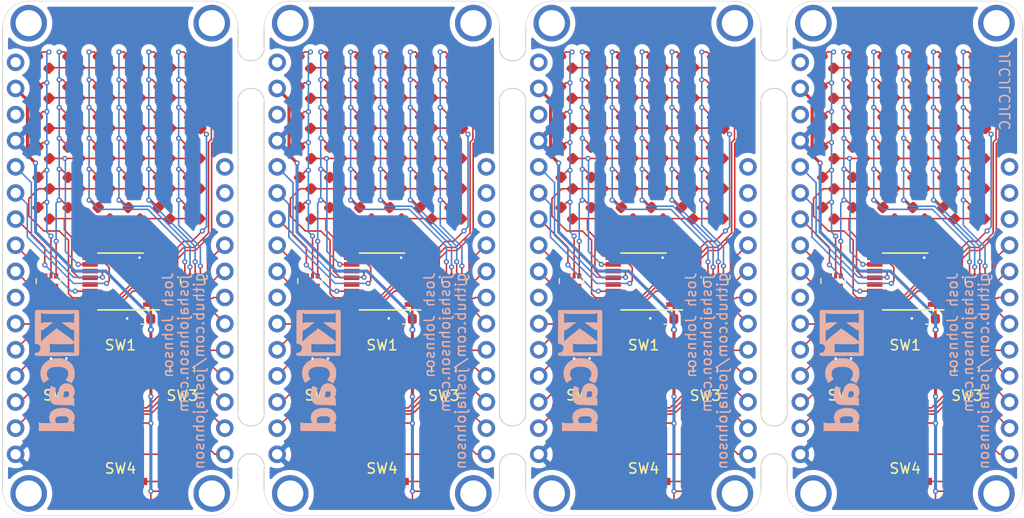
<source format=kicad_pcb>
(kicad_pcb (version 20171130) (host pcbnew "(5.1.2)-1")
  (title_block (rev 0) (company "Josh Johnson"))
  (layers (0 F.Cu signal) (31 B.Cu signal) (34 B.Paste user) (35 F.Paste user) (36 B.SilkS user) (37 F.SilkS user) (38 B.Mask user) (39 F.Mask user) (44 Edge.Cuts user))
  (net 0 "")
  (net 1 GND)
  (net 2 +3V3)
  (net 3 "Net-(D1-Pad2)")
  (net 4 "Net-(D1-Pad3)")
  (net 5 "Net-(D1-Pad1)")
  (net 6 /BT1)
  (net 7 /BT2)
  (net 8 /BT3)
  (net 9 /BT4)
  (net 10 /COL_5)
  (net 11 /COL_6)
  (net 12 /nLED_R)
  (net 13 /nLED_B)
  (net 14 /nLED_G)
  (net 15 /COL_1)
  (net 16 /COL_3)
  (net 17 /COL_2)
  (net 18 /COL_4)
  (net 19 /ROW_6)
  (net 20 /ROW_5)
  (net 21 /ROW_4)
  (net 22 /ROW_3)
  (net 23 /ROW_2)
  (net 24 /ROW_1)
  (net 25 /R1)
  (net 26 /R2)
  (net 27 /R3)
  (net 28 /R4)
  (net 29 /R5)
  (net 30 /R6)
  (net 31 /C1)
  (net 32 /C2)
  (net 33 /C3)
  (net 34 /C4)
  (net 35 /C5)
  (net 36 /C6)
  (module josh-logos:OSHW_Logo_3.6x3.6_F.Mask (layer B.Cu) (at 181.2 118.9 270)
    (fp_text reference G*** hide)
    (fp_text value LOGO hide)
  )
  (module josh-logos:OSHW_Logo_3.6x3.6_F.Mask (layer B.Cu) (at 155.8 118.9 270)
    (fp_text reference G*** hide)
    (fp_text value LOGO hide)
  )
  (module josh-logos:OSHW_Logo_3.6x3.6_F.Mask (layer B.Cu) (at 130.4 118.9 270)
    (fp_text reference G*** hide)
    (fp_text value LOGO hide)
  )
  (module Symbol:Symbol_KiCAD-Logo_CopperAndSilkScreenTop (layer B.Cu) (at 180.8 109.8 270)
    (fp_text reference REF** hide)
    (fp_text value "KiCAD Logo" hide)
  )
  (module Symbol:Symbol_KiCAD-Logo_CopperAndSilkScreenTop (layer B.Cu) (at 155.4 109.8 270)
    (fp_text reference REF** hide)
    (fp_text value "KiCAD Logo" hide)
  )
  (module Symbol:Symbol_KiCAD-Logo_CopperAndSilkScreenTop (layer B.Cu) (at 130 109.8 270)
    (fp_text reference REF** hide)
    (fp_text value "KiCAD Logo" hide)
  )
  (module Resistor_SMD:R_Array_Convex_4x0402 (layer F.Cu) (at 194.15 101.075 90)
    (fp_text reference RN4 hide)
    (fp_text value 330R)
    (pad 1 smd rect (at -0.5 -0.75 90) (size 0.5 0.4) (layers F.Cu F.Paste F.Mask) (net 16 /COL_3))
    (pad 3 smd rect (at -0.5 0.25 90) (size 0.5 0.3) (layers F.Cu F.Paste F.Mask) (net 10 /COL_5))
    (pad 2 smd rect (at -0.5 -0.25 90) (size 0.5 0.3) (layers F.Cu F.Paste F.Mask) (net 18 /COL_4))
    (pad 4 smd rect (at -0.5 0.75 90) (size 0.5 0.4) (layers F.Cu F.Paste F.Mask) (net 11 /COL_6))
    (pad 7 smd rect (at 0.5 -0.25 90) (size 0.5 0.3) (layers F.Cu F.Paste F.Mask) (net 34 /C4))
    (pad 8 smd rect (at 0.5 -0.75 90) (size 0.5 0.4) (layers F.Cu F.Paste F.Mask) (net 33 /C3))
    (pad 6 smd rect (at 0.5 0.25 90) (size 0.5 0.3) (layers F.Cu F.Paste F.Mask) (net 35 /C5))
    (pad 5 smd rect (at 0.5 0.75 90) (size 0.5 0.4) (layers F.Cu F.Paste F.Mask) (net 36 /C6))
  )
  (module Resistor_SMD:R_Array_Convex_4x0402 (layer F.Cu) (at 168.75 101.075 90)
    (fp_text reference RN4 hide)
    (fp_text value 330R)
    (pad 1 smd rect (at -0.5 -0.75 90) (size 0.5 0.4) (layers F.Cu F.Paste F.Mask) (net 16 /COL_3))
    (pad 3 smd rect (at -0.5 0.25 90) (size 0.5 0.3) (layers F.Cu F.Paste F.Mask) (net 10 /COL_5))
    (pad 2 smd rect (at -0.5 -0.25 90) (size 0.5 0.3) (layers F.Cu F.Paste F.Mask) (net 18 /COL_4))
    (pad 4 smd rect (at -0.5 0.75 90) (size 0.5 0.4) (layers F.Cu F.Paste F.Mask) (net 11 /COL_6))
    (pad 7 smd rect (at 0.5 -0.25 90) (size 0.5 0.3) (layers F.Cu F.Paste F.Mask) (net 34 /C4))
    (pad 8 smd rect (at 0.5 -0.75 90) (size 0.5 0.4) (layers F.Cu F.Paste F.Mask) (net 33 /C3))
    (pad 6 smd rect (at 0.5 0.25 90) (size 0.5 0.3) (layers F.Cu F.Paste F.Mask) (net 35 /C5))
    (pad 5 smd rect (at 0.5 0.75 90) (size 0.5 0.4) (layers F.Cu F.Paste F.Mask) (net 36 /C6))
  )
  (module Resistor_SMD:R_Array_Convex_4x0402 (layer F.Cu) (at 143.35 101.075 90)
    (fp_text reference RN4 hide)
    (fp_text value 330R)
    (pad 1 smd rect (at -0.5 -0.75 90) (size 0.5 0.4) (layers F.Cu F.Paste F.Mask) (net 16 /COL_3))
    (pad 3 smd rect (at -0.5 0.25 90) (size 0.5 0.3) (layers F.Cu F.Paste F.Mask) (net 10 /COL_5))
    (pad 2 smd rect (at -0.5 -0.25 90) (size 0.5 0.3) (layers F.Cu F.Paste F.Mask) (net 18 /COL_4))
    (pad 4 smd rect (at -0.5 0.75 90) (size 0.5 0.4) (layers F.Cu F.Paste F.Mask) (net 11 /COL_6))
    (pad 7 smd rect (at 0.5 -0.25 90) (size 0.5 0.3) (layers F.Cu F.Paste F.Mask) (net 34 /C4))
    (pad 8 smd rect (at 0.5 -0.75 90) (size 0.5 0.4) (layers F.Cu F.Paste F.Mask) (net 33 /C3))
    (pad 6 smd rect (at 0.5 0.25 90) (size 0.5 0.3) (layers F.Cu F.Paste F.Mask) (net 35 /C5))
    (pad 5 smd rect (at 0.5 0.75 90) (size 0.5 0.4) (layers F.Cu F.Paste F.Mask) (net 36 /C6))
  )
  (module Resistor_SMD:R_Array_Convex_4x0402 (layer F.Cu) (at 180.15 101.075 90)
    (fp_text reference RN2 hide)
    (fp_text value 330R)
    (pad 1 smd rect (at -0.5 -0.75 90) (size 0.5 0.4) (layers F.Cu F.Paste F.Mask))
    (pad 3 smd rect (at -0.5 0.25 90) (size 0.5 0.3) (layers F.Cu F.Paste F.Mask) (net 15 /COL_1))
    (pad 2 smd rect (at -0.5 -0.25 90) (size 0.5 0.3) (layers F.Cu F.Paste F.Mask))
    (pad 4 smd rect (at -0.5 0.75 90) (size 0.5 0.4) (layers F.Cu F.Paste F.Mask) (net 17 /COL_2))
    (pad 7 smd rect (at 0.5 -0.25 90) (size 0.5 0.3) (layers F.Cu F.Paste F.Mask))
    (pad 8 smd rect (at 0.5 -0.75 90) (size 0.5 0.4) (layers F.Cu F.Paste F.Mask))
    (pad 6 smd rect (at 0.5 0.25 90) (size 0.5 0.3) (layers F.Cu F.Paste F.Mask) (net 31 /C1))
    (pad 5 smd rect (at 0.5 0.75 90) (size 0.5 0.4) (layers F.Cu F.Paste F.Mask) (net 32 /C2))
  )
  (module Resistor_SMD:R_Array_Convex_4x0402 (layer F.Cu) (at 154.75 101.075 90)
    (fp_text reference RN2 hide)
    (fp_text value 330R)
    (pad 1 smd rect (at -0.5 -0.75 90) (size 0.5 0.4) (layers F.Cu F.Paste F.Mask))
    (pad 3 smd rect (at -0.5 0.25 90) (size 0.5 0.3) (layers F.Cu F.Paste F.Mask) (net 15 /COL_1))
    (pad 2 smd rect (at -0.5 -0.25 90) (size 0.5 0.3) (layers F.Cu F.Paste F.Mask))
    (pad 4 smd rect (at -0.5 0.75 90) (size 0.5 0.4) (layers F.Cu F.Paste F.Mask) (net 17 /COL_2))
    (pad 7 smd rect (at 0.5 -0.25 90) (size 0.5 0.3) (layers F.Cu F.Paste F.Mask))
    (pad 8 smd rect (at 0.5 -0.75 90) (size 0.5 0.4) (layers F.Cu F.Paste F.Mask))
    (pad 6 smd rect (at 0.5 0.25 90) (size 0.5 0.3) (layers F.Cu F.Paste F.Mask) (net 31 /C1))
    (pad 5 smd rect (at 0.5 0.75 90) (size 0.5 0.4) (layers F.Cu F.Paste F.Mask) (net 32 /C2))
  )
  (module Resistor_SMD:R_Array_Convex_4x0402 (layer F.Cu) (at 129.35 101.075 90)
    (fp_text reference RN2 hide)
    (fp_text value 330R)
    (pad 1 smd rect (at -0.5 -0.75 90) (size 0.5 0.4) (layers F.Cu F.Paste F.Mask))
    (pad 3 smd rect (at -0.5 0.25 90) (size 0.5 0.3) (layers F.Cu F.Paste F.Mask) (net 15 /COL_1))
    (pad 2 smd rect (at -0.5 -0.25 90) (size 0.5 0.3) (layers F.Cu F.Paste F.Mask))
    (pad 4 smd rect (at -0.5 0.75 90) (size 0.5 0.4) (layers F.Cu F.Paste F.Mask) (net 17 /COL_2))
    (pad 7 smd rect (at 0.5 -0.25 90) (size 0.5 0.3) (layers F.Cu F.Paste F.Mask))
    (pad 8 smd rect (at 0.5 -0.75 90) (size 0.5 0.4) (layers F.Cu F.Paste F.Mask))
    (pad 6 smd rect (at 0.5 0.25 90) (size 0.5 0.3) (layers F.Cu F.Paste F.Mask) (net 31 /C1))
    (pad 5 smd rect (at 0.5 0.75 90) (size 0.5 0.4) (layers F.Cu F.Paste F.Mask) (net 32 /C2))
  )
  (module Resistor_SMD:R_Array_Convex_4x0402 (layer F.Cu) (at 193.15 109.675 270)
    (fp_text reference RN3 hide)
    (fp_text value 330R)
    (pad 1 smd rect (at -0.5 -0.75 270) (size 0.5 0.4) (layers F.Cu F.Paste F.Mask))
    (pad 3 smd rect (at -0.5 0.25 270) (size 0.5 0.3) (layers F.Cu F.Paste F.Mask) (net 14 /nLED_G))
    (pad 2 smd rect (at -0.5 -0.25 270) (size 0.5 0.3) (layers F.Cu F.Paste F.Mask) (net 13 /nLED_B))
    (pad 4 smd rect (at -0.5 0.75 270) (size 0.5 0.4) (layers F.Cu F.Paste F.Mask) (net 12 /nLED_R))
    (pad 7 smd rect (at 0.5 -0.25 270) (size 0.5 0.3) (layers F.Cu F.Paste F.Mask) (net 4 "Net-(D1-Pad3)"))
    (pad 8 smd rect (at 0.5 -0.75 270) (size 0.5 0.4) (layers F.Cu F.Paste F.Mask))
    (pad 6 smd rect (at 0.5 0.25 270) (size 0.5 0.3) (layers F.Cu F.Paste F.Mask) (net 3 "Net-(D1-Pad2)"))
    (pad 5 smd rect (at 0.5 0.75 270) (size 0.5 0.4) (layers F.Cu F.Paste F.Mask) (net 5 "Net-(D1-Pad1)"))
  )
  (module Resistor_SMD:R_Array_Convex_4x0402 (layer F.Cu) (at 167.75 109.675 270)
    (fp_text reference RN3 hide)
    (fp_text value 330R)
    (pad 1 smd rect (at -0.5 -0.75 270) (size 0.5 0.4) (layers F.Cu F.Paste F.Mask))
    (pad 3 smd rect (at -0.5 0.25 270) (size 0.5 0.3) (layers F.Cu F.Paste F.Mask) (net 14 /nLED_G))
    (pad 2 smd rect (at -0.5 -0.25 270) (size 0.5 0.3) (layers F.Cu F.Paste F.Mask) (net 13 /nLED_B))
    (pad 4 smd rect (at -0.5 0.75 270) (size 0.5 0.4) (layers F.Cu F.Paste F.Mask) (net 12 /nLED_R))
    (pad 7 smd rect (at 0.5 -0.25 270) (size 0.5 0.3) (layers F.Cu F.Paste F.Mask) (net 4 "Net-(D1-Pad3)"))
    (pad 8 smd rect (at 0.5 -0.75 270) (size 0.5 0.4) (layers F.Cu F.Paste F.Mask))
    (pad 6 smd rect (at 0.5 0.25 270) (size 0.5 0.3) (layers F.Cu F.Paste F.Mask) (net 3 "Net-(D1-Pad2)"))
    (pad 5 smd rect (at 0.5 0.75 270) (size 0.5 0.4) (layers F.Cu F.Paste F.Mask) (net 5 "Net-(D1-Pad1)"))
  )
  (module Resistor_SMD:R_Array_Convex_4x0402 (layer F.Cu) (at 142.35 109.675 270)
    (fp_text reference RN3 hide)
    (fp_text value 330R)
    (pad 1 smd rect (at -0.5 -0.75 270) (size 0.5 0.4) (layers F.Cu F.Paste F.Mask))
    (pad 3 smd rect (at -0.5 0.25 270) (size 0.5 0.3) (layers F.Cu F.Paste F.Mask) (net 14 /nLED_G))
    (pad 2 smd rect (at -0.5 -0.25 270) (size 0.5 0.3) (layers F.Cu F.Paste F.Mask) (net 13 /nLED_B))
    (pad 4 smd rect (at -0.5 0.75 270) (size 0.5 0.4) (layers F.Cu F.Paste F.Mask) (net 12 /nLED_R))
    (pad 7 smd rect (at 0.5 -0.25 270) (size 0.5 0.3) (layers F.Cu F.Paste F.Mask) (net 4 "Net-(D1-Pad3)"))
    (pad 8 smd rect (at 0.5 -0.75 270) (size 0.5 0.4) (layers F.Cu F.Paste F.Mask))
    (pad 6 smd rect (at 0.5 0.25 270) (size 0.5 0.3) (layers F.Cu F.Paste F.Mask) (net 3 "Net-(D1-Pad2)"))
    (pad 5 smd rect (at 0.5 0.75 270) (size 0.5 0.4) (layers F.Cu F.Paste F.Mask) (net 5 "Net-(D1-Pad1)"))
  )
  (module josh-led:LED_0603_1608Metric_45_noSilk (layer F.Cu) (at 194.3 88.615 315)
    (fp_text reference D5 hide)
    (fp_text value LED)
    (pad 1 smd roundrect (at -0.7875 0 315) (size 0.875 0.95) (layers F.Cu F.Paste F.Mask) (net 36 /C6))
    (pad 2 smd roundrect (at 0.7875 0 315) (size 0.875 0.95) (layers F.Cu F.Paste F.Mask) (net 28 /R4))
  )
  (module josh-led:LED_0603_1608Metric_45_noSilk (layer F.Cu) (at 168.9 88.615 315)
    (fp_text reference D5 hide)
    (fp_text value LED)
    (pad 1 smd roundrect (at -0.7875 0 315) (size 0.875 0.95) (layers F.Cu F.Paste F.Mask) (net 36 /C6))
    (pad 2 smd roundrect (at 0.7875 0 315) (size 0.875 0.95) (layers F.Cu F.Paste F.Mask) (net 28 /R4))
  )
  (module josh-led:LED_0603_1608Metric_45_noSilk (layer F.Cu) (at 143.5 88.615 315)
    (fp_text reference D5 hide)
    (fp_text value LED)
    (pad 1 smd roundrect (at -0.7875 0 315) (size 0.875 0.95) (layers F.Cu F.Paste F.Mask) (net 36 /C6))
    (pad 2 smd roundrect (at 0.7875 0 315) (size 0.875 0.95) (layers F.Cu F.Paste F.Mask) (net 28 /R4))
  )
  (module Capacitor_SMD:C_0603_1608Metric (layer F.Cu) (at 189.3 104.75 180)
    (fp_text reference C1 hide)
    (fp_text value 100n)
    (pad 1 smd roundrect (at -0.7875 0 180) (size 0.875 0.95) (layers F.Cu F.Paste F.Mask) (net 2 +3V3))
    (pad 2 smd roundrect (at 0.7875 0 180) (size 0.875 0.95) (layers F.Cu F.Paste F.Mask) (net 1 GND))
  )
  (module Capacitor_SMD:C_0603_1608Metric (layer F.Cu) (at 163.9 104.75 180)
    (fp_text reference C1 hide)
    (fp_text value 100n)
    (pad 1 smd roundrect (at -0.7875 0 180) (size 0.875 0.95) (layers F.Cu F.Paste F.Mask) (net 2 +3V3))
    (pad 2 smd roundrect (at 0.7875 0 180) (size 0.875 0.95) (layers F.Cu F.Paste F.Mask) (net 1 GND))
  )
  (module Capacitor_SMD:C_0603_1608Metric (layer F.Cu) (at 138.5 104.75 180)
    (fp_text reference C1 hide)
    (fp_text value 100n)
    (pad 1 smd roundrect (at -0.7875 0 180) (size 0.875 0.95) (layers F.Cu F.Paste F.Mask) (net 2 +3V3))
    (pad 2 smd roundrect (at 0.7875 0 180) (size 0.875 0.95) (layers F.Cu F.Paste F.Mask) (net 1 GND))
  )
  (module Package_SO:TSSOP-16_4.4x5mm_P0.65mm (layer F.Cu) (at 187.15 101.075 180)
    (fp_text reference U1 hide)
    (fp_text value CD74HC4050)
    (pad 1 smd rect (at -2.95 -2.275 180) (size 1.5 0.45) (layers F.Cu F.Paste F.Mask) (net 2 +3V3))
    (pad 2 smd rect (at -2.95 -1.625 180) (size 1.5 0.45) (layers F.Cu F.Paste F.Mask) (net 25 /R1))
    (pad 3 smd rect (at -2.95 -0.975 180) (size 1.5 0.45) (layers F.Cu F.Paste F.Mask) (net 24 /ROW_1))
    (pad 4 smd rect (at -2.95 -0.325 180) (size 1.5 0.45) (layers F.Cu F.Paste F.Mask) (net 26 /R2))
    (pad 5 smd rect (at -2.95 0.325 180) (size 1.5 0.45) (layers F.Cu F.Paste F.Mask) (net 23 /ROW_2))
    (pad 6 smd rect (at -2.95 0.975 180) (size 1.5 0.45) (layers F.Cu F.Paste F.Mask) (net 27 /R3))
    (pad 7 smd rect (at -2.95 1.625 180) (size 1.5 0.45) (layers F.Cu F.Paste F.Mask) (net 22 /ROW_3))
    (pad 8 smd rect (at -2.95 2.275 180) (size 1.5 0.45) (layers F.Cu F.Paste F.Mask) (net 1 GND))
    (pad 9 smd rect (at 2.95 2.275 180) (size 1.5 0.45) (layers F.Cu F.Paste F.Mask) (net 21 /ROW_4))
    (pad 10 smd rect (at 2.95 1.625 180) (size 1.5 0.45) (layers F.Cu F.Paste F.Mask) (net 28 /R4))
    (pad 11 smd rect (at 2.95 0.975 180) (size 1.5 0.45) (layers F.Cu F.Paste F.Mask) (net 19 /ROW_6))
    (pad 12 smd rect (at 2.95 0.325 180) (size 1.5 0.45) (layers F.Cu F.Paste F.Mask) (net 30 /R6))
    (pad 13 smd rect (at 2.95 -0.325 180) (size 1.5 0.45) (layers F.Cu F.Paste F.Mask))
    (pad 14 smd rect (at 2.95 -0.975 180) (size 1.5 0.45) (layers F.Cu F.Paste F.Mask) (net 20 /ROW_5))
    (pad 15 smd rect (at 2.95 -1.625 180) (size 1.5 0.45) (layers F.Cu F.Paste F.Mask) (net 29 /R5))
    (pad 16 smd rect (at 2.95 -2.275 180) (size 1.5 0.45) (layers F.Cu F.Paste F.Mask))
  )
  (module Package_SO:TSSOP-16_4.4x5mm_P0.65mm (layer F.Cu) (at 161.75 101.075 180)
    (fp_text reference U1 hide)
    (fp_text value CD74HC4050)
    (pad 1 smd rect (at -2.95 -2.275 180) (size 1.5 0.45) (layers F.Cu F.Paste F.Mask) (net 2 +3V3))
    (pad 2 smd rect (at -2.95 -1.625 180) (size 1.5 0.45) (layers F.Cu F.Paste F.Mask) (net 25 /R1))
    (pad 3 smd rect (at -2.95 -0.975 180) (size 1.5 0.45) (layers F.Cu F.Paste F.Mask) (net 24 /ROW_1))
    (pad 4 smd rect (at -2.95 -0.325 180) (size 1.5 0.45) (layers F.Cu F.Paste F.Mask) (net 26 /R2))
    (pad 5 smd rect (at -2.95 0.325 180) (size 1.5 0.45) (layers F.Cu F.Paste F.Mask) (net 23 /ROW_2))
    (pad 6 smd rect (at -2.95 0.975 180) (size 1.5 0.45) (layers F.Cu F.Paste F.Mask) (net 27 /R3))
    (pad 7 smd rect (at -2.95 1.625 180) (size 1.5 0.45) (layers F.Cu F.Paste F.Mask) (net 22 /ROW_3))
    (pad 8 smd rect (at -2.95 2.275 180) (size 1.5 0.45) (layers F.Cu F.Paste F.Mask) (net 1 GND))
    (pad 9 smd rect (at 2.95 2.275 180) (size 1.5 0.45) (layers F.Cu F.Paste F.Mask) (net 21 /ROW_4))
    (pad 10 smd rect (at 2.95 1.625 180) (size 1.5 0.45) (layers F.Cu F.Paste F.Mask) (net 28 /R4))
    (pad 11 smd rect (at 2.95 0.975 180) (size 1.5 0.45) (layers F.Cu F.Paste F.Mask) (net 19 /ROW_6))
    (pad 12 smd rect (at 2.95 0.325 180) (size 1.5 0.45) (layers F.Cu F.Paste F.Mask) (net 30 /R6))
    (pad 13 smd rect (at 2.95 -0.325 180) (size 1.5 0.45) (layers F.Cu F.Paste F.Mask))
    (pad 14 smd rect (at 2.95 -0.975 180) (size 1.5 0.45) (layers F.Cu F.Paste F.Mask) (net 20 /ROW_5))
    (pad 15 smd rect (at 2.95 -1.625 180) (size 1.5 0.45) (layers F.Cu F.Paste F.Mask) (net 29 /R5))
    (pad 16 smd rect (at 2.95 -2.275 180) (size 1.5 0.45) (layers F.Cu F.Paste F.Mask))
  )
  (module Package_SO:TSSOP-16_4.4x5mm_P0.65mm (layer F.Cu) (at 136.35 101.075 180)
    (fp_text reference U1 hide)
    (fp_text value CD74HC4050)
    (pad 1 smd rect (at -2.95 -2.275 180) (size 1.5 0.45) (layers F.Cu F.Paste F.Mask) (net 2 +3V3))
    (pad 2 smd rect (at -2.95 -1.625 180) (size 1.5 0.45) (layers F.Cu F.Paste F.Mask) (net 25 /R1))
    (pad 3 smd rect (at -2.95 -0.975 180) (size 1.5 0.45) (layers F.Cu F.Paste F.Mask) (net 24 /ROW_1))
    (pad 4 smd rect (at -2.95 -0.325 180) (size 1.5 0.45) (layers F.Cu F.Paste F.Mask) (net 26 /R2))
    (pad 5 smd rect (at -2.95 0.325 180) (size 1.5 0.45) (layers F.Cu F.Paste F.Mask) (net 23 /ROW_2))
    (pad 6 smd rect (at -2.95 0.975 180) (size 1.5 0.45) (layers F.Cu F.Paste F.Mask) (net 27 /R3))
    (pad 7 smd rect (at -2.95 1.625 180) (size 1.5 0.45) (layers F.Cu F.Paste F.Mask) (net 22 /ROW_3))
    (pad 8 smd rect (at -2.95 2.275 180) (size 1.5 0.45) (layers F.Cu F.Paste F.Mask) (net 1 GND))
    (pad 9 smd rect (at 2.95 2.275 180) (size 1.5 0.45) (layers F.Cu F.Paste F.Mask) (net 21 /ROW_4))
    (pad 10 smd rect (at 2.95 1.625 180) (size 1.5 0.45) (layers F.Cu F.Paste F.Mask) (net 28 /R4))
    (pad 11 smd rect (at 2.95 0.975 180) (size 1.5 0.45) (layers F.Cu F.Paste F.Mask) (net 19 /ROW_6))
    (pad 12 smd rect (at 2.95 0.325 180) (size 1.5 0.45) (layers F.Cu F.Paste F.Mask) (net 30 /R6))
    (pad 13 smd rect (at 2.95 -0.325 180) (size 1.5 0.45) (layers F.Cu F.Paste F.Mask))
    (pad 14 smd rect (at 2.95 -0.975 180) (size 1.5 0.45) (layers F.Cu F.Paste F.Mask) (net 20 /ROW_5))
    (pad 15 smd rect (at 2.95 -1.625 180) (size 1.5 0.45) (layers F.Cu F.Paste F.Mask) (net 29 /R5))
    (pad 16 smd rect (at 2.95 -2.275 180) (size 1.5 0.45) (layers F.Cu F.Paste F.Mask))
  )
  (module josh-led:LED_0603_1608Metric_45_noSilk (layer F.Cu) (at 194.4 79.825 315)
    (fp_text reference D2 hide)
    (fp_text value LED)
    (pad 1 smd roundrect (at -0.7875 0 315) (size 0.875 0.95) (layers F.Cu F.Paste F.Mask) (net 36 /C6))
    (pad 2 smd roundrect (at 0.7875 0 315) (size 0.875 0.95) (layers F.Cu F.Paste F.Mask) (net 25 /R1))
  )
  (module josh-led:LED_0603_1608Metric_45_noSilk (layer F.Cu) (at 169 79.825 315)
    (fp_text reference D2 hide)
    (fp_text value LED)
    (pad 1 smd roundrect (at -0.7875 0 315) (size 0.875 0.95) (layers F.Cu F.Paste F.Mask) (net 36 /C6))
    (pad 2 smd roundrect (at 0.7875 0 315) (size 0.875 0.95) (layers F.Cu F.Paste F.Mask) (net 25 /R1))
  )
  (module josh-led:LED_0603_1608Metric_45_noSilk (layer F.Cu) (at 143.6 79.825 315)
    (fp_text reference D2 hide)
    (fp_text value LED)
    (pad 1 smd roundrect (at -0.7875 0 315) (size 0.875 0.95) (layers F.Cu F.Paste F.Mask) (net 36 /C6))
    (pad 2 smd roundrect (at 0.7875 0 315) (size 0.875 0.95) (layers F.Cu F.Paste F.Mask) (net 25 /R1))
  )
  (module Resistor_SMD:R_Array_Convex_4x0402 (layer F.Cu) (at 181.15 109.675 270)
    (fp_text reference RN1 hide)
    (fp_text value 10K)
    (pad 1 smd rect (at -0.5 -0.75 270) (size 0.5 0.4) (layers F.Cu F.Paste F.Mask) (net 1 GND))
    (pad 3 smd rect (at -0.5 0.25 270) (size 0.5 0.3) (layers F.Cu F.Paste F.Mask) (net 1 GND))
    (pad 2 smd rect (at -0.5 -0.25 270) (size 0.5 0.3) (layers F.Cu F.Paste F.Mask) (net 1 GND))
    (pad 4 smd rect (at -0.5 0.75 270) (size 0.5 0.4) (layers F.Cu F.Paste F.Mask) (net 1 GND))
    (pad 7 smd rect (at 0.5 -0.25 270) (size 0.5 0.3) (layers F.Cu F.Paste F.Mask) (net 8 /BT3))
    (pad 8 smd rect (at 0.5 -0.75 270) (size 0.5 0.4) (layers F.Cu F.Paste F.Mask) (net 6 /BT1))
    (pad 6 smd rect (at 0.5 0.25 270) (size 0.5 0.3) (layers F.Cu F.Paste F.Mask) (net 9 /BT4))
    (pad 5 smd rect (at 0.5 0.75 270) (size 0.5 0.4) (layers F.Cu F.Paste F.Mask) (net 7 /BT2))
  )
  (module Resistor_SMD:R_Array_Convex_4x0402 (layer F.Cu) (at 155.75 109.675 270)
    (fp_text reference RN1 hide)
    (fp_text value 10K)
    (pad 1 smd rect (at -0.5 -0.75 270) (size 0.5 0.4) (layers F.Cu F.Paste F.Mask) (net 1 GND))
    (pad 3 smd rect (at -0.5 0.25 270) (size 0.5 0.3) (layers F.Cu F.Paste F.Mask) (net 1 GND))
    (pad 2 smd rect (at -0.5 -0.25 270) (size 0.5 0.3) (layers F.Cu F.Paste F.Mask) (net 1 GND))
    (pad 4 smd rect (at -0.5 0.75 270) (size 0.5 0.4) (layers F.Cu F.Paste F.Mask) (net 1 GND))
    (pad 7 smd rect (at 0.5 -0.25 270) (size 0.5 0.3) (layers F.Cu F.Paste F.Mask) (net 8 /BT3))
    (pad 8 smd rect (at 0.5 -0.75 270) (size 0.5 0.4) (layers F.Cu F.Paste F.Mask) (net 6 /BT1))
    (pad 6 smd rect (at 0.5 0.25 270) (size 0.5 0.3) (layers F.Cu F.Paste F.Mask) (net 9 /BT4))
    (pad 5 smd rect (at 0.5 0.75 270) (size 0.5 0.4) (layers F.Cu F.Paste F.Mask) (net 7 /BT2))
  )
  (module Resistor_SMD:R_Array_Convex_4x0402 (layer F.Cu) (at 130.35 109.675 270)
    (fp_text reference RN1 hide)
    (fp_text value 10K)
    (pad 1 smd rect (at -0.5 -0.75 270) (size 0.5 0.4) (layers F.Cu F.Paste F.Mask) (net 1 GND))
    (pad 3 smd rect (at -0.5 0.25 270) (size 0.5 0.3) (layers F.Cu F.Paste F.Mask) (net 1 GND))
    (pad 2 smd rect (at -0.5 -0.25 270) (size 0.5 0.3) (layers F.Cu F.Paste F.Mask) (net 1 GND))
    (pad 4 smd rect (at -0.5 0.75 270) (size 0.5 0.4) (layers F.Cu F.Paste F.Mask) (net 1 GND))
    (pad 7 smd rect (at 0.5 -0.25 270) (size 0.5 0.3) (layers F.Cu F.Paste F.Mask) (net 8 /BT3))
    (pad 8 smd rect (at 0.5 -0.75 270) (size 0.5 0.4) (layers F.Cu F.Paste F.Mask) (net 6 /BT1))
    (pad 6 smd rect (at 0.5 0.25 270) (size 0.5 0.3) (layers F.Cu F.Paste F.Mask) (net 9 /BT4))
    (pad 5 smd rect (at 0.5 0.75 270) (size 0.5 0.4) (layers F.Cu F.Paste F.Mask) (net 7 /BT2))
  )
  (module josh-led:LED_0603_1608Metric_45_noSilk (layer F.Cu) (at 194.4 82.755 315)
    (fp_text reference D3 hide)
    (fp_text value LED)
    (pad 1 smd roundrect (at -0.7875 0 315) (size 0.875 0.95) (layers F.Cu F.Paste F.Mask) (net 36 /C6))
    (pad 2 smd roundrect (at 0.7875 0 315) (size 0.875 0.95) (layers F.Cu F.Paste F.Mask) (net 26 /R2))
  )
  (module josh-led:LED_0603_1608Metric_45_noSilk (layer F.Cu) (at 169 82.755 315)
    (fp_text reference D3 hide)
    (fp_text value LED)
    (pad 1 smd roundrect (at -0.7875 0 315) (size 0.875 0.95) (layers F.Cu F.Paste F.Mask) (net 36 /C6))
    (pad 2 smd roundrect (at 0.7875 0 315) (size 0.875 0.95) (layers F.Cu F.Paste F.Mask) (net 26 /R2))
  )
  (module josh-led:LED_0603_1608Metric_45_noSilk (layer F.Cu) (at 143.6 82.755 315)
    (fp_text reference D3 hide)
    (fp_text value LED)
    (pad 1 smd roundrect (at -0.7875 0 315) (size 0.875 0.95) (layers F.Cu F.Paste F.Mask) (net 36 /C6))
    (pad 2 smd roundrect (at 0.7875 0 315) (size 0.875 0.95) (layers F.Cu F.Paste F.Mask) (net 26 /R2))
  )
  (module josh-led:LED_0603_1608Metric_45_noSilk (layer F.Cu) (at 194.4 85.685 315)
    (fp_text reference D4 hide)
    (fp_text value LED)
    (pad 1 smd roundrect (at -0.7875 0 315) (size 0.875 0.95) (layers F.Cu F.Paste F.Mask) (net 36 /C6))
    (pad 2 smd roundrect (at 0.7875 0 315) (size 0.875 0.95) (layers F.Cu F.Paste F.Mask) (net 27 /R3))
  )
  (module josh-led:LED_0603_1608Metric_45_noSilk (layer F.Cu) (at 169 85.685 315)
    (fp_text reference D4 hide)
    (fp_text value LED)
    (pad 1 smd roundrect (at -0.7875 0 315) (size 0.875 0.95) (layers F.Cu F.Paste F.Mask) (net 36 /C6))
    (pad 2 smd roundrect (at 0.7875 0 315) (size 0.875 0.95) (layers F.Cu F.Paste F.Mask) (net 27 /R3))
  )
  (module josh-led:LED_0603_1608Metric_45_noSilk (layer F.Cu) (at 143.6 85.685 315)
    (fp_text reference D4 hide)
    (fp_text value LED)
    (pad 1 smd roundrect (at -0.7875 0 315) (size 0.875 0.95) (layers F.Cu F.Paste F.Mask) (net 36 /C6))
    (pad 2 smd roundrect (at 0.7875 0 315) (size 0.875 0.95) (layers F.Cu F.Paste F.Mask) (net 27 /R3))
  )
  (module josh-led:LED_0603_1608Metric_45_noSilk (layer F.Cu) (at 194.3 91.545 315)
    (fp_text reference D6 hide)
    (fp_text value LED)
    (pad 1 smd roundrect (at -0.7875 0 315) (size 0.875 0.95) (layers F.Cu F.Paste F.Mask) (net 36 /C6))
    (pad 2 smd roundrect (at 0.7875 0 315) (size 0.875 0.95) (layers F.Cu F.Paste F.Mask) (net 29 /R5))
  )
  (module josh-led:LED_0603_1608Metric_45_noSilk (layer F.Cu) (at 168.9 91.545 315)
    (fp_text reference D6 hide)
    (fp_text value LED)
    (pad 1 smd roundrect (at -0.7875 0 315) (size 0.875 0.95) (layers F.Cu F.Paste F.Mask) (net 36 /C6))
    (pad 2 smd roundrect (at 0.7875 0 315) (size 0.875 0.95) (layers F.Cu F.Paste F.Mask) (net 29 /R5))
  )
  (module josh-led:LED_0603_1608Metric_45_noSilk (layer F.Cu) (at 143.5 91.545 315)
    (fp_text reference D6 hide)
    (fp_text value LED)
    (pad 1 smd roundrect (at -0.7875 0 315) (size 0.875 0.95) (layers F.Cu F.Paste F.Mask) (net 36 /C6))
    (pad 2 smd roundrect (at 0.7875 0 315) (size 0.875 0.95) (layers F.Cu F.Paste F.Mask) (net 29 /R5))
  )
  (module josh-led:LED_0603_1608Metric_45_noSilk (layer F.Cu) (at 194.3 94.475 315)
    (fp_text reference D7 hide)
    (fp_text value LED)
    (pad 1 smd roundrect (at -0.7875 0 315) (size 0.875 0.95) (layers F.Cu F.Paste F.Mask) (net 36 /C6))
    (pad 2 smd roundrect (at 0.7875 0 315) (size 0.875 0.95) (layers F.Cu F.Paste F.Mask) (net 30 /R6))
  )
  (module josh-led:LED_0603_1608Metric_45_noSilk (layer F.Cu) (at 168.9 94.475 315)
    (fp_text reference D7 hide)
    (fp_text value LED)
    (pad 1 smd roundrect (at -0.7875 0 315) (size 0.875 0.95) (layers F.Cu F.Paste F.Mask) (net 36 /C6))
    (pad 2 smd roundrect (at 0.7875 0 315) (size 0.875 0.95) (layers F.Cu F.Paste F.Mask) (net 30 /R6))
  )
  (module josh-led:LED_0603_1608Metric_45_noSilk (layer F.Cu) (at 143.5 94.475 315)
    (fp_text reference D7 hide)
    (fp_text value LED)
    (pad 1 smd roundrect (at -0.7875 0 315) (size 0.875 0.95) (layers F.Cu F.Paste F.Mask) (net 36 /C6))
    (pad 2 smd roundrect (at 0.7875 0 315) (size 0.875 0.95) (layers F.Cu F.Paste F.Mask) (net 30 /R6))
  )
  (module josh-led:LED_0603_1608Metric_45_noSilk (layer F.Cu) (at 191.45 82.725 315)
    (fp_text reference D9 hide)
    (fp_text value LED)
    (pad 1 smd roundrect (at -0.7875 0 315) (size 0.875 0.95) (layers F.Cu F.Paste F.Mask) (net 35 /C5))
    (pad 2 smd roundrect (at 0.7875 0 315) (size 0.875 0.95) (layers F.Cu F.Paste F.Mask) (net 26 /R2))
  )
  (module josh-led:LED_0603_1608Metric_45_noSilk (layer F.Cu) (at 166.05 82.725 315)
    (fp_text reference D9 hide)
    (fp_text value LED)
    (pad 1 smd roundrect (at -0.7875 0 315) (size 0.875 0.95) (layers F.Cu F.Paste F.Mask) (net 35 /C5))
    (pad 2 smd roundrect (at 0.7875 0 315) (size 0.875 0.95) (layers F.Cu F.Paste F.Mask) (net 26 /R2))
  )
  (module josh-led:LED_0603_1608Metric_45_noSilk (layer F.Cu) (at 140.65 82.725 315)
    (fp_text reference D9 hide)
    (fp_text value LED)
    (pad 1 smd roundrect (at -0.7875 0 315) (size 0.875 0.95) (layers F.Cu F.Paste F.Mask) (net 35 /C5))
    (pad 2 smd roundrect (at 0.7875 0 315) (size 0.875 0.95) (layers F.Cu F.Paste F.Mask) (net 26 /R2))
  )
  (module josh-led:LED_0603_1608Metric_45_noSilk (layer F.Cu) (at 191.45 85.6625 315)
    (fp_text reference D10 hide)
    (fp_text value LED)
    (pad 1 smd roundrect (at -0.7875 0 315) (size 0.875 0.95) (layers F.Cu F.Paste F.Mask) (net 35 /C5))
    (pad 2 smd roundrect (at 0.7875 0 315) (size 0.875 0.95) (layers F.Cu F.Paste F.Mask) (net 27 /R3))
  )
  (module josh-led:LED_0603_1608Metric_45_noSilk (layer F.Cu) (at 166.05 85.6625 315)
    (fp_text reference D10 hide)
    (fp_text value LED)
    (pad 1 smd roundrect (at -0.7875 0 315) (size 0.875 0.95) (layers F.Cu F.Paste F.Mask) (net 35 /C5))
    (pad 2 smd roundrect (at 0.7875 0 315) (size 0.875 0.95) (layers F.Cu F.Paste F.Mask) (net 27 /R3))
  )
  (module josh-led:LED_0603_1608Metric_45_noSilk (layer F.Cu) (at 140.65 85.6625 315)
    (fp_text reference D10 hide)
    (fp_text value LED)
    (pad 1 smd roundrect (at -0.7875 0 315) (size 0.875 0.95) (layers F.Cu F.Paste F.Mask) (net 35 /C5))
    (pad 2 smd roundrect (at 0.7875 0 315) (size 0.875 0.95) (layers F.Cu F.Paste F.Mask) (net 27 /R3))
  )
  (module josh-led:LED_0603_1608Metric_45_noSilk (layer F.Cu) (at 191.38 91.5375 315)
    (fp_text reference D12 hide)
    (fp_text value LED)
    (pad 1 smd roundrect (at -0.7875 0 315) (size 0.875 0.95) (layers F.Cu F.Paste F.Mask) (net 35 /C5))
    (pad 2 smd roundrect (at 0.7875 0 315) (size 0.875 0.95) (layers F.Cu F.Paste F.Mask) (net 29 /R5))
  )
  (module josh-led:LED_0603_1608Metric_45_noSilk (layer F.Cu) (at 165.98 91.5375 315)
    (fp_text reference D12 hide)
    (fp_text value LED)
    (pad 1 smd roundrect (at -0.7875 0 315) (size 0.875 0.95) (layers F.Cu F.Paste F.Mask) (net 35 /C5))
    (pad 2 smd roundrect (at 0.7875 0 315) (size 0.875 0.95) (layers F.Cu F.Paste F.Mask) (net 29 /R5))
  )
  (module josh-led:LED_0603_1608Metric_45_noSilk (layer F.Cu) (at 140.58 91.5375 315)
    (fp_text reference D12 hide)
    (fp_text value LED)
    (pad 1 smd roundrect (at -0.7875 0 315) (size 0.875 0.95) (layers F.Cu F.Paste F.Mask) (net 35 /C5))
    (pad 2 smd roundrect (at 0.7875 0 315) (size 0.875 0.95) (layers F.Cu F.Paste F.Mask) (net 29 /R5))
  )
  (module josh-led:LED_0603_1608Metric_45_noSilk (layer F.Cu) (at 191.38 88.6 315)
    (fp_text reference D11 hide)
    (fp_text value LED)
    (pad 1 smd roundrect (at -0.7875 0 315) (size 0.875 0.95) (layers F.Cu F.Paste F.Mask) (net 35 /C5))
    (pad 2 smd roundrect (at 0.7875 0 315) (size 0.875 0.95) (layers F.Cu F.Paste F.Mask) (net 28 /R4))
  )
  (module josh-led:LED_0603_1608Metric_45_noSilk (layer F.Cu) (at 165.98 88.6 315)
    (fp_text reference D11 hide)
    (fp_text value LED)
    (pad 1 smd roundrect (at -0.7875 0 315) (size 0.875 0.95) (layers F.Cu F.Paste F.Mask) (net 35 /C5))
    (pad 2 smd roundrect (at 0.7875 0 315) (size 0.875 0.95) (layers F.Cu F.Paste F.Mask) (net 28 /R4))
  )
  (module josh-led:LED_0603_1608Metric_45_noSilk (layer F.Cu) (at 140.58 88.6 315)
    (fp_text reference D11 hide)
    (fp_text value LED)
    (pad 1 smd roundrect (at -0.7875 0 315) (size 0.875 0.95) (layers F.Cu F.Paste F.Mask) (net 35 /C5))
    (pad 2 smd roundrect (at 0.7875 0 315) (size 0.875 0.95) (layers F.Cu F.Paste F.Mask) (net 28 /R4))
  )
  (module josh-led:LED_0603_1608Metric_45_noSilk (layer F.Cu) (at 191.38 94.475 315)
    (fp_text reference D13 hide)
    (fp_text value LED)
    (pad 1 smd roundrect (at -0.7875 0 315) (size 0.875 0.95) (layers F.Cu F.Paste F.Mask) (net 35 /C5))
    (pad 2 smd roundrect (at 0.7875 0 315) (size 0.875 0.95) (layers F.Cu F.Paste F.Mask) (net 30 /R6))
  )
  (module josh-led:LED_0603_1608Metric_45_noSilk (layer F.Cu) (at 165.98 94.475 315)
    (fp_text reference D13 hide)
    (fp_text value LED)
    (pad 1 smd roundrect (at -0.7875 0 315) (size 0.875 0.95) (layers F.Cu F.Paste F.Mask) (net 35 /C5))
    (pad 2 smd roundrect (at 0.7875 0 315) (size 0.875 0.95) (layers F.Cu F.Paste F.Mask) (net 30 /R6))
  )
  (module josh-led:LED_0603_1608Metric_45_noSilk (layer F.Cu) (at 140.58 94.475 315)
    (fp_text reference D13 hide)
    (fp_text value LED)
    (pad 1 smd roundrect (at -0.7875 0 315) (size 0.875 0.95) (layers F.Cu F.Paste F.Mask) (net 35 /C5))
    (pad 2 smd roundrect (at 0.7875 0 315) (size 0.875 0.95) (layers F.Cu F.Paste F.Mask) (net 30 /R6))
  )
  (module josh-led:LED_0603_1608Metric_45_noSilk (layer F.Cu) (at 188.5 79.7875 315)
    (fp_text reference D14 hide)
    (fp_text value LED)
    (pad 1 smd roundrect (at -0.7875 0 315) (size 0.875 0.95) (layers F.Cu F.Paste F.Mask) (net 34 /C4))
    (pad 2 smd roundrect (at 0.7875 0 315) (size 0.875 0.95) (layers F.Cu F.Paste F.Mask) (net 25 /R1))
  )
  (module josh-led:LED_0603_1608Metric_45_noSilk (layer F.Cu) (at 163.1 79.7875 315)
    (fp_text reference D14 hide)
    (fp_text value LED)
    (pad 1 smd roundrect (at -0.7875 0 315) (size 0.875 0.95) (layers F.Cu F.Paste F.Mask) (net 34 /C4))
    (pad 2 smd roundrect (at 0.7875 0 315) (size 0.875 0.95) (layers F.Cu F.Paste F.Mask) (net 25 /R1))
  )
  (module josh-led:LED_0603_1608Metric_45_noSilk (layer F.Cu) (at 137.7 79.7875 315)
    (fp_text reference D14 hide)
    (fp_text value LED)
    (pad 1 smd roundrect (at -0.7875 0 315) (size 0.875 0.95) (layers F.Cu F.Paste F.Mask) (net 34 /C4))
    (pad 2 smd roundrect (at 0.7875 0 315) (size 0.875 0.95) (layers F.Cu F.Paste F.Mask) (net 25 /R1))
  )
  (module josh-led:LED_0603_1608Metric_45_noSilk (layer F.Cu) (at 185.55 85.6625 315)
    (fp_text reference D22 hide)
    (fp_text value LED)
    (pad 1 smd roundrect (at -0.7875 0 315) (size 0.875 0.95) (layers F.Cu F.Paste F.Mask) (net 33 /C3))
    (pad 2 smd roundrect (at 0.7875 0 315) (size 0.875 0.95) (layers F.Cu F.Paste F.Mask) (net 27 /R3))
  )
  (module josh-led:LED_0603_1608Metric_45_noSilk (layer F.Cu) (at 160.15 85.6625 315)
    (fp_text reference D22 hide)
    (fp_text value LED)
    (pad 1 smd roundrect (at -0.7875 0 315) (size 0.875 0.95) (layers F.Cu F.Paste F.Mask) (net 33 /C3))
    (pad 2 smd roundrect (at 0.7875 0 315) (size 0.875 0.95) (layers F.Cu F.Paste F.Mask) (net 27 /R3))
  )
  (module josh-led:LED_0603_1608Metric_45_noSilk (layer F.Cu) (at 134.75 85.6625 315)
    (fp_text reference D22 hide)
    (fp_text value LED)
    (pad 1 smd roundrect (at -0.7875 0 315) (size 0.875 0.95) (layers F.Cu F.Paste F.Mask) (net 33 /C3))
    (pad 2 smd roundrect (at 0.7875 0 315) (size 0.875 0.95) (layers F.Cu F.Paste F.Mask) (net 27 /R3))
  )
  (module josh-led:LED_0603_1608Metric_45_noSilk (layer F.Cu) (at 182.6 82.7275 315)
    (fp_text reference D27 hide)
    (fp_text value LED)
    (pad 1 smd roundrect (at -0.7875 0 315) (size 0.875 0.95) (layers F.Cu F.Paste F.Mask) (net 32 /C2))
    (pad 2 smd roundrect (at 0.7875 0 315) (size 0.875 0.95) (layers F.Cu F.Paste F.Mask) (net 26 /R2))
  )
  (module josh-led:LED_0603_1608Metric_45_noSilk (layer F.Cu) (at 157.2 82.7275 315)
    (fp_text reference D27 hide)
    (fp_text value LED)
    (pad 1 smd roundrect (at -0.7875 0 315) (size 0.875 0.95) (layers F.Cu F.Paste F.Mask) (net 32 /C2))
    (pad 2 smd roundrect (at 0.7875 0 315) (size 0.875 0.95) (layers F.Cu F.Paste F.Mask) (net 26 /R2))
  )
  (module josh-led:LED_0603_1608Metric_45_noSilk (layer F.Cu) (at 131.8 82.7275 315)
    (fp_text reference D27 hide)
    (fp_text value LED)
    (pad 1 smd roundrect (at -0.7875 0 315) (size 0.875 0.95) (layers F.Cu F.Paste F.Mask) (net 32 /C2))
    (pad 2 smd roundrect (at 0.7875 0 315) (size 0.875 0.95) (layers F.Cu F.Paste F.Mask) (net 26 /R2))
  )
  (module josh-led:LED_0603_1608Metric_45_noSilk (layer F.Cu) (at 182.62 88.6075 315)
    (fp_text reference D29 hide)
    (fp_text value LED)
    (pad 1 smd roundrect (at -0.7875 0 315) (size 0.875 0.95) (layers F.Cu F.Paste F.Mask) (net 32 /C2))
    (pad 2 smd roundrect (at 0.7875 0 315) (size 0.875 0.95) (layers F.Cu F.Paste F.Mask) (net 28 /R4))
  )
  (module josh-led:LED_0603_1608Metric_45_noSilk (layer F.Cu) (at 157.22 88.6075 315)
    (fp_text reference D29 hide)
    (fp_text value LED)
    (pad 1 smd roundrect (at -0.7875 0 315) (size 0.875 0.95) (layers F.Cu F.Paste F.Mask) (net 32 /C2))
    (pad 2 smd roundrect (at 0.7875 0 315) (size 0.875 0.95) (layers F.Cu F.Paste F.Mask) (net 28 /R4))
  )
  (module josh-led:LED_0603_1608Metric_45_noSilk (layer F.Cu) (at 131.82 88.6075 315)
    (fp_text reference D29 hide)
    (fp_text value LED)
    (pad 1 smd roundrect (at -0.7875 0 315) (size 0.875 0.95) (layers F.Cu F.Paste F.Mask) (net 32 /C2))
    (pad 2 smd roundrect (at 0.7875 0 315) (size 0.875 0.95) (layers F.Cu F.Paste F.Mask) (net 28 /R4))
  )
  (module josh-led:LED_0603_1608Metric_45_noSilk (layer F.Cu) (at 179.7 88.615 315)
    (fp_text reference D35 hide)
    (fp_text value LED)
    (pad 1 smd roundrect (at -0.7875 0 315) (size 0.875 0.95) (layers F.Cu F.Paste F.Mask) (net 31 /C1))
    (pad 2 smd roundrect (at 0.7875 0 315) (size 0.875 0.95) (layers F.Cu F.Paste F.Mask) (net 28 /R4))
  )
  (module josh-led:LED_0603_1608Metric_45_noSilk (layer F.Cu) (at 154.3 88.615 315)
    (fp_text reference D35 hide)
    (fp_text value LED)
    (pad 1 smd roundrect (at -0.7875 0 315) (size 0.875 0.95) (layers F.Cu F.Paste F.Mask) (net 31 /C1))
    (pad 2 smd roundrect (at 0.7875 0 315) (size 0.875 0.95) (layers F.Cu F.Paste F.Mask) (net 28 /R4))
  )
  (module josh-led:LED_0603_1608Metric_45_noSilk (layer F.Cu) (at 128.9 88.615 315)
    (fp_text reference D35 hide)
    (fp_text value LED)
    (pad 1 smd roundrect (at -0.7875 0 315) (size 0.875 0.95) (layers F.Cu F.Paste F.Mask) (net 31 /C1))
    (pad 2 smd roundrect (at 0.7875 0 315) (size 0.875 0.95) (layers F.Cu F.Paste F.Mask) (net 28 /R4))
  )
  (module josh-buttons-switches:BT_PTS815 (layer F.Cu) (at 181.15 115.675 270)
    (fp_text reference SW2 (at -3.5 0 180) (layer F.SilkS))
    (fp_text value SW_Push)
    (pad 2 smd rect (at -2.2 -1.125 270) (size 0.8 0.7) (layers F.Cu F.Paste F.Mask) (net 7 /BT2))
    (pad 1 smd rect (at -2.2 1.125 270) (size 0.8 0.7) (layers F.Cu F.Paste F.Mask) (net 2 +3V3))
    (pad 2 smd rect (at 2.2 -1.125 270) (size 0.8 0.7) (layers F.Cu F.Paste F.Mask) (net 7 /BT2))
    (pad 1 smd rect (at 2.2 1.125 270) (size 0.8 0.7) (layers F.Cu F.Paste F.Mask) (net 2 +3V3))
  )
  (module josh-buttons-switches:BT_PTS815 (layer F.Cu) (at 155.75 115.675 270)
    (fp_text reference SW2 (at -3.5 0 180) (layer F.SilkS))
    (fp_text value SW_Push)
    (pad 2 smd rect (at -2.2 -1.125 270) (size 0.8 0.7) (layers F.Cu F.Paste F.Mask) (net 7 /BT2))
    (pad 1 smd rect (at -2.2 1.125 270) (size 0.8 0.7) (layers F.Cu F.Paste F.Mask) (net 2 +3V3))
    (pad 2 smd rect (at 2.2 -1.125 270) (size 0.8 0.7) (layers F.Cu F.Paste F.Mask) (net 7 /BT2))
    (pad 1 smd rect (at 2.2 1.125 270) (size 0.8 0.7) (layers F.Cu F.Paste F.Mask) (net 2 +3V3))
  )
  (module josh-buttons-switches:BT_PTS815 (layer F.Cu) (at 130.35 115.675 270)
    (fp_text reference SW2 (at -3.5 0 180) (layer F.SilkS))
    (fp_text value SW_Push)
    (pad 2 smd rect (at -2.2 -1.125 270) (size 0.8 0.7) (layers F.Cu F.Paste F.Mask) (net 7 /BT2))
    (pad 1 smd rect (at -2.2 1.125 270) (size 0.8 0.7) (layers F.Cu F.Paste F.Mask) (net 2 +3V3))
    (pad 2 smd rect (at 2.2 -1.125 270) (size 0.8 0.7) (layers F.Cu F.Paste F.Mask) (net 7 /BT2))
    (pad 1 smd rect (at 2.2 1.125 270) (size 0.8 0.7) (layers F.Cu F.Paste F.Mask) (net 2 +3V3))
  )
  (module josh-led:LED_0603_1608Metric_45_noSilk (layer F.Cu) (at 179.65 79.825 315)
    (fp_text reference D32 hide)
    (fp_text value LED)
    (pad 1 smd roundrect (at -0.7875 0 315) (size 0.875 0.95) (layers F.Cu F.Paste F.Mask) (net 31 /C1))
    (pad 2 smd roundrect (at 0.7875 0 315) (size 0.875 0.95) (layers F.Cu F.Paste F.Mask) (net 25 /R1))
  )
  (module josh-led:LED_0603_1608Metric_45_noSilk (layer F.Cu) (at 154.25 79.825 315)
    (fp_text reference D32 hide)
    (fp_text value LED)
    (pad 1 smd roundrect (at -0.7875 0 315) (size 0.875 0.95) (layers F.Cu F.Paste F.Mask) (net 31 /C1))
    (pad 2 smd roundrect (at 0.7875 0 315) (size 0.875 0.95) (layers F.Cu F.Paste F.Mask) (net 25 /R1))
  )
  (module josh-led:LED_0603_1608Metric_45_noSilk (layer F.Cu) (at 128.85 79.825 315)
    (fp_text reference D32 hide)
    (fp_text value LED)
    (pad 1 smd roundrect (at -0.7875 0 315) (size 0.875 0.95) (layers F.Cu F.Paste F.Mask) (net 31 /C1))
    (pad 2 smd roundrect (at 0.7875 0 315) (size 0.875 0.95) (layers F.Cu F.Paste F.Mask) (net 25 /R1))
  )
  (module josh-buttons-switches:BT_PTS815 (layer F.Cu) (at 187.15 121.675)
    (fp_text reference SW4 (at 0 -2.3876 180) (layer F.SilkS))
    (fp_text value SW_Push)
    (pad 2 smd rect (at -2.2 -1.125) (size 0.8 0.7) (layers F.Cu F.Paste F.Mask) (net 9 /BT4))
    (pad 1 smd rect (at -2.2 1.125) (size 0.8 0.7) (layers F.Cu F.Paste F.Mask) (net 2 +3V3))
    (pad 2 smd rect (at 2.2 -1.125) (size 0.8 0.7) (layers F.Cu F.Paste F.Mask) (net 9 /BT4))
    (pad 1 smd rect (at 2.2 1.125) (size 0.8 0.7) (layers F.Cu F.Paste F.Mask) (net 2 +3V3))
  )
  (module josh-buttons-switches:BT_PTS815 (layer F.Cu) (at 161.75 121.675)
    (fp_text reference SW4 (at 0 -2.3876 180) (layer F.SilkS))
    (fp_text value SW_Push)
    (pad 2 smd rect (at -2.2 -1.125) (size 0.8 0.7) (layers F.Cu F.Paste F.Mask) (net 9 /BT4))
    (pad 1 smd rect (at -2.2 1.125) (size 0.8 0.7) (layers F.Cu F.Paste F.Mask) (net 2 +3V3))
    (pad 2 smd rect (at 2.2 -1.125) (size 0.8 0.7) (layers F.Cu F.Paste F.Mask) (net 9 /BT4))
    (pad 1 smd rect (at 2.2 1.125) (size 0.8 0.7) (layers F.Cu F.Paste F.Mask) (net 2 +3V3))
  )
  (module josh-buttons-switches:BT_PTS815 (layer F.Cu) (at 136.35 121.675)
    (fp_text reference SW4 (at 0 -2.3876 180) (layer F.SilkS))
    (fp_text value SW_Push)
    (pad 2 smd rect (at -2.2 -1.125) (size 0.8 0.7) (layers F.Cu F.Paste F.Mask) (net 9 /BT4))
    (pad 1 smd rect (at -2.2 1.125) (size 0.8 0.7) (layers F.Cu F.Paste F.Mask) (net 2 +3V3))
    (pad 2 smd rect (at 2.2 -1.125) (size 0.8 0.7) (layers F.Cu F.Paste F.Mask) (net 9 /BT4))
    (pad 1 smd rect (at 2.2 1.125) (size 0.8 0.7) (layers F.Cu F.Paste F.Mask) (net 2 +3V3))
  )
  (module josh-led:LED_0603_1608Metric_45_noSilk (layer F.Cu) (at 188.5 85.6625 315)
    (fp_text reference D16 hide)
    (fp_text value LED)
    (pad 1 smd roundrect (at -0.7875 0 315) (size 0.875 0.95) (layers F.Cu F.Paste F.Mask) (net 34 /C4))
    (pad 2 smd roundrect (at 0.7875 0 315) (size 0.875 0.95) (layers F.Cu F.Paste F.Mask) (net 27 /R3))
  )
  (module josh-led:LED_0603_1608Metric_45_noSilk (layer F.Cu) (at 163.1 85.6625 315)
    (fp_text reference D16 hide)
    (fp_text value LED)
    (pad 1 smd roundrect (at -0.7875 0 315) (size 0.875 0.95) (layers F.Cu F.Paste F.Mask) (net 34 /C4))
    (pad 2 smd roundrect (at 0.7875 0 315) (size 0.875 0.95) (layers F.Cu F.Paste F.Mask) (net 27 /R3))
  )
  (module josh-led:LED_0603_1608Metric_45_noSilk (layer F.Cu) (at 137.7 85.6625 315)
    (fp_text reference D16 hide)
    (fp_text value LED)
    (pad 1 smd roundrect (at -0.7875 0 315) (size 0.875 0.95) (layers F.Cu F.Paste F.Mask) (net 34 /C4))
    (pad 2 smd roundrect (at 0.7875 0 315) (size 0.875 0.95) (layers F.Cu F.Paste F.Mask) (net 27 /R3))
  )
  (module josh-led:LED_0603_1608Metric_45_noSilk (layer F.Cu) (at 179.7 94.475 315)
    (fp_text reference D37 hide)
    (fp_text value LED)
    (pad 1 smd roundrect (at -0.7875 0 315) (size 0.875 0.95) (layers F.Cu F.Paste F.Mask) (net 31 /C1))
    (pad 2 smd roundrect (at 0.7875 0 315) (size 0.875 0.95) (layers F.Cu F.Paste F.Mask) (net 30 /R6))
  )
  (module josh-led:LED_0603_1608Metric_45_noSilk (layer F.Cu) (at 154.3 94.475 315)
    (fp_text reference D37 hide)
    (fp_text value LED)
    (pad 1 smd roundrect (at -0.7875 0 315) (size 0.875 0.95) (layers F.Cu F.Paste F.Mask) (net 31 /C1))
    (pad 2 smd roundrect (at 0.7875 0 315) (size 0.875 0.95) (layers F.Cu F.Paste F.Mask) (net 30 /R6))
  )
  (module josh-led:LED_0603_1608Metric_45_noSilk (layer F.Cu) (at 128.9 94.475 315)
    (fp_text reference D37 hide)
    (fp_text value LED)
    (pad 1 smd roundrect (at -0.7875 0 315) (size 0.875 0.95) (layers F.Cu F.Paste F.Mask) (net 31 /C1))
    (pad 2 smd roundrect (at 0.7875 0 315) (size 0.875 0.95) (layers F.Cu F.Paste F.Mask) (net 30 /R6))
  )
  (module josh-led:LED_0603_1608Metric_45_noSilk (layer F.Cu) (at 188.46 88.6 315)
    (fp_text reference D17 hide)
    (fp_text value LED)
    (pad 1 smd roundrect (at -0.7875 0 315) (size 0.875 0.95) (layers F.Cu F.Paste F.Mask) (net 34 /C4))
    (pad 2 smd roundrect (at 0.7875 0 315) (size 0.875 0.95) (layers F.Cu F.Paste F.Mask) (net 28 /R4))
  )
  (module josh-led:LED_0603_1608Metric_45_noSilk (layer F.Cu) (at 163.06 88.6 315)
    (fp_text reference D17 hide)
    (fp_text value LED)
    (pad 1 smd roundrect (at -0.7875 0 315) (size 0.875 0.95) (layers F.Cu F.Paste F.Mask) (net 34 /C4))
    (pad 2 smd roundrect (at 0.7875 0 315) (size 0.875 0.95) (layers F.Cu F.Paste F.Mask) (net 28 /R4))
  )
  (module josh-led:LED_0603_1608Metric_45_noSilk (layer F.Cu) (at 137.66 88.6 315)
    (fp_text reference D17 hide)
    (fp_text value LED)
    (pad 1 smd roundrect (at -0.7875 0 315) (size 0.875 0.95) (layers F.Cu F.Paste F.Mask) (net 34 /C4))
    (pad 2 smd roundrect (at 0.7875 0 315) (size 0.875 0.95) (layers F.Cu F.Paste F.Mask) (net 28 /R4))
  )
  (module josh-led:LED_0603_1608Metric_45_noSilk (layer F.Cu) (at 185.54 91.5375 315)
    (fp_text reference D24 hide)
    (fp_text value LED)
    (pad 1 smd roundrect (at -0.7875 0 315) (size 0.875 0.95) (layers F.Cu F.Paste F.Mask) (net 33 /C3))
    (pad 2 smd roundrect (at 0.7875 0 315) (size 0.875 0.95) (layers F.Cu F.Paste F.Mask) (net 29 /R5))
  )
  (module josh-led:LED_0603_1608Metric_45_noSilk (layer F.Cu) (at 160.14 91.5375 315)
    (fp_text reference D24 hide)
    (fp_text value LED)
    (pad 1 smd roundrect (at -0.7875 0 315) (size 0.875 0.95) (layers F.Cu F.Paste F.Mask) (net 33 /C3))
    (pad 2 smd roundrect (at 0.7875 0 315) (size 0.875 0.95) (layers F.Cu F.Paste F.Mask) (net 29 /R5))
  )
  (module josh-led:LED_0603_1608Metric_45_noSilk (layer F.Cu) (at 134.74 91.5375 315)
    (fp_text reference D24 hide)
    (fp_text value LED)
    (pad 1 smd roundrect (at -0.7875 0 315) (size 0.875 0.95) (layers F.Cu F.Paste F.Mask) (net 33 /C3))
    (pad 2 smd roundrect (at 0.7875 0 315) (size 0.875 0.95) (layers F.Cu F.Paste F.Mask) (net 29 /R5))
  )
  (module josh-led:LED_0603_1608Metric_45_noSilk (layer F.Cu) (at 185.54 94.475 315)
    (fp_text reference D25 hide)
    (fp_text value LED)
    (pad 1 smd roundrect (at -0.7875 0 315) (size 0.875 0.95) (layers F.Cu F.Paste F.Mask) (net 33 /C3))
    (pad 2 smd roundrect (at 0.7875 0 315) (size 0.875 0.95) (layers F.Cu F.Paste F.Mask) (net 30 /R6))
  )
  (module josh-led:LED_0603_1608Metric_45_noSilk (layer F.Cu) (at 160.14 94.475 315)
    (fp_text reference D25 hide)
    (fp_text value LED)
    (pad 1 smd roundrect (at -0.7875 0 315) (size 0.875 0.95) (layers F.Cu F.Paste F.Mask) (net 33 /C3))
    (pad 2 smd roundrect (at 0.7875 0 315) (size 0.875 0.95) (layers F.Cu F.Paste F.Mask) (net 30 /R6))
  )
  (module josh-led:LED_0603_1608Metric_45_noSilk (layer F.Cu) (at 134.74 94.475 315)
    (fp_text reference D25 hide)
    (fp_text value LED)
    (pad 1 smd roundrect (at -0.7875 0 315) (size 0.875 0.95) (layers F.Cu F.Paste F.Mask) (net 33 /C3))
    (pad 2 smd roundrect (at 0.7875 0 315) (size 0.875 0.95) (layers F.Cu F.Paste F.Mask) (net 30 /R6))
  )
  (module josh-led:LED_0603_1608Metric_45_noSilk (layer F.Cu) (at 182.6 79.7875 315)
    (fp_text reference D26 hide)
    (fp_text value LED)
    (pad 1 smd roundrect (at -0.7875 0 315) (size 0.875 0.95) (layers F.Cu F.Paste F.Mask) (net 32 /C2))
    (pad 2 smd roundrect (at 0.7875 0 315) (size 0.875 0.95) (layers F.Cu F.Paste F.Mask) (net 25 /R1))
  )
  (module josh-led:LED_0603_1608Metric_45_noSilk (layer F.Cu) (at 157.2 79.7875 315)
    (fp_text reference D26 hide)
    (fp_text value LED)
    (pad 1 smd roundrect (at -0.7875 0 315) (size 0.875 0.95) (layers F.Cu F.Paste F.Mask) (net 32 /C2))
    (pad 2 smd roundrect (at 0.7875 0 315) (size 0.875 0.95) (layers F.Cu F.Paste F.Mask) (net 25 /R1))
  )
  (module josh-led:LED_0603_1608Metric_45_noSilk (layer F.Cu) (at 131.8 79.7875 315)
    (fp_text reference D26 hide)
    (fp_text value LED)
    (pad 1 smd roundrect (at -0.7875 0 315) (size 0.875 0.95) (layers F.Cu F.Paste F.Mask) (net 32 /C2))
    (pad 2 smd roundrect (at 0.7875 0 315) (size 0.875 0.95) (layers F.Cu F.Paste F.Mask) (net 25 /R1))
  )
  (module josh-led:LED_0603_1608Metric_45_noSilk (layer F.Cu) (at 179.65 85.685 315)
    (fp_text reference D34 hide)
    (fp_text value LED)
    (pad 1 smd roundrect (at -0.7875 0 315) (size 0.875 0.95) (layers F.Cu F.Paste F.Mask) (net 31 /C1))
    (pad 2 smd roundrect (at 0.7875 0 315) (size 0.875 0.95) (layers F.Cu F.Paste F.Mask) (net 27 /R3))
  )
  (module josh-led:LED_0603_1608Metric_45_noSilk (layer F.Cu) (at 154.25 85.685 315)
    (fp_text reference D34 hide)
    (fp_text value LED)
    (pad 1 smd roundrect (at -0.7875 0 315) (size 0.875 0.95) (layers F.Cu F.Paste F.Mask) (net 31 /C1))
    (pad 2 smd roundrect (at 0.7875 0 315) (size 0.875 0.95) (layers F.Cu F.Paste F.Mask) (net 27 /R3))
  )
  (module josh-led:LED_0603_1608Metric_45_noSilk (layer F.Cu) (at 128.85 85.685 315)
    (fp_text reference D34 hide)
    (fp_text value LED)
    (pad 1 smd roundrect (at -0.7875 0 315) (size 0.875 0.95) (layers F.Cu F.Paste F.Mask) (net 31 /C1))
    (pad 2 smd roundrect (at 0.7875 0 315) (size 0.875 0.95) (layers F.Cu F.Paste F.Mask) (net 27 /R3))
  )
  (module josh-led:LED_0603_1608Metric_45_noSilk (layer F.Cu) (at 182.62 94.4875 315)
    (fp_text reference D31 hide)
    (fp_text value LED)
    (pad 1 smd roundrect (at -0.7875 0 315) (size 0.875 0.95) (layers F.Cu F.Paste F.Mask) (net 32 /C2))
    (pad 2 smd roundrect (at 0.7875 0 315) (size 0.875 0.95) (layers F.Cu F.Paste F.Mask) (net 30 /R6))
  )
  (module josh-led:LED_0603_1608Metric_45_noSilk (layer F.Cu) (at 157.22 94.4875 315)
    (fp_text reference D31 hide)
    (fp_text value LED)
    (pad 1 smd roundrect (at -0.7875 0 315) (size 0.875 0.95) (layers F.Cu F.Paste F.Mask) (net 32 /C2))
    (pad 2 smd roundrect (at 0.7875 0 315) (size 0.875 0.95) (layers F.Cu F.Paste F.Mask) (net 30 /R6))
  )
  (module josh-led:LED_0603_1608Metric_45_noSilk (layer F.Cu) (at 131.82 94.4875 315)
    (fp_text reference D31 hide)
    (fp_text value LED)
    (pad 1 smd roundrect (at -0.7875 0 315) (size 0.875 0.95) (layers F.Cu F.Paste F.Mask) (net 32 /C2))
    (pad 2 smd roundrect (at 0.7875 0 315) (size 0.875 0.95) (layers F.Cu F.Paste F.Mask) (net 30 /R6))
  )
  (module josh-buttons-switches:BT_PTS815 (layer F.Cu) (at 193.15 115.675 90)
    (fp_text reference SW3 (at 3.475 0 180) (layer F.SilkS))
    (fp_text value SW_Push)
    (pad 2 smd rect (at -2.2 -1.125 90) (size 0.8 0.7) (layers F.Cu F.Paste F.Mask) (net 8 /BT3))
    (pad 1 smd rect (at -2.2 1.125 90) (size 0.8 0.7) (layers F.Cu F.Paste F.Mask) (net 2 +3V3))
    (pad 2 smd rect (at 2.2 -1.125 90) (size 0.8 0.7) (layers F.Cu F.Paste F.Mask) (net 8 /BT3))
    (pad 1 smd rect (at 2.2 1.125 90) (size 0.8 0.7) (layers F.Cu F.Paste F.Mask) (net 2 +3V3))
  )
  (module josh-buttons-switches:BT_PTS815 (layer F.Cu) (at 167.75 115.675 90)
    (fp_text reference SW3 (at 3.475 0 180) (layer F.SilkS))
    (fp_text value SW_Push)
    (pad 2 smd rect (at -2.2 -1.125 90) (size 0.8 0.7) (layers F.Cu F.Paste F.Mask) (net 8 /BT3))
    (pad 1 smd rect (at -2.2 1.125 90) (size 0.8 0.7) (layers F.Cu F.Paste F.Mask) (net 2 +3V3))
    (pad 2 smd rect (at 2.2 -1.125 90) (size 0.8 0.7) (layers F.Cu F.Paste F.Mask) (net 8 /BT3))
    (pad 1 smd rect (at 2.2 1.125 90) (size 0.8 0.7) (layers F.Cu F.Paste F.Mask) (net 2 +3V3))
  )
  (module josh-buttons-switches:BT_PTS815 (layer F.Cu) (at 142.35 115.675 90)
    (fp_text reference SW3 (at 3.475 0 180) (layer F.SilkS))
    (fp_text value SW_Push)
    (pad 2 smd rect (at -2.2 -1.125 90) (size 0.8 0.7) (layers F.Cu F.Paste F.Mask) (net 8 /BT3))
    (pad 1 smd rect (at -2.2 1.125 90) (size 0.8 0.7) (layers F.Cu F.Paste F.Mask) (net 2 +3V3))
    (pad 2 smd rect (at 2.2 -1.125 90) (size 0.8 0.7) (layers F.Cu F.Paste F.Mask) (net 8 /BT3))
    (pad 1 smd rect (at 2.2 1.125 90) (size 0.8 0.7) (layers F.Cu F.Paste F.Mask) (net 2 +3V3))
  )
  (module josh-led:LED_ARGB_PLCC4_1210 (layer F.Cu) (at 187.15 115.625 270)
    (fp_text reference D1 hide)
    (fp_text value LED_RGBA)
    (pad 4 smd rect (at -0.75 -1.4 270) (size 1.1 1.7) (layers F.Cu F.Paste F.Mask) (net 2 +3V3))
    (pad 1 smd rect (at -0.75 1.4 270) (size 1.1 1.7) (layers F.Cu F.Paste F.Mask) (net 5 "Net-(D1-Pad1)"))
    (pad 3 smd rect (at 0.75 -1.4 270) (size 1.1 1.7) (layers F.Cu F.Paste F.Mask) (net 4 "Net-(D1-Pad3)"))
    (pad 2 smd rect (at 0.75 1.4 270) (size 1.1 1.7) (layers F.Cu F.Paste F.Mask) (net 3 "Net-(D1-Pad2)"))
  )
  (module josh-led:LED_ARGB_PLCC4_1210 (layer F.Cu) (at 161.75 115.625 270)
    (fp_text reference D1 hide)
    (fp_text value LED_RGBA)
    (pad 4 smd rect (at -0.75 -1.4 270) (size 1.1 1.7) (layers F.Cu F.Paste F.Mask) (net 2 +3V3))
    (pad 1 smd rect (at -0.75 1.4 270) (size 1.1 1.7) (layers F.Cu F.Paste F.Mask) (net 5 "Net-(D1-Pad1)"))
    (pad 3 smd rect (at 0.75 -1.4 270) (size 1.1 1.7) (layers F.Cu F.Paste F.Mask) (net 4 "Net-(D1-Pad3)"))
    (pad 2 smd rect (at 0.75 1.4 270) (size 1.1 1.7) (layers F.Cu F.Paste F.Mask) (net 3 "Net-(D1-Pad2)"))
  )
  (module josh-led:LED_ARGB_PLCC4_1210 (layer F.Cu) (at 136.35 115.625 270)
    (fp_text reference D1 hide)
    (fp_text value LED_RGBA)
    (pad 4 smd rect (at -0.75 -1.4 270) (size 1.1 1.7) (layers F.Cu F.Paste F.Mask) (net 2 +3V3))
    (pad 1 smd rect (at -0.75 1.4 270) (size 1.1 1.7) (layers F.Cu F.Paste F.Mask) (net 5 "Net-(D1-Pad1)"))
    (pad 3 smd rect (at 0.75 -1.4 270) (size 1.1 1.7) (layers F.Cu F.Paste F.Mask) (net 4 "Net-(D1-Pad3)"))
    (pad 2 smd rect (at 0.75 1.4 270) (size 1.1 1.7) (layers F.Cu F.Paste F.Mask) (net 3 "Net-(D1-Pad2)"))
  )
  (module josh-led:LED_0603_1608Metric_45_noSilk (layer F.Cu) (at 185.55 79.7875 315)
    (fp_text reference D20 hide)
    (fp_text value LED)
    (pad 1 smd roundrect (at -0.7875 0 315) (size 0.875 0.95) (layers F.Cu F.Paste F.Mask) (net 33 /C3))
    (pad 2 smd roundrect (at 0.7875 0 315) (size 0.875 0.95) (layers F.Cu F.Paste F.Mask) (net 25 /R1))
  )
  (module josh-led:LED_0603_1608Metric_45_noSilk (layer F.Cu) (at 160.15 79.7875 315)
    (fp_text reference D20 hide)
    (fp_text value LED)
    (pad 1 smd roundrect (at -0.7875 0 315) (size 0.875 0.95) (layers F.Cu F.Paste F.Mask) (net 33 /C3))
    (pad 2 smd roundrect (at 0.7875 0 315) (size 0.875 0.95) (layers F.Cu F.Paste F.Mask) (net 25 /R1))
  )
  (module josh-led:LED_0603_1608Metric_45_noSilk (layer F.Cu) (at 134.75 79.7875 315)
    (fp_text reference D20 hide)
    (fp_text value LED)
    (pad 1 smd roundrect (at -0.7875 0 315) (size 0.875 0.95) (layers F.Cu F.Paste F.Mask) (net 33 /C3))
    (pad 2 smd roundrect (at 0.7875 0 315) (size 0.875 0.95) (layers F.Cu F.Paste F.Mask) (net 25 /R1))
  )
  (module josh-logos:josh-details (layer B.Cu) (at 193.15 105.1 270)
    (fp_text reference REF**)
    (fp_text value "Josh Details")
    (fp_text user "Josh Johnson" (at 0.25 1.4 270) (layer B.SilkS) (effects (justify mirror)))
    (fp_text user joshajohnson.com (at 2.05 -0.1 90) (layer B.SilkS) (effects (justify mirror)))
    (fp_text user github.com/joshajohnson (at 4.7236 -1.632 90) (layer B.SilkS) (effects (justify mirror)))
  )
  (module josh-logos:josh-details (layer B.Cu) (at 167.75 105.1 270)
    (fp_text reference REF**)
    (fp_text value "Josh Details")
    (fp_text user "Josh Johnson" (at 0.25 1.4 270) (layer B.SilkS) (effects (justify mirror)))
    (fp_text user joshajohnson.com (at 2.05 -0.1 90) (layer B.SilkS) (effects (justify mirror)))
    (fp_text user github.com/joshajohnson (at 4.7236 -1.632 90) (layer B.SilkS) (effects (justify mirror)))
  )
  (module josh-logos:josh-details (layer B.Cu) (at 142.35 105.1 270)
    (fp_text reference REF**)
    (fp_text value "Josh Details")
    (fp_text user "Josh Johnson" (at 0.25 1.4 270) (layer B.SilkS) (effects (justify mirror)))
    (fp_text user joshajohnson.com (at 2.05 -0.1 90) (layer B.SilkS) (effects (justify mirror)))
    (fp_text user github.com/joshajohnson (at 4.7236 -1.632 90) (layer B.SilkS) (effects (justify mirror)))
  )
  (module josh-led:LED_0603_1608Metric_45_noSilk (layer F.Cu) (at 179.7 91.545 315)
    (fp_text reference D36 hide)
    (fp_text value LED)
    (pad 1 smd roundrect (at -0.7875 0 315) (size 0.875 0.95) (layers F.Cu F.Paste F.Mask) (net 31 /C1))
    (pad 2 smd roundrect (at 0.7875 0 315) (size 0.875 0.95) (layers F.Cu F.Paste F.Mask) (net 29 /R5))
  )
  (module josh-led:LED_0603_1608Metric_45_noSilk (layer F.Cu) (at 154.3 91.545 315)
    (fp_text reference D36 hide)
    (fp_text value LED)
    (pad 1 smd roundrect (at -0.7875 0 315) (size 0.875 0.95) (layers F.Cu F.Paste F.Mask) (net 31 /C1))
    (pad 2 smd roundrect (at 0.7875 0 315) (size 0.875 0.95) (layers F.Cu F.Paste F.Mask) (net 29 /R5))
  )
  (module josh-led:LED_0603_1608Metric_45_noSilk (layer F.Cu) (at 128.9 91.545 315)
    (fp_text reference D36 hide)
    (fp_text value LED)
    (pad 1 smd roundrect (at -0.7875 0 315) (size 0.875 0.95) (layers F.Cu F.Paste F.Mask) (net 31 /C1))
    (pad 2 smd roundrect (at 0.7875 0 315) (size 0.875 0.95) (layers F.Cu F.Paste F.Mask) (net 29 /R5))
  )
  (module josh-led:LED_0603_1608Metric_45_noSilk (layer F.Cu) (at 188.46 94.475 315)
    (fp_text reference D19 hide)
    (fp_text value LED)
    (pad 1 smd roundrect (at -0.7875 0 315) (size 0.875 0.95) (layers F.Cu F.Paste F.Mask) (net 34 /C4))
    (pad 2 smd roundrect (at 0.7875 0 315) (size 0.875 0.95) (layers F.Cu F.Paste F.Mask) (net 30 /R6))
  )
  (module josh-led:LED_0603_1608Metric_45_noSilk (layer F.Cu) (at 163.06 94.475 315)
    (fp_text reference D19 hide)
    (fp_text value LED)
    (pad 1 smd roundrect (at -0.7875 0 315) (size 0.875 0.95) (layers F.Cu F.Paste F.Mask) (net 34 /C4))
    (pad 2 smd roundrect (at 0.7875 0 315) (size 0.875 0.95) (layers F.Cu F.Paste F.Mask) (net 30 /R6))
  )
  (module josh-led:LED_0603_1608Metric_45_noSilk (layer F.Cu) (at 137.66 94.475 315)
    (fp_text reference D19 hide)
    (fp_text value LED)
    (pad 1 smd roundrect (at -0.7875 0 315) (size 0.875 0.95) (layers F.Cu F.Paste F.Mask) (net 34 /C4))
    (pad 2 smd roundrect (at 0.7875 0 315) (size 0.875 0.95) (layers F.Cu F.Paste F.Mask) (net 30 /R6))
  )
  (module josh-buttons-switches:BT_PTS815 (layer F.Cu) (at 187.15 109.675 180)
    (fp_text reference SW1 (at 0 2.375 180) (layer F.SilkS))
    (fp_text value SW_Push)
    (pad 2 smd rect (at -2.2 -1.125 180) (size 0.8 0.7) (layers F.Cu F.Paste F.Mask) (net 6 /BT1))
    (pad 1 smd rect (at -2.2 1.125 180) (size 0.8 0.7) (layers F.Cu F.Paste F.Mask) (net 2 +3V3))
    (pad 2 smd rect (at 2.2 -1.125 180) (size 0.8 0.7) (layers F.Cu F.Paste F.Mask) (net 6 /BT1))
    (pad 1 smd rect (at 2.2 1.125 180) (size 0.8 0.7) (layers F.Cu F.Paste F.Mask) (net 2 +3V3))
  )
  (module josh-buttons-switches:BT_PTS815 (layer F.Cu) (at 161.75 109.675 180)
    (fp_text reference SW1 (at 0 2.375 180) (layer F.SilkS))
    (fp_text value SW_Push)
    (pad 2 smd rect (at -2.2 -1.125 180) (size 0.8 0.7) (layers F.Cu F.Paste F.Mask) (net 6 /BT1))
    (pad 1 smd rect (at -2.2 1.125 180) (size 0.8 0.7) (layers F.Cu F.Paste F.Mask) (net 2 +3V3))
    (pad 2 smd rect (at 2.2 -1.125 180) (size 0.8 0.7) (layers F.Cu F.Paste F.Mask) (net 6 /BT1))
    (pad 1 smd rect (at 2.2 1.125 180) (size 0.8 0.7) (layers F.Cu F.Paste F.Mask) (net 2 +3V3))
  )
  (module josh-buttons-switches:BT_PTS815 (layer F.Cu) (at 136.35 109.675 180)
    (fp_text reference SW1 (at 0 2.375 180) (layer F.SilkS))
    (fp_text value SW_Push)
    (pad 2 smd rect (at -2.2 -1.125 180) (size 0.8 0.7) (layers F.Cu F.Paste F.Mask) (net 6 /BT1))
    (pad 1 smd rect (at -2.2 1.125 180) (size 0.8 0.7) (layers F.Cu F.Paste F.Mask) (net 2 +3V3))
    (pad 2 smd rect (at 2.2 -1.125 180) (size 0.8 0.7) (layers F.Cu F.Paste F.Mask) (net 6 /BT1))
    (pad 1 smd rect (at 2.2 1.125 180) (size 0.8 0.7) (layers F.Cu F.Paste F.Mask) (net 2 +3V3))
  )
  (module josh-led:LED_0603_1608Metric_45_noSilk (layer F.Cu) (at 188.46 91.5375 315)
    (fp_text reference D18 hide)
    (fp_text value LED)
    (pad 1 smd roundrect (at -0.7875 0 315) (size 0.875 0.95) (layers F.Cu F.Paste F.Mask) (net 34 /C4))
    (pad 2 smd roundrect (at 0.7875 0 315) (size 0.875 0.95) (layers F.Cu F.Paste F.Mask) (net 29 /R5))
  )
  (module josh-led:LED_0603_1608Metric_45_noSilk (layer F.Cu) (at 163.06 91.5375 315)
    (fp_text reference D18 hide)
    (fp_text value LED)
    (pad 1 smd roundrect (at -0.7875 0 315) (size 0.875 0.95) (layers F.Cu F.Paste F.Mask) (net 34 /C4))
    (pad 2 smd roundrect (at 0.7875 0 315) (size 0.875 0.95) (layers F.Cu F.Paste F.Mask) (net 29 /R5))
  )
  (module josh-led:LED_0603_1608Metric_45_noSilk (layer F.Cu) (at 137.66 91.5375 315)
    (fp_text reference D18 hide)
    (fp_text value LED)
    (pad 1 smd roundrect (at -0.7875 0 315) (size 0.875 0.95) (layers F.Cu F.Paste F.Mask) (net 34 /C4))
    (pad 2 smd roundrect (at 0.7875 0 315) (size 0.875 0.95) (layers F.Cu F.Paste F.Mask) (net 29 /R5))
  )
  (module josh-led:LED_0603_1608Metric_45_noSilk (layer F.Cu) (at 185.55 82.725 315)
    (fp_text reference D21 hide)
    (fp_text value LED)
    (pad 1 smd roundrect (at -0.7875 0 315) (size 0.875 0.95) (layers F.Cu F.Paste F.Mask) (net 33 /C3))
    (pad 2 smd roundrect (at 0.7875 0 315) (size 0.875 0.95) (layers F.Cu F.Paste F.Mask) (net 26 /R2))
  )
  (module josh-led:LED_0603_1608Metric_45_noSilk (layer F.Cu) (at 160.15 82.725 315)
    (fp_text reference D21 hide)
    (fp_text value LED)
    (pad 1 smd roundrect (at -0.7875 0 315) (size 0.875 0.95) (layers F.Cu F.Paste F.Mask) (net 33 /C3))
    (pad 2 smd roundrect (at 0.7875 0 315) (size 0.875 0.95) (layers F.Cu F.Paste F.Mask) (net 26 /R2))
  )
  (module josh-led:LED_0603_1608Metric_45_noSilk (layer F.Cu) (at 134.75 82.725 315)
    (fp_text reference D21 hide)
    (fp_text value LED)
    (pad 1 smd roundrect (at -0.7875 0 315) (size 0.875 0.95) (layers F.Cu F.Paste F.Mask) (net 33 /C3))
    (pad 2 smd roundrect (at 0.7875 0 315) (size 0.875 0.95) (layers F.Cu F.Paste F.Mask) (net 26 /R2))
  )
  (module josh-led:LED_0603_1608Metric_45_noSilk (layer F.Cu) (at 179.65 82.755 315)
    (fp_text reference D33 hide)
    (fp_text value LED)
    (pad 1 smd roundrect (at -0.7875 0 315) (size 0.875 0.95) (layers F.Cu F.Paste F.Mask) (net 31 /C1))
    (pad 2 smd roundrect (at 0.7875 0 315) (size 0.875 0.95) (layers F.Cu F.Paste F.Mask) (net 26 /R2))
  )
  (module josh-led:LED_0603_1608Metric_45_noSilk (layer F.Cu) (at 154.25 82.755 315)
    (fp_text reference D33 hide)
    (fp_text value LED)
    (pad 1 smd roundrect (at -0.7875 0 315) (size 0.875 0.95) (layers F.Cu F.Paste F.Mask) (net 31 /C1))
    (pad 2 smd roundrect (at 0.7875 0 315) (size 0.875 0.95) (layers F.Cu F.Paste F.Mask) (net 26 /R2))
  )
  (module josh-led:LED_0603_1608Metric_45_noSilk (layer F.Cu) (at 128.85 82.755 315)
    (fp_text reference D33 hide)
    (fp_text value LED)
    (pad 1 smd roundrect (at -0.7875 0 315) (size 0.875 0.95) (layers F.Cu F.Paste F.Mask) (net 31 /C1))
    (pad 2 smd roundrect (at 0.7875 0 315) (size 0.875 0.95) (layers F.Cu F.Paste F.Mask) (net 26 /R2))
  )
  (module josh-led:LED_0603_1608Metric_45_noSilk (layer F.Cu) (at 185.54 88.6 315)
    (fp_text reference D23 hide)
    (fp_text value LED)
    (pad 1 smd roundrect (at -0.7875 0 315) (size 0.875 0.95) (layers F.Cu F.Paste F.Mask) (net 33 /C3))
    (pad 2 smd roundrect (at 0.7875 0 315) (size 0.875 0.95) (layers F.Cu F.Paste F.Mask) (net 28 /R4))
  )
  (module josh-led:LED_0603_1608Metric_45_noSilk (layer F.Cu) (at 160.14 88.6 315)
    (fp_text reference D23 hide)
    (fp_text value LED)
    (pad 1 smd roundrect (at -0.7875 0 315) (size 0.875 0.95) (layers F.Cu F.Paste F.Mask) (net 33 /C3))
    (pad 2 smd roundrect (at 0.7875 0 315) (size 0.875 0.95) (layers F.Cu F.Paste F.Mask) (net 28 /R4))
  )
  (module josh-led:LED_0603_1608Metric_45_noSilk (layer F.Cu) (at 134.74 88.6 315)
    (fp_text reference D23 hide)
    (fp_text value LED)
    (pad 1 smd roundrect (at -0.7875 0 315) (size 0.875 0.95) (layers F.Cu F.Paste F.Mask) (net 33 /C3))
    (pad 2 smd roundrect (at 0.7875 0 315) (size 0.875 0.95) (layers F.Cu F.Paste F.Mask) (net 28 /R4))
  )
  (module josh-led:LED_0603_1608Metric_45_noSilk (layer F.Cu) (at 182.62 91.5475 315)
    (fp_text reference D30 hide)
    (fp_text value LED)
    (pad 1 smd roundrect (at -0.7875 0 315) (size 0.875 0.95) (layers F.Cu F.Paste F.Mask) (net 32 /C2))
    (pad 2 smd roundrect (at 0.7875 0 315) (size 0.875 0.95) (layers F.Cu F.Paste F.Mask) (net 29 /R5))
  )
  (module josh-led:LED_0603_1608Metric_45_noSilk (layer F.Cu) (at 157.22 91.5475 315)
    (fp_text reference D30 hide)
    (fp_text value LED)
    (pad 1 smd roundrect (at -0.7875 0 315) (size 0.875 0.95) (layers F.Cu F.Paste F.Mask) (net 32 /C2))
    (pad 2 smd roundrect (at 0.7875 0 315) (size 0.875 0.95) (layers F.Cu F.Paste F.Mask) (net 29 /R5))
  )
  (module josh-led:LED_0603_1608Metric_45_noSilk (layer F.Cu) (at 131.82 91.5475 315)
    (fp_text reference D30 hide)
    (fp_text value LED)
    (pad 1 smd roundrect (at -0.7875 0 315) (size 0.875 0.95) (layers F.Cu F.Paste F.Mask) (net 32 /C2))
    (pad 2 smd roundrect (at 0.7875 0 315) (size 0.875 0.95) (layers F.Cu F.Paste F.Mask) (net 29 /R5))
  )
  (module josh-led:LED_0603_1608Metric_45_noSilk (layer F.Cu) (at 191.45 79.7875 315)
    (fp_text reference D8 hide)
    (fp_text value LED)
    (pad 1 smd roundrect (at -0.7875 0 315) (size 0.875 0.95) (layers F.Cu F.Paste F.Mask) (net 35 /C5))
    (pad 2 smd roundrect (at 0.7875 0 315) (size 0.875 0.95) (layers F.Cu F.Paste F.Mask) (net 25 /R1))
  )
  (module josh-led:LED_0603_1608Metric_45_noSilk (layer F.Cu) (at 166.05 79.7875 315)
    (fp_text reference D8 hide)
    (fp_text value LED)
    (pad 1 smd roundrect (at -0.7875 0 315) (size 0.875 0.95) (layers F.Cu F.Paste F.Mask) (net 35 /C5))
    (pad 2 smd roundrect (at 0.7875 0 315) (size 0.875 0.95) (layers F.Cu F.Paste F.Mask) (net 25 /R1))
  )
  (module josh-led:LED_0603_1608Metric_45_noSilk (layer F.Cu) (at 140.65 79.7875 315)
    (fp_text reference D8 hide)
    (fp_text value LED)
    (pad 1 smd roundrect (at -0.7875 0 315) (size 0.875 0.95) (layers F.Cu F.Paste F.Mask) (net 35 /C5))
    (pad 2 smd roundrect (at 0.7875 0 315) (size 0.875 0.95) (layers F.Cu F.Paste F.Mask) (net 25 /R1))
  )
  (module josh-led:LED_0603_1608Metric_45_noSilk (layer F.Cu) (at 188.5 82.725 315)
    (fp_text reference D15 hide)
    (fp_text value LED)
    (pad 1 smd roundrect (at -0.7875 0 315) (size 0.875 0.95) (layers F.Cu F.Paste F.Mask) (net 34 /C4))
    (pad 2 smd roundrect (at 0.7875 0 315) (size 0.875 0.95) (layers F.Cu F.Paste F.Mask) (net 26 /R2))
  )
  (module josh-led:LED_0603_1608Metric_45_noSilk (layer F.Cu) (at 163.1 82.725 315)
    (fp_text reference D15 hide)
    (fp_text value LED)
    (pad 1 smd roundrect (at -0.7875 0 315) (size 0.875 0.95) (layers F.Cu F.Paste F.Mask) (net 34 /C4))
    (pad 2 smd roundrect (at 0.7875 0 315) (size 0.875 0.95) (layers F.Cu F.Paste F.Mask) (net 26 /R2))
  )
  (module josh-led:LED_0603_1608Metric_45_noSilk (layer F.Cu) (at 137.7 82.725 315)
    (fp_text reference D15 hide)
    (fp_text value LED)
    (pad 1 smd roundrect (at -0.7875 0 315) (size 0.875 0.95) (layers F.Cu F.Paste F.Mask) (net 34 /C4))
    (pad 2 smd roundrect (at 0.7875 0 315) (size 0.875 0.95) (layers F.Cu F.Paste F.Mask) (net 26 /R2))
  )
  (module josh-led:LED_0603_1608Metric_45_noSilk (layer F.Cu) (at 182.6 85.6675 315)
    (fp_text reference D28 hide)
    (fp_text value LED)
    (pad 1 smd roundrect (at -0.7875 0 315) (size 0.875 0.95) (layers F.Cu F.Paste F.Mask) (net 32 /C2))
    (pad 2 smd roundrect (at 0.7875 0 315) (size 0.875 0.95) (layers F.Cu F.Paste F.Mask) (net 27 /R3))
  )
  (module josh-led:LED_0603_1608Metric_45_noSilk (layer F.Cu) (at 157.2 85.6675 315)
    (fp_text reference D28 hide)
    (fp_text value LED)
    (pad 1 smd roundrect (at -0.7875 0 315) (size 0.875 0.95) (layers F.Cu F.Paste F.Mask) (net 32 /C2))
    (pad 2 smd roundrect (at 0.7875 0 315) (size 0.875 0.95) (layers F.Cu F.Paste F.Mask) (net 27 /R3))
  )
  (module josh-led:LED_0603_1608Metric_45_noSilk (layer F.Cu) (at 131.8 85.6675 315)
    (fp_text reference D28 hide)
    (fp_text value LED)
    (pad 1 smd roundrect (at -0.7875 0 315) (size 0.875 0.95) (layers F.Cu F.Paste F.Mask) (net 32 /C2))
    (pad 2 smd roundrect (at 0.7875 0 315) (size 0.875 0.95) (layers F.Cu F.Paste F.Mask) (net 27 /R3))
  )
  (module josh-connectors:featherwing (layer F.Cu) (at 187.125 98.8586 270)
    (fp_text reference J1)
    (fp_text value Feather)
    (fp_line (start 24.993132 8.938762) (end 24.9936 -8.89) (layer Edge.Cuts) (width 0.05))
    (fp_line (start -24.9936 -8.89) (end -24.9936 8.89) (layer Edge.Cuts) (width 0.05))
    (fp_arc (start 22.4536 -8.89) (end 22.4536 -11.43) (angle 90) (layer Edge.Cuts) (width 0.05))
    (fp_arc (start 22.4536 8.89) (end 22.4536 11.43) (angle -88.9) (layer Edge.Cuts) (width 0.05))
    (fp_arc (start -22.4536 8.89) (end -22.4536 11.43) (angle 90) (layer Edge.Cuts) (width 0.05))
    (fp_arc (start -22.4536 -8.89) (end -24.9936 -8.89) (angle 90) (layer Edge.Cuts) (width 0.05))
    (pad "" np_thru_hole circle (at 22.86 8.89 270) (size 3.556 3.556) (drill 2.54) (layers *.Cu *.Mask))
    (pad "" np_thru_hole circle (at -22.86 8.89 270) (size 3.556 3.556) (drill 2.54) (layers *.Cu *.Mask))
    (pad "" np_thru_hole circle (at 22.86 -8.89 270) (size 3.556 3.556) (drill 2.54) (layers *.Cu *.Mask))
    (pad "" np_thru_hole circle (at -22.86 -8.89 270) (size 3.556 3.556) (drill 2.54) (layers *.Cu *.Mask))
    (pad 17 thru_hole circle (at 19.05 -10.16 270) (size 1.7 1.7) (drill 1) (layers *.Cu *.Mask) (net 9 /BT4))
    (pad 18 thru_hole circle (at 16.51 -10.16 270) (size 1.7 1.7) (drill 1) (layers *.Cu *.Mask) (net 8 /BT3))
    (pad 19 thru_hole circle (at 13.97 -10.16 270) (size 1.7 1.7) (drill 1) (layers *.Cu *.Mask) (net 13 /nLED_B))
    (pad 20 thru_hole circle (at 11.43 -10.16 270) (size 1.7 1.7) (drill 1) (layers *.Cu *.Mask) (net 14 /nLED_G))
    (pad 21 thru_hole circle (at 8.89 -10.16 270) (size 1.7 1.7) (drill 1) (layers *.Cu *.Mask) (net 12 /nLED_R))
    (pad 22 thru_hole circle (at 6.35 -10.16 270) (size 1.7 1.7) (drill 1) (layers *.Cu *.Mask) (net 16 /COL_3))
    (pad 23 thru_hole circle (at 3.81 -10.16 270) (size 1.7 1.7) (drill 1) (layers *.Cu *.Mask) (net 18 /COL_4))
    (pad 24 thru_hole circle (at 1.27 -10.16 270) (size 1.7 1.7) (drill 1) (layers *.Cu *.Mask) (net 10 /COL_5))
    (pad 25 thru_hole circle (at -1.27 -10.16 270) (size 1.7 1.7) (drill 1) (layers *.Cu *.Mask) (net 11 /COL_6))
    (pad 26 thru_hole circle (at -3.81 -10.16 270) (size 1.7 1.7) (drill 1) (layers *.Cu *.Mask))
    (pad 27 thru_hole circle (at -6.35 -10.16 270) (size 1.7 1.7) (drill 1) (layers *.Cu *.Mask))
    (pad 28 thru_hole circle (at -8.89 -10.16 270) (size 1.7 1.7) (drill 1) (layers *.Cu *.Mask))
    (pad 16 thru_hole circle (at 19.05 10.16 270) (size 1.7 1.7) (drill 1) (layers *.Cu *.Mask) (net 1 GND))
    (pad 1 thru_hole circle (at -19.05 10.16 270) (size 1.7 1.7) (drill 1) (layers *.Cu *.Mask))
    (pad 15 thru_hole circle (at 16.51 10.16 270) (size 1.7 1.7) (drill 1) (layers *.Cu *.Mask) (net 7 /BT2))
    (pad 14 thru_hole circle (at 13.97 10.16 270) (size 1.7 1.7) (drill 1) (layers *.Cu *.Mask) (net 6 /BT1))
    (pad 13 thru_hole circle (at 11.43 10.16 270) (size 1.7 1.7) (drill 1) (layers *.Cu *.Mask) (net 24 /ROW_1))
    (pad 12 thru_hole circle (at 8.89 10.16 270) (size 1.7 1.7) (drill 1) (layers *.Cu *.Mask) (net 23 /ROW_2))
    (pad 11 thru_hole circle (at 6.35 10.16 270) (size 1.7 1.7) (drill 1) (layers *.Cu *.Mask) (net 22 /ROW_3))
    (pad 10 thru_hole circle (at 3.81 10.16 270) (size 1.7 1.7) (drill 1) (layers *.Cu *.Mask))
    (pad 9 thru_hole circle (at 1.27 10.16 270) (size 1.7 1.7) (drill 1) (layers *.Cu *.Mask) (net 17 /COL_2))
    (pad 8 thru_hole circle (at -1.27 10.16 270) (size 1.7 1.7) (drill 1) (layers *.Cu *.Mask) (net 15 /COL_1))
    (pad 7 thru_hole circle (at -3.81 10.16 270) (size 1.7 1.7) (drill 1) (layers *.Cu *.Mask) (net 20 /ROW_5))
    (pad 6 thru_hole circle (at -6.35 10.16 270) (size 1.7 1.7) (drill 1) (layers *.Cu *.Mask) (net 21 /ROW_4))
    (pad 5 thru_hole circle (at -8.89 10.16 270) (size 1.7 1.7) (drill 1) (layers *.Cu *.Mask) (net 19 /ROW_6))
    (pad 4 thru_hole circle (at -11.43 10.16 270) (size 1.7 1.7) (drill 1) (layers *.Cu *.Mask) (net 1 GND))
    (pad 3 thru_hole circle (at -13.97 10.16 270) (size 1.7 1.7) (drill 1) (layers *.Cu *.Mask))
    (pad 2 thru_hole circle (at -16.51 10.16 270) (size 1.7 1.7) (drill 1) (layers *.Cu *.Mask) (net 2 +3V3))
  )
  (module josh-connectors:featherwing (layer F.Cu) (at 161.725 98.8586 270)
    (fp_text reference J1)
    (fp_text value Feather)
    (fp_line (start 24.993132 8.938762) (end 24.9936 -8.89) (layer Edge.Cuts) (width 0.05))
    (fp_line (start -24.9936 -8.89) (end -24.9936 8.89) (layer Edge.Cuts) (width 0.05))
    (fp_arc (start 22.4536 -8.89) (end 22.4536 -11.43) (angle 90) (layer Edge.Cuts) (width 0.05))
    (fp_arc (start 22.4536 8.89) (end 22.4536 11.43) (angle -88.9) (layer Edge.Cuts) (width 0.05))
    (fp_arc (start -22.4536 8.89) (end -22.4536 11.43) (angle 90) (layer Edge.Cuts) (width 0.05))
    (fp_arc (start -22.4536 -8.89) (end -24.9936 -8.89) (angle 90) (layer Edge.Cuts) (width 0.05))
    (pad "" np_thru_hole circle (at 22.86 8.89 270) (size 3.556 3.556) (drill 2.54) (layers *.Cu *.Mask))
    (pad "" np_thru_hole circle (at -22.86 8.89 270) (size 3.556 3.556) (drill 2.54) (layers *.Cu *.Mask))
    (pad "" np_thru_hole circle (at 22.86 -8.89 270) (size 3.556 3.556) (drill 2.54) (layers *.Cu *.Mask))
    (pad "" np_thru_hole circle (at -22.86 -8.89 270) (size 3.556 3.556) (drill 2.54) (layers *.Cu *.Mask))
    (pad 17 thru_hole circle (at 19.05 -10.16 270) (size 1.7 1.7) (drill 1) (layers *.Cu *.Mask) (net 9 /BT4))
    (pad 18 thru_hole circle (at 16.51 -10.16 270) (size 1.7 1.7) (drill 1) (layers *.Cu *.Mask) (net 8 /BT3))
    (pad 19 thru_hole circle (at 13.97 -10.16 270) (size 1.7 1.7) (drill 1) (layers *.Cu *.Mask) (net 13 /nLED_B))
    (pad 20 thru_hole circle (at 11.43 -10.16 270) (size 1.7 1.7) (drill 1) (layers *.Cu *.Mask) (net 14 /nLED_G))
    (pad 21 thru_hole circle (at 8.89 -10.16 270) (size 1.7 1.7) (drill 1) (layers *.Cu *.Mask) (net 12 /nLED_R))
    (pad 22 thru_hole circle (at 6.35 -10.16 270) (size 1.7 1.7) (drill 1) (layers *.Cu *.Mask) (net 16 /COL_3))
    (pad 23 thru_hole circle (at 3.81 -10.16 270) (size 1.7 1.7) (drill 1) (layers *.Cu *.Mask) (net 18 /COL_4))
    (pad 24 thru_hole circle (at 1.27 -10.16 270) (size 1.7 1.7) (drill 1) (layers *.Cu *.Mask) (net 10 /COL_5))
    (pad 25 thru_hole circle (at -1.27 -10.16 270) (size 1.7 1.7) (drill 1) (layers *.Cu *.Mask) (net 11 /COL_6))
    (pad 26 thru_hole circle (at -3.81 -10.16 270) (size 1.7 1.7) (drill 1) (layers *.Cu *.Mask))
    (pad 27 thru_hole circle (at -6.35 -10.16 270) (size 1.7 1.7) (drill 1) (layers *.Cu *.Mask))
    (pad 28 thru_hole circle (at -8.89 -10.16 270) (size 1.7 1.7) (drill 1) (layers *.Cu *.Mask))
    (pad 16 thru_hole circle (at 19.05 10.16 270) (size 1.7 1.7) (drill 1) (layers *.Cu *.Mask) (net 1 GND))
    (pad 1 thru_hole circle (at -19.05 10.16 270) (size 1.7 1.7) (drill 1) (layers *.Cu *.Mask))
    (pad 15 thru_hole circle (at 16.51 10.16 270) (size 1.7 1.7) (drill 1) (layers *.Cu *.Mask) (net 7 /BT2))
    (pad 14 thru_hole circle (at 13.97 10.16 270) (size 1.7 1.7) (drill 1) (layers *.Cu *.Mask) (net 6 /BT1))
    (pad 13 thru_hole circle (at 11.43 10.16 270) (size 1.7 1.7) (drill 1) (layers *.Cu *.Mask) (net 24 /ROW_1))
    (pad 12 thru_hole circle (at 8.89 10.16 270) (size 1.7 1.7) (drill 1) (layers *.Cu *.Mask) (net 23 /ROW_2))
    (pad 11 thru_hole circle (at 6.35 10.16 270) (size 1.7 1.7) (drill 1) (layers *.Cu *.Mask) (net 22 /ROW_3))
    (pad 10 thru_hole circle (at 3.81 10.16 270) (size 1.7 1.7) (drill 1) (layers *.Cu *.Mask))
    (pad 9 thru_hole circle (at 1.27 10.16 270) (size 1.7 1.7) (drill 1) (layers *.Cu *.Mask) (net 17 /COL_2))
    (pad 8 thru_hole circle (at -1.27 10.16 270) (size 1.7 1.7) (drill 1) (layers *.Cu *.Mask) (net 15 /COL_1))
    (pad 7 thru_hole circle (at -3.81 10.16 270) (size 1.7 1.7) (drill 1) (layers *.Cu *.Mask) (net 20 /ROW_5))
    (pad 6 thru_hole circle (at -6.35 10.16 270) (size 1.7 1.7) (drill 1) (layers *.Cu *.Mask) (net 21 /ROW_4))
    (pad 5 thru_hole circle (at -8.89 10.16 270) (size 1.7 1.7) (drill 1) (layers *.Cu *.Mask) (net 19 /ROW_6))
    (pad 4 thru_hole circle (at -11.43 10.16 270) (size 1.7 1.7) (drill 1) (layers *.Cu *.Mask) (net 1 GND))
    (pad 3 thru_hole circle (at -13.97 10.16 270) (size 1.7 1.7) (drill 1) (layers *.Cu *.Mask))
    (pad 2 thru_hole circle (at -16.51 10.16 270) (size 1.7 1.7) (drill 1) (layers *.Cu *.Mask) (net 2 +3V3))
  )
  (module josh-connectors:featherwing (layer F.Cu) (at 136.325 98.8586 270)
    (fp_text reference J1)
    (fp_text value Feather)
    (fp_line (start 24.993132 8.938762) (end 24.9936 -8.89) (layer Edge.Cuts) (width 0.05))
    (fp_line (start -24.9936 -8.89) (end -24.9936 8.89) (layer Edge.Cuts) (width 0.05))
    (fp_arc (start 22.4536 -8.89) (end 22.4536 -11.43) (angle 90) (layer Edge.Cuts) (width 0.05))
    (fp_arc (start 22.4536 8.89) (end 22.4536 11.43) (angle -88.9) (layer Edge.Cuts) (width 0.05))
    (fp_arc (start -22.4536 8.89) (end -22.4536 11.43) (angle 90) (layer Edge.Cuts) (width 0.05))
    (fp_arc (start -22.4536 -8.89) (end -24.9936 -8.89) (angle 90) (layer Edge.Cuts) (width 0.05))
    (pad "" np_thru_hole circle (at 22.86 8.89 270) (size 3.556 3.556) (drill 2.54) (layers *.Cu *.Mask))
    (pad "" np_thru_hole circle (at -22.86 8.89 270) (size 3.556 3.556) (drill 2.54) (layers *.Cu *.Mask))
    (pad "" np_thru_hole circle (at 22.86 -8.89 270) (size 3.556 3.556) (drill 2.54) (layers *.Cu *.Mask))
    (pad "" np_thru_hole circle (at -22.86 -8.89 270) (size 3.556 3.556) (drill 2.54) (layers *.Cu *.Mask))
    (pad 17 thru_hole circle (at 19.05 -10.16 270) (size 1.7 1.7) (drill 1) (layers *.Cu *.Mask) (net 9 /BT4))
    (pad 18 thru_hole circle (at 16.51 -10.16 270) (size 1.7 1.7) (drill 1) (layers *.Cu *.Mask) (net 8 /BT3))
    (pad 19 thru_hole circle (at 13.97 -10.16 270) (size 1.7 1.7) (drill 1) (layers *.Cu *.Mask) (net 13 /nLED_B))
    (pad 20 thru_hole circle (at 11.43 -10.16 270) (size 1.7 1.7) (drill 1) (layers *.Cu *.Mask) (net 14 /nLED_G))
    (pad 21 thru_hole circle (at 8.89 -10.16 270) (size 1.7 1.7) (drill 1) (layers *.Cu *.Mask) (net 12 /nLED_R))
    (pad 22 thru_hole circle (at 6.35 -10.16 270) (size 1.7 1.7) (drill 1) (layers *.Cu *.Mask) (net 16 /COL_3))
    (pad 23 thru_hole circle (at 3.81 -10.16 270) (size 1.7 1.7) (drill 1) (layers *.Cu *.Mask) (net 18 /COL_4))
    (pad 24 thru_hole circle (at 1.27 -10.16 270) (size 1.7 1.7) (drill 1) (layers *.Cu *.Mask) (net 10 /COL_5))
    (pad 25 thru_hole circle (at -1.27 -10.16 270) (size 1.7 1.7) (drill 1) (layers *.Cu *.Mask) (net 11 /COL_6))
    (pad 26 thru_hole circle (at -3.81 -10.16 270) (size 1.7 1.7) (drill 1) (layers *.Cu *.Mask))
    (pad 27 thru_hole circle (at -6.35 -10.16 270) (size 1.7 1.7) (drill 1) (layers *.Cu *.Mask))
    (pad 28 thru_hole circle (at -8.89 -10.16 270) (size 1.7 1.7) (drill 1) (layers *.Cu *.Mask))
    (pad 16 thru_hole circle (at 19.05 10.16 270) (size 1.7 1.7) (drill 1) (layers *.Cu *.Mask) (net 1 GND))
    (pad 1 thru_hole circle (at -19.05 10.16 270) (size 1.7 1.7) (drill 1) (layers *.Cu *.Mask))
    (pad 15 thru_hole circle (at 16.51 10.16 270) (size 1.7 1.7) (drill 1) (layers *.Cu *.Mask) (net 7 /BT2))
    (pad 14 thru_hole circle (at 13.97 10.16 270) (size 1.7 1.7) (drill 1) (layers *.Cu *.Mask) (net 6 /BT1))
    (pad 13 thru_hole circle (at 11.43 10.16 270) (size 1.7 1.7) (drill 1) (layers *.Cu *.Mask) (net 24 /ROW_1))
    (pad 12 thru_hole circle (at 8.89 10.16 270) (size 1.7 1.7) (drill 1) (layers *.Cu *.Mask) (net 23 /ROW_2))
    (pad 11 thru_hole circle (at 6.35 10.16 270) (size 1.7 1.7) (drill 1) (layers *.Cu *.Mask) (net 22 /ROW_3))
    (pad 10 thru_hole circle (at 3.81 10.16 270) (size 1.7 1.7) (drill 1) (layers *.Cu *.Mask))
    (pad 9 thru_hole circle (at 1.27 10.16 270) (size 1.7 1.7) (drill 1) (layers *.Cu *.Mask) (net 17 /COL_2))
    (pad 8 thru_hole circle (at -1.27 10.16 270) (size 1.7 1.7) (drill 1) (layers *.Cu *.Mask) (net 15 /COL_1))
    (pad 7 thru_hole circle (at -3.81 10.16 270) (size 1.7 1.7) (drill 1) (layers *.Cu *.Mask) (net 20 /ROW_5))
    (pad 6 thru_hole circle (at -6.35 10.16 270) (size 1.7 1.7) (drill 1) (layers *.Cu *.Mask) (net 21 /ROW_4))
    (pad 5 thru_hole circle (at -8.89 10.16 270) (size 1.7 1.7) (drill 1) (layers *.Cu *.Mask) (net 19 /ROW_6))
    (pad 4 thru_hole circle (at -11.43 10.16 270) (size 1.7 1.7) (drill 1) (layers *.Cu *.Mask) (net 1 GND))
    (pad 3 thru_hole circle (at -13.97 10.16 270) (size 1.7 1.7) (drill 1) (layers *.Cu *.Mask))
    (pad 2 thru_hole circle (at -16.51 10.16 270) (size 1.7 1.7) (drill 1) (layers *.Cu *.Mask) (net 2 +3V3))
  )
  (module josh-connectors:featherwing (layer F.Cu) (at 110.925 98.8586 270)
    (fp_text reference J1)
    (fp_text value Feather)
    (fp_arc (start -22.4536 -8.89) (end -24.9936 -8.89) (angle 90) (layer Edge.Cuts) (width 0.05))
    (fp_arc (start -22.4536 8.89) (end -22.4536 11.43) (angle 90) (layer Edge.Cuts) (width 0.05))
    (fp_arc (start 22.4536 8.89) (end 22.4536 11.43) (angle -88.9) (layer Edge.Cuts) (width 0.05))
    (fp_arc (start 22.4536 -8.89) (end 22.4536 -11.43) (angle 90) (layer Edge.Cuts) (width 0.05))
    (fp_line (start -24.9936 -8.89) (end -24.9936 8.89) (layer Edge.Cuts) (width 0.05))
    (fp_line (start 24.993132 8.938762) (end 24.9936 -8.89) (layer Edge.Cuts) (width 0.05))
    (pad 2 thru_hole circle (at -16.51 10.16 270) (size 1.7 1.7) (drill 1) (layers *.Cu *.Mask) (net 2 +3V3))
    (pad 3 thru_hole circle (at -13.97 10.16 270) (size 1.7 1.7) (drill 1) (layers *.Cu *.Mask))
    (pad 4 thru_hole circle (at -11.43 10.16 270) (size 1.7 1.7) (drill 1) (layers *.Cu *.Mask) (net 1 GND))
    (pad 5 thru_hole circle (at -8.89 10.16 270) (size 1.7 1.7) (drill 1) (layers *.Cu *.Mask) (net 19 /ROW_6))
    (pad 6 thru_hole circle (at -6.35 10.16 270) (size 1.7 1.7) (drill 1) (layers *.Cu *.Mask) (net 21 /ROW_4))
    (pad 7 thru_hole circle (at -3.81 10.16 270) (size 1.7 1.7) (drill 1) (layers *.Cu *.Mask) (net 20 /ROW_5))
    (pad 8 thru_hole circle (at -1.27 10.16 270) (size 1.7 1.7) (drill 1) (layers *.Cu *.Mask) (net 15 /COL_1))
    (pad 9 thru_hole circle (at 1.27 10.16 270) (size 1.7 1.7) (drill 1) (layers *.Cu *.Mask) (net 17 /COL_2))
    (pad 10 thru_hole circle (at 3.81 10.16 270) (size 1.7 1.7) (drill 1) (layers *.Cu *.Mask))
    (pad 11 thru_hole circle (at 6.35 10.16 270) (size 1.7 1.7) (drill 1) (layers *.Cu *.Mask) (net 22 /ROW_3))
    (pad 12 thru_hole circle (at 8.89 10.16 270) (size 1.7 1.7) (drill 1) (layers *.Cu *.Mask) (net 23 /ROW_2))
    (pad 13 thru_hole circle (at 11.43 10.16 270) (size 1.7 1.7) (drill 1) (layers *.Cu *.Mask) (net 24 /ROW_1))
    (pad 14 thru_hole circle (at 13.97 10.16 270) (size 1.7 1.7) (drill 1) (layers *.Cu *.Mask) (net 6 /BT1))
    (pad 15 thru_hole circle (at 16.51 10.16 270) (size 1.7 1.7) (drill 1) (layers *.Cu *.Mask) (net 7 /BT2))
    (pad 1 thru_hole circle (at -19.05 10.16 270) (size 1.7 1.7) (drill 1) (layers *.Cu *.Mask))
    (pad 16 thru_hole circle (at 19.05 10.16 270) (size 1.7 1.7) (drill 1) (layers *.Cu *.Mask) (net 1 GND))
    (pad 28 thru_hole circle (at -8.89 -10.16 270) (size 1.7 1.7) (drill 1) (layers *.Cu *.Mask))
    (pad 27 thru_hole circle (at -6.35 -10.16 270) (size 1.7 1.7) (drill 1) (layers *.Cu *.Mask))
    (pad 26 thru_hole circle (at -3.81 -10.16 270) (size 1.7 1.7) (drill 1) (layers *.Cu *.Mask))
    (pad 25 thru_hole circle (at -1.27 -10.16 270) (size 1.7 1.7) (drill 1) (layers *.Cu *.Mask) (net 11 /COL_6))
    (pad 24 thru_hole circle (at 1.27 -10.16 270) (size 1.7 1.7) (drill 1) (layers *.Cu *.Mask) (net 10 /COL_5))
    (pad 23 thru_hole circle (at 3.81 -10.16 270) (size 1.7 1.7) (drill 1) (layers *.Cu *.Mask) (net 18 /COL_4))
    (pad 22 thru_hole circle (at 6.35 -10.16 270) (size 1.7 1.7) (drill 1) (layers *.Cu *.Mask) (net 16 /COL_3))
    (pad 21 thru_hole circle (at 8.89 -10.16 270) (size 1.7 1.7) (drill 1) (layers *.Cu *.Mask) (net 12 /nLED_R))
    (pad 20 thru_hole circle (at 11.43 -10.16 270) (size 1.7 1.7) (drill 1) (layers *.Cu *.Mask) (net 14 /nLED_G))
    (pad 19 thru_hole circle (at 13.97 -10.16 270) (size 1.7 1.7) (drill 1) (layers *.Cu *.Mask) (net 13 /nLED_B))
    (pad 18 thru_hole circle (at 16.51 -10.16 270) (size 1.7 1.7) (drill 1) (layers *.Cu *.Mask) (net 8 /BT3))
    (pad 17 thru_hole circle (at 19.05 -10.16 270) (size 1.7 1.7) (drill 1) (layers *.Cu *.Mask) (net 9 /BT4))
    (pad "" np_thru_hole circle (at -22.86 -8.89 270) (size 3.556 3.556) (drill 2.54) (layers *.Cu *.Mask))
    (pad "" np_thru_hole circle (at 22.86 -8.89 270) (size 3.556 3.556) (drill 2.54) (layers *.Cu *.Mask))
    (pad "" np_thru_hole circle (at -22.86 8.89 270) (size 3.556 3.556) (drill 2.54) (layers *.Cu *.Mask))
    (pad "" np_thru_hole circle (at 22.86 8.89 270) (size 3.556 3.556) (drill 2.54) (layers *.Cu *.Mask))
  )
  (module josh-led:LED_ARGB_PLCC4_1210 (layer F.Cu) (at 110.95 115.625 270)
    (fp_text reference D1 hide)
    (fp_text value LED_RGBA)
    (pad 2 smd rect (at 0.75 1.4 270) (size 1.1 1.7) (layers F.Cu F.Paste F.Mask) (net 3 "Net-(D1-Pad2)"))
    (pad 3 smd rect (at 0.75 -1.4 270) (size 1.1 1.7) (layers F.Cu F.Paste F.Mask) (net 4 "Net-(D1-Pad3)"))
    (pad 1 smd rect (at -0.75 1.4 270) (size 1.1 1.7) (layers F.Cu F.Paste F.Mask) (net 5 "Net-(D1-Pad1)"))
    (pad 4 smd rect (at -0.75 -1.4 270) (size 1.1 1.7) (layers F.Cu F.Paste F.Mask) (net 2 +3V3))
  )
  (module josh-logos:OSHW_Logo_3.6x3.6_F.Mask (layer B.Cu) (at 105 118.9 270)
    (fp_text reference G*** hide)
    (fp_text value LOGO hide)
  )
  (module Symbol:Symbol_KiCAD-Logo_CopperAndSilkScreenTop (layer B.Cu) (at 104.6 109.8 270)
    (fp_text reference REF** hide)
    (fp_text value "KiCAD Logo" hide)
  )
  (module josh-logos:josh-details (layer B.Cu) (at 116.95 105.1 270)
    (fp_text reference REF**)
    (fp_text value "Josh Details")
    (fp_text user github.com/joshajohnson (at 4.7236 -1.632 90) (layer B.SilkS) (effects (justify mirror)))
    (fp_text user joshajohnson.com (at 2.05 -0.1 90) (layer B.SilkS) (effects (justify mirror)))
    (fp_text user "Josh Johnson" (at 0.25 1.4 270) (layer B.SilkS) (effects (justify mirror)))
  )
  (module josh-buttons-switches:BT_PTS815 (layer F.Cu) (at 110.95 121.675)
    (fp_text reference SW4 (at 0 -2.3876 180) (layer F.SilkS))
    (fp_text value SW_Push)
    (pad 1 smd rect (at 2.2 1.125) (size 0.8 0.7) (layers F.Cu F.Paste F.Mask) (net 2 +3V3))
    (pad 2 smd rect (at 2.2 -1.125) (size 0.8 0.7) (layers F.Cu F.Paste F.Mask) (net 9 /BT4))
    (pad 1 smd rect (at -2.2 1.125) (size 0.8 0.7) (layers F.Cu F.Paste F.Mask) (net 2 +3V3))
    (pad 2 smd rect (at -2.2 -1.125) (size 0.8 0.7) (layers F.Cu F.Paste F.Mask) (net 9 /BT4))
  )
  (module josh-buttons-switches:BT_PTS815 (layer F.Cu) (at 116.95 115.675 90)
    (fp_text reference SW3 (at 3.475 0 180) (layer F.SilkS))
    (fp_text value SW_Push)
    (pad 1 smd rect (at 2.2 1.125 90) (size 0.8 0.7) (layers F.Cu F.Paste F.Mask) (net 2 +3V3))
    (pad 2 smd rect (at 2.2 -1.125 90) (size 0.8 0.7) (layers F.Cu F.Paste F.Mask) (net 8 /BT3))
    (pad 1 smd rect (at -2.2 1.125 90) (size 0.8 0.7) (layers F.Cu F.Paste F.Mask) (net 2 +3V3))
    (pad 2 smd rect (at -2.2 -1.125 90) (size 0.8 0.7) (layers F.Cu F.Paste F.Mask) (net 8 /BT3))
  )
  (module josh-buttons-switches:BT_PTS815 (layer F.Cu) (at 104.95 115.675 270)
    (fp_text reference SW2 (at -3.5 0 180) (layer F.SilkS))
    (fp_text value SW_Push)
    (pad 1 smd rect (at 2.2 1.125 270) (size 0.8 0.7) (layers F.Cu F.Paste F.Mask) (net 2 +3V3))
    (pad 2 smd rect (at 2.2 -1.125 270) (size 0.8 0.7) (layers F.Cu F.Paste F.Mask) (net 7 /BT2))
    (pad 1 smd rect (at -2.2 1.125 270) (size 0.8 0.7) (layers F.Cu F.Paste F.Mask) (net 2 +3V3))
    (pad 2 smd rect (at -2.2 -1.125 270) (size 0.8 0.7) (layers F.Cu F.Paste F.Mask) (net 7 /BT2))
  )
  (module josh-buttons-switches:BT_PTS815 (layer F.Cu) (at 110.95 109.675 180)
    (fp_text reference SW1 (at 0 2.375 180) (layer F.SilkS))
    (fp_text value SW_Push)
    (pad 1 smd rect (at 2.2 1.125 180) (size 0.8 0.7) (layers F.Cu F.Paste F.Mask) (net 2 +3V3))
    (pad 2 smd rect (at 2.2 -1.125 180) (size 0.8 0.7) (layers F.Cu F.Paste F.Mask) (net 6 /BT1))
    (pad 1 smd rect (at -2.2 1.125 180) (size 0.8 0.7) (layers F.Cu F.Paste F.Mask) (net 2 +3V3))
    (pad 2 smd rect (at -2.2 -1.125 180) (size 0.8 0.7) (layers F.Cu F.Paste F.Mask) (net 6 /BT1))
  )
  (module josh-led:LED_0603_1608Metric_45_noSilk (layer F.Cu) (at 103.5 94.475 315)
    (fp_text reference D37 hide)
    (fp_text value LED)
    (pad 2 smd roundrect (at 0.7875 0 315) (size 0.875 0.95) (layers F.Cu F.Paste F.Mask) (net 30 /R6))
    (pad 1 smd roundrect (at -0.7875 0 315) (size 0.875 0.95) (layers F.Cu F.Paste F.Mask) (net 31 /C1))
  )
  (module josh-led:LED_0603_1608Metric_45_noSilk (layer F.Cu) (at 103.5 91.545 315)
    (fp_text reference D36 hide)
    (fp_text value LED)
    (pad 2 smd roundrect (at 0.7875 0 315) (size 0.875 0.95) (layers F.Cu F.Paste F.Mask) (net 29 /R5))
    (pad 1 smd roundrect (at -0.7875 0 315) (size 0.875 0.95) (layers F.Cu F.Paste F.Mask) (net 31 /C1))
  )
  (module josh-led:LED_0603_1608Metric_45_noSilk (layer F.Cu) (at 103.5 88.615 315)
    (fp_text reference D35 hide)
    (fp_text value LED)
    (pad 2 smd roundrect (at 0.7875 0 315) (size 0.875 0.95) (layers F.Cu F.Paste F.Mask) (net 28 /R4))
    (pad 1 smd roundrect (at -0.7875 0 315) (size 0.875 0.95) (layers F.Cu F.Paste F.Mask) (net 31 /C1))
  )
  (module josh-led:LED_0603_1608Metric_45_noSilk (layer F.Cu) (at 103.45 85.685 315)
    (fp_text reference D34 hide)
    (fp_text value LED)
    (pad 2 smd roundrect (at 0.7875 0 315) (size 0.875 0.95) (layers F.Cu F.Paste F.Mask) (net 27 /R3))
    (pad 1 smd roundrect (at -0.7875 0 315) (size 0.875 0.95) (layers F.Cu F.Paste F.Mask) (net 31 /C1))
  )
  (module josh-led:LED_0603_1608Metric_45_noSilk (layer F.Cu) (at 103.45 82.755 315)
    (fp_text reference D33 hide)
    (fp_text value LED)
    (pad 2 smd roundrect (at 0.7875 0 315) (size 0.875 0.95) (layers F.Cu F.Paste F.Mask) (net 26 /R2))
    (pad 1 smd roundrect (at -0.7875 0 315) (size 0.875 0.95) (layers F.Cu F.Paste F.Mask) (net 31 /C1))
  )
  (module josh-led:LED_0603_1608Metric_45_noSilk (layer F.Cu) (at 103.45 79.825 315)
    (fp_text reference D32 hide)
    (fp_text value LED)
    (pad 2 smd roundrect (at 0.7875 0 315) (size 0.875 0.95) (layers F.Cu F.Paste F.Mask) (net 25 /R1))
    (pad 1 smd roundrect (at -0.7875 0 315) (size 0.875 0.95) (layers F.Cu F.Paste F.Mask) (net 31 /C1))
  )
  (module josh-led:LED_0603_1608Metric_45_noSilk (layer F.Cu) (at 106.42 94.4875 315)
    (fp_text reference D31 hide)
    (fp_text value LED)
    (pad 2 smd roundrect (at 0.7875 0 315) (size 0.875 0.95) (layers F.Cu F.Paste F.Mask) (net 30 /R6))
    (pad 1 smd roundrect (at -0.7875 0 315) (size 0.875 0.95) (layers F.Cu F.Paste F.Mask) (net 32 /C2))
  )
  (module josh-led:LED_0603_1608Metric_45_noSilk (layer F.Cu) (at 106.42 91.5475 315)
    (fp_text reference D30 hide)
    (fp_text value LED)
    (pad 2 smd roundrect (at 0.7875 0 315) (size 0.875 0.95) (layers F.Cu F.Paste F.Mask) (net 29 /R5))
    (pad 1 smd roundrect (at -0.7875 0 315) (size 0.875 0.95) (layers F.Cu F.Paste F.Mask) (net 32 /C2))
  )
  (module josh-led:LED_0603_1608Metric_45_noSilk (layer F.Cu) (at 106.42 88.6075 315)
    (fp_text reference D29 hide)
    (fp_text value LED)
    (pad 2 smd roundrect (at 0.7875 0 315) (size 0.875 0.95) (layers F.Cu F.Paste F.Mask) (net 28 /R4))
    (pad 1 smd roundrect (at -0.7875 0 315) (size 0.875 0.95) (layers F.Cu F.Paste F.Mask) (net 32 /C2))
  )
  (module josh-led:LED_0603_1608Metric_45_noSilk (layer F.Cu) (at 106.4 85.6675 315)
    (fp_text reference D28 hide)
    (fp_text value LED)
    (pad 2 smd roundrect (at 0.7875 0 315) (size 0.875 0.95) (layers F.Cu F.Paste F.Mask) (net 27 /R3))
    (pad 1 smd roundrect (at -0.7875 0 315) (size 0.875 0.95) (layers F.Cu F.Paste F.Mask) (net 32 /C2))
  )
  (module josh-led:LED_0603_1608Metric_45_noSilk (layer F.Cu) (at 106.4 82.7275 315)
    (fp_text reference D27 hide)
    (fp_text value LED)
    (pad 2 smd roundrect (at 0.7875 0 315) (size 0.875 0.95) (layers F.Cu F.Paste F.Mask) (net 26 /R2))
    (pad 1 smd roundrect (at -0.7875 0 315) (size 0.875 0.95) (layers F.Cu F.Paste F.Mask) (net 32 /C2))
  )
  (module josh-led:LED_0603_1608Metric_45_noSilk (layer F.Cu) (at 106.4 79.7875 315)
    (fp_text reference D26 hide)
    (fp_text value LED)
    (pad 2 smd roundrect (at 0.7875 0 315) (size 0.875 0.95) (layers F.Cu F.Paste F.Mask) (net 25 /R1))
    (pad 1 smd roundrect (at -0.7875 0 315) (size 0.875 0.95) (layers F.Cu F.Paste F.Mask) (net 32 /C2))
  )
  (module josh-led:LED_0603_1608Metric_45_noSilk (layer F.Cu) (at 109.34 94.475 315)
    (fp_text reference D25 hide)
    (fp_text value LED)
    (pad 2 smd roundrect (at 0.7875 0 315) (size 0.875 0.95) (layers F.Cu F.Paste F.Mask) (net 30 /R6))
    (pad 1 smd roundrect (at -0.7875 0 315) (size 0.875 0.95) (layers F.Cu F.Paste F.Mask) (net 33 /C3))
  )
  (module josh-led:LED_0603_1608Metric_45_noSilk (layer F.Cu) (at 109.34 91.5375 315)
    (fp_text reference D24 hide)
    (fp_text value LED)
    (pad 2 smd roundrect (at 0.7875 0 315) (size 0.875 0.95) (layers F.Cu F.Paste F.Mask) (net 29 /R5))
    (pad 1 smd roundrect (at -0.7875 0 315) (size 0.875 0.95) (layers F.Cu F.Paste F.Mask) (net 33 /C3))
  )
  (module josh-led:LED_0603_1608Metric_45_noSilk (layer F.Cu) (at 109.34 88.6 315)
    (fp_text reference D23 hide)
    (fp_text value LED)
    (pad 2 smd roundrect (at 0.7875 0 315) (size 0.875 0.95) (layers F.Cu F.Paste F.Mask) (net 28 /R4))
    (pad 1 smd roundrect (at -0.7875 0 315) (size 0.875 0.95) (layers F.Cu F.Paste F.Mask) (net 33 /C3))
  )
  (module josh-led:LED_0603_1608Metric_45_noSilk (layer F.Cu) (at 109.35 85.6625 315)
    (fp_text reference D22 hide)
    (fp_text value LED)
    (pad 2 smd roundrect (at 0.7875 0 315) (size 0.875 0.95) (layers F.Cu F.Paste F.Mask) (net 27 /R3))
    (pad 1 smd roundrect (at -0.7875 0 315) (size 0.875 0.95) (layers F.Cu F.Paste F.Mask) (net 33 /C3))
  )
  (module josh-led:LED_0603_1608Metric_45_noSilk (layer F.Cu) (at 109.35 82.725 315)
    (fp_text reference D21 hide)
    (fp_text value LED)
    (pad 2 smd roundrect (at 0.7875 0 315) (size 0.875 0.95) (layers F.Cu F.Paste F.Mask) (net 26 /R2))
    (pad 1 smd roundrect (at -0.7875 0 315) (size 0.875 0.95) (layers F.Cu F.Paste F.Mask) (net 33 /C3))
  )
  (module josh-led:LED_0603_1608Metric_45_noSilk (layer F.Cu) (at 109.35 79.7875 315)
    (fp_text reference D20 hide)
    (fp_text value LED)
    (pad 2 smd roundrect (at 0.7875 0 315) (size 0.875 0.95) (layers F.Cu F.Paste F.Mask) (net 25 /R1))
    (pad 1 smd roundrect (at -0.7875 0 315) (size 0.875 0.95) (layers F.Cu F.Paste F.Mask) (net 33 /C3))
  )
  (module josh-led:LED_0603_1608Metric_45_noSilk (layer F.Cu) (at 112.26 94.475 315)
    (fp_text reference D19 hide)
    (fp_text value LED)
    (pad 2 smd roundrect (at 0.7875 0 315) (size 0.875 0.95) (layers F.Cu F.Paste F.Mask) (net 30 /R6))
    (pad 1 smd roundrect (at -0.7875 0 315) (size 0.875 0.95) (layers F.Cu F.Paste F.Mask) (net 34 /C4))
  )
  (module josh-led:LED_0603_1608Metric_45_noSilk (layer F.Cu) (at 112.26 91.5375 315)
    (fp_text reference D18 hide)
    (fp_text value LED)
    (pad 2 smd roundrect (at 0.7875 0 315) (size 0.875 0.95) (layers F.Cu F.Paste F.Mask) (net 29 /R5))
    (pad 1 smd roundrect (at -0.7875 0 315) (size 0.875 0.95) (layers F.Cu F.Paste F.Mask) (net 34 /C4))
  )
  (module josh-led:LED_0603_1608Metric_45_noSilk (layer F.Cu) (at 112.26 88.6 315)
    (fp_text reference D17 hide)
    (fp_text value LED)
    (pad 2 smd roundrect (at 0.7875 0 315) (size 0.875 0.95) (layers F.Cu F.Paste F.Mask) (net 28 /R4))
    (pad 1 smd roundrect (at -0.7875 0 315) (size 0.875 0.95) (layers F.Cu F.Paste F.Mask) (net 34 /C4))
  )
  (module josh-led:LED_0603_1608Metric_45_noSilk (layer F.Cu) (at 112.3 85.6625 315)
    (fp_text reference D16 hide)
    (fp_text value LED)
    (pad 2 smd roundrect (at 0.7875 0 315) (size 0.875 0.95) (layers F.Cu F.Paste F.Mask) (net 27 /R3))
    (pad 1 smd roundrect (at -0.7875 0 315) (size 0.875 0.95) (layers F.Cu F.Paste F.Mask) (net 34 /C4))
  )
  (module josh-led:LED_0603_1608Metric_45_noSilk (layer F.Cu) (at 112.3 82.725 315)
    (fp_text reference D15 hide)
    (fp_text value LED)
    (pad 2 smd roundrect (at 0.7875 0 315) (size 0.875 0.95) (layers F.Cu F.Paste F.Mask) (net 26 /R2))
    (pad 1 smd roundrect (at -0.7875 0 315) (size 0.875 0.95) (layers F.Cu F.Paste F.Mask) (net 34 /C4))
  )
  (module josh-led:LED_0603_1608Metric_45_noSilk (layer F.Cu) (at 112.3 79.7875 315)
    (fp_text reference D14 hide)
    (fp_text value LED)
    (pad 2 smd roundrect (at 0.7875 0 315) (size 0.875 0.95) (layers F.Cu F.Paste F.Mask) (net 25 /R1))
    (pad 1 smd roundrect (at -0.7875 0 315) (size 0.875 0.95) (layers F.Cu F.Paste F.Mask) (net 34 /C4))
  )
  (module josh-led:LED_0603_1608Metric_45_noSilk (layer F.Cu) (at 115.18 94.475 315)
    (fp_text reference D13 hide)
    (fp_text value LED)
    (pad 2 smd roundrect (at 0.7875 0 315) (size 0.875 0.95) (layers F.Cu F.Paste F.Mask) (net 30 /R6))
    (pad 1 smd roundrect (at -0.7875 0 315) (size 0.875 0.95) (layers F.Cu F.Paste F.Mask) (net 35 /C5))
  )
  (module josh-led:LED_0603_1608Metric_45_noSilk (layer F.Cu) (at 115.18 91.5375 315)
    (fp_text reference D12 hide)
    (fp_text value LED)
    (pad 2 smd roundrect (at 0.7875 0 315) (size 0.875 0.95) (layers F.Cu F.Paste F.Mask) (net 29 /R5))
    (pad 1 smd roundrect (at -0.7875 0 315) (size 0.875 0.95) (layers F.Cu F.Paste F.Mask) (net 35 /C5))
  )
  (module josh-led:LED_0603_1608Metric_45_noSilk (layer F.Cu) (at 115.18 88.6 315)
    (fp_text reference D11 hide)
    (fp_text value LED)
    (pad 2 smd roundrect (at 0.7875 0 315) (size 0.875 0.95) (layers F.Cu F.Paste F.Mask) (net 28 /R4))
    (pad 1 smd roundrect (at -0.7875 0 315) (size 0.875 0.95) (layers F.Cu F.Paste F.Mask) (net 35 /C5))
  )
  (module josh-led:LED_0603_1608Metric_45_noSilk (layer F.Cu) (at 115.25 85.6625 315)
    (fp_text reference D10 hide)
    (fp_text value LED)
    (pad 2 smd roundrect (at 0.7875 0 315) (size 0.875 0.95) (layers F.Cu F.Paste F.Mask) (net 27 /R3))
    (pad 1 smd roundrect (at -0.7875 0 315) (size 0.875 0.95) (layers F.Cu F.Paste F.Mask) (net 35 /C5))
  )
  (module josh-led:LED_0603_1608Metric_45_noSilk (layer F.Cu) (at 115.25 82.725 315)
    (fp_text reference D9 hide)
    (fp_text value LED)
    (pad 2 smd roundrect (at 0.7875 0 315) (size 0.875 0.95) (layers F.Cu F.Paste F.Mask) (net 26 /R2))
    (pad 1 smd roundrect (at -0.7875 0 315) (size 0.875 0.95) (layers F.Cu F.Paste F.Mask) (net 35 /C5))
  )
  (module josh-led:LED_0603_1608Metric_45_noSilk (layer F.Cu) (at 115.25 79.7875 315)
    (fp_text reference D8 hide)
    (fp_text value LED)
    (pad 2 smd roundrect (at 0.7875 0 315) (size 0.875 0.95) (layers F.Cu F.Paste F.Mask) (net 25 /R1))
    (pad 1 smd roundrect (at -0.7875 0 315) (size 0.875 0.95) (layers F.Cu F.Paste F.Mask) (net 35 /C5))
  )
  (module josh-led:LED_0603_1608Metric_45_noSilk (layer F.Cu) (at 118.1 94.475 315)
    (fp_text reference D7 hide)
    (fp_text value LED)
    (pad 2 smd roundrect (at 0.7875 0 315) (size 0.875 0.95) (layers F.Cu F.Paste F.Mask) (net 30 /R6))
    (pad 1 smd roundrect (at -0.7875 0 315) (size 0.875 0.95) (layers F.Cu F.Paste F.Mask) (net 36 /C6))
  )
  (module josh-led:LED_0603_1608Metric_45_noSilk (layer F.Cu) (at 118.1 91.545 315)
    (fp_text reference D6 hide)
    (fp_text value LED)
    (pad 2 smd roundrect (at 0.7875 0 315) (size 0.875 0.95) (layers F.Cu F.Paste F.Mask) (net 29 /R5))
    (pad 1 smd roundrect (at -0.7875 0 315) (size 0.875 0.95) (layers F.Cu F.Paste F.Mask) (net 36 /C6))
  )
  (module josh-led:LED_0603_1608Metric_45_noSilk (layer F.Cu) (at 118.1 88.615 315)
    (fp_text reference D5 hide)
    (fp_text value LED)
    (pad 2 smd roundrect (at 0.7875 0 315) (size 0.875 0.95) (layers F.Cu F.Paste F.Mask) (net 28 /R4))
    (pad 1 smd roundrect (at -0.7875 0 315) (size 0.875 0.95) (layers F.Cu F.Paste F.Mask) (net 36 /C6))
  )
  (module josh-led:LED_0603_1608Metric_45_noSilk (layer F.Cu) (at 118.2 85.685 315)
    (fp_text reference D4 hide)
    (fp_text value LED)
    (pad 2 smd roundrect (at 0.7875 0 315) (size 0.875 0.95) (layers F.Cu F.Paste F.Mask) (net 27 /R3))
    (pad 1 smd roundrect (at -0.7875 0 315) (size 0.875 0.95) (layers F.Cu F.Paste F.Mask) (net 36 /C6))
  )
  (module josh-led:LED_0603_1608Metric_45_noSilk (layer F.Cu) (at 118.2 82.755 315)
    (fp_text reference D3 hide)
    (fp_text value LED)
    (pad 2 smd roundrect (at 0.7875 0 315) (size 0.875 0.95) (layers F.Cu F.Paste F.Mask) (net 26 /R2))
    (pad 1 smd roundrect (at -0.7875 0 315) (size 0.875 0.95) (layers F.Cu F.Paste F.Mask) (net 36 /C6))
  )
  (module josh-led:LED_0603_1608Metric_45_noSilk (layer F.Cu) (at 118.2 79.825 315)
    (fp_text reference D2 hide)
    (fp_text value LED)
    (pad 2 smd roundrect (at 0.7875 0 315) (size 0.875 0.95) (layers F.Cu F.Paste F.Mask) (net 25 /R1))
    (pad 1 smd roundrect (at -0.7875 0 315) (size 0.875 0.95) (layers F.Cu F.Paste F.Mask) (net 36 /C6))
  )
  (module Package_SO:TSSOP-16_4.4x5mm_P0.65mm (layer F.Cu) (at 110.95 101.075 180)
    (fp_text reference U1 hide)
    (fp_text value CD74HC4050)
    (pad 16 smd rect (at 2.95 -2.275 180) (size 1.5 0.45) (layers F.Cu F.Paste F.Mask))
    (pad 15 smd rect (at 2.95 -1.625 180) (size 1.5 0.45) (layers F.Cu F.Paste F.Mask) (net 29 /R5))
    (pad 14 smd rect (at 2.95 -0.975 180) (size 1.5 0.45) (layers F.Cu F.Paste F.Mask) (net 20 /ROW_5))
    (pad 13 smd rect (at 2.95 -0.325 180) (size 1.5 0.45) (layers F.Cu F.Paste F.Mask))
    (pad 12 smd rect (at 2.95 0.325 180) (size 1.5 0.45) (layers F.Cu F.Paste F.Mask) (net 30 /R6))
    (pad 11 smd rect (at 2.95 0.975 180) (size 1.5 0.45) (layers F.Cu F.Paste F.Mask) (net 19 /ROW_6))
    (pad 10 smd rect (at 2.95 1.625 180) (size 1.5 0.45) (layers F.Cu F.Paste F.Mask) (net 28 /R4))
    (pad 9 smd rect (at 2.95 2.275 180) (size 1.5 0.45) (layers F.Cu F.Paste F.Mask) (net 21 /ROW_4))
    (pad 8 smd rect (at -2.95 2.275 180) (size 1.5 0.45) (layers F.Cu F.Paste F.Mask) (net 1 GND))
    (pad 7 smd rect (at -2.95 1.625 180) (size 1.5 0.45) (layers F.Cu F.Paste F.Mask) (net 22 /ROW_3))
    (pad 6 smd rect (at -2.95 0.975 180) (size 1.5 0.45) (layers F.Cu F.Paste F.Mask) (net 27 /R3))
    (pad 5 smd rect (at -2.95 0.325 180) (size 1.5 0.45) (layers F.Cu F.Paste F.Mask) (net 23 /ROW_2))
    (pad 4 smd rect (at -2.95 -0.325 180) (size 1.5 0.45) (layers F.Cu F.Paste F.Mask) (net 26 /R2))
    (pad 3 smd rect (at -2.95 -0.975 180) (size 1.5 0.45) (layers F.Cu F.Paste F.Mask) (net 24 /ROW_1))
    (pad 2 smd rect (at -2.95 -1.625 180) (size 1.5 0.45) (layers F.Cu F.Paste F.Mask) (net 25 /R1))
    (pad 1 smd rect (at -2.95 -2.275 180) (size 1.5 0.45) (layers F.Cu F.Paste F.Mask) (net 2 +3V3))
  )
  (module Resistor_SMD:R_Array_Convex_4x0402 (layer F.Cu) (at 117.95 101.075 90)
    (fp_text reference RN4 hide)
    (fp_text value 330R)
    (pad 5 smd rect (at 0.5 0.75 90) (size 0.5 0.4) (layers F.Cu F.Paste F.Mask) (net 36 /C6))
    (pad 6 smd rect (at 0.5 0.25 90) (size 0.5 0.3) (layers F.Cu F.Paste F.Mask) (net 35 /C5))
    (pad 8 smd rect (at 0.5 -0.75 90) (size 0.5 0.4) (layers F.Cu F.Paste F.Mask) (net 33 /C3))
    (pad 7 smd rect (at 0.5 -0.25 90) (size 0.5 0.3) (layers F.Cu F.Paste F.Mask) (net 34 /C4))
    (pad 4 smd rect (at -0.5 0.75 90) (size 0.5 0.4) (layers F.Cu F.Paste F.Mask) (net 11 /COL_6))
    (pad 2 smd rect (at -0.5 -0.25 90) (size 0.5 0.3) (layers F.Cu F.Paste F.Mask) (net 18 /COL_4))
    (pad 3 smd rect (at -0.5 0.25 90) (size 0.5 0.3) (layers F.Cu F.Paste F.Mask) (net 10 /COL_5))
    (pad 1 smd rect (at -0.5 -0.75 90) (size 0.5 0.4) (layers F.Cu F.Paste F.Mask) (net 16 /COL_3))
  )
  (module Resistor_SMD:R_Array_Convex_4x0402 (layer F.Cu) (at 116.95 109.675 270)
    (fp_text reference RN3 hide)
    (fp_text value 330R)
    (pad 5 smd rect (at 0.5 0.75 270) (size 0.5 0.4) (layers F.Cu F.Paste F.Mask) (net 5 "Net-(D1-Pad1)"))
    (pad 6 smd rect (at 0.5 0.25 270) (size 0.5 0.3) (layers F.Cu F.Paste F.Mask) (net 3 "Net-(D1-Pad2)"))
    (pad 8 smd rect (at 0.5 -0.75 270) (size 0.5 0.4) (layers F.Cu F.Paste F.Mask))
    (pad 7 smd rect (at 0.5 -0.25 270) (size 0.5 0.3) (layers F.Cu F.Paste F.Mask) (net 4 "Net-(D1-Pad3)"))
    (pad 4 smd rect (at -0.5 0.75 270) (size 0.5 0.4) (layers F.Cu F.Paste F.Mask) (net 12 /nLED_R))
    (pad 2 smd rect (at -0.5 -0.25 270) (size 0.5 0.3) (layers F.Cu F.Paste F.Mask) (net 13 /nLED_B))
    (pad 3 smd rect (at -0.5 0.25 270) (size 0.5 0.3) (layers F.Cu F.Paste F.Mask) (net 14 /nLED_G))
    (pad 1 smd rect (at -0.5 -0.75 270) (size 0.5 0.4) (layers F.Cu F.Paste F.Mask))
  )
  (module Resistor_SMD:R_Array_Convex_4x0402 (layer F.Cu) (at 103.95 101.075 90)
    (fp_text reference RN2 hide)
    (fp_text value 330R)
    (pad 5 smd rect (at 0.5 0.75 90) (size 0.5 0.4) (layers F.Cu F.Paste F.Mask) (net 32 /C2))
    (pad 6 smd rect (at 0.5 0.25 90) (size 0.5 0.3) (layers F.Cu F.Paste F.Mask) (net 31 /C1))
    (pad 8 smd rect (at 0.5 -0.75 90) (size 0.5 0.4) (layers F.Cu F.Paste F.Mask))
    (pad 7 smd rect (at 0.5 -0.25 90) (size 0.5 0.3) (layers F.Cu F.Paste F.Mask))
    (pad 4 smd rect (at -0.5 0.75 90) (size 0.5 0.4) (layers F.Cu F.Paste F.Mask) (net 17 /COL_2))
    (pad 2 smd rect (at -0.5 -0.25 90) (size 0.5 0.3) (layers F.Cu F.Paste F.Mask))
    (pad 3 smd rect (at -0.5 0.25 90) (size 0.5 0.3) (layers F.Cu F.Paste F.Mask) (net 15 /COL_1))
    (pad 1 smd rect (at -0.5 -0.75 90) (size 0.5 0.4) (layers F.Cu F.Paste F.Mask))
  )
  (module Resistor_SMD:R_Array_Convex_4x0402 (layer F.Cu) (at 104.95 109.675 270)
    (fp_text reference RN1 hide)
    (fp_text value 10K)
    (pad 5 smd rect (at 0.5 0.75 270) (size 0.5 0.4) (layers F.Cu F.Paste F.Mask) (net 7 /BT2))
    (pad 6 smd rect (at 0.5 0.25 270) (size 0.5 0.3) (layers F.Cu F.Paste F.Mask) (net 9 /BT4))
    (pad 8 smd rect (at 0.5 -0.75 270) (size 0.5 0.4) (layers F.Cu F.Paste F.Mask) (net 6 /BT1))
    (pad 7 smd rect (at 0.5 -0.25 270) (size 0.5 0.3) (layers F.Cu F.Paste F.Mask) (net 8 /BT3))
    (pad 4 smd rect (at -0.5 0.75 270) (size 0.5 0.4) (layers F.Cu F.Paste F.Mask) (net 1 GND))
    (pad 2 smd rect (at -0.5 -0.25 270) (size 0.5 0.3) (layers F.Cu F.Paste F.Mask) (net 1 GND))
    (pad 3 smd rect (at -0.5 0.25 270) (size 0.5 0.3) (layers F.Cu F.Paste F.Mask) (net 1 GND))
    (pad 1 smd rect (at -0.5 -0.75 270) (size 0.5 0.4) (layers F.Cu F.Paste F.Mask) (net 1 GND))
  )
  (module Capacitor_SMD:C_0603_1608Metric (layer F.Cu) (at 113.1 104.75 180)
    (fp_text reference C1 hide)
    (fp_text value 100n)
    (pad 2 smd roundrect (at 0.7875 0 180) (size 0.875 0.95) (layers F.Cu F.Paste F.Mask) (net 1 GND))
    (pad 1 smd roundrect (at -0.7875 0 180) (size 0.875 0.95) (layers F.Cu F.Paste F.Mask) (net 2 +3V3))
  )
  (module holes (layer F.Cu) (at 173.305 83.49996)
    (fp_text reference "" (at 0 0) (layer F.SilkS) (effects (font (size 1.27 1.27))))
    (fp_text value "" (at 0 0) (layer F.SilkS) (effects (font (size 1.27 1.27))))
    (pad h0 np_thru_hole circle (at 0 0) (size 0.3 0.3) (drill 0.3) (layers *.Cu *.Mask))
    (pad h1 np_thru_hole circle (at 0 -0.999991) (size 0.3 0.3) (drill 0.3) (layers *.Cu *.Mask))
    (pad h2 np_thru_hole circle (at 0 -1.999982) (size 0.3 0.3) (drill 0.3) (layers *.Cu *.Mask))
    (pad h3 np_thru_hole circle (at 0 -2.999973) (size 0.3 0.3) (drill 0.3) (layers *.Cu *.Mask))
    (pad h4 np_thru_hole circle (at 0 -3.999964) (size 0.3 0.3) (drill 0.3) (layers *.Cu *.Mask))
    (pad h5 np_thru_hole circle (at 0 -4.999955) (size 0.3 0.3) (drill 0.3) (layers *.Cu *.Mask))
  )
  (module holes (layer F.Cu) (at 175.545 78.499997)
    (fp_text reference "" (at 0 0) (layer F.SilkS) (effects (font (size 1.27 1.27))))
    (fp_text value "" (at 0 0) (layer F.SilkS) (effects (font (size 1.27 1.27))))
    (pad h0 np_thru_hole circle (at 0 0) (size 0.3 0.3) (drill 0.3) (layers *.Cu *.Mask))
    (pad h1 np_thru_hole circle (at 0 0.999991) (size 0.3 0.3) (drill 0.3) (layers *.Cu *.Mask))
    (pad h2 np_thru_hole circle (at 0 1.999982) (size 0.3 0.3) (drill 0.3) (layers *.Cu *.Mask))
    (pad h3 np_thru_hole circle (at 0 2.999973) (size 0.3 0.3) (drill 0.3) (layers *.Cu *.Mask))
    (pad h4 np_thru_hole circle (at 0 3.999964) (size 0.3 0.3) (drill 0.3) (layers *.Cu *.Mask))
    (pad h5 np_thru_hole circle (at 0 4.999955) (size 0.3 0.3) (drill 0.3) (layers *.Cu *.Mask))
  )
  (module holes (layer F.Cu) (at 147.905 83.49996)
    (fp_text reference "" (at 0 0) (layer F.SilkS) (effects (font (size 1.27 1.27))))
    (fp_text value "" (at 0 0) (layer F.SilkS) (effects (font (size 1.27 1.27))))
    (pad h0 np_thru_hole circle (at 0 0) (size 0.3 0.3) (drill 0.3) (layers *.Cu *.Mask))
    (pad h1 np_thru_hole circle (at 0 -0.999991) (size 0.3 0.3) (drill 0.3) (layers *.Cu *.Mask))
    (pad h2 np_thru_hole circle (at 0 -1.999982) (size 0.3 0.3) (drill 0.3) (layers *.Cu *.Mask))
    (pad h3 np_thru_hole circle (at 0 -2.999973) (size 0.3 0.3) (drill 0.3) (layers *.Cu *.Mask))
    (pad h4 np_thru_hole circle (at 0 -3.999964) (size 0.3 0.3) (drill 0.3) (layers *.Cu *.Mask))
    (pad h5 np_thru_hole circle (at 0 -4.999955) (size 0.3 0.3) (drill 0.3) (layers *.Cu *.Mask))
  )
  (module holes (layer F.Cu) (at 150.145 78.499997)
    (fp_text reference "" (at 0 0) (layer F.SilkS) (effects (font (size 1.27 1.27))))
    (fp_text value "" (at 0 0) (layer F.SilkS) (effects (font (size 1.27 1.27))))
    (pad h0 np_thru_hole circle (at 0 0) (size 0.3 0.3) (drill 0.3) (layers *.Cu *.Mask))
    (pad h1 np_thru_hole circle (at 0 0.999991) (size 0.3 0.3) (drill 0.3) (layers *.Cu *.Mask))
    (pad h2 np_thru_hole circle (at 0 1.999982) (size 0.3 0.3) (drill 0.3) (layers *.Cu *.Mask))
    (pad h3 np_thru_hole circle (at 0 2.999973) (size 0.3 0.3) (drill 0.3) (layers *.Cu *.Mask))
    (pad h4 np_thru_hole circle (at 0 3.999964) (size 0.3 0.3) (drill 0.3) (layers *.Cu *.Mask))
    (pad h5 np_thru_hole circle (at 0 4.999955) (size 0.3 0.3) (drill 0.3) (layers *.Cu *.Mask))
  )
  (module holes (layer F.Cu) (at 173.305 118.999998)
    (fp_text reference "" (at 0 0) (layer F.SilkS) (effects (font (size 1.27 1.27))))
    (fp_text value "" (at 0 0) (layer F.SilkS) (effects (font (size 1.27 1.27))))
    (pad h0 np_thru_hole circle (at 0 0) (size 0.3 0.3) (drill 0.3) (layers *.Cu *.Mask))
    (pad h1 np_thru_hole circle (at 0 -1) (size 0.3 0.3) (drill 0.3) (layers *.Cu *.Mask))
    (pad h2 np_thru_hole circle (at 0 -2) (size 0.3 0.3) (drill 0.3) (layers *.Cu *.Mask))
    (pad h3 np_thru_hole circle (at 0 -3) (size 0.3 0.3) (drill 0.3) (layers *.Cu *.Mask))
    (pad h4 np_thru_hole circle (at 0 -4) (size 0.3 0.3) (drill 0.3) (layers *.Cu *.Mask))
    (pad h5 np_thru_hole circle (at 0 -5) (size 0.3 0.3) (drill 0.3) (layers *.Cu *.Mask))
  )
  (module holes (layer F.Cu) (at 175.545 114)
    (fp_text reference "" (at 0 0) (layer F.SilkS) (effects (font (size 1.27 1.27))))
    (fp_text value "" (at 0 0) (layer F.SilkS) (effects (font (size 1.27 1.27))))
    (pad h0 np_thru_hole circle (at 0 0) (size 0.3 0.3) (drill 0.3) (layers *.Cu *.Mask))
    (pad h1 np_thru_hole circle (at 0 1) (size 0.3 0.3) (drill 0.3) (layers *.Cu *.Mask))
    (pad h2 np_thru_hole circle (at 0 2) (size 0.3 0.3) (drill 0.3) (layers *.Cu *.Mask))
    (pad h3 np_thru_hole circle (at 0 3) (size 0.3 0.3) (drill 0.3) (layers *.Cu *.Mask))
    (pad h4 np_thru_hole circle (at 0 4) (size 0.3 0.3) (drill 0.3) (layers *.Cu *.Mask))
    (pad h5 np_thru_hole circle (at 0 5) (size 0.3 0.3) (drill 0.3) (layers *.Cu *.Mask))
  )
  (module holes (layer F.Cu) (at 147.905 118.999998)
    (fp_text reference "" (at 0 0) (layer F.SilkS) (effects (font (size 1.27 1.27))))
    (fp_text value "" (at 0 0) (layer F.SilkS) (effects (font (size 1.27 1.27))))
    (pad h0 np_thru_hole circle (at 0 0) (size 0.3 0.3) (drill 0.3) (layers *.Cu *.Mask))
    (pad h1 np_thru_hole circle (at 0 -1) (size 0.3 0.3) (drill 0.3) (layers *.Cu *.Mask))
    (pad h2 np_thru_hole circle (at 0 -2) (size 0.3 0.3) (drill 0.3) (layers *.Cu *.Mask))
    (pad h3 np_thru_hole circle (at 0 -3) (size 0.3 0.3) (drill 0.3) (layers *.Cu *.Mask))
    (pad h4 np_thru_hole circle (at 0 -4) (size 0.3 0.3) (drill 0.3) (layers *.Cu *.Mask))
    (pad h5 np_thru_hole circle (at 0 -5) (size 0.3 0.3) (drill 0.3) (layers *.Cu *.Mask))
  )
  (module holes (layer F.Cu) (at 150.145 114)
    (fp_text reference "" (at 0 0) (layer F.SilkS) (effects (font (size 1.27 1.27))))
    (fp_text value "" (at 0 0) (layer F.SilkS) (effects (font (size 1.27 1.27))))
    (pad h0 np_thru_hole circle (at 0 0) (size 0.3 0.3) (drill 0.3) (layers *.Cu *.Mask))
    (pad h1 np_thru_hole circle (at 0 1) (size 0.3 0.3) (drill 0.3) (layers *.Cu *.Mask))
    (pad h2 np_thru_hole circle (at 0 2) (size 0.3 0.3) (drill 0.3) (layers *.Cu *.Mask))
    (pad h3 np_thru_hole circle (at 0 3) (size 0.3 0.3) (drill 0.3) (layers *.Cu *.Mask))
    (pad h4 np_thru_hole circle (at 0 4) (size 0.3 0.3) (drill 0.3) (layers *.Cu *.Mask))
    (pad h5 np_thru_hole circle (at 0 5) (size 0.3 0.3) (drill 0.3) (layers *.Cu *.Mask))
  )
  (module holes (layer F.Cu) (at 122.505 118.999998)
    (fp_text reference "" (at 0 0) (layer F.SilkS) (effects (font (size 1.27 1.27))))
    (fp_text value "" (at 0 0) (layer F.SilkS) (effects (font (size 1.27 1.27))))
    (pad h0 np_thru_hole circle (at 0 0) (size 0.3 0.3) (drill 0.3) (layers *.Cu *.Mask))
    (pad h1 np_thru_hole circle (at 0 -1.000003) (size 0.3 0.3) (drill 0.3) (layers *.Cu *.Mask))
    (pad h2 np_thru_hole circle (at 0 -2.000006) (size 0.3 0.3) (drill 0.3) (layers *.Cu *.Mask))
    (pad h3 np_thru_hole circle (at 0 -3.000009) (size 0.3 0.3) (drill 0.3) (layers *.Cu *.Mask))
    (pad h4 np_thru_hole circle (at 0 -4.000012) (size 0.3 0.3) (drill 0.3) (layers *.Cu *.Mask))
    (pad h5 np_thru_hole circle (at 0 -5.000015) (size 0.3 0.3) (drill 0.3) (layers *.Cu *.Mask))
  )
  (module holes (layer F.Cu) (at 124.745 113.999977)
    (fp_text reference "" (at 0 0) (layer F.SilkS) (effects (font (size 1.27 1.27))))
    (fp_text value "" (at 0 0) (layer F.SilkS) (effects (font (size 1.27 1.27))))
    (pad h0 np_thru_hole circle (at 0 0) (size 0.3 0.3) (drill 0.3) (layers *.Cu *.Mask))
    (pad h1 np_thru_hole circle (at 0 1.000003) (size 0.3 0.3) (drill 0.3) (layers *.Cu *.Mask))
    (pad h2 np_thru_hole circle (at 0 2.000006) (size 0.3 0.3) (drill 0.3) (layers *.Cu *.Mask))
    (pad h3 np_thru_hole circle (at 0 3.000009) (size 0.3 0.3) (drill 0.3) (layers *.Cu *.Mask))
    (pad h4 np_thru_hole circle (at 0 4.000012) (size 0.3 0.3) (drill 0.3) (layers *.Cu *.Mask))
    (pad h5 np_thru_hole circle (at 0 5.000015) (size 0.3 0.3) (drill 0.3) (layers *.Cu *.Mask))
  )
  (module holes (layer F.Cu) (at 122.505 83.499995)
    (fp_text reference "" (at 0 0) (layer F.SilkS) (effects (font (size 1.27 1.27))))
    (fp_text value "" (at 0 0) (layer F.SilkS) (effects (font (size 1.27 1.27))))
    (pad h0 np_thru_hole circle (at 0 0) (size 0.3 0.3) (drill 0.3) (layers *.Cu *.Mask))
    (pad h1 np_thru_hole circle (at 0 -1) (size 0.3 0.3) (drill 0.3) (layers *.Cu *.Mask))
    (pad h2 np_thru_hole circle (at 0 -2) (size 0.3 0.3) (drill 0.3) (layers *.Cu *.Mask))
    (pad h3 np_thru_hole circle (at 0 -3) (size 0.3 0.3) (drill 0.3) (layers *.Cu *.Mask))
    (pad h4 np_thru_hole circle (at 0 -4) (size 0.3 0.3) (drill 0.3) (layers *.Cu *.Mask))
    (pad h5 np_thru_hole circle (at 0 -5) (size 0.3 0.3) (drill 0.3) (layers *.Cu *.Mask))
  )
  (module holes (layer F.Cu) (at 124.745 78.499997)
    (fp_text reference "" (at 0 0) (layer F.SilkS) (effects (font (size 1.27 1.27))))
    (fp_text value "" (at 0 0) (layer F.SilkS) (effects (font (size 1.27 1.27))))
    (pad h0 np_thru_hole circle (at 0 0) (size 0.3 0.3) (drill 0.3) (layers *.Cu *.Mask))
    (pad h1 np_thru_hole circle (at 0 1) (size 0.3 0.3) (drill 0.3) (layers *.Cu *.Mask))
    (pad h2 np_thru_hole circle (at 0 2) (size 0.3 0.3) (drill 0.3) (layers *.Cu *.Mask))
    (pad h3 np_thru_hole circle (at 0 3) (size 0.3 0.3) (drill 0.3) (layers *.Cu *.Mask))
    (pad h4 np_thru_hole circle (at 0 4) (size 0.3 0.3) (drill 0.3) (layers *.Cu *.Mask))
    (pad h5 np_thru_hole circle (at 0 5) (size 0.3 0.3) (drill 0.3) (layers *.Cu *.Mask))
  )
  (gr_text JLCJLCJLC (at 196.85 82.55 90) (layer B.SilkS) (effects (font (size 1 1)) (justify mirror)))
  (gr_line (start 198.555 76.405) (end 198.555 121.3122) (layer Edge.Cuts) (width 0.1))
  (gr_line (start 99.495 121.3122) (end 99.495 76.405) (layer Edge.Cuts) (width 0.1))
  (gr_line (start 173.155 78.499997) (end 173.155 76.405) (layer Edge.Cuts) (width 0.1))
  (gr_line (start 175.695 78.499997) (end 175.695 76.405) (layer Edge.Cuts) (width 0.1))
  (gr_line (start 175.695 83.49996) (end 175.686674 83.400307) (layer Edge.Cuts) (width 0.1))
  (gr_line (start 173.155 83.49996) (end 173.163326 83.400307) (layer Edge.Cuts) (width 0.1))
  (gr_line (start 175.686674 83.400307) (end 175.67008 83.301693) (layer Edge.Cuts) (width 0.1))
  (gr_line (start 173.163326 83.400307) (end 173.17992 83.301693) (layer Edge.Cuts) (width 0.1))
  (gr_line (start 175.67008 83.301693) (end 175.645333 83.204803) (layer Edge.Cuts) (width 0.1))
  (gr_line (start 173.17992 83.301693) (end 173.204667 83.204803) (layer Edge.Cuts) (width 0.1))
  (gr_line (start 175.645333 83.204803) (end 175.612605 83.11031) (layer Edge.Cuts) (width 0.1))
  (gr_line (start 173.204667 83.204803) (end 173.237395 83.11031) (layer Edge.Cuts) (width 0.1))
  (gr_line (start 175.612605 83.11031) (end 175.572123 83.01887) (layer Edge.Cuts) (width 0.1))
  (gr_line (start 173.237395 83.11031) (end 173.277877 83.01887) (layer Edge.Cuts) (width 0.1))
  (gr_line (start 175.572123 83.01887) (end 175.524168 82.931118) (layer Edge.Cuts) (width 0.1))
  (gr_line (start 173.277877 83.01887) (end 173.325832 82.931118) (layer Edge.Cuts) (width 0.1))
  (gr_line (start 175.524168 82.931118) (end 175.469073 82.847663) (layer Edge.Cuts) (width 0.1))
  (gr_line (start 173.325832 82.931118) (end 173.380927 82.847663) (layer Edge.Cuts) (width 0.1))
  (gr_line (start 175.469073 82.847663) (end 175.407221 82.769085) (layer Edge.Cuts) (width 0.1))
  (gr_line (start 173.380927 82.847663) (end 173.442779 82.769085) (layer Edge.Cuts) (width 0.1))
  (gr_line (start 175.407221 82.769085) (end 175.339041 82.69593) (layer Edge.Cuts) (width 0.1))
  (gr_line (start 173.442779 82.769085) (end 173.510959 82.69593) (layer Edge.Cuts) (width 0.1))
  (gr_line (start 175.339041 82.69593) (end 175.265007 82.628706) (layer Edge.Cuts) (width 0.1))
  (gr_line (start 173.510959 82.69593) (end 173.584993 82.628706) (layer Edge.Cuts) (width 0.1))
  (gr_line (start 175.265007 82.628706) (end 175.185633 82.56788) (layer Edge.Cuts) (width 0.1))
  (gr_line (start 173.584993 82.628706) (end 173.664367 82.56788) (layer Edge.Cuts) (width 0.1))
  (gr_line (start 175.185633 82.56788) (end 175.10147 82.513874) (layer Edge.Cuts) (width 0.1))
  (gr_line (start 173.664367 82.56788) (end 173.74853 82.513874) (layer Edge.Cuts) (width 0.1))
  (gr_line (start 175.10147 82.513874) (end 175.013103 82.467063) (layer Edge.Cuts) (width 0.1))
  (gr_line (start 173.74853 82.513874) (end 173.836897 82.467063) (layer Edge.Cuts) (width 0.1))
  (gr_line (start 175.013103 82.467063) (end 174.921145 82.427772) (layer Edge.Cuts) (width 0.1))
  (gr_line (start 173.836897 82.467063) (end 173.928855 82.427772) (layer Edge.Cuts) (width 0.1))
  (gr_line (start 174.921145 82.427772) (end 174.826235 82.396274) (layer Edge.Cuts) (width 0.1))
  (gr_line (start 173.928855 82.427772) (end 174.023765 82.396274) (layer Edge.Cuts) (width 0.1))
  (gr_line (start 174.826235 82.396274) (end 174.729032 82.372788) (layer Edge.Cuts) (width 0.1))
  (gr_line (start 174.023765 82.396274) (end 174.120968 82.372788) (layer Edge.Cuts) (width 0.1))
  (gr_line (start 174.729032 82.372788) (end 174.630211 82.357477) (layer Edge.Cuts) (width 0.1))
  (gr_line (start 174.120968 82.372788) (end 174.219789 82.357477) (layer Edge.Cuts) (width 0.1))
  (gr_line (start 174.630211 82.357477) (end 174.530458 82.350447) (layer Edge.Cuts) (width 0.1))
  (gr_line (start 174.219789 82.357477) (end 174.319542 82.350447) (layer Edge.Cuts) (width 0.1))
  (gr_line (start 174.319542 82.350447) (end 174.530458 82.350447) (layer Edge.Cuts) (width 0.1))
  (gr_line (start 175.695 78.499997) (end 175.686674 78.59965) (layer Edge.Cuts) (width 0.1))
  (gr_line (start 173.155 78.499997) (end 173.163326 78.59965) (layer Edge.Cuts) (width 0.1))
  (gr_line (start 175.686674 78.59965) (end 175.67008 78.698264) (layer Edge.Cuts) (width 0.1))
  (gr_line (start 173.163326 78.59965) (end 173.17992 78.698264) (layer Edge.Cuts) (width 0.1))
  (gr_line (start 175.67008 78.698264) (end 175.645333 78.795154) (layer Edge.Cuts) (width 0.1))
  (gr_line (start 173.17992 78.698264) (end 173.204667 78.795154) (layer Edge.Cuts) (width 0.1))
  (gr_line (start 175.645333 78.795154) (end 175.612605 78.889647) (layer Edge.Cuts) (width 0.1))
  (gr_line (start 173.204667 78.795154) (end 173.237395 78.889647) (layer Edge.Cuts) (width 0.1))
  (gr_line (start 175.612605 78.889647) (end 175.572123 78.981087) (layer Edge.Cuts) (width 0.1))
  (gr_line (start 173.237395 78.889647) (end 173.277877 78.981087) (layer Edge.Cuts) (width 0.1))
  (gr_line (start 175.572123 78.981087) (end 175.524168 79.068839) (layer Edge.Cuts) (width 0.1))
  (gr_line (start 173.277877 78.981087) (end 173.325832 79.068839) (layer Edge.Cuts) (width 0.1))
  (gr_line (start 175.524168 79.068839) (end 175.469073 79.152294) (layer Edge.Cuts) (width 0.1))
  (gr_line (start 173.325832 79.068839) (end 173.380927 79.152294) (layer Edge.Cuts) (width 0.1))
  (gr_line (start 175.469073 79.152294) (end 175.407221 79.230872) (layer Edge.Cuts) (width 0.1))
  (gr_line (start 173.380927 79.152294) (end 173.442779 79.230872) (layer Edge.Cuts) (width 0.1))
  (gr_line (start 175.407221 79.230872) (end 175.339041 79.304027) (layer Edge.Cuts) (width 0.1))
  (gr_line (start 173.442779 79.230872) (end 173.510959 79.304027) (layer Edge.Cuts) (width 0.1))
  (gr_line (start 175.339041 79.304027) (end 175.265007 79.371251) (layer Edge.Cuts) (width 0.1))
  (gr_line (start 173.510959 79.304027) (end 173.584993 79.371251) (layer Edge.Cuts) (width 0.1))
  (gr_line (start 175.265007 79.371251) (end 175.185633 79.432077) (layer Edge.Cuts) (width 0.1))
  (gr_line (start 173.584993 79.371251) (end 173.664367 79.432077) (layer Edge.Cuts) (width 0.1))
  (gr_line (start 175.185633 79.432077) (end 175.10147 79.486083) (layer Edge.Cuts) (width 0.1))
  (gr_line (start 173.664367 79.432077) (end 173.74853 79.486083) (layer Edge.Cuts) (width 0.1))
  (gr_line (start 175.10147 79.486083) (end 175.013103 79.532894) (layer Edge.Cuts) (width 0.1))
  (gr_line (start 173.74853 79.486083) (end 173.836897 79.532894) (layer Edge.Cuts) (width 0.1))
  (gr_line (start 175.013103 79.532894) (end 174.921145 79.572185) (layer Edge.Cuts) (width 0.1))
  (gr_line (start 173.836897 79.532894) (end 173.928855 79.572185) (layer Edge.Cuts) (width 0.1))
  (gr_line (start 174.921145 79.572185) (end 174.826235 79.603683) (layer Edge.Cuts) (width 0.1))
  (gr_line (start 173.928855 79.572185) (end 174.023765 79.603683) (layer Edge.Cuts) (width 0.1))
  (gr_line (start 174.826235 79.603683) (end 174.729032 79.627169) (layer Edge.Cuts) (width 0.1))
  (gr_line (start 174.023765 79.603683) (end 174.120968 79.627169) (layer Edge.Cuts) (width 0.1))
  (gr_line (start 174.729032 79.627169) (end 174.630211 79.64248) (layer Edge.Cuts) (width 0.1))
  (gr_line (start 174.120968 79.627169) (end 174.219789 79.64248) (layer Edge.Cuts) (width 0.1))
  (gr_line (start 174.630211 79.64248) (end 174.530458 79.64951) (layer Edge.Cuts) (width 0.1))
  (gr_line (start 174.219789 79.64248) (end 174.319542 79.64951) (layer Edge.Cuts) (width 0.1))
  (gr_line (start 174.319542 79.64951) (end 174.530458 79.64951) (layer Edge.Cuts) (width 0.1))
  (gr_line (start 147.755 78.499997) (end 147.755 76.405) (layer Edge.Cuts) (width 0.1))
  (gr_line (start 150.295 78.499997) (end 150.295 76.405) (layer Edge.Cuts) (width 0.1))
  (gr_line (start 150.295 83.49996) (end 150.286674 83.400307) (layer Edge.Cuts) (width 0.1))
  (gr_line (start 147.755 83.49996) (end 147.763326 83.400307) (layer Edge.Cuts) (width 0.1))
  (gr_line (start 150.286674 83.400307) (end 150.27008 83.301693) (layer Edge.Cuts) (width 0.1))
  (gr_line (start 147.763326 83.400307) (end 147.77992 83.301693) (layer Edge.Cuts) (width 0.1))
  (gr_line (start 150.27008 83.301693) (end 150.245333 83.204803) (layer Edge.Cuts) (width 0.1))
  (gr_line (start 147.77992 83.301693) (end 147.804667 83.204803) (layer Edge.Cuts) (width 0.1))
  (gr_line (start 150.245333 83.204803) (end 150.212605 83.11031) (layer Edge.Cuts) (width 0.1))
  (gr_line (start 147.804667 83.204803) (end 147.837395 83.11031) (layer Edge.Cuts) (width 0.1))
  (gr_line (start 150.212605 83.11031) (end 150.172123 83.01887) (layer Edge.Cuts) (width 0.1))
  (gr_line (start 147.837395 83.11031) (end 147.877877 83.01887) (layer Edge.Cuts) (width 0.1))
  (gr_line (start 150.172123 83.01887) (end 150.124168 82.931118) (layer Edge.Cuts) (width 0.1))
  (gr_line (start 147.877877 83.01887) (end 147.925832 82.931118) (layer Edge.Cuts) (width 0.1))
  (gr_line (start 150.124168 82.931118) (end 150.069073 82.847663) (layer Edge.Cuts) (width 0.1))
  (gr_line (start 147.925832 82.931118) (end 147.980927 82.847663) (layer Edge.Cuts) (width 0.1))
  (gr_line (start 150.069073 82.847663) (end 150.007221 82.769085) (layer Edge.Cuts) (width 0.1))
  (gr_line (start 147.980927 82.847663) (end 148.042779 82.769085) (layer Edge.Cuts) (width 0.1))
  (gr_line (start 150.007221 82.769085) (end 149.939041 82.69593) (layer Edge.Cuts) (width 0.1))
  (gr_line (start 148.042779 82.769085) (end 148.110959 82.69593) (layer Edge.Cuts) (width 0.1))
  (gr_line (start 149.939041 82.69593) (end 149.865007 82.628706) (layer Edge.Cuts) (width 0.1))
  (gr_line (start 148.110959 82.69593) (end 148.184993 82.628706) (layer Edge.Cuts) (width 0.1))
  (gr_line (start 149.865007 82.628706) (end 149.785633 82.56788) (layer Edge.Cuts) (width 0.1))
  (gr_line (start 148.184993 82.628706) (end 148.264367 82.56788) (layer Edge.Cuts) (width 0.1))
  (gr_line (start 149.785633 82.56788) (end 149.70147 82.513874) (layer Edge.Cuts) (width 0.1))
  (gr_line (start 148.264367 82.56788) (end 148.34853 82.513874) (layer Edge.Cuts) (width 0.1))
  (gr_line (start 149.70147 82.513874) (end 149.613103 82.467063) (layer Edge.Cuts) (width 0.1))
  (gr_line (start 148.34853 82.513874) (end 148.436897 82.467063) (layer Edge.Cuts) (width 0.1))
  (gr_line (start 149.613103 82.467063) (end 149.521145 82.427772) (layer Edge.Cuts) (width 0.1))
  (gr_line (start 148.436897 82.467063) (end 148.528855 82.427772) (layer Edge.Cuts) (width 0.1))
  (gr_line (start 149.521145 82.427772) (end 149.426235 82.396274) (layer Edge.Cuts) (width 0.1))
  (gr_line (start 148.528855 82.427772) (end 148.623765 82.396274) (layer Edge.Cuts) (width 0.1))
  (gr_line (start 149.426235 82.396274) (end 149.329032 82.372788) (layer Edge.Cuts) (width 0.1))
  (gr_line (start 148.623765 82.396274) (end 148.720968 82.372788) (layer Edge.Cuts) (width 0.1))
  (gr_line (start 149.329032 82.372788) (end 149.230211 82.357477) (layer Edge.Cuts) (width 0.1))
  (gr_line (start 148.720968 82.372788) (end 148.819789 82.357477) (layer Edge.Cuts) (width 0.1))
  (gr_line (start 149.230211 82.357477) (end 149.130458 82.350447) (layer Edge.Cuts) (width 0.1))
  (gr_line (start 148.819789 82.357477) (end 148.919542 82.350447) (layer Edge.Cuts) (width 0.1))
  (gr_line (start 148.919542 82.350447) (end 149.130458 82.350447) (layer Edge.Cuts) (width 0.1))
  (gr_line (start 150.295 78.499997) (end 150.286674 78.59965) (layer Edge.Cuts) (width 0.1))
  (gr_line (start 147.755 78.499997) (end 147.763326 78.59965) (layer Edge.Cuts) (width 0.1))
  (gr_line (start 150.286674 78.59965) (end 150.27008 78.698264) (layer Edge.Cuts) (width 0.1))
  (gr_line (start 147.763326 78.59965) (end 147.77992 78.698264) (layer Edge.Cuts) (width 0.1))
  (gr_line (start 150.27008 78.698264) (end 150.245333 78.795154) (layer Edge.Cuts) (width 0.1))
  (gr_line (start 147.77992 78.698264) (end 147.804667 78.795154) (layer Edge.Cuts) (width 0.1))
  (gr_line (start 150.245333 78.795154) (end 150.212605 78.889647) (layer Edge.Cuts) (width 0.1))
  (gr_line (start 147.804667 78.795154) (end 147.837395 78.889647) (layer Edge.Cuts) (width 0.1))
  (gr_line (start 150.212605 78.889647) (end 150.172123 78.981087) (layer Edge.Cuts) (width 0.1))
  (gr_line (start 147.837395 78.889647) (end 147.877877 78.981087) (layer Edge.Cuts) (width 0.1))
  (gr_line (start 150.172123 78.981087) (end 150.124168 79.068839) (layer Edge.Cuts) (width 0.1))
  (gr_line (start 147.877877 78.981087) (end 147.925832 79.068839) (layer Edge.Cuts) (width 0.1))
  (gr_line (start 150.124168 79.068839) (end 150.069073 79.152294) (layer Edge.Cuts) (width 0.1))
  (gr_line (start 147.925832 79.068839) (end 147.980927 79.152294) (layer Edge.Cuts) (width 0.1))
  (gr_line (start 150.069073 79.152294) (end 150.007221 79.230872) (layer Edge.Cuts) (width 0.1))
  (gr_line (start 147.980927 79.152294) (end 148.042779 79.230872) (layer Edge.Cuts) (width 0.1))
  (gr_line (start 150.007221 79.230872) (end 149.939041 79.304027) (layer Edge.Cuts) (width 0.1))
  (gr_line (start 148.042779 79.230872) (end 148.110959 79.304027) (layer Edge.Cuts) (width 0.1))
  (gr_line (start 149.939041 79.304027) (end 149.865007 79.371251) (layer Edge.Cuts) (width 0.1))
  (gr_line (start 148.110959 79.304027) (end 148.184993 79.371251) (layer Edge.Cuts) (width 0.1))
  (gr_line (start 149.865007 79.371251) (end 149.785633 79.432077) (layer Edge.Cuts) (width 0.1))
  (gr_line (start 148.184993 79.371251) (end 148.264367 79.432077) (layer Edge.Cuts) (width 0.1))
  (gr_line (start 149.785633 79.432077) (end 149.70147 79.486083) (layer Edge.Cuts) (width 0.1))
  (gr_line (start 148.264367 79.432077) (end 148.34853 79.486083) (layer Edge.Cuts) (width 0.1))
  (gr_line (start 149.70147 79.486083) (end 149.613103 79.532894) (layer Edge.Cuts) (width 0.1))
  (gr_line (start 148.34853 79.486083) (end 148.436897 79.532894) (layer Edge.Cuts) (width 0.1))
  (gr_line (start 149.613103 79.532894) (end 149.521145 79.572185) (layer Edge.Cuts) (width 0.1))
  (gr_line (start 148.436897 79.532894) (end 148.528855 79.572185) (layer Edge.Cuts) (width 0.1))
  (gr_line (start 149.521145 79.572185) (end 149.426235 79.603683) (layer Edge.Cuts) (width 0.1))
  (gr_line (start 148.528855 79.572185) (end 148.623765 79.603683) (layer Edge.Cuts) (width 0.1))
  (gr_line (start 149.426235 79.603683) (end 149.329032 79.627169) (layer Edge.Cuts) (width 0.1))
  (gr_line (start 148.623765 79.603683) (end 148.720968 79.627169) (layer Edge.Cuts) (width 0.1))
  (gr_line (start 149.329032 79.627169) (end 149.230211 79.64248) (layer Edge.Cuts) (width 0.1))
  (gr_line (start 148.720968 79.627169) (end 148.819789 79.64248) (layer Edge.Cuts) (width 0.1))
  (gr_line (start 149.230211 79.64248) (end 149.130458 79.64951) (layer Edge.Cuts) (width 0.1))
  (gr_line (start 148.819789 79.64248) (end 148.919542 79.64951) (layer Edge.Cuts) (width 0.1))
  (gr_line (start 148.919542 79.64951) (end 149.130458 79.64951) (layer Edge.Cuts) (width 0.1))
  (gr_line (start 173.155 114) (end 173.155 83.49996) (layer Edge.Cuts) (width 0.1))
  (gr_line (start 173.155 118.999998) (end 173.155 121.3122) (layer Edge.Cuts) (width 0.1))
  (gr_line (start 175.695 114) (end 175.695 83.49996) (layer Edge.Cuts) (width 0.1))
  (gr_line (start 175.695 118.999998) (end 175.695 121.3122) (layer Edge.Cuts) (width 0.1))
  (gr_line (start 175.695 118.999998) (end 175.686674 118.900345) (layer Edge.Cuts) (width 0.1))
  (gr_line (start 173.155 118.999998) (end 173.163326 118.900345) (layer Edge.Cuts) (width 0.1))
  (gr_line (start 175.686674 118.900345) (end 175.67008 118.801731) (layer Edge.Cuts) (width 0.1))
  (gr_line (start 173.163326 118.900345) (end 173.17992 118.801731) (layer Edge.Cuts) (width 0.1))
  (gr_line (start 175.67008 118.801731) (end 175.645333 118.704841) (layer Edge.Cuts) (width 0.1))
  (gr_line (start 173.17992 118.801731) (end 173.204667 118.704841) (layer Edge.Cuts) (width 0.1))
  (gr_line (start 175.645333 118.704841) (end 175.612605 118.610348) (layer Edge.Cuts) (width 0.1))
  (gr_line (start 173.204667 118.704841) (end 173.237395 118.610348) (layer Edge.Cuts) (width 0.1))
  (gr_line (start 175.612605 118.610348) (end 175.572123 118.518908) (layer Edge.Cuts) (width 0.1))
  (gr_line (start 173.237395 118.610348) (end 173.277877 118.518908) (layer Edge.Cuts) (width 0.1))
  (gr_line (start 175.572123 118.518908) (end 175.524168 118.431156) (layer Edge.Cuts) (width 0.1))
  (gr_line (start 173.277877 118.518908) (end 173.325832 118.431156) (layer Edge.Cuts) (width 0.1))
  (gr_line (start 175.524168 118.431156) (end 175.469073 118.347701) (layer Edge.Cuts) (width 0.1))
  (gr_line (start 173.325832 118.431156) (end 173.380927 118.347701) (layer Edge.Cuts) (width 0.1))
  (gr_line (start 175.469073 118.347701) (end 175.407221 118.269123) (layer Edge.Cuts) (width 0.1))
  (gr_line (start 173.380927 118.347701) (end 173.442779 118.269123) (layer Edge.Cuts) (width 0.1))
  (gr_line (start 175.407221 118.269123) (end 175.339041 118.195968) (layer Edge.Cuts) (width 0.1))
  (gr_line (start 173.442779 118.269123) (end 173.510959 118.195968) (layer Edge.Cuts) (width 0.1))
  (gr_line (start 175.339041 118.195968) (end 175.265007 118.128744) (layer Edge.Cuts) (width 0.1))
  (gr_line (start 173.510959 118.195968) (end 173.584993 118.128744) (layer Edge.Cuts) (width 0.1))
  (gr_line (start 175.265007 118.128744) (end 175.185633 118.067918) (layer Edge.Cuts) (width 0.1))
  (gr_line (start 173.584993 118.128744) (end 173.664367 118.067918) (layer Edge.Cuts) (width 0.1))
  (gr_line (start 175.185633 118.067918) (end 175.10147 118.013912) (layer Edge.Cuts) (width 0.1))
  (gr_line (start 173.664367 118.067918) (end 173.74853 118.013912) (layer Edge.Cuts) (width 0.1))
  (gr_line (start 175.10147 118.013912) (end 175.013103 117.967101) (layer Edge.Cuts) (width 0.1))
  (gr_line (start 173.74853 118.013912) (end 173.836897 117.967101) (layer Edge.Cuts) (width 0.1))
  (gr_line (start 175.013103 117.967101) (end 174.921145 117.92781) (layer Edge.Cuts) (width 0.1))
  (gr_line (start 173.836897 117.967101) (end 173.928855 117.92781) (layer Edge.Cuts) (width 0.1))
  (gr_line (start 174.921145 117.92781) (end 174.826235 117.896312) (layer Edge.Cuts) (width 0.1))
  (gr_line (start 173.928855 117.92781) (end 174.023765 117.896312) (layer Edge.Cuts) (width 0.1))
  (gr_line (start 174.826235 117.896312) (end 174.729032 117.872826) (layer Edge.Cuts) (width 0.1))
  (gr_line (start 174.023765 117.896312) (end 174.120968 117.872826) (layer Edge.Cuts) (width 0.1))
  (gr_line (start 174.729032 117.872826) (end 174.630211 117.857515) (layer Edge.Cuts) (width 0.1))
  (gr_line (start 174.120968 117.872826) (end 174.219789 117.857515) (layer Edge.Cuts) (width 0.1))
  (gr_line (start 174.630211 117.857515) (end 174.530458 117.850485) (layer Edge.Cuts) (width 0.1))
  (gr_line (start 174.219789 117.857515) (end 174.319542 117.850485) (layer Edge.Cuts) (width 0.1))
  (gr_line (start 174.319542 117.850485) (end 174.530458 117.850485) (layer Edge.Cuts) (width 0.1))
  (gr_line (start 175.695 114) (end 175.686674 114.099653) (layer Edge.Cuts) (width 0.1))
  (gr_line (start 173.155 114) (end 173.163326 114.099653) (layer Edge.Cuts) (width 0.1))
  (gr_line (start 175.686674 114.099653) (end 175.67008 114.198267) (layer Edge.Cuts) (width 0.1))
  (gr_line (start 173.163326 114.099653) (end 173.17992 114.198267) (layer Edge.Cuts) (width 0.1))
  (gr_line (start 175.67008 114.198267) (end 175.645333 114.295157) (layer Edge.Cuts) (width 0.1))
  (gr_line (start 173.17992 114.198267) (end 173.204667 114.295157) (layer Edge.Cuts) (width 0.1))
  (gr_line (start 175.645333 114.295157) (end 175.612605 114.38965) (layer Edge.Cuts) (width 0.1))
  (gr_line (start 173.204667 114.295157) (end 173.237395 114.38965) (layer Edge.Cuts) (width 0.1))
  (gr_line (start 175.612605 114.38965) (end 175.572123 114.48109) (layer Edge.Cuts) (width 0.1))
  (gr_line (start 173.237395 114.38965) (end 173.277877 114.48109) (layer Edge.Cuts) (width 0.1))
  (gr_line (start 175.572123 114.48109) (end 175.524168 114.568842) (layer Edge.Cuts) (width 0.1))
  (gr_line (start 173.277877 114.48109) (end 173.325832 114.568842) (layer Edge.Cuts) (width 0.1))
  (gr_line (start 175.524168 114.568842) (end 175.469073 114.652297) (layer Edge.Cuts) (width 0.1))
  (gr_line (start 173.325832 114.568842) (end 173.380927 114.652297) (layer Edge.Cuts) (width 0.1))
  (gr_line (start 175.469073 114.652297) (end 175.407221 114.730875) (layer Edge.Cuts) (width 0.1))
  (gr_line (start 173.380927 114.652297) (end 173.442779 114.730875) (layer Edge.Cuts) (width 0.1))
  (gr_line (start 175.407221 114.730875) (end 175.339041 114.80403) (layer Edge.Cuts) (width 0.1))
  (gr_line (start 173.442779 114.730875) (end 173.510959 114.80403) (layer Edge.Cuts) (width 0.1))
  (gr_line (start 175.339041 114.80403) (end 175.265007 114.871254) (layer Edge.Cuts) (width 0.1))
  (gr_line (start 173.510959 114.80403) (end 173.584993 114.871254) (layer Edge.Cuts) (width 0.1))
  (gr_line (start 175.265007 114.871254) (end 175.185633 114.93208) (layer Edge.Cuts) (width 0.1))
  (gr_line (start 173.584993 114.871254) (end 173.664367 114.93208) (layer Edge.Cuts) (width 0.1))
  (gr_line (start 175.185633 114.93208) (end 175.10147 114.986086) (layer Edge.Cuts) (width 0.1))
  (gr_line (start 173.664367 114.93208) (end 173.74853 114.986086) (layer Edge.Cuts) (width 0.1))
  (gr_line (start 175.10147 114.986086) (end 175.013103 115.032897) (layer Edge.Cuts) (width 0.1))
  (gr_line (start 173.74853 114.986086) (end 173.836897 115.032897) (layer Edge.Cuts) (width 0.1))
  (gr_line (start 175.013103 115.032897) (end 174.921145 115.072188) (layer Edge.Cuts) (width 0.1))
  (gr_line (start 173.836897 115.032897) (end 173.928855 115.072188) (layer Edge.Cuts) (width 0.1))
  (gr_line (start 174.921145 115.072188) (end 174.826235 115.103686) (layer Edge.Cuts) (width 0.1))
  (gr_line (start 173.928855 115.072188) (end 174.023765 115.103686) (layer Edge.Cuts) (width 0.1))
  (gr_line (start 174.826235 115.103686) (end 174.729032 115.127172) (layer Edge.Cuts) (width 0.1))
  (gr_line (start 174.023765 115.103686) (end 174.120968 115.127172) (layer Edge.Cuts) (width 0.1))
  (gr_line (start 174.729032 115.127172) (end 174.630211 115.142483) (layer Edge.Cuts) (width 0.1))
  (gr_line (start 174.120968 115.127172) (end 174.219789 115.142483) (layer Edge.Cuts) (width 0.1))
  (gr_line (start 174.630211 115.142483) (end 174.530458 115.149513) (layer Edge.Cuts) (width 0.1))
  (gr_line (start 174.219789 115.142483) (end 174.319542 115.149513) (layer Edge.Cuts) (width 0.1))
  (gr_line (start 174.319542 115.149513) (end 174.530458 115.149513) (layer Edge.Cuts) (width 0.1))
  (gr_line (start 147.755 114) (end 147.755 83.49996) (layer Edge.Cuts) (width 0.1))
  (gr_line (start 147.755 118.999998) (end 147.755 121.3122) (layer Edge.Cuts) (width 0.1))
  (gr_line (start 150.295 114) (end 150.295 83.49996) (layer Edge.Cuts) (width 0.1))
  (gr_line (start 150.295 118.999998) (end 150.295 121.3122) (layer Edge.Cuts) (width 0.1))
  (gr_line (start 150.295 118.999998) (end 150.286674 118.900345) (layer Edge.Cuts) (width 0.1))
  (gr_line (start 147.755 118.999998) (end 147.763326 118.900345) (layer Edge.Cuts) (width 0.1))
  (gr_line (start 150.286674 118.900345) (end 150.27008 118.801731) (layer Edge.Cuts) (width 0.1))
  (gr_line (start 147.763326 118.900345) (end 147.77992 118.801731) (layer Edge.Cuts) (width 0.1))
  (gr_line (start 150.27008 118.801731) (end 150.245333 118.704841) (layer Edge.Cuts) (width 0.1))
  (gr_line (start 147.77992 118.801731) (end 147.804667 118.704841) (layer Edge.Cuts) (width 0.1))
  (gr_line (start 150.245333 118.704841) (end 150.212605 118.610348) (layer Edge.Cuts) (width 0.1))
  (gr_line (start 147.804667 118.704841) (end 147.837395 118.610348) (layer Edge.Cuts) (width 0.1))
  (gr_line (start 150.212605 118.610348) (end 150.172123 118.518908) (layer Edge.Cuts) (width 0.1))
  (gr_line (start 147.837395 118.610348) (end 147.877877 118.518908) (layer Edge.Cuts) (width 0.1))
  (gr_line (start 150.172123 118.518908) (end 150.124168 118.431156) (layer Edge.Cuts) (width 0.1))
  (gr_line (start 147.877877 118.518908) (end 147.925832 118.431156) (layer Edge.Cuts) (width 0.1))
  (gr_line (start 150.124168 118.431156) (end 150.069073 118.347701) (layer Edge.Cuts) (width 0.1))
  (gr_line (start 147.925832 118.431156) (end 147.980927 118.347701) (layer Edge.Cuts) (width 0.1))
  (gr_line (start 150.069073 118.347701) (end 150.007221 118.269123) (layer Edge.Cuts) (width 0.1))
  (gr_line (start 147.980927 118.347701) (end 148.042779 118.269123) (layer Edge.Cuts) (width 0.1))
  (gr_line (start 150.007221 118.269123) (end 149.939041 118.195968) (layer Edge.Cuts) (width 0.1))
  (gr_line (start 148.042779 118.269123) (end 148.110959 118.195968) (layer Edge.Cuts) (width 0.1))
  (gr_line (start 149.939041 118.195968) (end 149.865007 118.128744) (layer Edge.Cuts) (width 0.1))
  (gr_line (start 148.110959 118.195968) (end 148.184993 118.128744) (layer Edge.Cuts) (width 0.1))
  (gr_line (start 149.865007 118.128744) (end 149.785633 118.067918) (layer Edge.Cuts) (width 0.1))
  (gr_line (start 148.184993 118.128744) (end 148.264367 118.067918) (layer Edge.Cuts) (width 0.1))
  (gr_line (start 149.785633 118.067918) (end 149.70147 118.013912) (layer Edge.Cuts) (width 0.1))
  (gr_line (start 148.264367 118.067918) (end 148.34853 118.013912) (layer Edge.Cuts) (width 0.1))
  (gr_line (start 149.70147 118.013912) (end 149.613103 117.967101) (layer Edge.Cuts) (width 0.1))
  (gr_line (start 148.34853 118.013912) (end 148.436897 117.967101) (layer Edge.Cuts) (width 0.1))
  (gr_line (start 149.613103 117.967101) (end 149.521145 117.92781) (layer Edge.Cuts) (width 0.1))
  (gr_line (start 148.436897 117.967101) (end 148.528855 117.92781) (layer Edge.Cuts) (width 0.1))
  (gr_line (start 149.521145 117.92781) (end 149.426235 117.896312) (layer Edge.Cuts) (width 0.1))
  (gr_line (start 148.528855 117.92781) (end 148.623765 117.896312) (layer Edge.Cuts) (width 0.1))
  (gr_line (start 149.426235 117.896312) (end 149.329032 117.872826) (layer Edge.Cuts) (width 0.1))
  (gr_line (start 148.623765 117.896312) (end 148.720968 117.872826) (layer Edge.Cuts) (width 0.1))
  (gr_line (start 149.329032 117.872826) (end 149.230211 117.857515) (layer Edge.Cuts) (width 0.1))
  (gr_line (start 148.720968 117.872826) (end 148.819789 117.857515) (layer Edge.Cuts) (width 0.1))
  (gr_line (start 149.230211 117.857515) (end 149.130458 117.850485) (layer Edge.Cuts) (width 0.1))
  (gr_line (start 148.819789 117.857515) (end 148.919542 117.850485) (layer Edge.Cuts) (width 0.1))
  (gr_line (start 148.919542 117.850485) (end 149.130458 117.850485) (layer Edge.Cuts) (width 0.1))
  (gr_line (start 150.295 114) (end 150.286674 114.099653) (layer Edge.Cuts) (width 0.1))
  (gr_line (start 147.755 114) (end 147.763326 114.099653) (layer Edge.Cuts) (width 0.1))
  (gr_line (start 150.286674 114.099653) (end 150.27008 114.198267) (layer Edge.Cuts) (width 0.1))
  (gr_line (start 147.763326 114.099653) (end 147.77992 114.198267) (layer Edge.Cuts) (width 0.1))
  (gr_line (start 150.27008 114.198267) (end 150.245333 114.295157) (layer Edge.Cuts) (width 0.1))
  (gr_line (start 147.77992 114.198267) (end 147.804667 114.295157) (layer Edge.Cuts) (width 0.1))
  (gr_line (start 150.245333 114.295157) (end 150.212605 114.38965) (layer Edge.Cuts) (width 0.1))
  (gr_line (start 147.804667 114.295157) (end 147.837395 114.38965) (layer Edge.Cuts) (width 0.1))
  (gr_line (start 150.212605 114.38965) (end 150.172123 114.48109) (layer Edge.Cuts) (width 0.1))
  (gr_line (start 147.837395 114.38965) (end 147.877877 114.48109) (layer Edge.Cuts) (width 0.1))
  (gr_line (start 150.172123 114.48109) (end 150.124168 114.568842) (layer Edge.Cuts) (width 0.1))
  (gr_line (start 147.877877 114.48109) (end 147.925832 114.568842) (layer Edge.Cuts) (width 0.1))
  (gr_line (start 150.124168 114.568842) (end 150.069073 114.652297) (layer Edge.Cuts) (width 0.1))
  (gr_line (start 147.925832 114.568842) (end 147.980927 114.652297) (layer Edge.Cuts) (width 0.1))
  (gr_line (start 150.069073 114.652297) (end 150.007221 114.730875) (layer Edge.Cuts) (width 0.1))
  (gr_line (start 147.980927 114.652297) (end 148.042779 114.730875) (layer Edge.Cuts) (width 0.1))
  (gr_line (start 150.007221 114.730875) (end 149.939041 114.80403) (layer Edge.Cuts) (width 0.1))
  (gr_line (start 148.042779 114.730875) (end 148.110959 114.80403) (layer Edge.Cuts) (width 0.1))
  (gr_line (start 149.939041 114.80403) (end 149.865007 114.871254) (layer Edge.Cuts) (width 0.1))
  (gr_line (start 148.110959 114.80403) (end 148.184993 114.871254) (layer Edge.Cuts) (width 0.1))
  (gr_line (start 149.865007 114.871254) (end 149.785633 114.93208) (layer Edge.Cuts) (width 0.1))
  (gr_line (start 148.184993 114.871254) (end 148.264367 114.93208) (layer Edge.Cuts) (width 0.1))
  (gr_line (start 149.785633 114.93208) (end 149.70147 114.986086) (layer Edge.Cuts) (width 0.1))
  (gr_line (start 148.264367 114.93208) (end 148.34853 114.986086) (layer Edge.Cuts) (width 0.1))
  (gr_line (start 149.70147 114.986086) (end 149.613103 115.032897) (layer Edge.Cuts) (width 0.1))
  (gr_line (start 148.34853 114.986086) (end 148.436897 115.032897) (layer Edge.Cuts) (width 0.1))
  (gr_line (start 149.613103 115.032897) (end 149.521145 115.072188) (layer Edge.Cuts) (width 0.1))
  (gr_line (start 148.436897 115.032897) (end 148.528855 115.072188) (layer Edge.Cuts) (width 0.1))
  (gr_line (start 149.521145 115.072188) (end 149.426235 115.103686) (layer Edge.Cuts) (width 0.1))
  (gr_line (start 148.528855 115.072188) (end 148.623765 115.103686) (layer Edge.Cuts) (width 0.1))
  (gr_line (start 149.426235 115.103686) (end 149.329032 115.127172) (layer Edge.Cuts) (width 0.1))
  (gr_line (start 148.623765 115.103686) (end 148.720968 115.127172) (layer Edge.Cuts) (width 0.1))
  (gr_line (start 149.329032 115.127172) (end 149.230211 115.142483) (layer Edge.Cuts) (width 0.1))
  (gr_line (start 148.720968 115.127172) (end 148.819789 115.142483) (layer Edge.Cuts) (width 0.1))
  (gr_line (start 149.230211 115.142483) (end 149.130458 115.149513) (layer Edge.Cuts) (width 0.1))
  (gr_line (start 148.819789 115.142483) (end 148.919542 115.149513) (layer Edge.Cuts) (width 0.1))
  (gr_line (start 148.919542 115.149513) (end 149.130458 115.149513) (layer Edge.Cuts) (width 0.1))
  (gr_line (start 122.355 118.999998) (end 122.355 121.3122) (layer Edge.Cuts) (width 0.1))
  (gr_line (start 124.895 118.999998) (end 124.895 121.3122) (layer Edge.Cuts) (width 0.1))
  (gr_line (start 124.895 118.999998) (end 124.886674 118.900345) (layer Edge.Cuts) (width 0.1))
  (gr_line (start 122.355 118.999998) (end 122.363326 118.900345) (layer Edge.Cuts) (width 0.1))
  (gr_line (start 124.886674 118.900345) (end 124.87008 118.801731) (layer Edge.Cuts) (width 0.1))
  (gr_line (start 122.363326 118.900345) (end 122.37992 118.801731) (layer Edge.Cuts) (width 0.1))
  (gr_line (start 124.87008 118.801731) (end 124.845333 118.704841) (layer Edge.Cuts) (width 0.1))
  (gr_line (start 122.37992 118.801731) (end 122.404667 118.704841) (layer Edge.Cuts) (width 0.1))
  (gr_line (start 124.845333 118.704841) (end 124.812605 118.610348) (layer Edge.Cuts) (width 0.1))
  (gr_line (start 122.404667 118.704841) (end 122.437395 118.610348) (layer Edge.Cuts) (width 0.1))
  (gr_line (start 124.812605 118.610348) (end 124.772123 118.518908) (layer Edge.Cuts) (width 0.1))
  (gr_line (start 122.437395 118.610348) (end 122.477877 118.518908) (layer Edge.Cuts) (width 0.1))
  (gr_line (start 124.772123 118.518908) (end 124.724168 118.431156) (layer Edge.Cuts) (width 0.1))
  (gr_line (start 122.477877 118.518908) (end 122.525832 118.431156) (layer Edge.Cuts) (width 0.1))
  (gr_line (start 124.724168 118.431156) (end 124.669073 118.347701) (layer Edge.Cuts) (width 0.1))
  (gr_line (start 122.525832 118.431156) (end 122.580927 118.347701) (layer Edge.Cuts) (width 0.1))
  (gr_line (start 124.669073 118.347701) (end 124.607221 118.269123) (layer Edge.Cuts) (width 0.1))
  (gr_line (start 122.580927 118.347701) (end 122.642779 118.269123) (layer Edge.Cuts) (width 0.1))
  (gr_line (start 124.607221 118.269123) (end 124.539041 118.195968) (layer Edge.Cuts) (width 0.1))
  (gr_line (start 122.642779 118.269123) (end 122.710959 118.195968) (layer Edge.Cuts) (width 0.1))
  (gr_line (start 124.539041 118.195968) (end 124.465007 118.128744) (layer Edge.Cuts) (width 0.1))
  (gr_line (start 122.710959 118.195968) (end 122.784993 118.128744) (layer Edge.Cuts) (width 0.1))
  (gr_line (start 124.465007 118.128744) (end 124.385633 118.067918) (layer Edge.Cuts) (width 0.1))
  (gr_line (start 122.784993 118.128744) (end 122.864367 118.067918) (layer Edge.Cuts) (width 0.1))
  (gr_line (start 124.385633 118.067918) (end 124.30147 118.013912) (layer Edge.Cuts) (width 0.1))
  (gr_line (start 122.864367 118.067918) (end 122.94853 118.013912) (layer Edge.Cuts) (width 0.1))
  (gr_line (start 124.30147 118.013912) (end 124.213103 117.967101) (layer Edge.Cuts) (width 0.1))
  (gr_line (start 122.94853 118.013912) (end 123.036897 117.967101) (layer Edge.Cuts) (width 0.1))
  (gr_line (start 124.213103 117.967101) (end 124.121145 117.92781) (layer Edge.Cuts) (width 0.1))
  (gr_line (start 123.036897 117.967101) (end 123.128855 117.92781) (layer Edge.Cuts) (width 0.1))
  (gr_line (start 124.121145 117.92781) (end 124.026235 117.896312) (layer Edge.Cuts) (width 0.1))
  (gr_line (start 123.128855 117.92781) (end 123.223765 117.896312) (layer Edge.Cuts) (width 0.1))
  (gr_line (start 124.026235 117.896312) (end 123.929032 117.872826) (layer Edge.Cuts) (width 0.1))
  (gr_line (start 123.223765 117.896312) (end 123.320968 117.872826) (layer Edge.Cuts) (width 0.1))
  (gr_line (start 123.929032 117.872826) (end 123.830211 117.857515) (layer Edge.Cuts) (width 0.1))
  (gr_line (start 123.320968 117.872826) (end 123.419789 117.857515) (layer Edge.Cuts) (width 0.1))
  (gr_line (start 123.830211 117.857515) (end 123.730458 117.850485) (layer Edge.Cuts) (width 0.1))
  (gr_line (start 123.419789 117.857515) (end 123.519542 117.850485) (layer Edge.Cuts) (width 0.1))
  (gr_line (start 123.519542 117.850485) (end 123.730458 117.850485) (layer Edge.Cuts) (width 0.1))
  (gr_line (start 124.895 113.999977) (end 124.886674 114.09963) (layer Edge.Cuts) (width 0.1))
  (gr_line (start 122.355 113.999977) (end 122.363326 114.09963) (layer Edge.Cuts) (width 0.1))
  (gr_line (start 124.886674 114.09963) (end 124.87008 114.198244) (layer Edge.Cuts) (width 0.1))
  (gr_line (start 122.363326 114.09963) (end 122.37992 114.198244) (layer Edge.Cuts) (width 0.1))
  (gr_line (start 124.87008 114.198244) (end 124.845333 114.295134) (layer Edge.Cuts) (width 0.1))
  (gr_line (start 122.37992 114.198244) (end 122.404667 114.295134) (layer Edge.Cuts) (width 0.1))
  (gr_line (start 124.845333 114.295134) (end 124.812605 114.389627) (layer Edge.Cuts) (width 0.1))
  (gr_line (start 122.404667 114.295134) (end 122.437395 114.389627) (layer Edge.Cuts) (width 0.1))
  (gr_line (start 124.812605 114.389627) (end 124.772123 114.481067) (layer Edge.Cuts) (width 0.1))
  (gr_line (start 122.437395 114.389627) (end 122.477877 114.481067) (layer Edge.Cuts) (width 0.1))
  (gr_line (start 124.772123 114.481067) (end 124.724168 114.568819) (layer Edge.Cuts) (width 0.1))
  (gr_line (start 122.477877 114.481067) (end 122.525832 114.568819) (layer Edge.Cuts) (width 0.1))
  (gr_line (start 124.724168 114.568819) (end 124.669073 114.652274) (layer Edge.Cuts) (width 0.1))
  (gr_line (start 122.525832 114.568819) (end 122.580927 114.652274) (layer Edge.Cuts) (width 0.1))
  (gr_line (start 124.669073 114.652274) (end 124.607221 114.730852) (layer Edge.Cuts) (width 0.1))
  (gr_line (start 122.580927 114.652274) (end 122.642779 114.730852) (layer Edge.Cuts) (width 0.1))
  (gr_line (start 124.607221 114.730852) (end 124.539041 114.804007) (layer Edge.Cuts) (width 0.1))
  (gr_line (start 122.642779 114.730852) (end 122.710959 114.804007) (layer Edge.Cuts) (width 0.1))
  (gr_line (start 124.539041 114.804007) (end 124.465007 114.871231) (layer Edge.Cuts) (width 0.1))
  (gr_line (start 122.710959 114.804007) (end 122.784993 114.871231) (layer Edge.Cuts) (width 0.1))
  (gr_line (start 124.465007 114.871231) (end 124.385633 114.932057) (layer Edge.Cuts) (width 0.1))
  (gr_line (start 122.784993 114.871231) (end 122.864367 114.932057) (layer Edge.Cuts) (width 0.1))
  (gr_line (start 124.385633 114.932057) (end 124.30147 114.986063) (layer Edge.Cuts) (width 0.1))
  (gr_line (start 122.864367 114.932057) (end 122.94853 114.986063) (layer Edge.Cuts) (width 0.1))
  (gr_line (start 124.30147 114.986063) (end 124.213103 115.032874) (layer Edge.Cuts) (width 0.1))
  (gr_line (start 122.94853 114.986063) (end 123.036897 115.032874) (layer Edge.Cuts) (width 0.1))
  (gr_line (start 124.213103 115.032874) (end 124.121145 115.072165) (layer Edge.Cuts) (width 0.1))
  (gr_line (start 123.036897 115.032874) (end 123.128855 115.072165) (layer Edge.Cuts) (width 0.1))
  (gr_line (start 124.121145 115.072165) (end 124.026235 115.103663) (layer Edge.Cuts) (width 0.1))
  (gr_line (start 123.128855 115.072165) (end 123.223765 115.103663) (layer Edge.Cuts) (width 0.1))
  (gr_line (start 124.026235 115.103663) (end 123.929032 115.127149) (layer Edge.Cuts) (width 0.1))
  (gr_line (start 123.223765 115.103663) (end 123.320968 115.127149) (layer Edge.Cuts) (width 0.1))
  (gr_line (start 123.929032 115.127149) (end 123.830211 115.14246) (layer Edge.Cuts) (width 0.1))
  (gr_line (start 123.320968 115.127149) (end 123.419789 115.14246) (layer Edge.Cuts) (width 0.1))
  (gr_line (start 123.830211 115.14246) (end 123.730458 115.14949) (layer Edge.Cuts) (width 0.1))
  (gr_line (start 123.419789 115.14246) (end 123.519542 115.14949) (layer Edge.Cuts) (width 0.1))
  (gr_line (start 123.519542 115.14949) (end 123.730458 115.14949) (layer Edge.Cuts) (width 0.1))
  (gr_line (start 122.355 83.499995) (end 122.355 113.999977) (layer Edge.Cuts) (width 0.1))
  (gr_line (start 122.355 78.499997) (end 122.355 76.405) (layer Edge.Cuts) (width 0.1))
  (gr_line (start 124.895 83.499995) (end 124.895 113.999977) (layer Edge.Cuts) (width 0.1))
  (gr_line (start 124.895 78.499997) (end 124.895 76.405) (layer Edge.Cuts) (width 0.1))
  (gr_line (start 124.895 83.499995) (end 124.886674 83.400342) (layer Edge.Cuts) (width 0.1))
  (gr_line (start 122.355 83.499995) (end 122.363326 83.400342) (layer Edge.Cuts) (width 0.1))
  (gr_line (start 124.886674 83.400342) (end 124.87008 83.301728) (layer Edge.Cuts) (width 0.1))
  (gr_line (start 122.363326 83.400342) (end 122.37992 83.301728) (layer Edge.Cuts) (width 0.1))
  (gr_line (start 124.87008 83.301728) (end 124.845333 83.204838) (layer Edge.Cuts) (width 0.1))
  (gr_line (start 122.37992 83.301728) (end 122.404667 83.204838) (layer Edge.Cuts) (width 0.1))
  (gr_line (start 124.845333 83.204838) (end 124.812605 83.110345) (layer Edge.Cuts) (width 0.1))
  (gr_line (start 122.404667 83.204838) (end 122.437395 83.110345) (layer Edge.Cuts) (width 0.1))
  (gr_line (start 124.812605 83.110345) (end 124.772123 83.018905) (layer Edge.Cuts) (width 0.1))
  (gr_line (start 122.437395 83.110345) (end 122.477877 83.018905) (layer Edge.Cuts) (width 0.1))
  (gr_line (start 124.772123 83.018905) (end 124.724168 82.931153) (layer Edge.Cuts) (width 0.1))
  (gr_line (start 122.477877 83.018905) (end 122.525832 82.931153) (layer Edge.Cuts) (width 0.1))
  (gr_line (start 124.724168 82.931153) (end 124.669073 82.847698) (layer Edge.Cuts) (width 0.1))
  (gr_line (start 122.525832 82.931153) (end 122.580927 82.847698) (layer Edge.Cuts) (width 0.1))
  (gr_line (start 124.669073 82.847698) (end 124.607221 82.76912) (layer Edge.Cuts) (width 0.1))
  (gr_line (start 122.580927 82.847698) (end 122.642779 82.76912) (layer Edge.Cuts) (width 0.1))
  (gr_line (start 124.607221 82.76912) (end 124.539041 82.695965) (layer Edge.Cuts) (width 0.1))
  (gr_line (start 122.642779 82.76912) (end 122.710959 82.695965) (layer Edge.Cuts) (width 0.1))
  (gr_line (start 124.539041 82.695965) (end 124.465007 82.628741) (layer Edge.Cuts) (width 0.1))
  (gr_line (start 122.710959 82.695965) (end 122.784993 82.628741) (layer Edge.Cuts) (width 0.1))
  (gr_line (start 124.465007 82.628741) (end 124.385633 82.567915) (layer Edge.Cuts) (width 0.1))
  (gr_line (start 122.784993 82.628741) (end 122.864367 82.567915) (layer Edge.Cuts) (width 0.1))
  (gr_line (start 124.385633 82.567915) (end 124.30147 82.513909) (layer Edge.Cuts) (width 0.1))
  (gr_line (start 122.864367 82.567915) (end 122.94853 82.513909) (layer Edge.Cuts) (width 0.1))
  (gr_line (start 124.30147 82.513909) (end 124.213103 82.467098) (layer Edge.Cuts) (width 0.1))
  (gr_line (start 122.94853 82.513909) (end 123.036897 82.467098) (layer Edge.Cuts) (width 0.1))
  (gr_line (start 124.213103 82.467098) (end 124.121145 82.427807) (layer Edge.Cuts) (width 0.1))
  (gr_line (start 123.036897 82.467098) (end 123.128855 82.427807) (layer Edge.Cuts) (width 0.1))
  (gr_line (start 124.121145 82.427807) (end 124.026235 82.396309) (layer Edge.Cuts) (width 0.1))
  (gr_line (start 123.128855 82.427807) (end 123.223765 82.396309) (layer Edge.Cuts) (width 0.1))
  (gr_line (start 124.026235 82.396309) (end 123.929032 82.372823) (layer Edge.Cuts) (width 0.1))
  (gr_line (start 123.223765 82.396309) (end 123.320968 82.372823) (layer Edge.Cuts) (width 0.1))
  (gr_line (start 123.929032 82.372823) (end 123.830211 82.357512) (layer Edge.Cuts) (width 0.1))
  (gr_line (start 123.320968 82.372823) (end 123.419789 82.357512) (layer Edge.Cuts) (width 0.1))
  (gr_line (start 123.830211 82.357512) (end 123.730458 82.350482) (layer Edge.Cuts) (width 0.1))
  (gr_line (start 123.419789 82.357512) (end 123.519542 82.350482) (layer Edge.Cuts) (width 0.1))
  (gr_line (start 123.519542 82.350482) (end 123.730458 82.350482) (layer Edge.Cuts) (width 0.1))
  (gr_line (start 124.895 78.499997) (end 124.886674 78.59965) (layer Edge.Cuts) (width 0.1))
  (gr_line (start 122.355 78.499997) (end 122.363326 78.59965) (layer Edge.Cuts) (width 0.1))
  (gr_line (start 124.886674 78.59965) (end 124.87008 78.698264) (layer Edge.Cuts) (width 0.1))
  (gr_line (start 122.363326 78.59965) (end 122.37992 78.698264) (layer Edge.Cuts) (width 0.1))
  (gr_line (start 124.87008 78.698264) (end 124.845333 78.795154) (layer Edge.Cuts) (width 0.1))
  (gr_line (start 122.37992 78.698264) (end 122.404667 78.795154) (layer Edge.Cuts) (width 0.1))
  (gr_line (start 124.845333 78.795154) (end 124.812605 78.889647) (layer Edge.Cuts) (width 0.1))
  (gr_line (start 122.404667 78.795154) (end 122.437395 78.889647) (layer Edge.Cuts) (width 0.1))
  (gr_line (start 124.812605 78.889647) (end 124.772123 78.981087) (layer Edge.Cuts) (width 0.1))
  (gr_line (start 122.437395 78.889647) (end 122.477877 78.981087) (layer Edge.Cuts) (width 0.1))
  (gr_line (start 124.772123 78.981087) (end 124.724168 79.068839) (layer Edge.Cuts) (width 0.1))
  (gr_line (start 122.477877 78.981087) (end 122.525832 79.068839) (layer Edge.Cuts) (width 0.1))
  (gr_line (start 124.724168 79.068839) (end 124.669073 79.152294) (layer Edge.Cuts) (width 0.1))
  (gr_line (start 122.525832 79.068839) (end 122.580927 79.152294) (layer Edge.Cuts) (width 0.1))
  (gr_line (start 124.669073 79.152294) (end 124.607221 79.230872) (layer Edge.Cuts) (width 0.1))
  (gr_line (start 122.580927 79.152294) (end 122.642779 79.230872) (layer Edge.Cuts) (width 0.1))
  (gr_line (start 124.607221 79.230872) (end 124.539041 79.304027) (layer Edge.Cuts) (width 0.1))
  (gr_line (start 122.642779 79.230872) (end 122.710959 79.304027) (layer Edge.Cuts) (width 0.1))
  (gr_line (start 124.539041 79.304027) (end 124.465007 79.371251) (layer Edge.Cuts) (width 0.1))
  (gr_line (start 122.710959 79.304027) (end 122.784993 79.371251) (layer Edge.Cuts) (width 0.1))
  (gr_line (start 124.465007 79.371251) (end 124.385633 79.432077) (layer Edge.Cuts) (width 0.1))
  (gr_line (start 122.784993 79.371251) (end 122.864367 79.432077) (layer Edge.Cuts) (width 0.1))
  (gr_line (start 124.385633 79.432077) (end 124.30147 79.486083) (layer Edge.Cuts) (width 0.1))
  (gr_line (start 122.864367 79.432077) (end 122.94853 79.486083) (layer Edge.Cuts) (width 0.1))
  (gr_line (start 124.30147 79.486083) (end 124.213103 79.532894) (layer Edge.Cuts) (width 0.1))
  (gr_line (start 122.94853 79.486083) (end 123.036897 79.532894) (layer Edge.Cuts) (width 0.1))
  (gr_line (start 124.213103 79.532894) (end 124.121145 79.572185) (layer Edge.Cuts) (width 0.1))
  (gr_line (start 123.036897 79.532894) (end 123.128855 79.572185) (layer Edge.Cuts) (width 0.1))
  (gr_line (start 124.121145 79.572185) (end 124.026235 79.603683) (layer Edge.Cuts) (width 0.1))
  (gr_line (start 123.128855 79.572185) (end 123.223765 79.603683) (layer Edge.Cuts) (width 0.1))
  (gr_line (start 124.026235 79.603683) (end 123.929032 79.627169) (layer Edge.Cuts) (width 0.1))
  (gr_line (start 123.223765 79.603683) (end 123.320968 79.627169) (layer Edge.Cuts) (width 0.1))
  (gr_line (start 123.929032 79.627169) (end 123.830211 79.64248) (layer Edge.Cuts) (width 0.1))
  (gr_line (start 123.320968 79.627169) (end 123.419789 79.64248) (layer Edge.Cuts) (width 0.1))
  (gr_line (start 123.830211 79.64248) (end 123.730458 79.64951) (layer Edge.Cuts) (width 0.1))
  (gr_line (start 123.419789 79.64248) (end 123.519542 79.64951) (layer Edge.Cuts) (width 0.1))
  (gr_line (start 123.519542 79.64951) (end 123.730458 79.64951) (layer Edge.Cuts) (width 0.1))
  (via (at 112.8 98.8) (size 0.5) (drill 0.25) (layers F.Cu B.Cu) (net 1))
  (segment (start 113.9 98.8) (end 112.8 98.8) (width 0.25) (layer F.Cu) (net 1))
  (via (at 111.6 104.7) (size 0.5) (drill 0.25) (layers F.Cu B.Cu) (net 1))
  (segment (start 112.3125 104.675) (end 111.625 104.675) (width 0.25) (layer F.Cu) (net 1))
  (segment (start 111.625 104.675) (end 111.6 104.7) (width 0.25) (layer F.Cu) (net 1))
  (segment (start 105.7 109.175) (end 105.7 108.6) (width 0.15) (layer F.Cu) (net 1))
  (segment (start 104.449999 108.6) (end 104.2 108.6) (width 0.15) (layer F.Cu) (net 1))
  (segment (start 104.5 108.6) (end 104.449999 108.6) (width 0.15) (layer F.Cu) (net 1))
  (segment (start 104.7 109.175) (end 104.7 108.8) (width 0.15) (layer F.Cu) (net 1))
  (via (at 104.2 108.6) (size 0.5) (drill 0.25) (layers F.Cu B.Cu) (net 1))
  (segment (start 104.7 108.8) (end 104.5 108.6) (width 0.15) (layer F.Cu) (net 1))
  (via (at 105.7 108.6) (size 0.5) (drill 0.25) (layers F.Cu B.Cu) (net 1))
  (segment (start 104.2 109.175) (end 104.2 108.6) (width 0.15) (layer F.Cu) (net 1))
  (segment (start 105.2 109.175) (end 105.2 108.8) (width 0.15) (layer F.Cu) (net 1))
  (segment (start 105.2 108.8) (end 105.4 108.6) (width 0.15) (layer F.Cu) (net 1))
  (segment (start 105.4 108.6) (end 105.7 108.6) (width 0.15) (layer F.Cu) (net 1))
  (via (at 137 104.7) (size 0.5) (drill 0.25) (layers F.Cu B.Cu) (net 1))
  (via (at 162.4 104.7) (size 0.5) (drill 0.25) (layers F.Cu B.Cu) (net 1))
  (via (at 187.8 104.7) (size 0.5) (drill 0.25) (layers F.Cu B.Cu) (net 1))
  (via (at 129.6 108.6) (size 0.5) (drill 0.25) (layers F.Cu B.Cu) (net 1))
  (via (at 155 108.6) (size 0.5) (drill 0.25) (layers F.Cu B.Cu) (net 1))
  (via (at 180.4 108.6) (size 0.5) (drill 0.25) (layers F.Cu B.Cu) (net 1))
  (via (at 131.1 108.6) (size 0.5) (drill 0.25) (layers F.Cu B.Cu) (net 1))
  (via (at 156.5 108.6) (size 0.5) (drill 0.25) (layers F.Cu B.Cu) (net 1))
  (via (at 181.9 108.6) (size 0.5) (drill 0.25) (layers F.Cu B.Cu) (net 1))
  (via (at 138.2 98.8) (size 0.5) (drill 0.25) (layers F.Cu B.Cu) (net 1))
  (via (at 163.6 98.8) (size 0.5) (drill 0.25) (layers F.Cu B.Cu) (net 1))
  (via (at 189 98.8) (size 0.5) (drill 0.25) (layers F.Cu B.Cu) (net 1))
  (segment (start 137.7125 104.675) (end 137.025 104.675) (width 0.25) (layer F.Cu) (net 1))
  (segment (start 163.1125 104.675) (end 162.425 104.675) (width 0.25) (layer F.Cu) (net 1))
  (segment (start 188.5125 104.675) (end 187.825 104.675) (width 0.25) (layer F.Cu) (net 1))
  (segment (start 137.025 104.675) (end 137 104.7) (width 0.25) (layer F.Cu) (net 1))
  (segment (start 162.425 104.675) (end 162.4 104.7) (width 0.25) (layer F.Cu) (net 1))
  (segment (start 187.825 104.675) (end 187.8 104.7) (width 0.25) (layer F.Cu) (net 1))
  (segment (start 130.6 109.175) (end 130.6 108.8) (width 0.15) (layer F.Cu) (net 1))
  (segment (start 156 109.175) (end 156 108.8) (width 0.15) (layer F.Cu) (net 1))
  (segment (start 181.4 109.175) (end 181.4 108.8) (width 0.15) (layer F.Cu) (net 1))
  (segment (start 130.1 108.8) (end 129.9 108.6) (width 0.15) (layer F.Cu) (net 1))
  (segment (start 155.5 108.8) (end 155.3 108.6) (width 0.15) (layer F.Cu) (net 1))
  (segment (start 180.9 108.8) (end 180.7 108.6) (width 0.15) (layer F.Cu) (net 1))
  (segment (start 130.6 108.8) (end 130.8 108.6) (width 0.15) (layer F.Cu) (net 1))
  (segment (start 156 108.8) (end 156.2 108.6) (width 0.15) (layer F.Cu) (net 1))
  (segment (start 181.4 108.8) (end 181.6 108.6) (width 0.15) (layer F.Cu) (net 1))
  (segment (start 130.1 109.175) (end 130.1 108.8) (width 0.15) (layer F.Cu) (net 1))
  (segment (start 155.5 109.175) (end 155.5 108.8) (width 0.15) (layer F.Cu) (net 1))
  (segment (start 180.9 109.175) (end 180.9 108.8) (width 0.15) (layer F.Cu) (net 1))
  (segment (start 130.8 108.6) (end 131.1 108.6) (width 0.15) (layer F.Cu) (net 1))
  (segment (start 156.2 108.6) (end 156.5 108.6) (width 0.15) (layer F.Cu) (net 1))
  (segment (start 181.6 108.6) (end 181.9 108.6) (width 0.15) (layer F.Cu) (net 1))
  (segment (start 139.3 98.8) (end 138.2 98.8) (width 0.25) (layer F.Cu) (net 1))
  (segment (start 164.7 98.8) (end 163.6 98.8) (width 0.25) (layer F.Cu) (net 1))
  (segment (start 190.1 98.8) (end 189 98.8) (width 0.25) (layer F.Cu) (net 1))
  (segment (start 129.849999 108.6) (end 129.6 108.6) (width 0.15) (layer F.Cu) (net 1))
  (segment (start 155.249999 108.6) (end 155 108.6) (width 0.15) (layer F.Cu) (net 1))
  (segment (start 180.649999 108.6) (end 180.4 108.6) (width 0.15) (layer F.Cu) (net 1))
  (segment (start 129.9 108.6) (end 129.849999 108.6) (width 0.15) (layer F.Cu) (net 1))
  (segment (start 155.3 108.6) (end 155.249999 108.6) (width 0.15) (layer F.Cu) (net 1))
  (segment (start 180.7 108.6) (end 180.649999 108.6) (width 0.15) (layer F.Cu) (net 1))
  (segment (start 131.1 109.175) (end 131.1 108.6) (width 0.15) (layer F.Cu) (net 1))
  (segment (start 156.5 109.175) (end 156.5 108.6) (width 0.15) (layer F.Cu) (net 1))
  (segment (start 181.9 109.175) (end 181.9 108.6) (width 0.15) (layer F.Cu) (net 1))
  (segment (start 129.6 109.175) (end 129.6 108.6) (width 0.15) (layer F.Cu) (net 1))
  (segment (start 155 109.175) (end 155 108.6) (width 0.15) (layer F.Cu) (net 1))
  (segment (start 180.4 109.175) (end 180.4 108.6) (width 0.15) (layer F.Cu) (net 1))
  (segment (start 113.8875 104.675) (end 113.8875 103.3125) (width 0.25) (layer F.Cu) (net 2))
  (segment (start 113.8875 103.3125) (end 113.9 103.3) (width 0.25) (layer F.Cu) (net 2))
  (segment (start 103.825 113.525) (end 103.8 113.5) (width 0.15) (layer F.Cu) (net 2))
  (segment (start 103.825 117.875) (end 103.825 113.525) (width 0.15) (layer F.Cu) (net 2))
  (segment (start 108.75 122.8) (end 113.1 122.8) (width 0.15) (layer F.Cu) (net 2))
  (segment (start 108.75 108.55) (end 113.15 108.55) (width 0.15) (layer F.Cu) (net 2))
  (segment (start 113.15 108.55) (end 113.2 108.6) (width 0.15) (layer F.Cu) (net 2))
  (segment (start 118.075 113.475) (end 118.075 117.875) (width 0.15) (layer F.Cu) (net 2))
  (via (at 113.9 105.8) (size 0.6) (drill 0.3) (layers F.Cu B.Cu) (net 2))
  (segment (start 113.9 105.8) (end 113.9 104.7) (width 0.3) (layer F.Cu) (net 2))
  (segment (start 113.15 122.8) (end 113.7 122.8) (width 0.15) (layer F.Cu) (net 2))
  (segment (start 113.7 122.8) (end 113.9 122.6) (width 0.15) (layer F.Cu) (net 2))
  (segment (start 103.85 118.45) (end 103.85 117.9) (width 0.15) (layer F.Cu) (net 2))
  (segment (start 108.75 122.8) (end 108.2 122.8) (width 0.15) (layer F.Cu) (net 2))
  (segment (start 108.2 122.8) (end 103.85 118.45) (width 0.15) (layer F.Cu) (net 2))
  (via (at 113.9 114.9) (size 0.5) (drill 0.25) (layers F.Cu B.Cu) (net 2))
  (segment (start 113.875 114.875) (end 113.9 114.9) (width 0.15) (layer F.Cu) (net 2))
  (segment (start 112.35 114.875) (end 113.875 114.875) (width 0.15) (layer F.Cu) (net 2))
  (via (at 102.7 89.6) (size 0.5) (drill 0.25) (layers F.Cu B.Cu) (net 2))
  (segment (start 101.915001 88.815001) (end 102.7 89.6) (width 0.3) (layer F.Cu) (net 2))
  (segment (start 101.915001 83.498601) (end 101.915001 88.815001) (width 0.3) (layer F.Cu) (net 2))
  (segment (start 100.765 82.3486) (end 101.915001 83.498601) (width 0.3) (layer F.Cu) (net 2))
  (segment (start 113.9 122.6) (end 113.9 121.7) (width 0.15) (layer F.Cu) (net 2))
  (via (at 113.9 121.499994) (size 0.5) (drill 0.25) (layers F.Cu B.Cu) (net 2))
  (segment (start 113.9 114.9) (end 113.9 121.499994) (width 0.3) (layer B.Cu) (net 2))
  (segment (start 113.9 121.7) (end 113.9 121.499994) (width 0.15) (layer F.Cu) (net 2))
  (segment (start 118.1 118.4) (end 118.1 117.85) (width 0.15) (layer F.Cu) (net 2))
  (segment (start 115 121.5) (end 118.1 118.4) (width 0.15) (layer F.Cu) (net 2))
  (segment (start 113.9 121.7) (end 113.9 121.5) (width 0.15) (layer F.Cu) (net 2))
  (segment (start 113.9 121.5) (end 115 121.5) (width 0.15) (layer F.Cu) (net 2))
  (segment (start 113.9 114.9) (end 113.9 112.3) (width 0.3) (layer B.Cu) (net 2))
  (via (at 113.9 112.3) (size 0.5) (drill 0.25) (layers F.Cu B.Cu) (net 2))
  (segment (start 113.15 108.55) (end 113.25 108.55) (width 0.15) (layer F.Cu) (net 2))
  (segment (start 113.85 108.55) (end 113.9 108.6) (width 0.15) (layer F.Cu) (net 2))
  (segment (start 113.15 108.55) (end 113.85 108.55) (width 0.15) (layer F.Cu) (net 2))
  (segment (start 113.9 112.3) (end 113.9 108.6) (width 0.3) (layer F.Cu) (net 2))
  (segment (start 113.9 108.6) (end 113.9 105.8) (width 0.3) (layer F.Cu) (net 2))
  (segment (start 113.9 104.5) (end 113.9 105.8) (width 0.3) (layer B.Cu) (net 2))
  (segment (start 109.5 100.1) (end 113.9 104.5) (width 0.3) (layer B.Cu) (net 2))
  (segment (start 106.5 100.1) (end 109.5 100.1) (width 0.3) (layer B.Cu) (net 2))
  (segment (start 102.7 89.6) (end 102.7 96.3) (width 0.3) (layer B.Cu) (net 2))
  (segment (start 102.7 96.3) (end 106.5 100.1) (width 0.3) (layer B.Cu) (net 2))
  (via (at 128.1 89.6) (size 0.5) (drill 0.25) (layers F.Cu B.Cu) (net 2))
  (via (at 153.5 89.6) (size 0.5) (drill 0.25) (layers F.Cu B.Cu) (net 2))
  (via (at 178.9 89.6) (size 0.5) (drill 0.25) (layers F.Cu B.Cu) (net 2))
  (via (at 139.3 121.499994) (size 0.5) (drill 0.25) (layers F.Cu B.Cu) (net 2))
  (via (at 164.7 121.499994) (size 0.5) (drill 0.25) (layers F.Cu B.Cu) (net 2))
  (via (at 190.1 121.499994) (size 0.5) (drill 0.25) (layers F.Cu B.Cu) (net 2))
  (via (at 139.3 114.9) (size 0.5) (drill 0.25) (layers F.Cu B.Cu) (net 2))
  (via (at 164.7 114.9) (size 0.5) (drill 0.25) (layers F.Cu B.Cu) (net 2))
  (via (at 190.1 114.9) (size 0.5) (drill 0.25) (layers F.Cu B.Cu) (net 2))
  (via (at 139.3 105.8) (size 0.6) (drill 0.3) (layers F.Cu B.Cu) (net 2))
  (via (at 164.7 105.8) (size 0.6) (drill 0.3) (layers F.Cu B.Cu) (net 2))
  (via (at 190.1 105.8) (size 0.6) (drill 0.3) (layers F.Cu B.Cu) (net 2))
  (via (at 139.3 112.3) (size 0.5) (drill 0.25) (layers F.Cu B.Cu) (net 2))
  (via (at 164.7 112.3) (size 0.5) (drill 0.25) (layers F.Cu B.Cu) (net 2))
  (via (at 190.1 112.3) (size 0.5) (drill 0.25) (layers F.Cu B.Cu) (net 2))
  (segment (start 134.15 108.55) (end 138.55 108.55) (width 0.15) (layer F.Cu) (net 2))
  (segment (start 159.55 108.55) (end 163.95 108.55) (width 0.15) (layer F.Cu) (net 2))
  (segment (start 184.95 108.55) (end 189.35 108.55) (width 0.15) (layer F.Cu) (net 2))
  (segment (start 138.55 108.55) (end 138.6 108.6) (width 0.15) (layer F.Cu) (net 2))
  (segment (start 163.95 108.55) (end 164 108.6) (width 0.15) (layer F.Cu) (net 2))
  (segment (start 189.35 108.55) (end 189.4 108.6) (width 0.15) (layer F.Cu) (net 2))
  (segment (start 143.475 113.475) (end 143.475 117.875) (width 0.15) (layer F.Cu) (net 2))
  (segment (start 168.875 113.475) (end 168.875 117.875) (width 0.15) (layer F.Cu) (net 2))
  (segment (start 194.275 113.475) (end 194.275 117.875) (width 0.15) (layer F.Cu) (net 2))
  (segment (start 139.2875 104.675) (end 139.2875 103.3125) (width 0.25) (layer F.Cu) (net 2))
  (segment (start 164.6875 104.675) (end 164.6875 103.3125) (width 0.25) (layer F.Cu) (net 2))
  (segment (start 190.0875 104.675) (end 190.0875 103.3125) (width 0.25) (layer F.Cu) (net 2))
  (segment (start 139.3 105.8) (end 139.3 104.7) (width 0.3) (layer F.Cu) (net 2))
  (segment (start 164.7 105.8) (end 164.7 104.7) (width 0.3) (layer F.Cu) (net 2))
  (segment (start 190.1 105.8) (end 190.1 104.7) (width 0.3) (layer F.Cu) (net 2))
  (segment (start 129.225 113.525) (end 129.2 113.5) (width 0.15) (layer F.Cu) (net 2))
  (segment (start 154.625 113.525) (end 154.6 113.5) (width 0.15) (layer F.Cu) (net 2))
  (segment (start 180.025 113.525) (end 180 113.5) (width 0.15) (layer F.Cu) (net 2))
  (segment (start 139.2875 103.3125) (end 139.3 103.3) (width 0.25) (layer F.Cu) (net 2))
  (segment (start 164.6875 103.3125) (end 164.7 103.3) (width 0.25) (layer F.Cu) (net 2))
  (segment (start 190.0875 103.3125) (end 190.1 103.3) (width 0.25) (layer F.Cu) (net 2))
  (segment (start 129.225 117.875) (end 129.225 113.525) (width 0.15) (layer F.Cu) (net 2))
  (segment (start 154.625 117.875) (end 154.625 113.525) (width 0.15) (layer F.Cu) (net 2))
  (segment (start 180.025 117.875) (end 180.025 113.525) (width 0.15) (layer F.Cu) (net 2))
  (segment (start 134.15 122.8) (end 138.5 122.8) (width 0.15) (layer F.Cu) (net 2))
  (segment (start 159.55 122.8) (end 163.9 122.8) (width 0.15) (layer F.Cu) (net 2))
  (segment (start 184.95 122.8) (end 189.3 122.8) (width 0.15) (layer F.Cu) (net 2))
  (segment (start 138.55 122.8) (end 139.1 122.8) (width 0.15) (layer F.Cu) (net 2))
  (segment (start 163.95 122.8) (end 164.5 122.8) (width 0.15) (layer F.Cu) (net 2))
  (segment (start 189.35 122.8) (end 189.9 122.8) (width 0.15) (layer F.Cu) (net 2))
  (segment (start 127.315001 83.498601) (end 127.315001 88.815001) (width 0.3) (layer F.Cu) (net 2))
  (segment (start 152.715001 83.498601) (end 152.715001 88.815001) (width 0.3) (layer F.Cu) (net 2))
  (segment (start 178.115001 83.498601) (end 178.115001 88.815001) (width 0.3) (layer F.Cu) (net 2))
  (segment (start 129.25 118.45) (end 129.25 117.9) (width 0.15) (layer F.Cu) (net 2))
  (segment (start 154.65 118.45) (end 154.65 117.9) (width 0.15) (layer F.Cu) (net 2))
  (segment (start 180.05 118.45) (end 180.05 117.9) (width 0.15) (layer F.Cu) (net 2))
  (segment (start 127.315001 88.815001) (end 128.1 89.6) (width 0.3) (layer F.Cu) (net 2))
  (segment (start 152.715001 88.815001) (end 153.5 89.6) (width 0.3) (layer F.Cu) (net 2))
  (segment (start 178.115001 88.815001) (end 178.9 89.6) (width 0.3) (layer F.Cu) (net 2))
  (segment (start 139.275 114.875) (end 139.3 114.9) (width 0.15) (layer F.Cu) (net 2))
  (segment (start 164.675 114.875) (end 164.7 114.9) (width 0.15) (layer F.Cu) (net 2))
  (segment (start 190.075 114.875) (end 190.1 114.9) (width 0.15) (layer F.Cu) (net 2))
  (segment (start 139.3 121.5) (end 140.4 121.5) (width 0.15) (layer F.Cu) (net 2))
  (segment (start 164.7 121.5) (end 165.8 121.5) (width 0.15) (layer F.Cu) (net 2))
  (segment (start 190.1 121.5) (end 191.2 121.5) (width 0.15) (layer F.Cu) (net 2))
  (segment (start 139.25 108.55) (end 139.3 108.6) (width 0.15) (layer F.Cu) (net 2))
  (segment (start 164.65 108.55) (end 164.7 108.6) (width 0.15) (layer F.Cu) (net 2))
  (segment (start 190.05 108.55) (end 190.1 108.6) (width 0.15) (layer F.Cu) (net 2))
  (segment (start 139.3 104.5) (end 139.3 105.8) (width 0.3) (layer B.Cu) (net 2))
  (segment (start 164.7 104.5) (end 164.7 105.8) (width 0.3) (layer B.Cu) (net 2))
  (segment (start 190.1 104.5) (end 190.1 105.8) (width 0.3) (layer B.Cu) (net 2))
  (segment (start 139.3 122.6) (end 139.3 121.7) (width 0.15) (layer F.Cu) (net 2))
  (segment (start 164.7 122.6) (end 164.7 121.7) (width 0.15) (layer F.Cu) (net 2))
  (segment (start 190.1 122.6) (end 190.1 121.7) (width 0.15) (layer F.Cu) (net 2))
  (segment (start 133.6 122.8) (end 129.25 118.45) (width 0.15) (layer F.Cu) (net 2))
  (segment (start 159 122.8) (end 154.65 118.45) (width 0.15) (layer F.Cu) (net 2))
  (segment (start 184.4 122.8) (end 180.05 118.45) (width 0.15) (layer F.Cu) (net 2))
  (segment (start 139.1 122.8) (end 139.3 122.6) (width 0.15) (layer F.Cu) (net 2))
  (segment (start 164.5 122.8) (end 164.7 122.6) (width 0.15) (layer F.Cu) (net 2))
  (segment (start 189.9 122.8) (end 190.1 122.6) (width 0.15) (layer F.Cu) (net 2))
  (segment (start 137.75 114.875) (end 139.275 114.875) (width 0.15) (layer F.Cu) (net 2))
  (segment (start 163.15 114.875) (end 164.675 114.875) (width 0.15) (layer F.Cu) (net 2))
  (segment (start 188.55 114.875) (end 190.075 114.875) (width 0.15) (layer F.Cu) (net 2))
  (segment (start 139.3 121.7) (end 139.3 121.499994) (width 0.15) (layer F.Cu) (net 2))
  (segment (start 164.7 121.7) (end 164.7 121.499994) (width 0.15) (layer F.Cu) (net 2))
  (segment (start 190.1 121.7) (end 190.1 121.499994) (width 0.15) (layer F.Cu) (net 2))
  (segment (start 128.1 96.3) (end 131.9 100.1) (width 0.3) (layer B.Cu) (net 2))
  (segment (start 153.5 96.3) (end 157.3 100.1) (width 0.3) (layer B.Cu) (net 2))
  (segment (start 178.9 96.3) (end 182.7 100.1) (width 0.3) (layer B.Cu) (net 2))
  (segment (start 139.3 121.7) (end 139.3 121.5) (width 0.15) (layer F.Cu) (net 2))
  (segment (start 164.7 121.7) (end 164.7 121.5) (width 0.15) (layer F.Cu) (net 2))
  (segment (start 190.1 121.7) (end 190.1 121.5) (width 0.15) (layer F.Cu) (net 2))
  (segment (start 126.165 82.3486) (end 127.315001 83.498601) (width 0.3) (layer F.Cu) (net 2))
  (segment (start 151.565 82.3486) (end 152.715001 83.498601) (width 0.3) (layer F.Cu) (net 2))
  (segment (start 176.965 82.3486) (end 178.115001 83.498601) (width 0.3) (layer F.Cu) (net 2))
  (segment (start 143.5 118.4) (end 143.5 117.85) (width 0.15) (layer F.Cu) (net 2))
  (segment (start 168.9 118.4) (end 168.9 117.85) (width 0.15) (layer F.Cu) (net 2))
  (segment (start 194.3 118.4) (end 194.3 117.85) (width 0.15) (layer F.Cu) (net 2))
  (segment (start 134.15 122.8) (end 133.6 122.8) (width 0.15) (layer F.Cu) (net 2))
  (segment (start 159.55 122.8) (end 159 122.8) (width 0.15) (layer F.Cu) (net 2))
  (segment (start 184.95 122.8) (end 184.4 122.8) (width 0.15) (layer F.Cu) (net 2))
  (segment (start 139.3 114.9) (end 139.3 112.3) (width 0.3) (layer B.Cu) (net 2))
  (segment (start 164.7 114.9) (end 164.7 112.3) (width 0.3) (layer B.Cu) (net 2))
  (segment (start 190.1 114.9) (end 190.1 112.3) (width 0.3) (layer B.Cu) (net 2))
  (segment (start 140.4 121.5) (end 143.5 118.4) (width 0.15) (layer F.Cu) (net 2))
  (segment (start 165.8 121.5) (end 168.9 118.4) (width 0.15) (layer F.Cu) (net 2))
  (segment (start 191.2 121.5) (end 194.3 118.4) (width 0.15) (layer F.Cu) (net 2))
  (segment (start 139.3 112.3) (end 139.3 108.6) (width 0.3) (layer F.Cu) (net 2))
  (segment (start 164.7 112.3) (end 164.7 108.6) (width 0.3) (layer F.Cu) (net 2))
  (segment (start 190.1 112.3) (end 190.1 108.6) (width 0.3) (layer F.Cu) (net 2))
  (segment (start 139.3 108.6) (end 139.3 105.8) (width 0.3) (layer F.Cu) (net 2))
  (segment (start 164.7 108.6) (end 164.7 105.8) (width 0.3) (layer F.Cu) (net 2))
  (segment (start 190.1 108.6) (end 190.1 105.8) (width 0.3) (layer F.Cu) (net 2))
  (segment (start 131.9 100.1) (end 134.9 100.1) (width 0.3) (layer B.Cu) (net 2))
  (segment (start 157.3 100.1) (end 160.3 100.1) (width 0.3) (layer B.Cu) (net 2))
  (segment (start 182.7 100.1) (end 185.7 100.1) (width 0.3) (layer B.Cu) (net 2))
  (segment (start 134.9 100.1) (end 139.3 104.5) (width 0.3) (layer B.Cu) (net 2))
  (segment (start 160.3 100.1) (end 164.7 104.5) (width 0.3) (layer B.Cu) (net 2))
  (segment (start 185.7 100.1) (end 190.1 104.5) (width 0.3) (layer B.Cu) (net 2))
  (segment (start 138.55 108.55) (end 138.65 108.55) (width 0.15) (layer F.Cu) (net 2))
  (segment (start 163.95 108.55) (end 164.05 108.55) (width 0.15) (layer F.Cu) (net 2))
  (segment (start 189.35 108.55) (end 189.45 108.55) (width 0.15) (layer F.Cu) (net 2))
  (segment (start 138.55 108.55) (end 139.25 108.55) (width 0.15) (layer F.Cu) (net 2))
  (segment (start 163.95 108.55) (end 164.65 108.55) (width 0.15) (layer F.Cu) (net 2))
  (segment (start 189.35 108.55) (end 190.05 108.55) (width 0.15) (layer F.Cu) (net 2))
  (segment (start 139.3 114.9) (end 139.3 121.499994) (width 0.3) (layer B.Cu) (net 2))
  (segment (start 164.7 114.9) (end 164.7 121.499994) (width 0.3) (layer B.Cu) (net 2))
  (segment (start 190.1 114.9) (end 190.1 121.499994) (width 0.3) (layer B.Cu) (net 2))
  (segment (start 128.1 89.6) (end 128.1 96.3) (width 0.3) (layer B.Cu) (net 2))
  (segment (start 153.5 89.6) (end 153.5 96.3) (width 0.3) (layer B.Cu) (net 2))
  (segment (start 178.9 89.6) (end 178.9 96.3) (width 0.3) (layer B.Cu) (net 2))
  (segment (start 110.8 114.075721) (end 110.8 116.1) (width 0.15) (layer F.Cu) (net 3))
  (segment (start 113.699989 113.700011) (end 111.17571 113.700011) (width 0.15) (layer F.Cu) (net 3))
  (segment (start 110.5 116.4) (end 109.6 116.4) (width 0.15) (layer F.Cu) (net 3))
  (segment (start 110.8 116.1) (end 110.5 116.4) (width 0.15) (layer F.Cu) (net 3))
  (segment (start 111.17571 113.700011) (end 110.8 114.075721) (width 0.15) (layer F.Cu) (net 3))
  (segment (start 116.7 110.7) (end 113.699989 113.700011) (width 0.15) (layer F.Cu) (net 3))
  (segment (start 116.7 110.175) (end 116.7 110.7) (width 0.15) (layer F.Cu) (net 3))
  (segment (start 135.9 116.4) (end 135 116.4) (width 0.15) (layer F.Cu) (net 3))
  (segment (start 161.3 116.4) (end 160.4 116.4) (width 0.15) (layer F.Cu) (net 3))
  (segment (start 186.7 116.4) (end 185.8 116.4) (width 0.15) (layer F.Cu) (net 3))
  (segment (start 142.1 110.175) (end 142.1 110.7) (width 0.15) (layer F.Cu) (net 3))
  (segment (start 167.5 110.175) (end 167.5 110.7) (width 0.15) (layer F.Cu) (net 3))
  (segment (start 192.9 110.175) (end 192.9 110.7) (width 0.15) (layer F.Cu) (net 3))
  (segment (start 136.2 114.075721) (end 136.2 116.1) (width 0.15) (layer F.Cu) (net 3))
  (segment (start 161.6 114.075721) (end 161.6 116.1) (width 0.15) (layer F.Cu) (net 3))
  (segment (start 187 114.075721) (end 187 116.1) (width 0.15) (layer F.Cu) (net 3))
  (segment (start 136.2 116.1) (end 135.9 116.4) (width 0.15) (layer F.Cu) (net 3))
  (segment (start 161.6 116.1) (end 161.3 116.4) (width 0.15) (layer F.Cu) (net 3))
  (segment (start 187 116.1) (end 186.7 116.4) (width 0.15) (layer F.Cu) (net 3))
  (segment (start 136.57571 113.700011) (end 136.2 114.075721) (width 0.15) (layer F.Cu) (net 3))
  (segment (start 161.97571 113.700011) (end 161.6 114.075721) (width 0.15) (layer F.Cu) (net 3))
  (segment (start 187.37571 113.700011) (end 187 114.075721) (width 0.15) (layer F.Cu) (net 3))
  (segment (start 139.099989 113.700011) (end 136.57571 113.700011) (width 0.15) (layer F.Cu) (net 3))
  (segment (start 164.499989 113.700011) (end 161.97571 113.700011) (width 0.15) (layer F.Cu) (net 3))
  (segment (start 189.899989 113.700011) (end 187.37571 113.700011) (width 0.15) (layer F.Cu) (net 3))
  (segment (start 142.1 110.7) (end 139.099989 113.700011) (width 0.15) (layer F.Cu) (net 3))
  (segment (start 167.5 110.7) (end 164.499989 113.700011) (width 0.15) (layer F.Cu) (net 3))
  (segment (start 192.9 110.7) (end 189.899989 113.700011) (width 0.15) (layer F.Cu) (net 3))
  (segment (start 111.100011 116.100011) (end 111.100011 114.199989) (width 0.15) (layer F.Cu) (net 4))
  (segment (start 111.100011 114.199989) (end 111.299978 114.000022) (width 0.15) (layer F.Cu) (net 4))
  (segment (start 111.299978 114.000022) (end 113.899978 114.000022) (width 0.15) (layer F.Cu) (net 4))
  (segment (start 113.899978 114.000022) (end 117.2 110.7) (width 0.15) (layer F.Cu) (net 4))
  (segment (start 117.2 110.575) (end 117.2 110.175) (width 0.15) (layer F.Cu) (net 4))
  (segment (start 117.2 110.7) (end 117.2 110.575) (width 0.15) (layer F.Cu) (net 4))
  (segment (start 111.4 116.4) (end 111.100011 116.100011) (width 0.15) (layer F.Cu) (net 4))
  (segment (start 112.3 116.4) (end 111.4 116.4) (width 0.15) (layer F.Cu) (net 4))
  (segment (start 136.500011 116.100011) (end 136.500011 114.199989) (width 0.15) (layer F.Cu) (net 4))
  (segment (start 161.900011 116.100011) (end 161.900011 114.199989) (width 0.15) (layer F.Cu) (net 4))
  (segment (start 187.300011 116.100011) (end 187.300011 114.199989) (width 0.15) (layer F.Cu) (net 4))
  (segment (start 136.8 116.4) (end 136.500011 116.100011) (width 0.15) (layer F.Cu) (net 4))
  (segment (start 162.2 116.4) (end 161.900011 116.100011) (width 0.15) (layer F.Cu) (net 4))
  (segment (start 187.6 116.4) (end 187.300011 116.100011) (width 0.15) (layer F.Cu) (net 4))
  (segment (start 136.500011 114.199989) (end 136.699978 114.000022) (width 0.15) (layer F.Cu) (net 4))
  (segment (start 161.900011 114.199989) (end 162.099978 114.000022) (width 0.15) (layer F.Cu) (net 4))
  (segment (start 187.300011 114.199989) (end 187.499978 114.000022) (width 0.15) (layer F.Cu) (net 4))
  (segment (start 136.699978 114.000022) (end 139.299978 114.000022) (width 0.15) (layer F.Cu) (net 4))
  (segment (start 162.099978 114.000022) (end 164.699978 114.000022) (width 0.15) (layer F.Cu) (net 4))
  (segment (start 187.499978 114.000022) (end 190.099978 114.000022) (width 0.15) (layer F.Cu) (net 4))
  (segment (start 139.299978 114.000022) (end 142.6 110.7) (width 0.15) (layer F.Cu) (net 4))
  (segment (start 164.699978 114.000022) (end 168 110.7) (width 0.15) (layer F.Cu) (net 4))
  (segment (start 190.099978 114.000022) (end 193.4 110.7) (width 0.15) (layer F.Cu) (net 4))
  (segment (start 142.6 110.7) (end 142.6 110.575) (width 0.15) (layer F.Cu) (net 4))
  (segment (start 168 110.7) (end 168 110.575) (width 0.15) (layer F.Cu) (net 4))
  (segment (start 193.4 110.7) (end 193.4 110.575) (width 0.15) (layer F.Cu) (net 4))
  (segment (start 137.7 116.4) (end 136.8 116.4) (width 0.15) (layer F.Cu) (net 4))
  (segment (start 163.1 116.4) (end 162.2 116.4) (width 0.15) (layer F.Cu) (net 4))
  (segment (start 188.5 116.4) (end 187.6 116.4) (width 0.15) (layer F.Cu) (net 4))
  (segment (start 142.6 110.575) (end 142.6 110.175) (width 0.15) (layer F.Cu) (net 4))
  (segment (start 168 110.575) (end 168 110.175) (width 0.15) (layer F.Cu) (net 4))
  (segment (start 193.4 110.575) (end 193.4 110.175) (width 0.15) (layer F.Cu) (net 4))
  (segment (start 110.4 113.4) (end 109.6 114.2) (width 0.15) (layer F.Cu) (net 5))
  (segment (start 113.5 113.4) (end 110.4 113.4) (width 0.15) (layer F.Cu) (net 5))
  (segment (start 116.2 110.7) (end 113.5 113.4) (width 0.15) (layer F.Cu) (net 5))
  (segment (start 116.2 110.175) (end 116.2 110.7) (width 0.15) (layer F.Cu) (net 5))
  (segment (start 109.6 114.2) (end 109.6 114.9) (width 0.15) (layer F.Cu) (net 5))
  (segment (start 141.6 110.175) (end 141.6 110.7) (width 0.15) (layer F.Cu) (net 5))
  (segment (start 167 110.175) (end 167 110.7) (width 0.15) (layer F.Cu) (net 5))
  (segment (start 192.4 110.175) (end 192.4 110.7) (width 0.15) (layer F.Cu) (net 5))
  (segment (start 135.8 113.4) (end 135 114.2) (width 0.15) (layer F.Cu) (net 5))
  (segment (start 161.2 113.4) (end 160.4 114.2) (width 0.15) (layer F.Cu) (net 5))
  (segment (start 186.6 113.4) (end 185.8 114.2) (width 0.15) (layer F.Cu) (net 5))
  (segment (start 135 114.2) (end 135 114.9) (width 0.15) (layer F.Cu) (net 5))
  (segment (start 160.4 114.2) (end 160.4 114.9) (width 0.15) (layer F.Cu) (net 5))
  (segment (start 185.8 114.2) (end 185.8 114.9) (width 0.15) (layer F.Cu) (net 5))
  (segment (start 138.9 113.4) (end 135.8 113.4) (width 0.15) (layer F.Cu) (net 5))
  (segment (start 164.3 113.4) (end 161.2 113.4) (width 0.15) (layer F.Cu) (net 5))
  (segment (start 189.7 113.4) (end 186.6 113.4) (width 0.15) (layer F.Cu) (net 5))
  (segment (start 141.6 110.7) (end 138.9 113.4) (width 0.15) (layer F.Cu) (net 5))
  (segment (start 167 110.7) (end 164.3 113.4) (width 0.15) (layer F.Cu) (net 5))
  (segment (start 192.4 110.7) (end 189.7 113.4) (width 0.15) (layer F.Cu) (net 5))
  (segment (start 108.75 110.8) (end 113.1 110.8) (width 0.15) (layer F.Cu) (net 6))
  (segment (start 105.7 110.175) (end 105.7 110.7) (width 0.15) (layer F.Cu) (net 6))
  (segment (start 105.7 110.7) (end 105.8 110.8) (width 0.15) (layer F.Cu) (net 6))
  (segment (start 105.8 110.8) (end 107 110.8) (width 0.15) (layer F.Cu) (net 6))
  (segment (start 107 110.8) (end 108.75 110.8) (width 0.15) (layer F.Cu) (net 6))
  (segment (start 106.6 110.8) (end 107 110.8) (width 0.15) (layer F.Cu) (net 6))
  (segment (start 106.6 108.3) (end 106.6 110.8) (width 0.15) (layer F.Cu) (net 6))
  (segment (start 101.2214 112.8286) (end 103.45 110.6) (width 0.15) (layer F.Cu) (net 6))
  (segment (start 100.765 112.8286) (end 101.2214 112.8286) (width 0.15) (layer F.Cu) (net 6))
  (segment (start 103.45 110.6) (end 103.45 108.35) (width 0.15) (layer F.Cu) (net 6))
  (segment (start 103.45 108.35) (end 103.7 108.1) (width 0.15) (layer F.Cu) (net 6))
  (segment (start 103.7 108.1) (end 106.4 108.1) (width 0.15) (layer F.Cu) (net 6))
  (segment (start 106.4 108.1) (end 106.6 108.3) (width 0.15) (layer F.Cu) (net 6))
  (segment (start 128.85 108.35) (end 129.1 108.1) (width 0.15) (layer F.Cu) (net 6))
  (segment (start 154.25 108.35) (end 154.5 108.1) (width 0.15) (layer F.Cu) (net 6))
  (segment (start 179.65 108.35) (end 179.9 108.1) (width 0.15) (layer F.Cu) (net 6))
  (segment (start 134.15 110.8) (end 138.5 110.8) (width 0.15) (layer F.Cu) (net 6))
  (segment (start 159.55 110.8) (end 163.9 110.8) (width 0.15) (layer F.Cu) (net 6))
  (segment (start 184.95 110.8) (end 189.3 110.8) (width 0.15) (layer F.Cu) (net 6))
  (segment (start 131.1 110.7) (end 131.2 110.8) (width 0.15) (layer F.Cu) (net 6))
  (segment (start 156.5 110.7) (end 156.6 110.8) (width 0.15) (layer F.Cu) (net 6))
  (segment (start 181.9 110.7) (end 182 110.8) (width 0.15) (layer F.Cu) (net 6))
  (segment (start 126.6214 112.8286) (end 128.85 110.6) (width 0.15) (layer F.Cu) (net 6))
  (segment (start 152.0214 112.8286) (end 154.25 110.6) (width 0.15) (layer F.Cu) (net 6))
  (segment (start 177.4214 112.8286) (end 179.65 110.6) (width 0.15) (layer F.Cu) (net 6))
  (segment (start 128.85 110.6) (end 128.85 108.35) (width 0.15) (layer F.Cu) (net 6))
  (segment (start 154.25 110.6) (end 154.25 108.35) (width 0.15) (layer F.Cu) (net 6))
  (segment (start 179.65 110.6) (end 179.65 108.35) (width 0.15) (layer F.Cu) (net 6))
  (segment (start 131.1 110.175) (end 131.1 110.7) (width 0.15) (layer F.Cu) (net 6))
  (segment (start 156.5 110.175) (end 156.5 110.7) (width 0.15) (layer F.Cu) (net 6))
  (segment (start 181.9 110.175) (end 181.9 110.7) (width 0.15) (layer F.Cu) (net 6))
  (segment (start 131.2 110.8) (end 132.4 110.8) (width 0.15) (layer F.Cu) (net 6))
  (segment (start 156.6 110.8) (end 157.8 110.8) (width 0.15) (layer F.Cu) (net 6))
  (segment (start 182 110.8) (end 183.2 110.8) (width 0.15) (layer F.Cu) (net 6))
  (segment (start 132.4 110.8) (end 134.15 110.8) (width 0.15) (layer F.Cu) (net 6))
  (segment (start 157.8 110.8) (end 159.55 110.8) (width 0.15) (layer F.Cu) (net 6))
  (segment (start 183.2 110.8) (end 184.95 110.8) (width 0.15) (layer F.Cu) (net 6))
  (segment (start 132 110.8) (end 132.4 110.8) (width 0.15) (layer F.Cu) (net 6))
  (segment (start 157.4 110.8) (end 157.8 110.8) (width 0.15) (layer F.Cu) (net 6))
  (segment (start 182.8 110.8) (end 183.2 110.8) (width 0.15) (layer F.Cu) (net 6))
  (segment (start 132 108.3) (end 132 110.8) (width 0.15) (layer F.Cu) (net 6))
  (segment (start 157.4 108.3) (end 157.4 110.8) (width 0.15) (layer F.Cu) (net 6))
  (segment (start 182.8 108.3) (end 182.8 110.8) (width 0.15) (layer F.Cu) (net 6))
  (segment (start 126.165 112.8286) (end 126.6214 112.8286) (width 0.15) (layer F.Cu) (net 6))
  (segment (start 151.565 112.8286) (end 152.0214 112.8286) (width 0.15) (layer F.Cu) (net 6))
  (segment (start 176.965 112.8286) (end 177.4214 112.8286) (width 0.15) (layer F.Cu) (net 6))
  (segment (start 129.1 108.1) (end 131.8 108.1) (width 0.15) (layer F.Cu) (net 6))
  (segment (start 154.5 108.1) (end 157.2 108.1) (width 0.15) (layer F.Cu) (net 6))
  (segment (start 179.9 108.1) (end 182.6 108.1) (width 0.15) (layer F.Cu) (net 6))
  (segment (start 131.8 108.1) (end 132 108.3) (width 0.15) (layer F.Cu) (net 6))
  (segment (start 157.2 108.1) (end 157.4 108.3) (width 0.15) (layer F.Cu) (net 6))
  (segment (start 182.6 108.1) (end 182.8 108.3) (width 0.15) (layer F.Cu) (net 6))
  (segment (start 106.075 117.875) (end 106.075 113.425) (width 0.15) (layer F.Cu) (net 7))
  (segment (start 106.075 113.425) (end 106.1 113.4) (width 0.15) (layer F.Cu) (net 7))
  (segment (start 106.1 112.9) (end 106.1 113.5) (width 0.15) (layer F.Cu) (net 7))
  (segment (start 104.2 110.175) (end 104.2 111) (width 0.15) (layer F.Cu) (net 7))
  (segment (start 104.7 111.5) (end 106.1 112.9) (width 0.15) (layer F.Cu) (net 7))
  (segment (start 104.2 111) (end 104.35 111.15) (width 0.15) (layer F.Cu) (net 7))
  (segment (start 104.35 111.15) (end 104.7 111.5) (width 0.15) (layer F.Cu) (net 7))
  (segment (start 100.8 115.3) (end 100.8 115.4) (width 0.15) (layer F.Cu) (net 7))
  (segment (start 102.15 113.95) (end 100.8 115.3) (width 0.15) (layer F.Cu) (net 7))
  (segment (start 104.2 111) (end 102.15 113.05) (width 0.15) (layer F.Cu) (net 7))
  (segment (start 102.15 113.05) (end 102.15 113.95) (width 0.15) (layer F.Cu) (net 7))
  (segment (start 131.475 117.875) (end 131.475 113.425) (width 0.15) (layer F.Cu) (net 7))
  (segment (start 156.875 117.875) (end 156.875 113.425) (width 0.15) (layer F.Cu) (net 7))
  (segment (start 182.275 117.875) (end 182.275 113.425) (width 0.15) (layer F.Cu) (net 7))
  (segment (start 131.5 112.9) (end 131.5 113.5) (width 0.15) (layer F.Cu) (net 7))
  (segment (start 156.9 112.9) (end 156.9 113.5) (width 0.15) (layer F.Cu) (net 7))
  (segment (start 182.3 112.9) (end 182.3 113.5) (width 0.15) (layer F.Cu) (net 7))
  (segment (start 129.6 110.175) (end 129.6 111) (width 0.15) (layer F.Cu) (net 7))
  (segment (start 155 110.175) (end 155 111) (width 0.15) (layer F.Cu) (net 7))
  (segment (start 180.4 110.175) (end 180.4 111) (width 0.15) (layer F.Cu) (net 7))
  (segment (start 131.475 113.425) (end 131.5 113.4) (width 0.15) (layer F.Cu) (net 7))
  (segment (start 156.875 113.425) (end 156.9 113.4) (width 0.15) (layer F.Cu) (net 7))
  (segment (start 182.275 113.425) (end 182.3 113.4) (width 0.15) (layer F.Cu) (net 7))
  (segment (start 130.1 111.5) (end 131.5 112.9) (width 0.15) (layer F.Cu) (net 7))
  (segment (start 155.5 111.5) (end 156.9 112.9) (width 0.15) (layer F.Cu) (net 7))
  (segment (start 180.9 111.5) (end 182.3 112.9) (width 0.15) (layer F.Cu) (net 7))
  (segment (start 129.6 111) (end 127.55 113.05) (width 0.15) (layer F.Cu) (net 7))
  (segment (start 155 111) (end 152.95 113.05) (width 0.15) (layer F.Cu) (net 7))
  (segment (start 180.4 111) (end 178.35 113.05) (width 0.15) (layer F.Cu) (net 7))
  (segment (start 127.55 113.05) (end 127.55 113.95) (width 0.15) (layer F.Cu) (net 7))
  (segment (start 152.95 113.05) (end 152.95 113.95) (width 0.15) (layer F.Cu) (net 7))
  (segment (start 178.35 113.05) (end 178.35 113.95) (width 0.15) (layer F.Cu) (net 7))
  (segment (start 126.2 115.3) (end 126.2 115.4) (width 0.15) (layer F.Cu) (net 7))
  (segment (start 151.6 115.3) (end 151.6 115.4) (width 0.15) (layer F.Cu) (net 7))
  (segment (start 177 115.3) (end 177 115.4) (width 0.15) (layer F.Cu) (net 7))
  (segment (start 129.6 111) (end 129.75 111.15) (width 0.15) (layer F.Cu) (net 7))
  (segment (start 155 111) (end 155.15 111.15) (width 0.15) (layer F.Cu) (net 7))
  (segment (start 180.4 111) (end 180.55 111.15) (width 0.15) (layer F.Cu) (net 7))
  (segment (start 129.75 111.15) (end 130.1 111.5) (width 0.15) (layer F.Cu) (net 7))
  (segment (start 155.15 111.15) (end 155.5 111.5) (width 0.15) (layer F.Cu) (net 7))
  (segment (start 180.55 111.15) (end 180.9 111.5) (width 0.15) (layer F.Cu) (net 7))
  (segment (start 127.55 113.95) (end 126.2 115.3) (width 0.15) (layer F.Cu) (net 7))
  (segment (start 152.95 113.95) (end 151.6 115.3) (width 0.15) (layer F.Cu) (net 7))
  (segment (start 178.35 113.95) (end 177 115.3) (width 0.15) (layer F.Cu) (net 7))
  (segment (start 115.825 113.475) (end 115.825 117.875) (width 0.15) (layer F.Cu) (net 8))
  (segment (start 115.825 117.875) (end 115.8 117.9) (width 0.15) (layer F.Cu) (net 8))
  (segment (start 108.9 117.9) (end 115.85 117.9) (width 0.15) (layer F.Cu) (net 8))
  (segment (start 108.6 117.9) (end 108.9 117.9) (width 0.15) (layer F.Cu) (net 8))
  (segment (start 107.7 117) (end 108.6 117.9) (width 0.15) (layer F.Cu) (net 8))
  (segment (start 107.7 113.3) (end 107.7 117) (width 0.15) (layer F.Cu) (net 8))
  (segment (start 105.2 110.175) (end 105.2 110.8) (width 0.15) (layer F.Cu) (net 8))
  (segment (start 105.2 110.8) (end 107.7 113.3) (width 0.15) (layer F.Cu) (net 8))
  (segment (start 119.6 113.9) (end 121.1 115.4) (width 0.15) (layer F.Cu) (net 8))
  (segment (start 119.6 112.7) (end 119.6 113.9) (width 0.15) (layer F.Cu) (net 8))
  (segment (start 119 112.1) (end 119.6 112.7) (width 0.15) (layer F.Cu) (net 8))
  (segment (start 116.65 112.1) (end 119 112.1) (width 0.15) (layer F.Cu) (net 8))
  (segment (start 115.825 113.475) (end 115.825 112.925) (width 0.15) (layer F.Cu) (net 8))
  (segment (start 115.825 112.925) (end 116.65 112.1) (width 0.15) (layer F.Cu) (net 8))
  (segment (start 142.05 112.1) (end 144.4 112.1) (width 0.15) (layer F.Cu) (net 8))
  (segment (start 167.45 112.1) (end 169.8 112.1) (width 0.15) (layer F.Cu) (net 8))
  (segment (start 192.85 112.1) (end 195.2 112.1) (width 0.15) (layer F.Cu) (net 8))
  (segment (start 134 117.9) (end 134.3 117.9) (width 0.15) (layer F.Cu) (net 8))
  (segment (start 159.4 117.9) (end 159.7 117.9) (width 0.15) (layer F.Cu) (net 8))
  (segment (start 184.8 117.9) (end 185.1 117.9) (width 0.15) (layer F.Cu) (net 8))
  (segment (start 134.3 117.9) (end 141.25 117.9) (width 0.15) (layer F.Cu) (net 8))
  (segment (start 159.7 117.9) (end 166.65 117.9) (width 0.15) (layer F.Cu) (net 8))
  (segment (start 185.1 117.9) (end 192.05 117.9) (width 0.15) (layer F.Cu) (net 8))
  (segment (start 133.1 113.3) (end 133.1 117) (width 0.15) (layer F.Cu) (net 8))
  (segment (start 158.5 113.3) (end 158.5 117) (width 0.15) (layer F.Cu) (net 8))
  (segment (start 183.9 113.3) (end 183.9 117) (width 0.15) (layer F.Cu) (net 8))
  (segment (start 141.225 112.925) (end 142.05 112.1) (width 0.15) (layer F.Cu) (net 8))
  (segment (start 166.625 112.925) (end 167.45 112.1) (width 0.15) (layer F.Cu) (net 8))
  (segment (start 192.025 112.925) (end 192.85 112.1) (width 0.15) (layer F.Cu) (net 8))
  (segment (start 145 113.9) (end 146.5 115.4) (width 0.15) (layer F.Cu) (net 8))
  (segment (start 170.4 113.9) (end 171.9 115.4) (width 0.15) (layer F.Cu) (net 8))
  (segment (start 195.8 113.9) (end 197.3 115.4) (width 0.15) (layer F.Cu) (net 8))
  (segment (start 141.225 117.875) (end 141.2 117.9) (width 0.15) (layer F.Cu) (net 8))
  (segment (start 166.625 117.875) (end 166.6 117.9) (width 0.15) (layer F.Cu) (net 8))
  (segment (start 192.025 117.875) (end 192 117.9) (width 0.15) (layer F.Cu) (net 8))
  (segment (start 130.6 110.8) (end 133.1 113.3) (width 0.15) (layer F.Cu) (net 8))
  (segment (start 156 110.8) (end 158.5 113.3) (width 0.15) (layer F.Cu) (net 8))
  (segment (start 181.4 110.8) (end 183.9 113.3) (width 0.15) (layer F.Cu) (net 8))
  (segment (start 144.4 112.1) (end 145 112.7) (width 0.15) (layer F.Cu) (net 8))
  (segment (start 169.8 112.1) (end 170.4 112.7) (width 0.15) (layer F.Cu) (net 8))
  (segment (start 195.2 112.1) (end 195.8 112.7) (width 0.15) (layer F.Cu) (net 8))
  (segment (start 133.1 117) (end 134 117.9) (width 0.15) (layer F.Cu) (net 8))
  (segment (start 158.5 117) (end 159.4 117.9) (width 0.15) (layer F.Cu) (net 8))
  (segment (start 183.9 117) (end 184.8 117.9) (width 0.15) (layer F.Cu) (net 8))
  (segment (start 141.225 113.475) (end 141.225 112.925) (width 0.15) (layer F.Cu) (net 8))
  (segment (start 166.625 113.475) (end 166.625 112.925) (width 0.15) (layer F.Cu) (net 8))
  (segment (start 192.025 113.475) (end 192.025 112.925) (width 0.15) (layer F.Cu) (net 8))
  (segment (start 145 112.7) (end 145 113.9) (width 0.15) (layer F.Cu) (net 8))
  (segment (start 170.4 112.7) (end 170.4 113.9) (width 0.15) (layer F.Cu) (net 8))
  (segment (start 195.8 112.7) (end 195.8 113.9) (width 0.15) (layer F.Cu) (net 8))
  (segment (start 141.225 113.475) (end 141.225 117.875) (width 0.15) (layer F.Cu) (net 8))
  (segment (start 166.625 113.475) (end 166.625 117.875) (width 0.15) (layer F.Cu) (net 8))
  (segment (start 192.025 113.475) (end 192.025 117.875) (width 0.15) (layer F.Cu) (net 8))
  (segment (start 130.6 110.175) (end 130.6 110.8) (width 0.15) (layer F.Cu) (net 8))
  (segment (start 156 110.175) (end 156 110.8) (width 0.15) (layer F.Cu) (net 8))
  (segment (start 181.4 110.175) (end 181.4 110.8) (width 0.15) (layer F.Cu) (net 8))
  (segment (start 108.75 120.55) (end 113.15 120.55) (width 0.15) (layer F.Cu) (net 9))
  (segment (start 107.1 119) (end 108.7 120.6) (width 0.15) (layer F.Cu) (net 9))
  (segment (start 107.1 113.3) (end 107.1 119) (width 0.15) (layer F.Cu) (net 9))
  (segment (start 104.7 110.175) (end 104.7 110.9) (width 0.15) (layer F.Cu) (net 9))
  (segment (start 104.7 110.9) (end 107.1 113.3) (width 0.15) (layer F.Cu) (net 9))
  (segment (start 120.1 117.9) (end 121.1 117.9) (width 0.15) (layer F.Cu) (net 9))
  (segment (start 119.2 117) (end 120.1 117.9) (width 0.15) (layer F.Cu) (net 9))
  (segment (start 119.2 113.2) (end 119.2 117) (width 0.15) (layer F.Cu) (net 9))
  (segment (start 115.05 120.55) (end 116.9 118.7) (width 0.15) (layer F.Cu) (net 9))
  (segment (start 113.15 120.55) (end 115.05 120.55) (width 0.15) (layer F.Cu) (net 9))
  (segment (start 116.9 113.2) (end 117.5 112.6) (width 0.15) (layer F.Cu) (net 9))
  (segment (start 116.9 118.7) (end 116.9 113.2) (width 0.15) (layer F.Cu) (net 9))
  (segment (start 117.5 112.6) (end 118.6 112.6) (width 0.15) (layer F.Cu) (net 9))
  (segment (start 118.6 112.6) (end 119.2 113.2) (width 0.15) (layer F.Cu) (net 9))
  (segment (start 145.5 117.9) (end 146.5 117.9) (width 0.15) (layer F.Cu) (net 9))
  (segment (start 170.9 117.9) (end 171.9 117.9) (width 0.15) (layer F.Cu) (net 9))
  (segment (start 196.3 117.9) (end 197.3 117.9) (width 0.15) (layer F.Cu) (net 9))
  (segment (start 144 112.6) (end 144.6 113.2) (width 0.15) (layer F.Cu) (net 9))
  (segment (start 169.4 112.6) (end 170 113.2) (width 0.15) (layer F.Cu) (net 9))
  (segment (start 194.8 112.6) (end 195.4 113.2) (width 0.15) (layer F.Cu) (net 9))
  (segment (start 142.3 113.2) (end 142.9 112.6) (width 0.15) (layer F.Cu) (net 9))
  (segment (start 167.7 113.2) (end 168.3 112.6) (width 0.15) (layer F.Cu) (net 9))
  (segment (start 193.1 113.2) (end 193.7 112.6) (width 0.15) (layer F.Cu) (net 9))
  (segment (start 134.15 120.55) (end 138.55 120.55) (width 0.15) (layer F.Cu) (net 9))
  (segment (start 159.55 120.55) (end 163.95 120.55) (width 0.15) (layer F.Cu) (net 9))
  (segment (start 184.95 120.55) (end 189.35 120.55) (width 0.15) (layer F.Cu) (net 9))
  (segment (start 130.1 110.9) (end 132.5 113.3) (width 0.15) (layer F.Cu) (net 9))
  (segment (start 155.5 110.9) (end 157.9 113.3) (width 0.15) (layer F.Cu) (net 9))
  (segment (start 180.9 110.9) (end 183.3 113.3) (width 0.15) (layer F.Cu) (net 9))
  (segment (start 144.6 113.2) (end 144.6 117) (width 0.15) (layer F.Cu) (net 9))
  (segment (start 170 113.2) (end 170 117) (width 0.15) (layer F.Cu) (net 9))
  (segment (start 195.4 113.2) (end 195.4 117) (width 0.15) (layer F.Cu) (net 9))
  (segment (start 138.55 120.55) (end 140.45 120.55) (width 0.15) (layer F.Cu) (net 9))
  (segment (start 163.95 120.55) (end 165.85 120.55) (width 0.15) (layer F.Cu) (net 9))
  (segment (start 189.35 120.55) (end 191.25 120.55) (width 0.15) (layer F.Cu) (net 9))
  (segment (start 144.6 117) (end 145.5 117.9) (width 0.15) (layer F.Cu) (net 9))
  (segment (start 170 117) (end 170.9 117.9) (width 0.15) (layer F.Cu) (net 9))
  (segment (start 195.4 117) (end 196.3 117.9) (width 0.15) (layer F.Cu) (net 9))
  (segment (start 142.9 112.6) (end 144 112.6) (width 0.15) (layer F.Cu) (net 9))
  (segment (start 168.3 112.6) (end 169.4 112.6) (width 0.15) (layer F.Cu) (net 9))
  (segment (start 193.7 112.6) (end 194.8 112.6) (width 0.15) (layer F.Cu) (net 9))
  (segment (start 130.1 110.175) (end 130.1 110.9) (width 0.15) (layer F.Cu) (net 9))
  (segment (start 155.5 110.175) (end 155.5 110.9) (width 0.15) (layer F.Cu) (net 9))
  (segment (start 180.9 110.175) (end 180.9 110.9) (width 0.15) (layer F.Cu) (net 9))
  (segment (start 142.3 118.7) (end 142.3 113.2) (width 0.15) (layer F.Cu) (net 9))
  (segment (start 167.7 118.7) (end 167.7 113.2) (width 0.15) (layer F.Cu) (net 9))
  (segment (start 193.1 118.7) (end 193.1 113.2) (width 0.15) (layer F.Cu) (net 9))
  (segment (start 132.5 119) (end 134.1 120.6) (width 0.15) (layer F.Cu) (net 9))
  (segment (start 157.9 119) (end 159.5 120.6) (width 0.15) (layer F.Cu) (net 9))
  (segment (start 183.3 119) (end 184.9 120.6) (width 0.15) (layer F.Cu) (net 9))
  (segment (start 140.45 120.55) (end 142.3 118.7) (width 0.15) (layer F.Cu) (net 9))
  (segment (start 165.85 120.55) (end 167.7 118.7) (width 0.15) (layer F.Cu) (net 9))
  (segment (start 191.25 120.55) (end 193.1 118.7) (width 0.15) (layer F.Cu) (net 9))
  (segment (start 132.5 113.3) (end 132.5 119) (width 0.15) (layer F.Cu) (net 9))
  (segment (start 157.9 113.3) (end 157.9 119) (width 0.15) (layer F.Cu) (net 9))
  (segment (start 183.3 113.3) (end 183.3 119) (width 0.15) (layer F.Cu) (net 9))
  (segment (start 118.6 102.4) (end 119.324279 102.4) (width 0.15) (layer F.Cu) (net 10))
  (segment (start 118.2 101.575) (end 118.2 102) (width 0.15) (layer F.Cu) (net 10))
  (segment (start 118.2 102) (end 118.6 102.4) (width 0.15) (layer F.Cu) (net 10))
  (segment (start 119.324279 102.4) (end 119.812139 101.912139) (width 0.15) (layer F.Cu) (net 10))
  (segment (start 121.1 100.1) (end 121.1 100.624279) (width 0.15) (layer F.Cu) (net 10))
  (segment (start 120.9 100.1) (end 121.1 100.1) (width 0.15) (layer F.Cu) (net 10))
  (segment (start 119.812139 101.912139) (end 119.812139 101.187861) (width 0.15) (layer F.Cu) (net 10))
  (segment (start 119.812139 101.187861) (end 120.9 100.1) (width 0.15) (layer F.Cu) (net 10))
  (segment (start 144.724279 102.4) (end 145.212139 101.912139) (width 0.15) (layer F.Cu) (net 10))
  (segment (start 170.124279 102.4) (end 170.612139 101.912139) (width 0.15) (layer F.Cu) (net 10))
  (segment (start 195.524279 102.4) (end 196.012139 101.912139) (width 0.15) (layer F.Cu) (net 10))
  (segment (start 144 102.4) (end 144.724279 102.4) (width 0.15) (layer F.Cu) (net 10))
  (segment (start 169.4 102.4) (end 170.124279 102.4) (width 0.15) (layer F.Cu) (net 10))
  (segment (start 194.8 102.4) (end 195.524279 102.4) (width 0.15) (layer F.Cu) (net 10))
  (segment (start 145.212139 101.912139) (end 145.212139 101.187861) (width 0.15) (layer F.Cu) (net 10))
  (segment (start 170.612139 101.912139) (end 170.612139 101.187861) (width 0.15) (layer F.Cu) (net 10))
  (segment (start 196.012139 101.912139) (end 196.012139 101.187861) (width 0.15) (layer F.Cu) (net 10))
  (segment (start 146.5 100.1) (end 146.5 100.624279) (width 0.15) (layer F.Cu) (net 10))
  (segment (start 171.9 100.1) (end 171.9 100.624279) (width 0.15) (layer F.Cu) (net 10))
  (segment (start 197.3 100.1) (end 197.3 100.624279) (width 0.15) (layer F.Cu) (net 10))
  (segment (start 143.6 102) (end 144 102.4) (width 0.15) (layer F.Cu) (net 10))
  (segment (start 169 102) (end 169.4 102.4) (width 0.15) (layer F.Cu) (net 10))
  (segment (start 194.4 102) (end 194.8 102.4) (width 0.15) (layer F.Cu) (net 10))
  (segment (start 143.6 101.575) (end 143.6 102) (width 0.15) (layer F.Cu) (net 10))
  (segment (start 169 101.575) (end 169 102) (width 0.15) (layer F.Cu) (net 10))
  (segment (start 194.4 101.575) (end 194.4 102) (width 0.15) (layer F.Cu) (net 10))
  (segment (start 145.212139 101.187861) (end 146.3 100.1) (width 0.15) (layer F.Cu) (net 10))
  (segment (start 170.612139 101.187861) (end 171.7 100.1) (width 0.15) (layer F.Cu) (net 10))
  (segment (start 196.012139 101.187861) (end 197.1 100.1) (width 0.15) (layer F.Cu) (net 10))
  (segment (start 146.3 100.1) (end 146.5 100.1) (width 0.15) (layer F.Cu) (net 10))
  (segment (start 171.7 100.1) (end 171.9 100.1) (width 0.15) (layer F.Cu) (net 10))
  (segment (start 197.1 100.1) (end 197.3 100.1) (width 0.15) (layer F.Cu) (net 10))
  (segment (start 119.4 99.2) (end 121.1 97.5) (width 0.15) (layer F.Cu) (net 11))
  (segment (start 119.4 101.9) (end 119.4 99.2) (width 0.15) (layer F.Cu) (net 11))
  (segment (start 119.2 102.1) (end 119.4 101.9) (width 0.15) (layer F.Cu) (net 11))
  (segment (start 118.8 102.1) (end 119.2 102.1) (width 0.15) (layer F.Cu) (net 11))
  (segment (start 118.7 101.575) (end 118.7 102) (width 0.15) (layer F.Cu) (net 11))
  (segment (start 118.7 102) (end 118.8 102.1) (width 0.15) (layer F.Cu) (net 11))
  (segment (start 144.1 102) (end 144.2 102.1) (width 0.15) (layer F.Cu) (net 11))
  (segment (start 169.5 102) (end 169.6 102.1) (width 0.15) (layer F.Cu) (net 11))
  (segment (start 194.9 102) (end 195 102.1) (width 0.15) (layer F.Cu) (net 11))
  (segment (start 144.8 99.2) (end 146.5 97.5) (width 0.15) (layer F.Cu) (net 11))
  (segment (start 170.2 99.2) (end 171.9 97.5) (width 0.15) (layer F.Cu) (net 11))
  (segment (start 195.6 99.2) (end 197.3 97.5) (width 0.15) (layer F.Cu) (net 11))
  (segment (start 144.8 101.9) (end 144.8 99.2) (width 0.15) (layer F.Cu) (net 11))
  (segment (start 170.2 101.9) (end 170.2 99.2) (width 0.15) (layer F.Cu) (net 11))
  (segment (start 195.6 101.9) (end 195.6 99.2) (width 0.15) (layer F.Cu) (net 11))
  (segment (start 144.6 102.1) (end 144.8 101.9) (width 0.15) (layer F.Cu) (net 11))
  (segment (start 170 102.1) (end 170.2 101.9) (width 0.15) (layer F.Cu) (net 11))
  (segment (start 195.4 102.1) (end 195.6 101.9) (width 0.15) (layer F.Cu) (net 11))
  (segment (start 144.2 102.1) (end 144.6 102.1) (width 0.15) (layer F.Cu) (net 11))
  (segment (start 169.6 102.1) (end 170 102.1) (width 0.15) (layer F.Cu) (net 11))
  (segment (start 195 102.1) (end 195.4 102.1) (width 0.15) (layer F.Cu) (net 11))
  (segment (start 144.1 101.575) (end 144.1 102) (width 0.15) (layer F.Cu) (net 11))
  (segment (start 169.5 101.575) (end 169.5 102) (width 0.15) (layer F.Cu) (net 11))
  (segment (start 194.9 101.575) (end 194.9 102) (width 0.15) (layer F.Cu) (net 11))
  (segment (start 117.1 107.8) (end 121 107.8) (width 0.15) (layer F.Cu) (net 12))
  (segment (start 116.2 109.175) (end 116.2 108.7) (width 0.15) (layer F.Cu) (net 12))
  (segment (start 116.2 108.7) (end 117.1 107.8) (width 0.15) (layer F.Cu) (net 12))
  (segment (start 141.6 108.7) (end 142.5 107.8) (width 0.15) (layer F.Cu) (net 12))
  (segment (start 167 108.7) (end 167.9 107.8) (width 0.15) (layer F.Cu) (net 12))
  (segment (start 192.4 108.7) (end 193.3 107.8) (width 0.15) (layer F.Cu) (net 12))
  (segment (start 142.5 107.8) (end 146.4 107.8) (width 0.15) (layer F.Cu) (net 12))
  (segment (start 167.9 107.8) (end 171.8 107.8) (width 0.15) (layer F.Cu) (net 12))
  (segment (start 193.3 107.8) (end 197.2 107.8) (width 0.15) (layer F.Cu) (net 12))
  (segment (start 141.6 109.175) (end 141.6 108.7) (width 0.15) (layer F.Cu) (net 12))
  (segment (start 167 109.175) (end 167 108.7) (width 0.15) (layer F.Cu) (net 12))
  (segment (start 192.4 109.175) (end 192.4 108.7) (width 0.15) (layer F.Cu) (net 12))
  (segment (start 118.6 110.4) (end 121.1 112.9) (width 0.15) (layer F.Cu) (net 13))
  (segment (start 118.6 108.9) (end 118.6 110.4) (width 0.15) (layer F.Cu) (net 13))
  (segment (start 118.2 108.5) (end 118.6 108.9) (width 0.15) (layer F.Cu) (net 13))
  (segment (start 117.4 108.5) (end 118.2 108.5) (width 0.15) (layer F.Cu) (net 13))
  (segment (start 117.2 109.175) (end 117.2 108.7) (width 0.15) (layer F.Cu) (net 13))
  (segment (start 117.2 108.7) (end 117.4 108.5) (width 0.15) (layer F.Cu) (net 13))
  (segment (start 144 110.4) (end 146.5 112.9) (width 0.15) (layer F.Cu) (net 13))
  (segment (start 169.4 110.4) (end 171.9 112.9) (width 0.15) (layer F.Cu) (net 13))
  (segment (start 194.8 110.4) (end 197.3 112.9) (width 0.15) (layer F.Cu) (net 13))
  (segment (start 144 108.9) (end 144 110.4) (width 0.15) (layer F.Cu) (net 13))
  (segment (start 169.4 108.9) (end 169.4 110.4) (width 0.15) (layer F.Cu) (net 13))
  (segment (start 194.8 108.9) (end 194.8 110.4) (width 0.15) (layer F.Cu) (net 13))
  (segment (start 142.8 108.5) (end 143.6 108.5) (width 0.15) (layer F.Cu) (net 13))
  (segment (start 168.2 108.5) (end 169 108.5) (width 0.15) (layer F.Cu) (net 13))
  (segment (start 193.6 108.5) (end 194.4 108.5) (width 0.15) (layer F.Cu) (net 13))
  (segment (start 142.6 109.175) (end 142.6 108.7) (width 0.15) (layer F.Cu) (net 13))
  (segment (start 168 109.175) (end 168 108.7) (width 0.15) (layer F.Cu) (net 13))
  (segment (start 193.4 109.175) (end 193.4 108.7) (width 0.15) (layer F.Cu) (net 13))
  (segment (start 142.6 108.7) (end 142.8 108.5) (width 0.15) (layer F.Cu) (net 13))
  (segment (start 168 108.7) (end 168.2 108.5) (width 0.15) (layer F.Cu) (net 13))
  (segment (start 193.4 108.7) (end 193.6 108.5) (width 0.15) (layer F.Cu) (net 13))
  (segment (start 143.6 108.5) (end 144 108.9) (width 0.15) (layer F.Cu) (net 13))
  (segment (start 169 108.5) (end 169.4 108.9) (width 0.15) (layer F.Cu) (net 13))
  (segment (start 194.4 108.5) (end 194.8 108.9) (width 0.15) (layer F.Cu) (net 13))
  (segment (start 116.7 109.175) (end 116.7 108.7) (width 0.15) (layer F.Cu) (net 14))
  (segment (start 116.7 108.7) (end 117.2 108.2) (width 0.15) (layer F.Cu) (net 14))
  (segment (start 117.2 108.2) (end 118.7 108.2) (width 0.15) (layer F.Cu) (net 14))
  (segment (start 118.7 108.2) (end 120.8 110.3) (width 0.15) (layer F.Cu) (net 14))
  (segment (start 120.8 110.3) (end 121.1 110.3) (width 0.15) (layer F.Cu) (net 14))
  (segment (start 142.1 108.7) (end 142.6 108.2) (width 0.15) (layer F.Cu) (net 14))
  (segment (start 167.5 108.7) (end 168 108.2) (width 0.15) (layer F.Cu) (net 14))
  (segment (start 192.9 108.7) (end 193.4 108.2) (width 0.15) (layer F.Cu) (net 14))
  (segment (start 142.1 109.175) (end 142.1 108.7) (width 0.15) (layer F.Cu) (net 14))
  (segment (start 167.5 109.175) (end 167.5 108.7) (width 0.15) (layer F.Cu) (net 14))
  (segment (start 192.9 109.175) (end 192.9 108.7) (width 0.15) (layer F.Cu) (net 14))
  (segment (start 142.6 108.2) (end 144.1 108.2) (width 0.15) (layer F.Cu) (net 14))
  (segment (start 168 108.2) (end 169.5 108.2) (width 0.15) (layer F.Cu) (net 14))
  (segment (start 193.4 108.2) (end 194.9 108.2) (width 0.15) (layer F.Cu) (net 14))
  (segment (start 146.2 110.3) (end 146.5 110.3) (width 0.15) (layer F.Cu) (net 14))
  (segment (start 171.6 110.3) (end 171.9 110.3) (width 0.15) (layer F.Cu) (net 14))
  (segment (start 197 110.3) (end 197.3 110.3) (width 0.15) (layer F.Cu) (net 14))
  (segment (start 144.1 108.2) (end 146.2 110.3) (width 0.15) (layer F.Cu) (net 14))
  (segment (start 169.5 108.2) (end 171.6 110.3) (width 0.15) (layer F.Cu) (net 14))
  (segment (start 194.9 108.2) (end 197 110.3) (width 0.15) (layer F.Cu) (net 14))
  (segment (start 102.4 101.925722) (end 102.4 99.25) (width 0.15) (layer F.Cu) (net 15))
  (segment (start 102.4 99.25) (end 100.75 97.6) (width 0.15) (layer F.Cu) (net 15))
  (segment (start 102.774267 102.299989) (end 102.4 101.925722) (width 0.15) (layer F.Cu) (net 15))
  (segment (start 103.875011 102.299989) (end 102.774267 102.299989) (width 0.15) (layer F.Cu) (net 15))
  (segment (start 104.2 101.975) (end 103.875011 102.299989) (width 0.15) (layer F.Cu) (net 15))
  (segment (start 104.2 101.575) (end 104.2 101.975) (width 0.15) (layer F.Cu) (net 15))
  (segment (start 127.8 101.925722) (end 127.8 99.25) (width 0.15) (layer F.Cu) (net 15))
  (segment (start 153.2 101.925722) (end 153.2 99.25) (width 0.15) (layer F.Cu) (net 15))
  (segment (start 178.6 101.925722) (end 178.6 99.25) (width 0.15) (layer F.Cu) (net 15))
  (segment (start 128.174267 102.299989) (end 127.8 101.925722) (width 0.15) (layer F.Cu) (net 15))
  (segment (start 153.574267 102.299989) (end 153.2 101.925722) (width 0.15) (layer F.Cu) (net 15))
  (segment (start 178.974267 102.299989) (end 178.6 101.925722) (width 0.15) (layer F.Cu) (net 15))
  (segment (start 129.275011 102.299989) (end 128.174267 102.299989) (width 0.15) (layer F.Cu) (net 15))
  (segment (start 154.675011 102.299989) (end 153.574267 102.299989) (width 0.15) (layer F.Cu) (net 15))
  (segment (start 180.075011 102.299989) (end 178.974267 102.299989) (width 0.15) (layer F.Cu) (net 15))
  (segment (start 129.6 101.575) (end 129.6 101.975) (width 0.15) (layer F.Cu) (net 15))
  (segment (start 155 101.575) (end 155 101.975) (width 0.15) (layer F.Cu) (net 15))
  (segment (start 180.4 101.575) (end 180.4 101.975) (width 0.15) (layer F.Cu) (net 15))
  (segment (start 127.8 99.25) (end 126.15 97.6) (width 0.15) (layer F.Cu) (net 15))
  (segment (start 153.2 99.25) (end 151.55 97.6) (width 0.15) (layer F.Cu) (net 15))
  (segment (start 178.6 99.25) (end 176.95 97.6) (width 0.15) (layer F.Cu) (net 15))
  (segment (start 129.6 101.975) (end 129.275011 102.299989) (width 0.15) (layer F.Cu) (net 15))
  (segment (start 155 101.975) (end 154.675011 102.299989) (width 0.15) (layer F.Cu) (net 15))
  (segment (start 180.4 101.975) (end 180.075011 102.299989) (width 0.15) (layer F.Cu) (net 15))
  (segment (start 119 103.1) (end 121.1 105.2) (width 0.15) (layer F.Cu) (net 16))
  (segment (start 118.227162 103.1) (end 119 103.1) (width 0.15) (layer F.Cu) (net 16))
  (segment (start 117.2 101.575) (end 117.2 102.072838) (width 0.15) (layer F.Cu) (net 16))
  (segment (start 117.2 102.072838) (end 118.227162 103.1) (width 0.15) (layer F.Cu) (net 16))
  (segment (start 142.6 102.072838) (end 143.627162 103.1) (width 0.15) (layer F.Cu) (net 16))
  (segment (start 168 102.072838) (end 169.027162 103.1) (width 0.15) (layer F.Cu) (net 16))
  (segment (start 193.4 102.072838) (end 194.427162 103.1) (width 0.15) (layer F.Cu) (net 16))
  (segment (start 143.627162 103.1) (end 144.4 103.1) (width 0.15) (layer F.Cu) (net 16))
  (segment (start 169.027162 103.1) (end 169.8 103.1) (width 0.15) (layer F.Cu) (net 16))
  (segment (start 194.427162 103.1) (end 195.2 103.1) (width 0.15) (layer F.Cu) (net 16))
  (segment (start 144.4 103.1) (end 146.5 105.2) (width 0.15) (layer F.Cu) (net 16))
  (segment (start 169.8 103.1) (end 171.9 105.2) (width 0.15) (layer F.Cu) (net 16))
  (segment (start 195.2 103.1) (end 197.3 105.2) (width 0.15) (layer F.Cu) (net 16))
  (segment (start 142.6 101.575) (end 142.6 102.072838) (width 0.15) (layer F.Cu) (net 16))
  (segment (start 168 101.575) (end 168 102.072838) (width 0.15) (layer F.Cu) (net 16))
  (segment (start 193.4 101.575) (end 193.4 102.072838) (width 0.15) (layer F.Cu) (net 16))
  (segment (start 102.1 101.45) (end 100.75 100.1) (width 0.15) (layer F.Cu) (net 17))
  (segment (start 102.1 102.05) (end 102.1 101.45) (width 0.15) (layer F.Cu) (net 17))
  (segment (start 102.65 102.6) (end 102.1 102.05) (width 0.15) (layer F.Cu) (net 17))
  (segment (start 104.25 102.6) (end 102.65 102.6) (width 0.15) (layer F.Cu) (net 17))
  (segment (start 104.7 101.575) (end 104.7 102.15) (width 0.15) (layer F.Cu) (net 17))
  (segment (start 104.7 102.15) (end 104.25 102.6) (width 0.15) (layer F.Cu) (net 17))
  (segment (start 129.65 102.6) (end 128.05 102.6) (width 0.15) (layer F.Cu) (net 17))
  (segment (start 155.05 102.6) (end 153.45 102.6) (width 0.15) (layer F.Cu) (net 17))
  (segment (start 180.45 102.6) (end 178.85 102.6) (width 0.15) (layer F.Cu) (net 17))
  (segment (start 127.5 101.45) (end 126.15 100.1) (width 0.15) (layer F.Cu) (net 17))
  (segment (start 152.9 101.45) (end 151.55 100.1) (width 0.15) (layer F.Cu) (net 17))
  (segment (start 178.3 101.45) (end 176.95 100.1) (width 0.15) (layer F.Cu) (net 17))
  (segment (start 130.1 102.15) (end 129.65 102.6) (width 0.15) (layer F.Cu) (net 17))
  (segment (start 155.5 102.15) (end 155.05 102.6) (width 0.15) (layer F.Cu) (net 17))
  (segment (start 180.9 102.15) (end 180.45 102.6) (width 0.15) (layer F.Cu) (net 17))
  (segment (start 128.05 102.6) (end 127.5 102.05) (width 0.15) (layer F.Cu) (net 17))
  (segment (start 153.45 102.6) (end 152.9 102.05) (width 0.15) (layer F.Cu) (net 17))
  (segment (start 178.85 102.6) (end 178.3 102.05) (width 0.15) (layer F.Cu) (net 17))
  (segment (start 127.5 102.05) (end 127.5 101.45) (width 0.15) (layer F.Cu) (net 17))
  (segment (start 152.9 102.05) (end 152.9 101.45) (width 0.15) (layer F.Cu) (net 17))
  (segment (start 178.3 102.05) (end 178.3 101.45) (width 0.15) (layer F.Cu) (net 17))
  (segment (start 130.1 101.575) (end 130.1 102.15) (width 0.15) (layer F.Cu) (net 17))
  (segment (start 155.5 101.575) (end 155.5 102.15) (width 0.15) (layer F.Cu) (net 17))
  (segment (start 180.9 101.575) (end 180.9 102.15) (width 0.15) (layer F.Cu) (net 17))
  (segment (start 120.9 102.9) (end 121.1 102.7) (width 0.15) (layer F.Cu) (net 18))
  (segment (start 119.9814 102.6686) (end 121.085 102.6686) (width 0.15) (layer F.Cu) (net 18))
  (segment (start 119.9 102.75) (end 119.9814 102.6686) (width 0.15) (layer F.Cu) (net 18))
  (segment (start 118.45 102.75) (end 119.9 102.75) (width 0.15) (layer F.Cu) (net 18))
  (segment (start 117.7 101.575) (end 117.7 102) (width 0.15) (layer F.Cu) (net 18))
  (segment (start 117.7 102) (end 118.45 102.75) (width 0.15) (layer F.Cu) (net 18))
  (segment (start 143.1 101.575) (end 143.1 102) (width 0.15) (layer F.Cu) (net 18))
  (segment (start 168.5 101.575) (end 168.5 102) (width 0.15) (layer F.Cu) (net 18))
  (segment (start 193.9 101.575) (end 193.9 102) (width 0.15) (layer F.Cu) (net 18))
  (segment (start 143.85 102.75) (end 145.3 102.75) (width 0.15) (layer F.Cu) (net 18))
  (segment (start 169.25 102.75) (end 170.7 102.75) (width 0.15) (layer F.Cu) (net 18))
  (segment (start 194.65 102.75) (end 196.1 102.75) (width 0.15) (layer F.Cu) (net 18))
  (segment (start 146.3 102.9) (end 146.5 102.7) (width 0.15) (layer F.Cu) (net 18))
  (segment (start 171.7 102.9) (end 171.9 102.7) (width 0.15) (layer F.Cu) (net 18))
  (segment (start 197.1 102.9) (end 197.3 102.7) (width 0.15) (layer F.Cu) (net 18))
  (segment (start 143.1 102) (end 143.85 102.75) (width 0.15) (layer F.Cu) (net 18))
  (segment (start 168.5 102) (end 169.25 102.75) (width 0.15) (layer F.Cu) (net 18))
  (segment (start 193.9 102) (end 194.65 102.75) (width 0.15) (layer F.Cu) (net 18))
  (segment (start 145.3 102.75) (end 145.3814 102.6686) (width 0.15) (layer F.Cu) (net 18))
  (segment (start 170.7 102.75) (end 170.7814 102.6686) (width 0.15) (layer F.Cu) (net 18))
  (segment (start 196.1 102.75) (end 196.1814 102.6686) (width 0.15) (layer F.Cu) (net 18))
  (segment (start 145.3814 102.6686) (end 146.485 102.6686) (width 0.15) (layer F.Cu) (net 18))
  (segment (start 170.7814 102.6686) (end 171.885 102.6686) (width 0.15) (layer F.Cu) (net 18))
  (segment (start 196.1814 102.6686) (end 197.285 102.6686) (width 0.15) (layer F.Cu) (net 18))
  (via (at 109.2 100.7) (size 0.5) (drill 0.25) (layers F.Cu B.Cu) (net 19))
  (segment (start 102.1 91.3) (end 100.8 90) (width 0.15) (layer B.Cu) (net 19))
  (segment (start 102.3 91.5) (end 102.1 91.3) (width 0.15) (layer B.Cu) (net 19))
  (segment (start 102.3 96.6) (end 102.3 91.5) (width 0.15) (layer B.Cu) (net 19))
  (segment (start 109.2 100.7) (end 106.4 100.7) (width 0.15) (layer B.Cu) (net 19))
  (segment (start 106.4 100.7) (end 102.3 96.6) (width 0.15) (layer B.Cu) (net 19))
  (segment (start 109.2 100.3) (end 109.2 100.7) (width 0.15) (layer F.Cu) (net 19))
  (segment (start 108 100.1) (end 109 100.1) (width 0.15) (layer F.Cu) (net 19))
  (segment (start 109 100.1) (end 109.2 100.3) (width 0.15) (layer F.Cu) (net 19))
  (via (at 134.6 100.7) (size 0.5) (drill 0.25) (layers F.Cu B.Cu) (net 19))
  (via (at 160 100.7) (size 0.5) (drill 0.25) (layers F.Cu B.Cu) (net 19))
  (via (at 185.4 100.7) (size 0.5) (drill 0.25) (layers F.Cu B.Cu) (net 19))
  (segment (start 134.6 100.7) (end 131.8 100.7) (width 0.15) (layer B.Cu) (net 19))
  (segment (start 160 100.7) (end 157.2 100.7) (width 0.15) (layer B.Cu) (net 19))
  (segment (start 185.4 100.7) (end 182.6 100.7) (width 0.15) (layer B.Cu) (net 19))
  (segment (start 134.4 100.1) (end 134.6 100.3) (width 0.15) (layer F.Cu) (net 19))
  (segment (start 159.8 100.1) (end 160 100.3) (width 0.15) (layer F.Cu) (net 19))
  (segment (start 185.2 100.1) (end 185.4 100.3) (width 0.15) (layer F.Cu) (net 19))
  (segment (start 127.7 96.6) (end 127.7 91.5) (width 0.15) (layer B.Cu) (net 19))
  (segment (start 153.1 96.6) (end 153.1 91.5) (width 0.15) (layer B.Cu) (net 19))
  (segment (start 178.5 96.6) (end 178.5 91.5) (width 0.15) (layer B.Cu) (net 19))
  (segment (start 133.4 100.1) (end 134.4 100.1) (width 0.15) (layer F.Cu) (net 19))
  (segment (start 158.8 100.1) (end 159.8 100.1) (width 0.15) (layer F.Cu) (net 19))
  (segment (start 184.2 100.1) (end 185.2 100.1) (width 0.15) (layer F.Cu) (net 19))
  (segment (start 127.5 91.3) (end 126.2 90) (width 0.15) (layer B.Cu) (net 19))
  (segment (start 152.9 91.3) (end 151.6 90) (width 0.15) (layer B.Cu) (net 19))
  (segment (start 178.3 91.3) (end 177 90) (width 0.15) (layer B.Cu) (net 19))
  (segment (start 127.7 91.5) (end 127.5 91.3) (width 0.15) (layer B.Cu) (net 19))
  (segment (start 153.1 91.5) (end 152.9 91.3) (width 0.15) (layer B.Cu) (net 19))
  (segment (start 178.5 91.5) (end 178.3 91.3) (width 0.15) (layer B.Cu) (net 19))
  (segment (start 131.8 100.7) (end 127.7 96.6) (width 0.15) (layer B.Cu) (net 19))
  (segment (start 157.2 100.7) (end 153.1 96.6) (width 0.15) (layer B.Cu) (net 19))
  (segment (start 182.6 100.7) (end 178.5 96.6) (width 0.15) (layer B.Cu) (net 19))
  (segment (start 134.6 100.3) (end 134.6 100.7) (width 0.15) (layer F.Cu) (net 19))
  (segment (start 160 100.3) (end 160 100.7) (width 0.15) (layer F.Cu) (net 19))
  (segment (start 185.4 100.3) (end 185.4 100.7) (width 0.15) (layer F.Cu) (net 19))
  (via (at 103.6 99.5) (size 0.5) (drill 0.25) (layers F.Cu B.Cu) (net 20))
  (segment (start 103.6 97.8) (end 100.8 95) (width 0.15) (layer F.Cu) (net 20))
  (segment (start 103.6 99.5) (end 103.6 97.8) (width 0.15) (layer F.Cu) (net 20))
  (segment (start 108 102.05) (end 106.55 102.05) (width 0.15) (layer F.Cu) (net 20))
  (via (at 106.55 102.05) (size 0.5) (drill 0.25) (layers F.Cu B.Cu) (net 20))
  (segment (start 106.15 102.05) (end 103.6 99.5) (width 0.15) (layer B.Cu) (net 20))
  (segment (start 106.55 102.05) (end 106.15 102.05) (width 0.15) (layer B.Cu) (net 20))
  (via (at 129 99.5) (size 0.5) (drill 0.25) (layers F.Cu B.Cu) (net 20))
  (via (at 154.4 99.5) (size 0.5) (drill 0.25) (layers F.Cu B.Cu) (net 20))
  (via (at 179.8 99.5) (size 0.5) (drill 0.25) (layers F.Cu B.Cu) (net 20))
  (via (at 131.95 102.05) (size 0.5) (drill 0.25) (layers F.Cu B.Cu) (net 20))
  (via (at 157.35 102.05) (size 0.5) (drill 0.25) (layers F.Cu B.Cu) (net 20))
  (via (at 182.75 102.05) (size 0.5) (drill 0.25) (layers F.Cu B.Cu) (net 20))
  (segment (start 131.55 102.05) (end 129 99.5) (width 0.15) (layer B.Cu) (net 20))
  (segment (start 156.95 102.05) (end 154.4 99.5) (width 0.15) (layer B.Cu) (net 20))
  (segment (start 182.35 102.05) (end 179.8 99.5) (width 0.15) (layer B.Cu) (net 20))
  (segment (start 133.4 102.05) (end 131.95 102.05) (width 0.15) (layer F.Cu) (net 20))
  (segment (start 158.8 102.05) (end 157.35 102.05) (width 0.15) (layer F.Cu) (net 20))
  (segment (start 184.2 102.05) (end 182.75 102.05) (width 0.15) (layer F.Cu) (net 20))
  (segment (start 131.95 102.05) (end 131.55 102.05) (width 0.15) (layer B.Cu) (net 20))
  (segment (start 157.35 102.05) (end 156.95 102.05) (width 0.15) (layer B.Cu) (net 20))
  (segment (start 182.75 102.05) (end 182.35 102.05) (width 0.15) (layer B.Cu) (net 20))
  (segment (start 129 99.5) (end 129 97.8) (width 0.15) (layer F.Cu) (net 20))
  (segment (start 154.4 99.5) (end 154.4 97.8) (width 0.15) (layer F.Cu) (net 20))
  (segment (start 179.8 99.5) (end 179.8 97.8) (width 0.15) (layer F.Cu) (net 20))
  (segment (start 129 97.8) (end 126.2 95) (width 0.15) (layer F.Cu) (net 20))
  (segment (start 154.4 97.8) (end 151.6 95) (width 0.15) (layer F.Cu) (net 20))
  (segment (start 179.8 97.8) (end 177 95) (width 0.15) (layer F.Cu) (net 20))
  (segment (start 100.8 92.5) (end 101.9 93.6) (width 0.15) (layer B.Cu) (net 21))
  (segment (start 109.849999 99.749999) (end 109.849999 101.050001) (width 0.15) (layer F.Cu) (net 21))
  (segment (start 108 98.8) (end 108.9 98.8) (width 0.15) (layer F.Cu) (net 21))
  (segment (start 101.9 93.6) (end 101.9 96.8) (width 0.15) (layer B.Cu) (net 21))
  (segment (start 106.4 101.3) (end 109.246447 101.3) (width 0.15) (layer B.Cu) (net 21))
  (segment (start 108.9 98.8) (end 109.849999 99.749999) (width 0.15) (layer F.Cu) (net 21))
  (segment (start 109.246447 101.3) (end 109.6 101.3) (width 0.15) (layer B.Cu) (net 21))
  (segment (start 101.9 96.8) (end 106.4 101.3) (width 0.15) (layer B.Cu) (net 21))
  (segment (start 109.849999 101.050001) (end 109.6 101.3) (width 0.15) (layer F.Cu) (net 21))
  (via (at 109.6 101.3) (size 0.5) (drill 0.25) (layers F.Cu B.Cu) (net 21))
  (via (at 135 101.3) (size 0.5) (drill 0.25) (layers F.Cu B.Cu) (net 21))
  (via (at 160.4 101.3) (size 0.5) (drill 0.25) (layers F.Cu B.Cu) (net 21))
  (via (at 185.8 101.3) (size 0.5) (drill 0.25) (layers F.Cu B.Cu) (net 21))
  (segment (start 135.249999 99.749999) (end 135.249999 101.050001) (width 0.15) (layer F.Cu) (net 21))
  (segment (start 160.649999 99.749999) (end 160.649999 101.050001) (width 0.15) (layer F.Cu) (net 21))
  (segment (start 186.049999 99.749999) (end 186.049999 101.050001) (width 0.15) (layer F.Cu) (net 21))
  (segment (start 134.646447 101.3) (end 135 101.3) (width 0.15) (layer B.Cu) (net 21))
  (segment (start 160.046447 101.3) (end 160.4 101.3) (width 0.15) (layer B.Cu) (net 21))
  (segment (start 185.446447 101.3) (end 185.8 101.3) (width 0.15) (layer B.Cu) (net 21))
  (segment (start 135.249999 101.050001) (end 135 101.3) (width 0.15) (layer F.Cu) (net 21))
  (segment (start 160.649999 101.050001) (end 160.4 101.3) (width 0.15) (layer F.Cu) (net 21))
  (segment (start 186.049999 101.050001) (end 185.8 101.3) (width 0.15) (layer F.Cu) (net 21))
  (segment (start 127.3 96.8) (end 131.8 101.3) (width 0.15) (layer B.Cu) (net 21))
  (segment (start 152.7 96.8) (end 157.2 101.3) (width 0.15) (layer B.Cu) (net 21))
  (segment (start 178.1 96.8) (end 182.6 101.3) (width 0.15) (layer B.Cu) (net 21))
  (segment (start 133.4 98.8) (end 134.3 98.8) (width 0.15) (layer F.Cu) (net 21))
  (segment (start 158.8 98.8) (end 159.7 98.8) (width 0.15) (layer F.Cu) (net 21))
  (segment (start 184.2 98.8) (end 185.1 98.8) (width 0.15) (layer F.Cu) (net 21))
  (segment (start 131.8 101.3) (end 134.646447 101.3) (width 0.15) (layer B.Cu) (net 21))
  (segment (start 157.2 101.3) (end 160.046447 101.3) (width 0.15) (layer B.Cu) (net 21))
  (segment (start 182.6 101.3) (end 185.446447 101.3) (width 0.15) (layer B.Cu) (net 21))
  (segment (start 134.3 98.8) (end 135.249999 99.749999) (width 0.15) (layer F.Cu) (net 21))
  (segment (start 159.7 98.8) (end 160.649999 99.749999) (width 0.15) (layer F.Cu) (net 21))
  (segment (start 185.1 98.8) (end 186.049999 99.749999) (width 0.15) (layer F.Cu) (net 21))
  (segment (start 127.3 93.6) (end 127.3 96.8) (width 0.15) (layer B.Cu) (net 21))
  (segment (start 152.7 93.6) (end 152.7 96.8) (width 0.15) (layer B.Cu) (net 21))
  (segment (start 178.1 93.6) (end 178.1 96.8) (width 0.15) (layer B.Cu) (net 21))
  (segment (start 126.2 92.5) (end 127.3 93.6) (width 0.15) (layer B.Cu) (net 21))
  (segment (start 151.6 92.5) (end 152.7 93.6) (width 0.15) (layer B.Cu) (net 21))
  (segment (start 177 92.5) (end 178.1 93.6) (width 0.15) (layer B.Cu) (net 21))
  (segment (start 108.8 105.25) (end 100.75 105.25) (width 0.15) (layer F.Cu) (net 22))
  (segment (start 109.6 103.75) (end 109.6 104.45) (width 0.15) (layer F.Cu) (net 22))
  (segment (start 112.625 99.825) (end 112.625 100.725) (width 0.15) (layer F.Cu) (net 22))
  (segment (start 113 99.45) (end 112.625 99.825) (width 0.15) (layer F.Cu) (net 22))
  (segment (start 109.6 104.45) (end 108.8 105.25) (width 0.15) (layer F.Cu) (net 22))
  (segment (start 112.625 100.725) (end 109.6 103.75) (width 0.15) (layer F.Cu) (net 22))
  (segment (start 113.9 99.45) (end 113 99.45) (width 0.15) (layer F.Cu) (net 22))
  (segment (start 135 103.75) (end 135 104.45) (width 0.15) (layer F.Cu) (net 22))
  (segment (start 160.4 103.75) (end 160.4 104.45) (width 0.15) (layer F.Cu) (net 22))
  (segment (start 185.8 103.75) (end 185.8 104.45) (width 0.15) (layer F.Cu) (net 22))
  (segment (start 138.025 100.725) (end 135 103.75) (width 0.15) (layer F.Cu) (net 22))
  (segment (start 163.425 100.725) (end 160.4 103.75) (width 0.15) (layer F.Cu) (net 22))
  (segment (start 188.825 100.725) (end 185.8 103.75) (width 0.15) (layer F.Cu) (net 22))
  (segment (start 134.2 105.25) (end 126.15 105.25) (width 0.15) (layer F.Cu) (net 22))
  (segment (start 159.6 105.25) (end 151.55 105.25) (width 0.15) (layer F.Cu) (net 22))
  (segment (start 185 105.25) (end 176.95 105.25) (width 0.15) (layer F.Cu) (net 22))
  (segment (start 139.3 99.45) (end 138.4 99.45) (width 0.15) (layer F.Cu) (net 22))
  (segment (start 164.7 99.45) (end 163.8 99.45) (width 0.15) (layer F.Cu) (net 22))
  (segment (start 190.1 99.45) (end 189.2 99.45) (width 0.15) (layer F.Cu) (net 22))
  (segment (start 138.4 99.45) (end 138.025 99.825) (width 0.15) (layer F.Cu) (net 22))
  (segment (start 163.8 99.45) (end 163.425 99.825) (width 0.15) (layer F.Cu) (net 22))
  (segment (start 189.2 99.45) (end 188.825 99.825) (width 0.15) (layer F.Cu) (net 22))
  (segment (start 138.025 99.825) (end 138.025 100.725) (width 0.15) (layer F.Cu) (net 22))
  (segment (start 163.425 99.825) (end 163.425 100.725) (width 0.15) (layer F.Cu) (net 22))
  (segment (start 188.825 99.825) (end 188.825 100.725) (width 0.15) (layer F.Cu) (net 22))
  (segment (start 135 104.45) (end 134.2 105.25) (width 0.15) (layer F.Cu) (net 22))
  (segment (start 160.4 104.45) (end 159.6 105.25) (width 0.15) (layer F.Cu) (net 22))
  (segment (start 185.8 104.45) (end 185 105.25) (width 0.15) (layer F.Cu) (net 22))
  (segment (start 102.95 105.55) (end 100.75 107.75) (width 0.15) (layer F.Cu) (net 23))
  (segment (start 108.924279 105.55) (end 102.95 105.55) (width 0.15) (layer F.Cu) (net 23))
  (segment (start 109.900011 104.574268) (end 108.924279 105.55) (width 0.15) (layer F.Cu) (net 23))
  (segment (start 109.900011 103.874267) (end 109.900011 104.574268) (width 0.15) (layer F.Cu) (net 23))
  (segment (start 113.9 100.75) (end 113.024278 100.75) (width 0.15) (layer F.Cu) (net 23))
  (segment (start 113.024278 100.75) (end 109.900011 103.874267) (width 0.15) (layer F.Cu) (net 23))
  (segment (start 128.35 105.55) (end 126.15 107.75) (width 0.15) (layer F.Cu) (net 23))
  (segment (start 153.75 105.55) (end 151.55 107.75) (width 0.15) (layer F.Cu) (net 23))
  (segment (start 179.15 105.55) (end 176.95 107.75) (width 0.15) (layer F.Cu) (net 23))
  (segment (start 135.300011 104.574268) (end 134.324279 105.55) (width 0.15) (layer F.Cu) (net 23))
  (segment (start 160.700011 104.574268) (end 159.724279 105.55) (width 0.15) (layer F.Cu) (net 23))
  (segment (start 186.100011 104.574268) (end 185.124279 105.55) (width 0.15) (layer F.Cu) (net 23))
  (segment (start 135.300011 103.874267) (end 135.300011 104.574268) (width 0.15) (layer F.Cu) (net 23))
  (segment (start 160.700011 103.874267) (end 160.700011 104.574268) (width 0.15) (layer F.Cu) (net 23))
  (segment (start 186.100011 103.874267) (end 186.100011 104.574268) (width 0.15) (layer F.Cu) (net 23))
  (segment (start 134.324279 105.55) (end 128.35 105.55) (width 0.15) (layer F.Cu) (net 23))
  (segment (start 159.724279 105.55) (end 153.75 105.55) (width 0.15) (layer F.Cu) (net 23))
  (segment (start 185.124279 105.55) (end 179.15 105.55) (width 0.15) (layer F.Cu) (net 23))
  (segment (start 139.3 100.75) (end 138.424278 100.75) (width 0.15) (layer F.Cu) (net 23))
  (segment (start 164.7 100.75) (end 163.824278 100.75) (width 0.15) (layer F.Cu) (net 23))
  (segment (start 190.1 100.75) (end 189.224278 100.75) (width 0.15) (layer F.Cu) (net 23))
  (segment (start 138.424278 100.75) (end 135.300011 103.874267) (width 0.15) (layer F.Cu) (net 23))
  (segment (start 163.824278 100.75) (end 160.700011 103.874267) (width 0.15) (layer F.Cu) (net 23))
  (segment (start 189.224278 100.75) (end 186.100011 103.874267) (width 0.15) (layer F.Cu) (net 23))
  (segment (start 110.200022 103.999257) (end 112.149279 102.05) (width 0.15) (layer F.Cu) (net 24))
  (segment (start 100.765 110.2886) (end 102.1518 108.9018) (width 0.15) (layer F.Cu) (net 24))
  (segment (start 102.1518 108.9018) (end 102.1518 106.9982) (width 0.15) (layer F.Cu) (net 24))
  (segment (start 102.1518 106.9982) (end 103.3 105.85) (width 0.15) (layer F.Cu) (net 24))
  (segment (start 113 102.05) (end 113.9 102.05) (width 0.15) (layer F.Cu) (net 24))
  (segment (start 103.3 105.85) (end 109.048558 105.85) (width 0.15) (layer F.Cu) (net 24))
  (segment (start 109.048558 105.85) (end 110.200022 104.698536) (width 0.15) (layer F.Cu) (net 24))
  (segment (start 112.149279 102.05) (end 113 102.05) (width 0.15) (layer F.Cu) (net 24))
  (segment (start 110.200022 104.698536) (end 110.200022 103.999257) (width 0.15) (layer F.Cu) (net 24))
  (segment (start 126.165 110.2886) (end 127.5518 108.9018) (width 0.15) (layer F.Cu) (net 24))
  (segment (start 151.565 110.2886) (end 152.9518 108.9018) (width 0.15) (layer F.Cu) (net 24))
  (segment (start 176.965 110.2886) (end 178.3518 108.9018) (width 0.15) (layer F.Cu) (net 24))
  (segment (start 138.4 102.05) (end 139.3 102.05) (width 0.15) (layer F.Cu) (net 24))
  (segment (start 163.8 102.05) (end 164.7 102.05) (width 0.15) (layer F.Cu) (net 24))
  (segment (start 189.2 102.05) (end 190.1 102.05) (width 0.15) (layer F.Cu) (net 24))
  (segment (start 128.7 105.85) (end 134.448558 105.85) (width 0.15) (layer F.Cu) (net 24))
  (segment (start 154.1 105.85) (end 159.848558 105.85) (width 0.15) (layer F.Cu) (net 24))
  (segment (start 179.5 105.85) (end 185.248558 105.85) (width 0.15) (layer F.Cu) (net 24))
  (segment (start 134.448558 105.85) (end 135.600022 104.698536) (width 0.15) (layer F.Cu) (net 24))
  (segment (start 159.848558 105.85) (end 161.000022 104.698536) (width 0.15) (layer F.Cu) (net 24))
  (segment (start 185.248558 105.85) (end 186.400022 104.698536) (width 0.15) (layer F.Cu) (net 24))
  (segment (start 137.549279 102.05) (end 138.4 102.05) (width 0.15) (layer F.Cu) (net 24))
  (segment (start 162.949279 102.05) (end 163.8 102.05) (width 0.15) (layer F.Cu) (net 24))
  (segment (start 188.349279 102.05) (end 189.2 102.05) (width 0.15) (layer F.Cu) (net 24))
  (segment (start 127.5518 108.9018) (end 127.5518 106.9982) (width 0.15) (layer F.Cu) (net 24))
  (segment (start 152.9518 108.9018) (end 152.9518 106.9982) (width 0.15) (layer F.Cu) (net 24))
  (segment (start 178.3518 108.9018) (end 178.3518 106.9982) (width 0.15) (layer F.Cu) (net 24))
  (segment (start 135.600022 103.999257) (end 137.549279 102.05) (width 0.15) (layer F.Cu) (net 24))
  (segment (start 161.000022 103.999257) (end 162.949279 102.05) (width 0.15) (layer F.Cu) (net 24))
  (segment (start 186.400022 103.999257) (end 188.349279 102.05) (width 0.15) (layer F.Cu) (net 24))
  (segment (start 127.5518 106.9982) (end 128.7 105.85) (width 0.15) (layer F.Cu) (net 24))
  (segment (start 152.9518 106.9982) (end 154.1 105.85) (width 0.15) (layer F.Cu) (net 24))
  (segment (start 178.3518 106.9982) (end 179.5 105.85) (width 0.15) (layer F.Cu) (net 24))
  (segment (start 135.600022 104.698536) (end 135.600022 103.999257) (width 0.15) (layer F.Cu) (net 24))
  (segment (start 161.000022 104.698536) (end 161.000022 103.999257) (width 0.15) (layer F.Cu) (net 24))
  (segment (start 186.400022 104.698536) (end 186.400022 103.999257) (width 0.15) (layer F.Cu) (net 24))
  (segment (start 104.006847 80.331847) (end 118.781847 80.331847) (width 0.15) (layer F.Cu) (net 25))
  (segment (start 118.8 80.4) (end 118.781847 80.381847) (width 0.15) (layer F.Cu) (net 25))
  (segment (start 120.075012 81.675012) (end 118.8 80.4) (width 0.15) (layer F.Cu) (net 25))
  (segment (start 120.075012 87.424988) (end 120.075012 81.675012) (width 0.15) (layer F.Cu) (net 25))
  (segment (start 119.8 96.524279) (end 119.8 87.7) (width 0.15) (layer F.Cu) (net 25))
  (segment (start 116.5 101) (end 116.5 98.9) (width 0.15) (layer F.Cu) (net 25))
  (segment (start 116.5 98.9) (end 117.299989 98.100011) (width 0.15) (layer F.Cu) (net 25))
  (segment (start 119.8 87.7) (end 120.075012 87.424988) (width 0.15) (layer F.Cu) (net 25))
  (segment (start 113.9 102.7) (end 114.8 102.7) (width 0.15) (layer F.Cu) (net 25))
  (segment (start 114.8 102.7) (end 116.5 101) (width 0.15) (layer F.Cu) (net 25))
  (segment (start 117.299989 98.100011) (end 118.224268 98.100011) (width 0.15) (layer F.Cu) (net 25))
  (segment (start 118.224268 98.100011) (end 119.8 96.524279) (width 0.15) (layer F.Cu) (net 25))
  (segment (start 142.699989 98.100011) (end 143.624268 98.100011) (width 0.15) (layer F.Cu) (net 25))
  (segment (start 168.099989 98.100011) (end 169.024268 98.100011) (width 0.15) (layer F.Cu) (net 25))
  (segment (start 193.499989 98.100011) (end 194.424268 98.100011) (width 0.15) (layer F.Cu) (net 25))
  (segment (start 141.9 101) (end 141.9 98.9) (width 0.15) (layer F.Cu) (net 25))
  (segment (start 167.3 101) (end 167.3 98.9) (width 0.15) (layer F.Cu) (net 25))
  (segment (start 192.7 101) (end 192.7 98.9) (width 0.15) (layer F.Cu) (net 25))
  (segment (start 145.2 96.524279) (end 145.2 87.7) (width 0.15) (layer F.Cu) (net 25))
  (segment (start 170.6 96.524279) (end 170.6 87.7) (width 0.15) (layer F.Cu) (net 25))
  (segment (start 196 96.524279) (end 196 87.7) (width 0.15) (layer F.Cu) (net 25))
  (segment (start 144.2 80.4) (end 144.181847 80.381847) (width 0.15) (layer F.Cu) (net 25))
  (segment (start 169.6 80.4) (end 169.581847 80.381847) (width 0.15) (layer F.Cu) (net 25))
  (segment (start 195 80.4) (end 194.981847 80.381847) (width 0.15) (layer F.Cu) (net 25))
  (segment (start 145.475012 87.424988) (end 145.475012 81.675012) (width 0.15) (layer F.Cu) (net 25))
  (segment (start 170.875012 87.424988) (end 170.875012 81.675012) (width 0.15) (layer F.Cu) (net 25))
  (segment (start 196.275012 87.424988) (end 196.275012 81.675012) (width 0.15) (layer F.Cu) (net 25))
  (segment (start 145.2 87.7) (end 145.475012 87.424988) (width 0.15) (layer F.Cu) (net 25))
  (segment (start 170.6 87.7) (end 170.875012 87.424988) (width 0.15) (layer F.Cu) (net 25))
  (segment (start 196 87.7) (end 196.275012 87.424988) (width 0.15) (layer F.Cu) (net 25))
  (segment (start 145.475012 81.675012) (end 144.2 80.4) (width 0.15) (layer F.Cu) (net 25))
  (segment (start 170.875012 81.675012) (end 169.6 80.4) (width 0.15) (layer F.Cu) (net 25))
  (segment (start 196.275012 81.675012) (end 195 80.4) (width 0.15) (layer F.Cu) (net 25))
  (segment (start 143.624268 98.100011) (end 145.2 96.524279) (width 0.15) (layer F.Cu) (net 25))
  (segment (start 169.024268 98.100011) (end 170.6 96.524279) (width 0.15) (layer F.Cu) (net 25))
  (segment (start 194.424268 98.100011) (end 196 96.524279) (width 0.15) (layer F.Cu) (net 25))
  (segment (start 139.3 102.7) (end 140.2 102.7) (width 0.15) (layer F.Cu) (net 25))
  (segment (start 164.7 102.7) (end 165.6 102.7) (width 0.15) (layer F.Cu) (net 25))
  (segment (start 190.1 102.7) (end 191 102.7) (width 0.15) (layer F.Cu) (net 25))
  (segment (start 129.406847 80.331847) (end 144.181847 80.331847) (width 0.15) (layer F.Cu) (net 25))
  (segment (start 154.806847 80.331847) (end 169.581847 80.331847) (width 0.15) (layer F.Cu) (net 25))
  (segment (start 180.206847 80.331847) (end 194.981847 80.331847) (width 0.15) (layer F.Cu) (net 25))
  (segment (start 140.2 102.7) (end 141.9 101) (width 0.15) (layer F.Cu) (net 25))
  (segment (start 165.6 102.7) (end 167.3 101) (width 0.15) (layer F.Cu) (net 25))
  (segment (start 191 102.7) (end 192.7 101) (width 0.15) (layer F.Cu) (net 25))
  (segment (start 141.9 98.9) (end 142.699989 98.100011) (width 0.15) (layer F.Cu) (net 25))
  (segment (start 167.3 98.9) (end 168.099989 98.100011) (width 0.15) (layer F.Cu) (net 25))
  (segment (start 192.7 98.9) (end 193.499989 98.100011) (width 0.15) (layer F.Cu) (net 25))
  (segment (start 104 83.25) (end 118.775 83.25) (width 0.15) (layer F.Cu) (net 26))
  (segment (start 118.1 97.8) (end 119.499989 96.400011) (width 0.15) (layer F.Cu) (net 26))
  (segment (start 114.8 101.4) (end 116.1 100.1) (width 0.15) (layer F.Cu) (net 26))
  (segment (start 119.499989 96.400011) (end 119.499989 87.575732) (width 0.15) (layer F.Cu) (net 26))
  (segment (start 119.499989 87.575732) (end 119.775001 87.300721) (width 0.15) (layer F.Cu) (net 26))
  (segment (start 119.775001 84.275001) (end 118.8 83.3) (width 0.15) (layer F.Cu) (net 26))
  (segment (start 119.775001 87.300721) (end 119.775001 84.275001) (width 0.15) (layer F.Cu) (net 26))
  (segment (start 116.1 98.8) (end 117.1 97.8) (width 0.15) (layer F.Cu) (net 26))
  (segment (start 117.1 97.8) (end 118.1 97.8) (width 0.15) (layer F.Cu) (net 26))
  (segment (start 116.1 100.1) (end 116.1 98.8) (width 0.15) (layer F.Cu) (net 26))
  (segment (start 113.9 101.4) (end 114.8 101.4) (width 0.15) (layer F.Cu) (net 26))
  (segment (start 144.899989 87.575732) (end 145.175001 87.300721) (width 0.15) (layer F.Cu) (net 26))
  (segment (start 170.299989 87.575732) (end 170.575001 87.300721) (width 0.15) (layer F.Cu) (net 26))
  (segment (start 195.699989 87.575732) (end 195.975001 87.300721) (width 0.15) (layer F.Cu) (net 26))
  (segment (start 143.5 97.8) (end 144.899989 96.400011) (width 0.15) (layer F.Cu) (net 26))
  (segment (start 168.9 97.8) (end 170.299989 96.400011) (width 0.15) (layer F.Cu) (net 26))
  (segment (start 194.3 97.8) (end 195.699989 96.400011) (width 0.15) (layer F.Cu) (net 26))
  (segment (start 140.2 101.4) (end 141.5 100.1) (width 0.15) (layer F.Cu) (net 26))
  (segment (start 165.6 101.4) (end 166.9 100.1) (width 0.15) (layer F.Cu) (net 26))
  (segment (start 191 101.4) (end 192.3 100.1) (width 0.15) (layer F.Cu) (net 26))
  (segment (start 142.5 97.8) (end 143.5 97.8) (width 0.15) (layer F.Cu) (net 26))
  (segment (start 167.9 97.8) (end 168.9 97.8) (width 0.15) (layer F.Cu) (net 26))
  (segment (start 193.3 97.8) (end 194.3 97.8) (width 0.15) (layer F.Cu) (net 26))
  (segment (start 145.175001 84.275001) (end 144.2 83.3) (width 0.15) (layer F.Cu) (net 26))
  (segment (start 170.575001 84.275001) (end 169.6 83.3) (width 0.15) (layer F.Cu) (net 26))
  (segment (start 195.975001 84.275001) (end 195 83.3) (width 0.15) (layer F.Cu) (net 26))
  (segment (start 129.4 83.25) (end 144.175 83.25) (width 0.15) (layer F.Cu) (net 26))
  (segment (start 154.8 83.25) (end 169.575 83.25) (width 0.15) (layer F.Cu) (net 26))
  (segment (start 180.2 83.25) (end 194.975 83.25) (width 0.15) (layer F.Cu) (net 26))
  (segment (start 141.5 100.1) (end 141.5 98.8) (width 0.15) (layer F.Cu) (net 26))
  (segment (start 166.9 100.1) (end 166.9 98.8) (width 0.15) (layer F.Cu) (net 26))
  (segment (start 192.3 100.1) (end 192.3 98.8) (width 0.15) (layer F.Cu) (net 26))
  (segment (start 141.5 98.8) (end 142.5 97.8) (width 0.15) (layer F.Cu) (net 26))
  (segment (start 166.9 98.8) (end 167.9 97.8) (width 0.15) (layer F.Cu) (net 26))
  (segment (start 192.3 98.8) (end 193.3 97.8) (width 0.15) (layer F.Cu) (net 26))
  (segment (start 145.175001 87.300721) (end 145.175001 84.275001) (width 0.15) (layer F.Cu) (net 26))
  (segment (start 170.575001 87.300721) (end 170.575001 84.275001) (width 0.15) (layer F.Cu) (net 26))
  (segment (start 195.975001 87.300721) (end 195.975001 84.275001) (width 0.15) (layer F.Cu) (net 26))
  (segment (start 139.3 101.4) (end 140.2 101.4) (width 0.15) (layer F.Cu) (net 26))
  (segment (start 164.7 101.4) (end 165.6 101.4) (width 0.15) (layer F.Cu) (net 26))
  (segment (start 190.1 101.4) (end 191 101.4) (width 0.15) (layer F.Cu) (net 26))
  (segment (start 144.899989 96.400011) (end 144.899989 87.575732) (width 0.15) (layer F.Cu) (net 26))
  (segment (start 170.299989 96.400011) (end 170.299989 87.575732) (width 0.15) (layer F.Cu) (net 26))
  (segment (start 195.699989 96.400011) (end 195.699989 87.575732) (width 0.15) (layer F.Cu) (net 26))
  (segment (start 104 86.2) (end 118.775 86.2) (width 0.15) (layer F.Cu) (net 27))
  (segment (start 114.8 100.1) (end 115.5 99.4) (width 0.15) (layer F.Cu) (net 27))
  (segment (start 113.9 100.1) (end 114.8 100.1) (width 0.15) (layer F.Cu) (net 27))
  (segment (start 115.5 99.4) (end 115.5 98.8) (width 0.15) (layer F.Cu) (net 27))
  (segment (start 115.5 98.8) (end 117.1 97.2) (width 0.15) (layer F.Cu) (net 27))
  (via (at 118.9 96.2) (size 0.5) (drill 0.25) (layers F.Cu B.Cu) (net 27))
  (segment (start 117.1 97.2) (end 117.9 97.2) (width 0.15) (layer F.Cu) (net 27))
  (segment (start 117.9 97.2) (end 118.9 96.2) (width 0.15) (layer F.Cu) (net 27))
  (via (at 119.3 86.8) (size 0.5) (drill 0.25) (layers F.Cu B.Cu) (net 27))
  (segment (start 118.8 86.2) (end 118.8 86.3) (width 0.15) (layer F.Cu) (net 27))
  (segment (start 118.8 86.3) (end 119.050001 86.550001) (width 0.15) (layer F.Cu) (net 27))
  (segment (start 119.050001 86.550001) (end 119.3 86.8) (width 0.15) (layer F.Cu) (net 27))
  (segment (start 119.3 87.153553) (end 119.3 86.8) (width 0.15) (layer B.Cu) (net 27))
  (segment (start 118.9 96.2) (end 119.3 95.8) (width 0.15) (layer B.Cu) (net 27))
  (segment (start 119.3 95.8) (end 119.3 87.153553) (width 0.15) (layer B.Cu) (net 27))
  (via (at 144.7 86.8) (size 0.5) (drill 0.25) (layers F.Cu B.Cu) (net 27))
  (via (at 170.1 86.8) (size 0.5) (drill 0.25) (layers F.Cu B.Cu) (net 27))
  (via (at 195.5 86.8) (size 0.5) (drill 0.25) (layers F.Cu B.Cu) (net 27))
  (via (at 144.3 96.2) (size 0.5) (drill 0.25) (layers F.Cu B.Cu) (net 27))
  (via (at 169.7 96.2) (size 0.5) (drill 0.25) (layers F.Cu B.Cu) (net 27))
  (via (at 195.1 96.2) (size 0.5) (drill 0.25) (layers F.Cu B.Cu) (net 27))
  (segment (start 140.9 98.8) (end 142.5 97.2) (width 0.15) (layer F.Cu) (net 27))
  (segment (start 166.3 98.8) (end 167.9 97.2) (width 0.15) (layer F.Cu) (net 27))
  (segment (start 191.7 98.8) (end 193.3 97.2) (width 0.15) (layer F.Cu) (net 27))
  (segment (start 144.2 86.2) (end 144.2 86.3) (width 0.15) (layer F.Cu) (net 27))
  (segment (start 169.6 86.2) (end 169.6 86.3) (width 0.15) (layer F.Cu) (net 27))
  (segment (start 195 86.2) (end 195 86.3) (width 0.15) (layer F.Cu) (net 27))
  (segment (start 144.2 86.3) (end 144.450001 86.550001) (width 0.15) (layer F.Cu) (net 27))
  (segment (start 169.6 86.3) (end 169.850001 86.550001) (width 0.15) (layer F.Cu) (net 27))
  (segment (start 195 86.3) (end 195.250001 86.550001) (width 0.15) (layer F.Cu) (net 27))
  (segment (start 129.4 86.2) (end 144.175 86.2) (width 0.15) (layer F.Cu) (net 27))
  (segment (start 154.8 86.2) (end 169.575 86.2) (width 0.15) (layer F.Cu) (net 27))
  (segment (start 180.2 86.2) (end 194.975 86.2) (width 0.15) (layer F.Cu) (net 27))
  (segment (start 140.2 100.1) (end 140.9 99.4) (width 0.15) (layer F.Cu) (net 27))
  (segment (start 165.6 100.1) (end 166.3 99.4) (width 0.15) (layer F.Cu) (net 27))
  (segment (start 191 100.1) (end 191.7 99.4) (width 0.15) (layer F.Cu) (net 27))
  (segment (start 144.450001 86.550001) (end 144.7 86.8) (width 0.15) (layer F.Cu) (net 27))
  (segment (start 169.850001 86.550001) (end 170.1 86.8) (width 0.15) (layer F.Cu) (net 27))
  (segment (start 195.250001 86.550001) (end 195.5 86.8) (width 0.15) (layer F.Cu) (net 27))
  (segment (start 144.3 96.2) (end 144.7 95.8) (width 0.15) (layer B.Cu) (net 27))
  (segment (start 169.7 96.2) (end 170.1 95.8) (width 0.15) (layer B.Cu) (net 27))
  (segment (start 195.1 96.2) (end 195.5 95.8) (width 0.15) (layer B.Cu) (net 27))
  (segment (start 140.9 99.4) (end 140.9 98.8) (width 0.15) (layer F.Cu) (net 27))
  (segment (start 166.3 99.4) (end 166.3 98.8) (width 0.15) (layer F.Cu) (net 27))
  (segment (start 191.7 99.4) (end 191.7 98.8) (width 0.15) (layer F.Cu) (net 27))
  (segment (start 144.7 95.8) (end 144.7 87.153553) (width 0.15) (layer B.Cu) (net 27))
  (segment (start 170.1 95.8) (end 170.1 87.153553) (width 0.15) (layer B.Cu) (net 27))
  (segment (start 195.5 95.8) (end 195.5 87.153553) (width 0.15) (layer B.Cu) (net 27))
  (segment (start 143.3 97.2) (end 144.3 96.2) (width 0.15) (layer F.Cu) (net 27))
  (segment (start 168.7 97.2) (end 169.7 96.2) (width 0.15) (layer F.Cu) (net 27))
  (segment (start 194.1 97.2) (end 195.1 96.2) (width 0.15) (layer F.Cu) (net 27))
  (segment (start 139.3 100.1) (end 140.2 100.1) (width 0.15) (layer F.Cu) (net 27))
  (segment (start 164.7 100.1) (end 165.6 100.1) (width 0.15) (layer F.Cu) (net 27))
  (segment (start 190.1 100.1) (end 191 100.1) (width 0.15) (layer F.Cu) (net 27))
  (segment (start 142.5 97.2) (end 143.3 97.2) (width 0.15) (layer F.Cu) (net 27))
  (segment (start 167.9 97.2) (end 168.7 97.2) (width 0.15) (layer F.Cu) (net 27))
  (segment (start 193.3 97.2) (end 194.1 97.2) (width 0.15) (layer F.Cu) (net 27))
  (segment (start 144.7 87.153553) (end 144.7 86.8) (width 0.15) (layer B.Cu) (net 27))
  (segment (start 170.1 87.153553) (end 170.1 86.8) (width 0.15) (layer B.Cu) (net 27))
  (segment (start 195.5 87.153553) (end 195.5 86.8) (width 0.15) (layer B.Cu) (net 27))
  (via (at 105.55 89.15) (size 0.5) (drill 0.25) (layers F.Cu B.Cu) (net 28))
  (segment (start 104.05 89.15) (end 105.55 89.15) (width 0.15) (layer F.Cu) (net 28))
  (segment (start 105.55 89.15) (end 118.825 89.15) (width 0.15) (layer F.Cu) (net 28))
  (via (at 106.85 99.45) (size 0.5) (drill 0.25) (layers F.Cu B.Cu) (net 28))
  (segment (start 108 99.45) (end 106.85 99.45) (width 0.15) (layer F.Cu) (net 28))
  (segment (start 105.6 89.2) (end 105.55 89.15) (width 0.15) (layer B.Cu) (net 28))
  (segment (start 106.85 99.45) (end 105.6 98.2) (width 0.15) (layer B.Cu) (net 28))
  (segment (start 105.6 98.2) (end 105.6 89.2) (width 0.15) (layer B.Cu) (net 28))
  (via (at 130.95 89.15) (size 0.5) (drill 0.25) (layers F.Cu B.Cu) (net 28))
  (via (at 156.35 89.15) (size 0.5) (drill 0.25) (layers F.Cu B.Cu) (net 28))
  (via (at 181.75 89.15) (size 0.5) (drill 0.25) (layers F.Cu B.Cu) (net 28))
  (via (at 132.25 99.45) (size 0.5) (drill 0.25) (layers F.Cu B.Cu) (net 28))
  (via (at 157.65 99.45) (size 0.5) (drill 0.25) (layers F.Cu B.Cu) (net 28))
  (via (at 183.05 99.45) (size 0.5) (drill 0.25) (layers F.Cu B.Cu) (net 28))
  (segment (start 131 98.2) (end 131 89.2) (width 0.15) (layer B.Cu) (net 28))
  (segment (start 156.4 98.2) (end 156.4 89.2) (width 0.15) (layer B.Cu) (net 28))
  (segment (start 181.8 98.2) (end 181.8 89.2) (width 0.15) (layer B.Cu) (net 28))
  (segment (start 129.45 89.15) (end 130.95 89.15) (width 0.15) (layer F.Cu) (net 28))
  (segment (start 154.85 89.15) (end 156.35 89.15) (width 0.15) (layer F.Cu) (net 28))
  (segment (start 180.25 89.15) (end 181.75 89.15) (width 0.15) (layer F.Cu) (net 28))
  (segment (start 130.95 89.15) (end 144.225 89.15) (width 0.15) (layer F.Cu) (net 28))
  (segment (start 156.35 89.15) (end 169.625 89.15) (width 0.15) (layer F.Cu) (net 28))
  (segment (start 181.75 89.15) (end 195.025 89.15) (width 0.15) (layer F.Cu) (net 28))
  (segment (start 131 89.2) (end 130.95 89.15) (width 0.15) (layer B.Cu) (net 28))
  (segment (start 156.4 89.2) (end 156.35 89.15) (width 0.15) (layer B.Cu) (net 28))
  (segment (start 181.8 89.2) (end 181.75 89.15) (width 0.15) (layer B.Cu) (net 28))
  (segment (start 133.4 99.45) (end 132.25 99.45) (width 0.15) (layer F.Cu) (net 28))
  (segment (start 158.8 99.45) (end 157.65 99.45) (width 0.15) (layer F.Cu) (net 28))
  (segment (start 184.2 99.45) (end 183.05 99.45) (width 0.15) (layer F.Cu) (net 28))
  (segment (start 132.25 99.45) (end 131 98.2) (width 0.15) (layer B.Cu) (net 28))
  (segment (start 157.65 99.45) (end 156.4 98.2) (width 0.15) (layer B.Cu) (net 28))
  (segment (start 183.05 99.45) (end 181.8 98.2) (width 0.15) (layer B.Cu) (net 28))
  (segment (start 104.05 92.1) (end 118.825 92.1) (width 0.15) (layer F.Cu) (net 29))
  (segment (start 103 92.1) (end 104 92.1) (width 0.15) (layer F.Cu) (net 29))
  (segment (start 102.05 94.75) (end 102.05 93.05) (width 0.15) (layer F.Cu) (net 29))
  (segment (start 106.296996 102.7) (end 105.9 102.303004) (width 0.15) (layer F.Cu) (net 29))
  (segment (start 108 102.7) (end 106.296996 102.7) (width 0.15) (layer F.Cu) (net 29))
  (segment (start 105.9 102.303004) (end 105.9 97.1) (width 0.15) (layer F.Cu) (net 29))
  (segment (start 105.9 97.1) (end 105 96.2) (width 0.15) (layer F.Cu) (net 29))
  (segment (start 102.05 93.05) (end 103 92.1) (width 0.15) (layer F.Cu) (net 29))
  (segment (start 105 96.2) (end 103.5 96.2) (width 0.15) (layer F.Cu) (net 29))
  (segment (start 103.5 96.2) (end 102.05 94.75) (width 0.15) (layer F.Cu) (net 29))
  (segment (start 128.9 96.2) (end 127.45 94.75) (width 0.15) (layer F.Cu) (net 29))
  (segment (start 154.3 96.2) (end 152.85 94.75) (width 0.15) (layer F.Cu) (net 29))
  (segment (start 179.7 96.2) (end 178.25 94.75) (width 0.15) (layer F.Cu) (net 29))
  (segment (start 127.45 93.05) (end 128.4 92.1) (width 0.15) (layer F.Cu) (net 29))
  (segment (start 152.85 93.05) (end 153.8 92.1) (width 0.15) (layer F.Cu) (net 29))
  (segment (start 178.25 93.05) (end 179.2 92.1) (width 0.15) (layer F.Cu) (net 29))
  (segment (start 131.3 97.1) (end 130.4 96.2) (width 0.15) (layer F.Cu) (net 29))
  (segment (start 156.7 97.1) (end 155.8 96.2) (width 0.15) (layer F.Cu) (net 29))
  (segment (start 182.1 97.1) (end 181.2 96.2) (width 0.15) (layer F.Cu) (net 29))
  (segment (start 127.45 94.75) (end 127.45 93.05) (width 0.15) (layer F.Cu) (net 29))
  (segment (start 152.85 94.75) (end 152.85 93.05) (width 0.15) (layer F.Cu) (net 29))
  (segment (start 178.25 94.75) (end 178.25 93.05) (width 0.15) (layer F.Cu) (net 29))
  (segment (start 129.45 92.1) (end 144.225 92.1) (width 0.15) (layer F.Cu) (net 29))
  (segment (start 154.85 92.1) (end 169.625 92.1) (width 0.15) (layer F.Cu) (net 29))
  (segment (start 180.25 92.1) (end 195.025 92.1) (width 0.15) (layer F.Cu) (net 29))
  (segment (start 128.4 92.1) (end 129.4 92.1) (width 0.15) (layer F.Cu) (net 29))
  (segment (start 153.8 92.1) (end 154.8 92.1) (width 0.15) (layer F.Cu) (net 29))
  (segment (start 179.2 92.1) (end 180.2 92.1) (width 0.15) (layer F.Cu) (net 29))
  (segment (start 131.696996 102.7) (end 131.3 102.303004) (width 0.15) (layer F.Cu) (net 29))
  (segment (start 157.096996 102.7) (end 156.7 102.303004) (width 0.15) (layer F.Cu) (net 29))
  (segment (start 182.496996 102.7) (end 182.1 102.303004) (width 0.15) (layer F.Cu) (net 29))
  (segment (start 133.4 102.7) (end 131.696996 102.7) (width 0.15) (layer F.Cu) (net 29))
  (segment (start 158.8 102.7) (end 157.096996 102.7) (width 0.15) (layer F.Cu) (net 29))
  (segment (start 184.2 102.7) (end 182.496996 102.7) (width 0.15) (layer F.Cu) (net 29))
  (segment (start 131.3 102.303004) (end 131.3 97.1) (width 0.15) (layer F.Cu) (net 29))
  (segment (start 156.7 102.303004) (end 156.7 97.1) (width 0.15) (layer F.Cu) (net 29))
  (segment (start 182.1 102.303004) (end 182.1 97.1) (width 0.15) (layer F.Cu) (net 29))
  (segment (start 130.4 96.2) (end 128.9 96.2) (width 0.15) (layer F.Cu) (net 29))
  (segment (start 155.8 96.2) (end 154.3 96.2) (width 0.15) (layer F.Cu) (net 29))
  (segment (start 181.2 96.2) (end 179.7 96.2) (width 0.15) (layer F.Cu) (net 29))
  (segment (start 104.05 95) (end 105.5 95) (width 0.15) (layer F.Cu) (net 30))
  (segment (start 105.5 95) (end 118.825 95) (width 0.15) (layer F.Cu) (net 30))
  (segment (start 105.5 96.1) (end 105.5 95) (width 0.15) (layer F.Cu) (net 30))
  (segment (start 106.225 96.825) (end 105.5 96.1) (width 0.15) (layer F.Cu) (net 30))
  (segment (start 106.225 100.075) (end 106.225 96.825) (width 0.15) (layer F.Cu) (net 30))
  (segment (start 108 100.75) (end 106.9 100.75) (width 0.15) (layer F.Cu) (net 30))
  (segment (start 106.9 100.75) (end 106.225 100.075) (width 0.15) (layer F.Cu) (net 30))
  (segment (start 129.45 95) (end 130.9 95) (width 0.15) (layer F.Cu) (net 30))
  (segment (start 154.85 95) (end 156.3 95) (width 0.15) (layer F.Cu) (net 30))
  (segment (start 180.25 95) (end 181.7 95) (width 0.15) (layer F.Cu) (net 30))
  (segment (start 131.625 100.075) (end 131.625 96.825) (width 0.15) (layer F.Cu) (net 30))
  (segment (start 157.025 100.075) (end 157.025 96.825) (width 0.15) (layer F.Cu) (net 30))
  (segment (start 182.425 100.075) (end 182.425 96.825) (width 0.15) (layer F.Cu) (net 30))
  (segment (start 131.625 96.825) (end 130.9 96.1) (width 0.15) (layer F.Cu) (net 30))
  (segment (start 157.025 96.825) (end 156.3 96.1) (width 0.15) (layer F.Cu) (net 30))
  (segment (start 182.425 96.825) (end 181.7 96.1) (width 0.15) (layer F.Cu) (net 30))
  (segment (start 130.9 95) (end 144.225 95) (width 0.15) (layer F.Cu) (net 30))
  (segment (start 156.3 95) (end 169.625 95) (width 0.15) (layer F.Cu) (net 30))
  (segment (start 181.7 95) (end 195.025 95) (width 0.15) (layer F.Cu) (net 30))
  (segment (start 130.9 96.1) (end 130.9 95) (width 0.15) (layer F.Cu) (net 30))
  (segment (start 156.3 96.1) (end 156.3 95) (width 0.15) (layer F.Cu) (net 30))
  (segment (start 181.7 96.1) (end 181.7 95) (width 0.15) (layer F.Cu) (net 30))
  (segment (start 133.4 100.75) (end 132.3 100.75) (width 0.15) (layer F.Cu) (net 30))
  (segment (start 158.8 100.75) (end 157.7 100.75) (width 0.15) (layer F.Cu) (net 30))
  (segment (start 184.2 100.75) (end 183.1 100.75) (width 0.15) (layer F.Cu) (net 30))
  (segment (start 132.3 100.75) (end 131.625 100.075) (width 0.15) (layer F.Cu) (net 30))
  (segment (start 157.7 100.75) (end 157.025 100.075) (width 0.15) (layer F.Cu) (net 30))
  (segment (start 183.1 100.75) (end 182.425 100.075) (width 0.15) (layer F.Cu) (net 30))
  (segment (start 102.893153 79.268153) (end 102.9 79.275) (width 0.15) (layer F.Cu) (net 31))
  (segment (start 103 93.9) (end 102.9 94) (width 0.15) (layer F.Cu) (net 31))
  (segment (start 102.893153 88.093153) (end 103 88.2) (width 0.15) (layer F.Cu) (net 31))
  (via (at 104 78.8) (size 0.5) (drill 0.25) (layers F.Cu B.Cu) (net 31))
  (segment (start 103.4 78.8) (end 104 78.8) (width 0.15) (layer F.Cu) (net 31))
  (segment (start 102.893153 79.268153) (end 102.931847 79.268153) (width 0.15) (layer F.Cu) (net 31))
  (segment (start 102.931847 79.268153) (end 103.4 78.8) (width 0.15) (layer F.Cu) (net 31))
  (segment (start 104 78.8) (end 103.8 79) (width 0.15) (layer B.Cu) (net 31))
  (via (at 103.8 81.8) (size 0.5) (drill 0.25) (layers F.Cu B.Cu) (net 31))
  (segment (start 103.4 81.8) (end 103.8 81.8) (width 0.15) (layer F.Cu) (net 31))
  (segment (start 102.893153 82.198153) (end 103.001847 82.198153) (width 0.15) (layer F.Cu) (net 31))
  (segment (start 103.001847 82.198153) (end 103.4 81.8) (width 0.15) (layer F.Cu) (net 31))
  (via (at 103.8 84.6) (size 0.5) (drill 0.25) (layers F.Cu B.Cu) (net 31))
  (segment (start 103.8 79) (end 103.8 84.6) (width 0.15) (layer B.Cu) (net 31))
  (segment (start 103.4 84.6) (end 103.8 84.6) (width 0.15) (layer F.Cu) (net 31))
  (segment (start 102.893153 85.128153) (end 102.893153 85.106847) (width 0.15) (layer F.Cu) (net 31))
  (segment (start 102.893153 85.106847) (end 103.4 84.6) (width 0.15) (layer F.Cu) (net 31))
  (via (at 103.8 87.6) (size 0.5) (drill 0.25) (layers F.Cu B.Cu) (net 31))
  (segment (start 103.8 84.6) (end 103.8 87.6) (width 0.15) (layer B.Cu) (net 31))
  (segment (start 103.4 87.6) (end 103.8 87.6) (width 0.15) (layer F.Cu) (net 31))
  (segment (start 102.943153 88.058153) (end 102.943153 88.056847) (width 0.15) (layer F.Cu) (net 31))
  (segment (start 102.943153 88.056847) (end 103.4 87.6) (width 0.15) (layer F.Cu) (net 31))
  (via (at 103.8 90.3) (size 0.5) (drill 0.25) (layers F.Cu B.Cu) (net 31))
  (segment (start 103.8 87.6) (end 103.8 90.3) (width 0.15) (layer B.Cu) (net 31))
  (segment (start 103.6 90.3) (end 103.8 90.3) (width 0.15) (layer F.Cu) (net 31))
  (segment (start 102.943153 90.988153) (end 102.943153 90.956847) (width 0.15) (layer F.Cu) (net 31))
  (segment (start 102.943153 90.956847) (end 103.6 90.3) (width 0.15) (layer F.Cu) (net 31))
  (via (at 103.8 93.4) (size 0.5) (drill 0.25) (layers F.Cu B.Cu) (net 31))
  (segment (start 103.8 90.3) (end 103.8 93.4) (width 0.15) (layer B.Cu) (net 31))
  (segment (start 103.5 93.4) (end 103.8 93.4) (width 0.15) (layer F.Cu) (net 31))
  (segment (start 102.943153 93.918153) (end 102.981847 93.918153) (width 0.15) (layer F.Cu) (net 31))
  (segment (start 102.981847 93.918153) (end 103.5 93.4) (width 0.15) (layer F.Cu) (net 31))
  (via (at 104.2 96.7) (size 0.5) (drill 0.25) (layers F.Cu B.Cu) (net 31))
  (segment (start 103.950001 96.450001) (end 104.2 96.7) (width 0.15) (layer B.Cu) (net 31))
  (segment (start 103.8 96.3) (end 103.950001 96.450001) (width 0.15) (layer B.Cu) (net 31))
  (segment (start 103.8 93.4) (end 103.8 96.3) (width 0.15) (layer B.Cu) (net 31))
  (segment (start 104.2 100.575) (end 104.2 96.7) (width 0.15) (layer F.Cu) (net 31))
  (via (at 129.2 81.8) (size 0.5) (drill 0.25) (layers F.Cu B.Cu) (net 31))
  (via (at 154.6 81.8) (size 0.5) (drill 0.25) (layers F.Cu B.Cu) (net 31))
  (via (at 180 81.8) (size 0.5) (drill 0.25) (layers F.Cu B.Cu) (net 31))
  (via (at 129.2 87.6) (size 0.5) (drill 0.25) (layers F.Cu B.Cu) (net 31))
  (via (at 154.6 87.6) (size 0.5) (drill 0.25) (layers F.Cu B.Cu) (net 31))
  (via (at 180 87.6) (size 0.5) (drill 0.25) (layers F.Cu B.Cu) (net 31))
  (via (at 129.2 93.4) (size 0.5) (drill 0.25) (layers F.Cu B.Cu) (net 31))
  (via (at 154.6 93.4) (size 0.5) (drill 0.25) (layers F.Cu B.Cu) (net 31))
  (via (at 180 93.4) (size 0.5) (drill 0.25) (layers F.Cu B.Cu) (net 31))
  (via (at 129.6 96.7) (size 0.5) (drill 0.25) (layers F.Cu B.Cu) (net 31))
  (via (at 155 96.7) (size 0.5) (drill 0.25) (layers F.Cu B.Cu) (net 31))
  (via (at 180.4 96.7) (size 0.5) (drill 0.25) (layers F.Cu B.Cu) (net 31))
  (via (at 129.2 84.6) (size 0.5) (drill 0.25) (layers F.Cu B.Cu) (net 31))
  (via (at 154.6 84.6) (size 0.5) (drill 0.25) (layers F.Cu B.Cu) (net 31))
  (via (at 180 84.6) (size 0.5) (drill 0.25) (layers F.Cu B.Cu) (net 31))
  (via (at 129.2 90.3) (size 0.5) (drill 0.25) (layers F.Cu B.Cu) (net 31))
  (via (at 154.6 90.3) (size 0.5) (drill 0.25) (layers F.Cu B.Cu) (net 31))
  (via (at 180 90.3) (size 0.5) (drill 0.25) (layers F.Cu B.Cu) (net 31))
  (via (at 129.4 78.8) (size 0.5) (drill 0.25) (layers F.Cu B.Cu) (net 31))
  (via (at 154.8 78.8) (size 0.5) (drill 0.25) (layers F.Cu B.Cu) (net 31))
  (via (at 180.2 78.8) (size 0.5) (drill 0.25) (layers F.Cu B.Cu) (net 31))
  (segment (start 128.293153 88.093153) (end 128.4 88.2) (width 0.15) (layer F.Cu) (net 31))
  (segment (start 153.693153 88.093153) (end 153.8 88.2) (width 0.15) (layer F.Cu) (net 31))
  (segment (start 179.093153 88.093153) (end 179.2 88.2) (width 0.15) (layer F.Cu) (net 31))
  (segment (start 128.8 78.8) (end 129.4 78.8) (width 0.15) (layer F.Cu) (net 31))
  (segment (start 154.2 78.8) (end 154.8 78.8) (width 0.15) (layer F.Cu) (net 31))
  (segment (start 179.6 78.8) (end 180.2 78.8) (width 0.15) (layer F.Cu) (net 31))
  (segment (start 128.293153 79.268153) (end 128.3 79.275) (width 0.15) (layer F.Cu) (net 31))
  (segment (start 153.693153 79.268153) (end 153.7 79.275) (width 0.15) (layer F.Cu) (net 31))
  (segment (start 179.093153 79.268153) (end 179.1 79.275) (width 0.15) (layer F.Cu) (net 31))
  (segment (start 128.4 93.9) (end 128.3 94) (width 0.15) (layer F.Cu) (net 31))
  (segment (start 153.8 93.9) (end 153.7 94) (width 0.15) (layer F.Cu) (net 31))
  (segment (start 179.2 93.9) (end 179.1 94) (width 0.15) (layer F.Cu) (net 31))
  (segment (start 128.343153 88.058153) (end 128.343153 88.056847) (width 0.15) (layer F.Cu) (net 31))
  (segment (start 153.743153 88.058153) (end 153.743153 88.056847) (width 0.15) (layer F.Cu) (net 31))
  (segment (start 179.143153 88.058153) (end 179.143153 88.056847) (width 0.15) (layer F.Cu) (net 31))
  (segment (start 128.343153 88.056847) (end 128.8 87.6) (width 0.15) (layer F.Cu) (net 31))
  (segment (start 153.743153 88.056847) (end 154.2 87.6) (width 0.15) (layer F.Cu) (net 31))
  (segment (start 179.143153 88.056847) (end 179.6 87.6) (width 0.15) (layer F.Cu) (net 31))
  (segment (start 128.343153 90.988153) (end 128.343153 90.956847) (width 0.15) (layer F.Cu) (net 31))
  (segment (start 153.743153 90.988153) (end 153.743153 90.956847) (width 0.15) (layer F.Cu) (net 31))
  (segment (start 179.143153 90.988153) (end 179.143153 90.956847) (width 0.15) (layer F.Cu) (net 31))
  (segment (start 129.4 78.8) (end 129.2 79) (width 0.15) (layer B.Cu) (net 31))
  (segment (start 154.8 78.8) (end 154.6 79) (width 0.15) (layer B.Cu) (net 31))
  (segment (start 180.2 78.8) (end 180 79) (width 0.15) (layer B.Cu) (net 31))
  (segment (start 128.8 87.6) (end 129.2 87.6) (width 0.15) (layer F.Cu) (net 31))
  (segment (start 154.2 87.6) (end 154.6 87.6) (width 0.15) (layer F.Cu) (net 31))
  (segment (start 179.6 87.6) (end 180 87.6) (width 0.15) (layer F.Cu) (net 31))
  (segment (start 128.343153 90.956847) (end 129 90.3) (width 0.15) (layer F.Cu) (net 31))
  (segment (start 153.743153 90.956847) (end 154.4 90.3) (width 0.15) (layer F.Cu) (net 31))
  (segment (start 179.143153 90.956847) (end 179.8 90.3) (width 0.15) (layer F.Cu) (net 31))
  (segment (start 128.293153 85.128153) (end 128.293153 85.106847) (width 0.15) (layer F.Cu) (net 31))
  (segment (start 153.693153 85.128153) (end 153.693153 85.106847) (width 0.15) (layer F.Cu) (net 31))
  (segment (start 179.093153 85.128153) (end 179.093153 85.106847) (width 0.15) (layer F.Cu) (net 31))
  (segment (start 128.293153 85.106847) (end 128.8 84.6) (width 0.15) (layer F.Cu) (net 31))
  (segment (start 153.693153 85.106847) (end 154.2 84.6) (width 0.15) (layer F.Cu) (net 31))
  (segment (start 179.093153 85.106847) (end 179.6 84.6) (width 0.15) (layer F.Cu) (net 31))
  (segment (start 128.8 84.6) (end 129.2 84.6) (width 0.15) (layer F.Cu) (net 31))
  (segment (start 154.2 84.6) (end 154.6 84.6) (width 0.15) (layer F.Cu) (net 31))
  (segment (start 179.6 84.6) (end 180 84.6) (width 0.15) (layer F.Cu) (net 31))
  (segment (start 129.2 90.3) (end 129.2 93.4) (width 0.15) (layer B.Cu) (net 31))
  (segment (start 154.6 90.3) (end 154.6 93.4) (width 0.15) (layer B.Cu) (net 31))
  (segment (start 180 90.3) (end 180 93.4) (width 0.15) (layer B.Cu) (net 31))
  (segment (start 128.331847 79.268153) (end 128.8 78.8) (width 0.15) (layer F.Cu) (net 31))
  (segment (start 153.731847 79.268153) (end 154.2 78.8) (width 0.15) (layer F.Cu) (net 31))
  (segment (start 179.131847 79.268153) (end 179.6 78.8) (width 0.15) (layer F.Cu) (net 31))
  (segment (start 129.2 84.6) (end 129.2 87.6) (width 0.15) (layer B.Cu) (net 31))
  (segment (start 154.6 84.6) (end 154.6 87.6) (width 0.15) (layer B.Cu) (net 31))
  (segment (start 180 84.6) (end 180 87.6) (width 0.15) (layer B.Cu) (net 31))
  (segment (start 129.2 96.3) (end 129.350001 96.450001) (width 0.15) (layer B.Cu) (net 31))
  (segment (start 154.6 96.3) (end 154.750001 96.450001) (width 0.15) (layer B.Cu) (net 31))
  (segment (start 180 96.3) (end 180.150001 96.450001) (width 0.15) (layer B.Cu) (net 31))
  (segment (start 129.350001 96.450001) (end 129.6 96.7) (width 0.15) (layer B.Cu) (net 31))
  (segment (start 154.750001 96.450001) (end 155 96.7) (width 0.15) (layer B.Cu) (net 31))
  (segment (start 180.150001 96.450001) (end 180.4 96.7) (width 0.15) (layer B.Cu) (net 31))
  (segment (start 129 90.3) (end 129.2 90.3) (width 0.15) (layer F.Cu) (net 31))
  (segment (start 154.4 90.3) (end 154.6 90.3) (width 0.15) (layer F.Cu) (net 31))
  (segment (start 179.8 90.3) (end 180 90.3) (width 0.15) (layer F.Cu) (net 31))
  (segment (start 128.381847 93.918153) (end 128.9 93.4) (width 0.15) (layer F.Cu) (net 31))
  (segment (start 153.781847 93.918153) (end 154.3 93.4) (width 0.15) (layer F.Cu) (net 31))
  (segment (start 179.181847 93.918153) (end 179.7 93.4) (width 0.15) (layer F.Cu) (net 31))
  (segment (start 128.293153 79.268153) (end 128.331847 79.268153) (width 0.15) (layer F.Cu) (net 31))
  (segment (start 153.693153 79.268153) (end 153.731847 79.268153) (width 0.15) (layer F.Cu) (net 31))
  (segment (start 179.093153 79.268153) (end 179.131847 79.268153) (width 0.15) (layer F.Cu) (net 31))
  (segment (start 128.8 81.8) (end 129.2 81.8) (width 0.15) (layer F.Cu) (net 31))
  (segment (start 154.2 81.8) (end 154.6 81.8) (width 0.15) (layer F.Cu) (net 31))
  (segment (start 179.6 81.8) (end 180 81.8) (width 0.15) (layer F.Cu) (net 31))
  (segment (start 128.401847 82.198153) (end 128.8 81.8) (width 0.15) (layer F.Cu) (net 31))
  (segment (start 153.801847 82.198153) (end 154.2 81.8) (width 0.15) (layer F.Cu) (net 31))
  (segment (start 179.201847 82.198153) (end 179.6 81.8) (width 0.15) (layer F.Cu) (net 31))
  (segment (start 129.2 87.6) (end 129.2 90.3) (width 0.15) (layer B.Cu) (net 31))
  (segment (start 154.6 87.6) (end 154.6 90.3) (width 0.15) (layer B.Cu) (net 31))
  (segment (start 180 87.6) (end 180 90.3) (width 0.15) (layer B.Cu) (net 31))
  (segment (start 129.6 100.575) (end 129.6 96.7) (width 0.15) (layer F.Cu) (net 31))
  (segment (start 155 100.575) (end 155 96.7) (width 0.15) (layer F.Cu) (net 31))
  (segment (start 180.4 100.575) (end 180.4 96.7) (width 0.15) (layer F.Cu) (net 31))
  (segment (start 128.293153 82.198153) (end 128.401847 82.198153) (width 0.15) (layer F.Cu) (net 31))
  (segment (start 153.693153 82.198153) (end 153.801847 82.198153) (width 0.15) (layer F.Cu) (net 31))
  (segment (start 179.093153 82.198153) (end 179.201847 82.198153) (width 0.15) (layer F.Cu) (net 31))
  (segment (start 129.2 79) (end 129.2 84.6) (width 0.15) (layer B.Cu) (net 31))
  (segment (start 154.6 79) (end 154.6 84.6) (width 0.15) (layer B.Cu) (net 31))
  (segment (start 180 79) (end 180 84.6) (width 0.15) (layer B.Cu) (net 31))
  (segment (start 128.343153 93.918153) (end 128.381847 93.918153) (width 0.15) (layer F.Cu) (net 31))
  (segment (start 153.743153 93.918153) (end 153.781847 93.918153) (width 0.15) (layer F.Cu) (net 31))
  (segment (start 179.143153 93.918153) (end 179.181847 93.918153) (width 0.15) (layer F.Cu) (net 31))
  (segment (start 128.9 93.4) (end 129.2 93.4) (width 0.15) (layer F.Cu) (net 31))
  (segment (start 154.3 93.4) (end 154.6 93.4) (width 0.15) (layer F.Cu) (net 31))
  (segment (start 179.7 93.4) (end 180 93.4) (width 0.15) (layer F.Cu) (net 31))
  (segment (start 129.2 93.4) (end 129.2 96.3) (width 0.15) (layer B.Cu) (net 31))
  (segment (start 154.6 93.4) (end 154.6 96.3) (width 0.15) (layer B.Cu) (net 31))
  (segment (start 180 93.4) (end 180 96.3) (width 0.15) (layer B.Cu) (net 31))
  (via (at 105 90.2) (size 0.5) (drill 0.25) (layers F.Cu B.Cu) (net 32))
  (via (at 105 84.2) (size 0.5) (drill 0.25) (layers F.Cu B.Cu) (net 32))
  (via (at 105 78.8) (size 0.5) (drill 0.25) (layers F.Cu B.Cu) (net 32))
  (via (at 105 93.2) (size 0.5) (drill 0.25) (layers F.Cu B.Cu) (net 32))
  (via (at 105 87.2) (size 0.5) (drill 0.25) (layers F.Cu B.Cu) (net 32))
  (via (at 105 81.5) (size 0.5) (drill 0.25) (layers F.Cu B.Cu) (net 32))
  (segment (start 105.968153 79.268153) (end 105.5 78.8) (width 0.15) (layer F.Cu) (net 32))
  (segment (start 105.5 78.8) (end 105 78.8) (width 0.15) (layer F.Cu) (net 32))
  (segment (start 105.1 87.2) (end 105 87.2) (width 0.15) (layer F.Cu) (net 32))
  (segment (start 105.918153 93.918153) (end 105.2 93.2) (width 0.15) (layer F.Cu) (net 32))
  (segment (start 105.943153 88.043153) (end 105.1 87.2) (width 0.15) (layer F.Cu) (net 32))
  (segment (start 106.043153 85.128153) (end 106.028153 85.128153) (width 0.15) (layer F.Cu) (net 32))
  (segment (start 106.043153 79.268153) (end 105.968153 79.268153) (width 0.15) (layer F.Cu) (net 32))
  (segment (start 105 84.2) (end 105 87.2) (width 0.15) (layer B.Cu) (net 32))
  (segment (start 105.943153 93.918153) (end 105.918153 93.918153) (width 0.15) (layer F.Cu) (net 32))
  (segment (start 106.043153 82.198153) (end 105.345 81.5) (width 0.15) (layer F.Cu) (net 32))
  (segment (start 105.1 84.2) (end 105 84.2) (width 0.15) (layer F.Cu) (net 32))
  (segment (start 105.943153 90.988153) (end 105.943153 90.943153) (width 0.15) (layer F.Cu) (net 32))
  (segment (start 105 90.2) (end 105 93.2) (width 0.15) (layer B.Cu) (net 32))
  (segment (start 105.943153 88.058153) (end 105.943153 88.043153) (width 0.15) (layer F.Cu) (net 32))
  (segment (start 105.2 90.2) (end 105 90.2) (width 0.15) (layer F.Cu) (net 32))
  (segment (start 105.345 81.5) (end 105 81.5) (width 0.15) (layer F.Cu) (net 32))
  (segment (start 105 81.5) (end 105 84.2) (width 0.15) (layer B.Cu) (net 32))
  (segment (start 105 78.8) (end 105 81.5) (width 0.15) (layer B.Cu) (net 32))
  (segment (start 106.028153 85.128153) (end 105.1 84.2) (width 0.15) (layer F.Cu) (net 32))
  (segment (start 105.2 93.2) (end 105 93.2) (width 0.15) (layer F.Cu) (net 32))
  (segment (start 105.943153 90.943153) (end 105.2 90.2) (width 0.15) (layer F.Cu) (net 32))
  (segment (start 105 87.2) (end 105 90.2) (width 0.15) (layer B.Cu) (net 32))
  (segment (start 104.7 96.846447) (end 104.7 97.2) (width 0.15) (layer B.Cu) (net 32))
  (segment (start 104.7 93.5) (end 104.7 96.846447) (width 0.15) (layer B.Cu) (net 32))
  (segment (start 105 93.2) (end 104.7 93.5) (width 0.15) (layer B.Cu) (net 32))
  (segment (start 104.7 100.6) (end 104.7 97.2) (width 0.15) (layer F.Cu) (net 32))
  (via (at 104.7 97.2) (size 0.5) (drill 0.25) (layers F.Cu B.Cu) (net 32))
  (via (at 130.4 84.2) (size 0.5) (drill 0.25) (layers F.Cu B.Cu) (net 32))
  (via (at 155.8 84.2) (size 0.5) (drill 0.25) (layers F.Cu B.Cu) (net 32))
  (via (at 181.2 84.2) (size 0.5) (drill 0.25) (layers F.Cu B.Cu) (net 32))
  (via (at 130.4 81.5) (size 0.5) (drill 0.25) (layers F.Cu B.Cu) (net 32))
  (via (at 155.8 81.5) (size 0.5) (drill 0.25) (layers F.Cu B.Cu) (net 32))
  (via (at 181.2 81.5) (size 0.5) (drill 0.25) (layers F.Cu B.Cu) (net 32))
  (via (at 130.4 87.2) (size 0.5) (drill 0.25) (layers F.Cu B.Cu) (net 32))
  (via (at 155.8 87.2) (size 0.5) (drill 0.25) (layers F.Cu B.Cu) (net 32))
  (via (at 181.2 87.2) (size 0.5) (drill 0.25) (layers F.Cu B.Cu) (net 32))
  (via (at 130.1 97.2) (size 0.5) (drill 0.25) (layers F.Cu B.Cu) (net 32))
  (via (at 155.5 97.2) (size 0.5) (drill 0.25) (layers F.Cu B.Cu) (net 32))
  (via (at 180.9 97.2) (size 0.5) (drill 0.25) (layers F.Cu B.Cu) (net 32))
  (via (at 130.4 78.8) (size 0.5) (drill 0.25) (layers F.Cu B.Cu) (net 32))
  (via (at 155.8 78.8) (size 0.5) (drill 0.25) (layers F.Cu B.Cu) (net 32))
  (via (at 181.2 78.8) (size 0.5) (drill 0.25) (layers F.Cu B.Cu) (net 32))
  (via (at 130.4 90.2) (size 0.5) (drill 0.25) (layers F.Cu B.Cu) (net 32))
  (via (at 155.8 90.2) (size 0.5) (drill 0.25) (layers F.Cu B.Cu) (net 32))
  (via (at 181.2 90.2) (size 0.5) (drill 0.25) (layers F.Cu B.Cu) (net 32))
  (via (at 130.4 93.2) (size 0.5) (drill 0.25) (layers F.Cu B.Cu) (net 32))
  (via (at 155.8 93.2) (size 0.5) (drill 0.25) (layers F.Cu B.Cu) (net 32))
  (via (at 181.2 93.2) (size 0.5) (drill 0.25) (layers F.Cu B.Cu) (net 32))
  (segment (start 131.343153 90.988153) (end 131.343153 90.943153) (width 0.15) (layer F.Cu) (net 32))
  (segment (start 156.743153 90.988153) (end 156.743153 90.943153) (width 0.15) (layer F.Cu) (net 32))
  (segment (start 182.143153 90.988153) (end 182.143153 90.943153) (width 0.15) (layer F.Cu) (net 32))
  (segment (start 130.4 81.5) (end 130.4 84.2) (width 0.15) (layer B.Cu) (net 32))
  (segment (start 155.8 81.5) (end 155.8 84.2) (width 0.15) (layer B.Cu) (net 32))
  (segment (start 181.2 81.5) (end 181.2 84.2) (width 0.15) (layer B.Cu) (net 32))
  (segment (start 130.745 81.5) (end 130.4 81.5) (width 0.15) (layer F.Cu) (net 32))
  (segment (start 156.145 81.5) (end 155.8 81.5) (width 0.15) (layer F.Cu) (net 32))
  (segment (start 181.545 81.5) (end 181.2 81.5) (width 0.15) (layer F.Cu) (net 32))
  (segment (start 130.6 93.2) (end 130.4 93.2) (width 0.15) (layer F.Cu) (net 32))
  (segment (start 156 93.2) (end 155.8 93.2) (width 0.15) (layer F.Cu) (net 32))
  (segment (start 181.4 93.2) (end 181.2 93.2) (width 0.15) (layer F.Cu) (net 32))
  (segment (start 130.5 84.2) (end 130.4 84.2) (width 0.15) (layer F.Cu) (net 32))
  (segment (start 155.9 84.2) (end 155.8 84.2) (width 0.15) (layer F.Cu) (net 32))
  (segment (start 181.3 84.2) (end 181.2 84.2) (width 0.15) (layer F.Cu) (net 32))
  (segment (start 130.1 96.846447) (end 130.1 97.2) (width 0.15) (layer B.Cu) (net 32))
  (segment (start 155.5 96.846447) (end 155.5 97.2) (width 0.15) (layer B.Cu) (net 32))
  (segment (start 180.9 96.846447) (end 180.9 97.2) (width 0.15) (layer B.Cu) (net 32))
  (segment (start 131.343153 93.918153) (end 131.318153 93.918153) (width 0.15) (layer F.Cu) (net 32))
  (segment (start 156.743153 93.918153) (end 156.718153 93.918153) (width 0.15) (layer F.Cu) (net 32))
  (segment (start 182.143153 93.918153) (end 182.118153 93.918153) (width 0.15) (layer F.Cu) (net 32))
  (segment (start 131.428153 85.128153) (end 130.5 84.2) (width 0.15) (layer F.Cu) (net 32))
  (segment (start 156.828153 85.128153) (end 155.9 84.2) (width 0.15) (layer F.Cu) (net 32))
  (segment (start 182.228153 85.128153) (end 181.3 84.2) (width 0.15) (layer F.Cu) (net 32))
  (segment (start 131.343153 88.043153) (end 130.5 87.2) (width 0.15) (layer F.Cu) (net 32))
  (segment (start 156.743153 88.043153) (end 155.9 87.2) (width 0.15) (layer F.Cu) (net 32))
  (segment (start 182.143153 88.043153) (end 181.3 87.2) (width 0.15) (layer F.Cu) (net 32))
  (segment (start 131.318153 93.918153) (end 130.6 93.2) (width 0.15) (layer F.Cu) (net 32))
  (segment (start 156.718153 93.918153) (end 156 93.2) (width 0.15) (layer F.Cu) (net 32))
  (segment (start 182.118153 93.918153) (end 181.4 93.2) (width 0.15) (layer F.Cu) (net 32))
  (segment (start 130.4 87.2) (end 130.4 90.2) (width 0.15) (layer B.Cu) (net 32))
  (segment (start 155.8 87.2) (end 155.8 90.2) (width 0.15) (layer B.Cu) (net 32))
  (segment (start 181.2 87.2) (end 181.2 90.2) (width 0.15) (layer B.Cu) (net 32))
  (segment (start 130.4 93.2) (end 130.1 93.5) (width 0.15) (layer B.Cu) (net 32))
  (segment (start 155.8 93.2) (end 155.5 93.5) (width 0.15) (layer B.Cu) (net 32))
  (segment (start 181.2 93.2) (end 180.9 93.5) (width 0.15) (layer B.Cu) (net 32))
  (segment (start 130.4 84.2) (end 130.4 87.2) (width 0.15) (layer B.Cu) (net 32))
  (segment (start 155.8 84.2) (end 155.8 87.2) (width 0.15) (layer B.Cu) (net 32))
  (segment (start 181.2 84.2) (end 181.2 87.2) (width 0.15) (layer B.Cu) (net 32))
  (segment (start 131.443153 82.198153) (end 130.745 81.5) (width 0.15) (layer F.Cu) (net 32))
  (segment (start 156.843153 82.198153) (end 156.145 81.5) (width 0.15) (layer F.Cu) (net 32))
  (segment (start 182.243153 82.198153) (end 181.545 81.5) (width 0.15) (layer F.Cu) (net 32))
  (segment (start 130.4 90.2) (end 130.4 93.2) (width 0.15) (layer B.Cu) (net 32))
  (segment (start 155.8 90.2) (end 155.8 93.2) (width 0.15) (layer B.Cu) (net 32))
  (segment (start 181.2 90.2) (end 181.2 93.2) (width 0.15) (layer B.Cu) (net 32))
  (segment (start 131.368153 79.268153) (end 130.9 78.8) (width 0.15) (layer F.Cu) (net 32))
  (segment (start 156.768153 79.268153) (end 156.3 78.8) (width 0.15) (layer F.Cu) (net 32))
  (segment (start 182.168153 79.268153) (end 181.7 78.8) (width 0.15) (layer F.Cu) (net 32))
  (segment (start 130.9 78.8) (end 130.4 78.8) (width 0.15) (layer F.Cu) (net 32))
  (segment (start 156.3 78.8) (end 155.8 78.8) (width 0.15) (layer F.Cu) (net 32))
  (segment (start 181.7 78.8) (end 181.2 78.8) (width 0.15) (layer F.Cu) (net 32))
  (segment (start 131.443153 85.128153) (end 131.428153 85.128153) (width 0.15) (layer F.Cu) (net 32))
  (segment (start 156.843153 85.128153) (end 156.828153 85.128153) (width 0.15) (layer F.Cu) (net 32))
  (segment (start 182.243153 85.128153) (end 182.228153 85.128153) (width 0.15) (layer F.Cu) (net 32))
  (segment (start 131.343153 88.058153) (end 131.343153 88.043153) (width 0.15) (layer F.Cu) (net 32))
  (segment (start 156.743153 88.058153) (end 156.743153 88.043153) (width 0.15) (layer F.Cu) (net 32))
  (segment (start 182.143153 88.058153) (end 182.143153 88.043153) (width 0.15) (layer F.Cu) (net 32))
  (segment (start 130.5 87.2) (end 130.4 87.2) (width 0.15) (layer F.Cu) (net 32))
  (segment (start 155.9 87.2) (end 155.8 87.2) (width 0.15) (layer F.Cu) (net 32))
  (segment (start 181.3 87.2) (end 181.2 87.2) (width 0.15) (layer F.Cu) (net 32))
  (segment (start 130.4 78.8) (end 130.4 81.5) (width 0.15) (layer B.Cu) (net 32))
  (segment (start 155.8 78.8) (end 155.8 81.5) (width 0.15) (layer B.Cu) (net 32))
  (segment (start 181.2 78.8) (end 181.2 81.5) (width 0.15) (layer B.Cu) (net 32))
  (segment (start 131.343153 90.943153) (end 130.6 90.2) (width 0.15) (layer F.Cu) (net 32))
  (segment (start 156.743153 90.943153) (end 156 90.2) (width 0.15) (layer F.Cu) (net 32))
  (segment (start 182.143153 90.943153) (end 181.4 90.2) (width 0.15) (layer F.Cu) (net 32))
  (segment (start 131.443153 79.268153) (end 131.368153 79.268153) (width 0.15) (layer F.Cu) (net 32))
  (segment (start 156.843153 79.268153) (end 156.768153 79.268153) (width 0.15) (layer F.Cu) (net 32))
  (segment (start 182.243153 79.268153) (end 182.168153 79.268153) (width 0.15) (layer F.Cu) (net 32))
  (segment (start 130.1 100.6) (end 130.1 97.2) (width 0.15) (layer F.Cu) (net 32))
  (segment (start 155.5 100.6) (end 155.5 97.2) (width 0.15) (layer F.Cu) (net 32))
  (segment (start 180.9 100.6) (end 180.9 97.2) (width 0.15) (layer F.Cu) (net 32))
  (segment (start 130.6 90.2) (end 130.4 90.2) (width 0.15) (layer F.Cu) (net 32))
  (segment (start 156 90.2) (end 155.8 90.2) (width 0.15) (layer F.Cu) (net 32))
  (segment (start 181.4 90.2) (end 181.2 90.2) (width 0.15) (layer F.Cu) (net 32))
  (segment (start 130.1 93.5) (end 130.1 96.846447) (width 0.15) (layer B.Cu) (net 32))
  (segment (start 155.5 93.5) (end 155.5 96.846447) (width 0.15) (layer B.Cu) (net 32))
  (segment (start 180.9 93.5) (end 180.9 96.846447) (width 0.15) (layer B.Cu) (net 32))
  (via (at 107.9 87.2) (size 0.5) (drill 0.25) (layers F.Cu B.Cu) (net 33))
  (via (at 107.9 84.2) (size 0.5) (drill 0.25) (layers F.Cu B.Cu) (net 33))
  (via (at 107.9 90.2) (size 0.5) (drill 0.25) (layers F.Cu B.Cu) (net 33))
  (via (at 107.9 81.5) (size 0.5) (drill 0.25) (layers F.Cu B.Cu) (net 33))
  (via (at 107.9 93.2) (size 0.5) (drill 0.25) (layers F.Cu B.Cu) (net 33))
  (via (at 107.9 78.8) (size 0.5) (drill 0.25) (layers F.Cu B.Cu) (net 33))
  (segment (start 108.843153 90.988153) (end 108.843153 90.943153) (width 0.15) (layer F.Cu) (net 33))
  (segment (start 107.9 87.2) (end 107.9 90.2) (width 0.15) (layer B.Cu) (net 33))
  (segment (start 108.1 90.2) (end 107.9 90.2) (width 0.15) (layer F.Cu) (net 33))
  (segment (start 107.9 90.2) (end 107.9 93.2) (width 0.15) (layer B.Cu) (net 33))
  (segment (start 108.1 93.2) (end 107.9 93.2) (width 0.15) (layer F.Cu) (net 33))
  (segment (start 108.843153 88.058153) (end 108.843153 88.043153) (width 0.15) (layer F.Cu) (net 33))
  (segment (start 108.4 78.8) (end 107.9 78.8) (width 0.15) (layer F.Cu) (net 33))
  (segment (start 108.818153 93.918153) (end 108.1 93.2) (width 0.15) (layer F.Cu) (net 33))
  (segment (start 108 84.2) (end 107.9 84.2) (width 0.15) (layer F.Cu) (net 33))
  (segment (start 108.843153 93.918153) (end 108.818153 93.918153) (width 0.15) (layer F.Cu) (net 33))
  (segment (start 107.9 78.8) (end 107.9 81.5) (width 0.15) (layer B.Cu) (net 33))
  (segment (start 108.943153 79.268153) (end 108.868153 79.268153) (width 0.15) (layer F.Cu) (net 33))
  (segment (start 108.928153 85.128153) (end 108 84.2) (width 0.15) (layer F.Cu) (net 33))
  (segment (start 108 87.2) (end 107.9 87.2) (width 0.15) (layer F.Cu) (net 33))
  (segment (start 108.245 81.5) (end 107.9 81.5) (width 0.15) (layer F.Cu) (net 33))
  (segment (start 107.9 84.2) (end 107.9 87.2) (width 0.15) (layer B.Cu) (net 33))
  (segment (start 108.868153 79.268153) (end 108.4 78.8) (width 0.15) (layer F.Cu) (net 33))
  (segment (start 107.9 81.5) (end 107.9 84.2) (width 0.15) (layer B.Cu) (net 33))
  (segment (start 108.843153 88.043153) (end 108 87.2) (width 0.15) (layer F.Cu) (net 33))
  (segment (start 108.943153 85.128153) (end 108.928153 85.128153) (width 0.15) (layer F.Cu) (net 33))
  (segment (start 108.843153 90.943153) (end 108.1 90.2) (width 0.15) (layer F.Cu) (net 33))
  (segment (start 108.943153 82.198153) (end 108.245 81.5) (width 0.15) (layer F.Cu) (net 33))
  (via (at 117.2 99.2) (size 0.5) (drill 0.25) (layers F.Cu B.Cu) (net 33))
  (segment (start 117.2 100.575) (end 117.2 99.2) (width 0.15) (layer F.Cu) (net 33))
  (segment (start 117.2 99.2) (end 117.2 97.7) (width 0.15) (layer B.Cu) (net 33))
  (segment (start 117.2 97.7) (end 113.6 94.1) (width 0.15) (layer B.Cu) (net 33))
  (segment (start 108.8 94.1) (end 107.9 93.2) (width 0.15) (layer B.Cu) (net 33))
  (segment (start 113.6 94.1) (end 108.8 94.1) (width 0.15) (layer B.Cu) (net 33))
  (segment (start 134.243153 90.943153) (end 133.5 90.2) (width 0.15) (layer F.Cu) (net 33))
  (segment (start 159.643153 90.943153) (end 158.9 90.2) (width 0.15) (layer F.Cu) (net 33))
  (segment (start 185.043153 90.943153) (end 184.3 90.2) (width 0.15) (layer F.Cu) (net 33))
  (segment (start 134.2 94.1) (end 133.3 93.2) (width 0.15) (layer B.Cu) (net 33))
  (segment (start 159.6 94.1) (end 158.7 93.2) (width 0.15) (layer B.Cu) (net 33))
  (segment (start 185 94.1) (end 184.1 93.2) (width 0.15) (layer B.Cu) (net 33))
  (segment (start 134.243153 88.043153) (end 133.4 87.2) (width 0.15) (layer F.Cu) (net 33))
  (segment (start 159.643153 88.043153) (end 158.8 87.2) (width 0.15) (layer F.Cu) (net 33))
  (segment (start 185.043153 88.043153) (end 184.2 87.2) (width 0.15) (layer F.Cu) (net 33))
  (segment (start 142.6 100.575) (end 142.6 99.2) (width 0.15) (layer F.Cu) (net 33))
  (segment (start 168 100.575) (end 168 99.2) (width 0.15) (layer F.Cu) (net 33))
  (segment (start 193.4 100.575) (end 193.4 99.2) (width 0.15) (layer F.Cu) (net 33))
  (segment (start 134.343153 82.198153) (end 133.645 81.5) (width 0.15) (layer F.Cu) (net 33))
  (segment (start 159.743153 82.198153) (end 159.045 81.5) (width 0.15) (layer F.Cu) (net 33))
  (segment (start 185.143153 82.198153) (end 184.445 81.5) (width 0.15) (layer F.Cu) (net 33))
  (segment (start 142.6 97.7) (end 139 94.1) (width 0.15) (layer B.Cu) (net 33))
  (segment (start 168 97.7) (end 164.4 94.1) (width 0.15) (layer B.Cu) (net 33))
  (segment (start 193.4 97.7) (end 189.8 94.1) (width 0.15) (layer B.Cu) (net 33))
  (segment (start 134.343153 85.128153) (end 134.328153 85.128153) (width 0.15) (layer F.Cu) (net 33))
  (segment (start 159.743153 85.128153) (end 159.728153 85.128153) (width 0.15) (layer F.Cu) (net 33))
  (segment (start 185.143153 85.128153) (end 185.128153 85.128153) (width 0.15) (layer F.Cu) (net 33))
  (segment (start 142.6 99.2) (end 142.6 97.7) (width 0.15) (layer B.Cu) (net 33))
  (segment (start 168 99.2) (end 168 97.7) (width 0.15) (layer B.Cu) (net 33))
  (segment (start 193.4 99.2) (end 193.4 97.7) (width 0.15) (layer B.Cu) (net 33))
  (segment (start 139 94.1) (end 134.2 94.1) (width 0.15) (layer B.Cu) (net 33))
  (segment (start 164.4 94.1) (end 159.6 94.1) (width 0.15) (layer B.Cu) (net 33))
  (segment (start 189.8 94.1) (end 185 94.1) (width 0.15) (layer B.Cu) (net 33))
  (via (at 133.3 87.2) (size 0.5) (drill 0.25) (layers F.Cu B.Cu) (net 33))
  (via (at 158.7 87.2) (size 0.5) (drill 0.25) (layers F.Cu B.Cu) (net 33))
  (via (at 184.1 87.2) (size 0.5) (drill 0.25) (layers F.Cu B.Cu) (net 33))
  (via (at 133.3 81.5) (size 0.5) (drill 0.25) (layers F.Cu B.Cu) (net 33))
  (via (at 158.7 81.5) (size 0.5) (drill 0.25) (layers F.Cu B.Cu) (net 33))
  (via (at 184.1 81.5) (size 0.5) (drill 0.25) (layers F.Cu B.Cu) (net 33))
  (via (at 133.3 78.8) (size 0.5) (drill 0.25) (layers F.Cu B.Cu) (net 33))
  (via (at 158.7 78.8) (size 0.5) (drill 0.25) (layers F.Cu B.Cu) (net 33))
  (via (at 184.1 78.8) (size 0.5) (drill 0.25) (layers F.Cu B.Cu) (net 33))
  (via (at 142.6 99.2) (size 0.5) (drill 0.25) (layers F.Cu B.Cu) (net 33))
  (via (at 168 99.2) (size 0.5) (drill 0.25) (layers F.Cu B.Cu) (net 33))
  (via (at 193.4 99.2) (size 0.5) (drill 0.25) (layers F.Cu B.Cu) (net 33))
  (via (at 133.3 93.2) (size 0.5) (drill 0.25) (layers F.Cu B.Cu) (net 33))
  (via (at 158.7 93.2) (size 0.5) (drill 0.25) (layers F.Cu B.Cu) (net 33))
  (via (at 184.1 93.2) (size 0.5) (drill 0.25) (layers F.Cu B.Cu) (net 33))
  (via (at 133.3 90.2) (size 0.5) (drill 0.25) (layers F.Cu B.Cu) (net 33))
  (via (at 158.7 90.2) (size 0.5) (drill 0.25) (layers F.Cu B.Cu) (net 33))
  (via (at 184.1 90.2) (size 0.5) (drill 0.25) (layers F.Cu B.Cu) (net 33))
  (via (at 133.3 84.2) (size 0.5) (drill 0.25) (layers F.Cu B.Cu) (net 33))
  (via (at 158.7 84.2) (size 0.5) (drill 0.25) (layers F.Cu B.Cu) (net 33))
  (via (at 184.1 84.2) (size 0.5) (drill 0.25) (layers F.Cu B.Cu) (net 33))
  (segment (start 133.3 81.5) (end 133.3 84.2) (width 0.15) (layer B.Cu) (net 33))
  (segment (start 158.7 81.5) (end 158.7 84.2) (width 0.15) (layer B.Cu) (net 33))
  (segment (start 184.1 81.5) (end 184.1 84.2) (width 0.15) (layer B.Cu) (net 33))
  (segment (start 133.3 90.2) (end 133.3 93.2) (width 0.15) (layer B.Cu) (net 33))
  (segment (start 158.7 90.2) (end 158.7 93.2) (width 0.15) (layer B.Cu) (net 33))
  (segment (start 184.1 90.2) (end 184.1 93.2) (width 0.15) (layer B.Cu) (net 33))
  (segment (start 134.243153 93.918153) (end 134.218153 93.918153) (width 0.15) (layer F.Cu) (net 33))
  (segment (start 159.643153 93.918153) (end 159.618153 93.918153) (width 0.15) (layer F.Cu) (net 33))
  (segment (start 185.043153 93.918153) (end 185.018153 93.918153) (width 0.15) (layer F.Cu) (net 33))
  (segment (start 133.3 78.8) (end 133.3 81.5) (width 0.15) (layer B.Cu) (net 33))
  (segment (start 158.7 78.8) (end 158.7 81.5) (width 0.15) (layer B.Cu) (net 33))
  (segment (start 184.1 78.8) (end 184.1 81.5) (width 0.15) (layer B.Cu) (net 33))
  (segment (start 134.243153 90.988153) (end 134.243153 90.943153) (width 0.15) (layer F.Cu) (net 33))
  (segment (start 159.643153 90.988153) (end 159.643153 90.943153) (width 0.15) (layer F.Cu) (net 33))
  (segment (start 185.043153 90.988153) (end 185.043153 90.943153) (width 0.15) (layer F.Cu) (net 33))
  (segment (start 133.3 87.2) (end 133.3 90.2) (width 0.15) (layer B.Cu) (net 33))
  (segment (start 158.7 87.2) (end 158.7 90.2) (width 0.15) (layer B.Cu) (net 33))
  (segment (start 184.1 87.2) (end 184.1 90.2) (width 0.15) (layer B.Cu) (net 33))
  (segment (start 133.5 90.2) (end 133.3 90.2) (width 0.15) (layer F.Cu) (net 33))
  (segment (start 158.9 90.2) (end 158.7 90.2) (width 0.15) (layer F.Cu) (net 33))
  (segment (start 184.3 90.2) (end 184.1 90.2) (width 0.15) (layer F.Cu) (net 33))
  (segment (start 133.5 93.2) (end 133.3 93.2) (width 0.15) (layer F.Cu) (net 33))
  (segment (start 158.9 93.2) (end 158.7 93.2) (width 0.15) (layer F.Cu) (net 33))
  (segment (start 184.3 93.2) (end 184.1 93.2) (width 0.15) (layer F.Cu) (net 33))
  (segment (start 134.243153 88.058153) (end 134.243153 88.043153) (width 0.15) (layer F.Cu) (net 33))
  (segment (start 159.643153 88.058153) (end 159.643153 88.043153) (width 0.15) (layer F.Cu) (net 33))
  (segment (start 185.043153 88.058153) (end 185.043153 88.043153) (width 0.15) (layer F.Cu) (net 33))
  (segment (start 133.8 78.8) (end 133.3 78.8) (width 0.15) (layer F.Cu) (net 33))
  (segment (start 159.2 78.8) (end 158.7 78.8) (width 0.15) (layer F.Cu) (net 33))
  (segment (start 184.6 78.8) (end 184.1 78.8) (width 0.15) (layer F.Cu) (net 33))
  (segment (start 134.218153 93.918153) (end 133.5 93.2) (width 0.15) (layer F.Cu) (net 33))
  (segment (start 159.618153 93.918153) (end 158.9 93.2) (width 0.15) (layer F.Cu) (net 33))
  (segment (start 185.018153 93.918153) (end 184.3 93.2) (width 0.15) (layer F.Cu) (net 33))
  (segment (start 133.4 84.2) (end 133.3 84.2) (width 0.15) (layer F.Cu) (net 33))
  (segment (start 158.8 84.2) (end 158.7 84.2) (width 0.15) (layer F.Cu) (net 33))
  (segment (start 184.2 84.2) (end 184.1 84.2) (width 0.15) (layer F.Cu) (net 33))
  (segment (start 134.268153 79.268153) (end 133.8 78.8) (width 0.15) (layer F.Cu) (net 33))
  (segment (start 159.668153 79.268153) (end 159.2 78.8) (width 0.15) (layer F.Cu) (net 33))
  (segment (start 185.068153 79.268153) (end 184.6 78.8) (width 0.15) (layer F.Cu) (net 33))
  (segment (start 133.4 87.2) (end 133.3 87.2) (width 0.15) (layer F.Cu) (net 33))
  (segment (start 158.8 87.2) (end 158.7 87.2) (width 0.15) (layer F.Cu) (net 33))
  (segment (start 184.2 87.2) (end 184.1 87.2) (width 0.15) (layer F.Cu) (net 33))
  (segment (start 134.328153 85.128153) (end 133.4 84.2) (width 0.15) (layer F.Cu) (net 33))
  (segment (start 159.728153 85.128153) (end 158.8 84.2) (width 0.15) (layer F.Cu) (net 33))
  (segment (start 185.128153 85.128153) (end 184.2 84.2) (width 0.15) (layer F.Cu) (net 33))
  (segment (start 133.645 81.5) (end 133.3 81.5) (width 0.15) (layer F.Cu) (net 33))
  (segment (start 159.045 81.5) (end 158.7 81.5) (width 0.15) (layer F.Cu) (net 33))
  (segment (start 184.445 81.5) (end 184.1 81.5) (width 0.15) (layer F.Cu) (net 33))
  (segment (start 134.343153 79.268153) (end 134.268153 79.268153) (width 0.15) (layer F.Cu) (net 33))
  (segment (start 159.743153 79.268153) (end 159.668153 79.268153) (width 0.15) (layer F.Cu) (net 33))
  (segment (start 185.143153 79.268153) (end 185.068153 79.268153) (width 0.15) (layer F.Cu) (net 33))
  (segment (start 133.3 84.2) (end 133.3 87.2) (width 0.15) (layer B.Cu) (net 33))
  (segment (start 158.7 84.2) (end 158.7 87.2) (width 0.15) (layer B.Cu) (net 33))
  (segment (start 184.1 84.2) (end 184.1 87.2) (width 0.15) (layer B.Cu) (net 33))
  (via (at 110.8 78.8) (size 0.5) (drill 0.25) (layers F.Cu B.Cu) (net 34))
  (via (at 110.8 93.2) (size 0.5) (drill 0.25) (layers F.Cu B.Cu) (net 34))
  (via (at 110.8 87.2) (size 0.5) (drill 0.25) (layers F.Cu B.Cu) (net 34))
  (via (at 110.8 84.2) (size 0.5) (drill 0.25) (layers F.Cu B.Cu) (net 34))
  (via (at 110.8 81.5) (size 0.5) (drill 0.25) (layers F.Cu B.Cu) (net 34))
  (via (at 110.8 90.2) (size 0.5) (drill 0.25) (layers F.Cu B.Cu) (net 34))
  (segment (start 111.743153 88.058153) (end 111.743153 88.043153) (width 0.15) (layer F.Cu) (net 34))
  (segment (start 111 90.2) (end 110.8 90.2) (width 0.15) (layer F.Cu) (net 34))
  (segment (start 111.743153 90.988153) (end 111.743153 90.943153) (width 0.15) (layer F.Cu) (net 34))
  (segment (start 111 93.2) (end 110.8 93.2) (width 0.15) (layer F.Cu) (net 34))
  (segment (start 111.718153 93.918153) (end 111 93.2) (width 0.15) (layer F.Cu) (net 34))
  (segment (start 111.743153 93.918153) (end 111.718153 93.918153) (width 0.15) (layer F.Cu) (net 34))
  (segment (start 110.8 90.2) (end 110.8 93.2) (width 0.15) (layer B.Cu) (net 34))
  (segment (start 110.8 87.2) (end 110.8 90.2) (width 0.15) (layer B.Cu) (net 34))
  (segment (start 111.3 78.8) (end 110.8 78.8) (width 0.15) (layer F.Cu) (net 34))
  (segment (start 110.9 84.2) (end 110.8 84.2) (width 0.15) (layer F.Cu) (net 34))
  (segment (start 111.743153 90.943153) (end 111 90.2) (width 0.15) (layer F.Cu) (net 34))
  (segment (start 111.843153 85.128153) (end 111.828153 85.128153) (width 0.15) (layer F.Cu) (net 34))
  (segment (start 111.843153 82.198153) (end 111.145 81.5) (width 0.15) (layer F.Cu) (net 34))
  (segment (start 111.145 81.5) (end 110.8 81.5) (width 0.15) (layer F.Cu) (net 34))
  (segment (start 111.828153 85.128153) (end 110.9 84.2) (width 0.15) (layer F.Cu) (net 34))
  (segment (start 110.9 87.2) (end 110.8 87.2) (width 0.15) (layer F.Cu) (net 34))
  (segment (start 111.743153 88.043153) (end 110.9 87.2) (width 0.15) (layer F.Cu) (net 34))
  (segment (start 110.8 81.5) (end 110.8 84.2) (width 0.15) (layer B.Cu) (net 34))
  (segment (start 110.8 84.2) (end 110.8 87.2) (width 0.15) (layer B.Cu) (net 34))
  (segment (start 111.768153 79.268153) (end 111.3 78.8) (width 0.15) (layer F.Cu) (net 34))
  (segment (start 110.8 78.8) (end 110.8 81.5) (width 0.15) (layer B.Cu) (net 34))
  (segment (start 111.843153 79.268153) (end 111.768153 79.268153) (width 0.15) (layer F.Cu) (net 34))
  (via (at 117.7 99.7) (size 0.5) (drill 0.25) (layers F.Cu B.Cu) (net 34))
  (segment (start 117.7 99.7) (end 117.7 100.6) (width 0.15) (layer F.Cu) (net 34))
  (segment (start 117.7 99.346447) (end 117.7 99.7) (width 0.15) (layer B.Cu) (net 34))
  (segment (start 111.399989 93.799989) (end 113.824268 93.799989) (width 0.15) (layer B.Cu) (net 34))
  (segment (start 110.8 93.2) (end 111.399989 93.799989) (width 0.15) (layer B.Cu) (net 34))
  (segment (start 113.824268 93.799989) (end 117.7 97.675721) (width 0.15) (layer B.Cu) (net 34))
  (segment (start 117.7 97.675721) (end 117.7 99.346447) (width 0.15) (layer B.Cu) (net 34))
  (segment (start 136.545 81.5) (end 136.2 81.5) (width 0.15) (layer F.Cu) (net 34))
  (segment (start 161.945 81.5) (end 161.6 81.5) (width 0.15) (layer F.Cu) (net 34))
  (segment (start 187.345 81.5) (end 187 81.5) (width 0.15) (layer F.Cu) (net 34))
  (segment (start 143.1 97.675721) (end 143.1 99.346447) (width 0.15) (layer B.Cu) (net 34))
  (segment (start 168.5 97.675721) (end 168.5 99.346447) (width 0.15) (layer B.Cu) (net 34))
  (segment (start 193.9 97.675721) (end 193.9 99.346447) (width 0.15) (layer B.Cu) (net 34))
  (segment (start 136.799989 93.799989) (end 139.224268 93.799989) (width 0.15) (layer B.Cu) (net 34))
  (segment (start 162.199989 93.799989) (end 164.624268 93.799989) (width 0.15) (layer B.Cu) (net 34))
  (segment (start 187.599989 93.799989) (end 190.024268 93.799989) (width 0.15) (layer B.Cu) (net 34))
  (segment (start 136.3 84.2) (end 136.2 84.2) (width 0.15) (layer F.Cu) (net 34))
  (segment (start 161.7 84.2) (end 161.6 84.2) (width 0.15) (layer F.Cu) (net 34))
  (segment (start 187.1 84.2) (end 187 84.2) (width 0.15) (layer F.Cu) (net 34))
  (segment (start 143.1 99.7) (end 143.1 100.6) (width 0.15) (layer F.Cu) (net 34))
  (segment (start 168.5 99.7) (end 168.5 100.6) (width 0.15) (layer F.Cu) (net 34))
  (segment (start 193.9 99.7) (end 193.9 100.6) (width 0.15) (layer F.Cu) (net 34))
  (segment (start 137.243153 85.128153) (end 137.228153 85.128153) (width 0.15) (layer F.Cu) (net 34))
  (segment (start 162.643153 85.128153) (end 162.628153 85.128153) (width 0.15) (layer F.Cu) (net 34))
  (segment (start 188.043153 85.128153) (end 188.028153 85.128153) (width 0.15) (layer F.Cu) (net 34))
  (segment (start 139.224268 93.799989) (end 143.1 97.675721) (width 0.15) (layer B.Cu) (net 34))
  (segment (start 164.624268 93.799989) (end 168.5 97.675721) (width 0.15) (layer B.Cu) (net 34))
  (segment (start 190.024268 93.799989) (end 193.9 97.675721) (width 0.15) (layer B.Cu) (net 34))
  (segment (start 136.2 84.2) (end 136.2 87.2) (width 0.15) (layer B.Cu) (net 34))
  (segment (start 161.6 84.2) (end 161.6 87.2) (width 0.15) (layer B.Cu) (net 34))
  (segment (start 187 84.2) (end 187 87.2) (width 0.15) (layer B.Cu) (net 34))
  (segment (start 136.2 87.2) (end 136.2 90.2) (width 0.15) (layer B.Cu) (net 34))
  (segment (start 161.6 87.2) (end 161.6 90.2) (width 0.15) (layer B.Cu) (net 34))
  (segment (start 187 87.2) (end 187 90.2) (width 0.15) (layer B.Cu) (net 34))
  (segment (start 137.228153 85.128153) (end 136.3 84.2) (width 0.15) (layer F.Cu) (net 34))
  (segment (start 162.628153 85.128153) (end 161.7 84.2) (width 0.15) (layer F.Cu) (net 34))
  (segment (start 188.028153 85.128153) (end 187.1 84.2) (width 0.15) (layer F.Cu) (net 34))
  (segment (start 136.2 93.2) (end 136.799989 93.799989) (width 0.15) (layer B.Cu) (net 34))
  (segment (start 161.6 93.2) (end 162.199989 93.799989) (width 0.15) (layer B.Cu) (net 34))
  (segment (start 187 93.2) (end 187.599989 93.799989) (width 0.15) (layer B.Cu) (net 34))
  (segment (start 137.243153 79.268153) (end 137.168153 79.268153) (width 0.15) (layer F.Cu) (net 34))
  (segment (start 162.643153 79.268153) (end 162.568153 79.268153) (width 0.15) (layer F.Cu) (net 34))
  (segment (start 188.043153 79.268153) (end 187.968153 79.268153) (width 0.15) (layer F.Cu) (net 34))
  (segment (start 143.1 99.346447) (end 143.1 99.7) (width 0.15) (layer B.Cu) (net 34))
  (segment (start 168.5 99.346447) (end 168.5 99.7) (width 0.15) (layer B.Cu) (net 34))
  (segment (start 193.9 99.346447) (end 193.9 99.7) (width 0.15) (layer B.Cu) (net 34))
  (segment (start 137.143153 90.943153) (end 136.4 90.2) (width 0.15) (layer F.Cu) (net 34))
  (segment (start 162.543153 90.943153) (end 161.8 90.2) (width 0.15) (layer F.Cu) (net 34))
  (segment (start 187.943153 90.943153) (end 187.2 90.2) (width 0.15) (layer F.Cu) (net 34))
  (segment (start 136.2 81.5) (end 136.2 84.2) (width 0.15) (layer B.Cu) (net 34))
  (segment (start 161.6 81.5) (end 161.6 84.2) (width 0.15) (layer B.Cu) (net 34))
  (segment (start 187 81.5) (end 187 84.2) (width 0.15) (layer B.Cu) (net 34))
  (segment (start 136.3 87.2) (end 136.2 87.2) (width 0.15) (layer F.Cu) (net 34))
  (segment (start 161.7 87.2) (end 161.6 87.2) (width 0.15) (layer F.Cu) (net 34))
  (segment (start 187.1 87.2) (end 187 87.2) (width 0.15) (layer F.Cu) (net 34))
  (segment (start 137.168153 79.268153) (end 136.7 78.8) (width 0.15) (layer F.Cu) (net 34))
  (segment (start 162.568153 79.268153) (end 162.1 78.8) (width 0.15) (layer F.Cu) (net 34))
  (segment (start 187.968153 79.268153) (end 187.5 78.8) (width 0.15) (layer F.Cu) (net 34))
  (segment (start 136.4 90.2) (end 136.2 90.2) (width 0.15) (layer F.Cu) (net 34))
  (segment (start 161.8 90.2) (end 161.6 90.2) (width 0.15) (layer F.Cu) (net 34))
  (segment (start 187.2 90.2) (end 187 90.2) (width 0.15) (layer F.Cu) (net 34))
  (segment (start 137.143153 90.988153) (end 137.143153 90.943153) (width 0.15) (layer F.Cu) (net 34))
  (segment (start 162.543153 90.988153) (end 162.543153 90.943153) (width 0.15) (layer F.Cu) (net 34))
  (segment (start 187.943153 90.988153) (end 187.943153 90.943153) (width 0.15) (layer F.Cu) (net 34))
  (segment (start 136.7 78.8) (end 136.2 78.8) (width 0.15) (layer F.Cu) (net 34))
  (segment (start 162.1 78.8) (end 161.6 78.8) (width 0.15) (layer F.Cu) (net 34))
  (segment (start 187.5 78.8) (end 187 78.8) (width 0.15) (layer F.Cu) (net 34))
  (segment (start 137.243153 82.198153) (end 136.545 81.5) (width 0.15) (layer F.Cu) (net 34))
  (segment (start 162.643153 82.198153) (end 161.945 81.5) (width 0.15) (layer F.Cu) (net 34))
  (segment (start 188.043153 82.198153) (end 187.345 81.5) (width 0.15) (layer F.Cu) (net 34))
  (segment (start 137.118153 93.918153) (end 136.4 93.2) (width 0.15) (layer F.Cu) (net 34))
  (segment (start 162.518153 93.918153) (end 161.8 93.2) (width 0.15) (layer F.Cu) (net 34))
  (segment (start 187.918153 93.918153) (end 187.2 93.2) (width 0.15) (layer F.Cu) (net 34))
  (segment (start 136.2 90.2) (end 136.2 93.2) (width 0.15) (layer B.Cu) (net 34))
  (segment (start 161.6 90.2) (end 161.6 93.2) (width 0.15) (layer B.Cu) (net 34))
  (segment (start 187 90.2) (end 187 93.2) (width 0.15) (layer B.Cu) (net 34))
  (segment (start 136.4 93.2) (end 136.2 93.2) (width 0.15) (layer F.Cu) (net 34))
  (segment (start 161.8 93.2) (end 161.6 93.2) (width 0.15) (layer F.Cu) (net 34))
  (segment (start 187.2 93.2) (end 187 93.2) (width 0.15) (layer F.Cu) (net 34))
  (segment (start 137.143153 88.058153) (end 137.143153 88.043153) (width 0.15) (layer F.Cu) (net 34))
  (segment (start 162.543153 88.058153) (end 162.543153 88.043153) (width 0.15) (layer F.Cu) (net 34))
  (segment (start 187.943153 88.058153) (end 187.943153 88.043153) (width 0.15) (layer F.Cu) (net 34))
  (segment (start 136.2 78.8) (end 136.2 81.5) (width 0.15) (layer B.Cu) (net 34))
  (segment (start 161.6 78.8) (end 161.6 81.5) (width 0.15) (layer B.Cu) (net 34))
  (segment (start 187 78.8) (end 187 81.5) (width 0.15) (layer B.Cu) (net 34))
  (segment (start 137.143153 93.918153) (end 137.118153 93.918153) (width 0.15) (layer F.Cu) (net 34))
  (segment (start 162.543153 93.918153) (end 162.518153 93.918153) (width 0.15) (layer F.Cu) (net 34))
  (segment (start 187.943153 93.918153) (end 187.918153 93.918153) (width 0.15) (layer F.Cu) (net 34))
  (segment (start 137.143153 88.043153) (end 136.3 87.2) (width 0.15) (layer F.Cu) (net 34))
  (segment (start 162.543153 88.043153) (end 161.7 87.2) (width 0.15) (layer F.Cu) (net 34))
  (segment (start 187.943153 88.043153) (end 187.1 87.2) (width 0.15) (layer F.Cu) (net 34))
  (via (at 136.2 84.2) (size 0.5) (drill 0.25) (layers F.Cu B.Cu) (net 34))
  (via (at 161.6 84.2) (size 0.5) (drill 0.25) (layers F.Cu B.Cu) (net 34))
  (via (at 187 84.2) (size 0.5) (drill 0.25) (layers F.Cu B.Cu) (net 34))
  (via (at 136.2 81.5) (size 0.5) (drill 0.25) (layers F.Cu B.Cu) (net 34))
  (via (at 161.6 81.5) (size 0.5) (drill 0.25) (layers F.Cu B.Cu) (net 34))
  (via (at 187 81.5) (size 0.5) (drill 0.25) (layers F.Cu B.Cu) (net 34))
  (via (at 136.2 78.8) (size 0.5) (drill 0.25) (layers F.Cu B.Cu) (net 34))
  (via (at 161.6 78.8) (size 0.5) (drill 0.25) (layers F.Cu B.Cu) (net 34))
  (via (at 187 78.8) (size 0.5) (drill 0.25) (layers F.Cu B.Cu) (net 34))
  (via (at 136.2 87.2) (size 0.5) (drill 0.25) (layers F.Cu B.Cu) (net 34))
  (via (at 161.6 87.2) (size 0.5) (drill 0.25) (layers F.Cu B.Cu) (net 34))
  (via (at 187 87.2) (size 0.5) (drill 0.25) (layers F.Cu B.Cu) (net 34))
  (via (at 136.2 93.2) (size 0.5) (drill 0.25) (layers F.Cu B.Cu) (net 34))
  (via (at 161.6 93.2) (size 0.5) (drill 0.25) (layers F.Cu B.Cu) (net 34))
  (via (at 187 93.2) (size 0.5) (drill 0.25) (layers F.Cu B.Cu) (net 34))
  (via (at 136.2 90.2) (size 0.5) (drill 0.25) (layers F.Cu B.Cu) (net 34))
  (via (at 161.6 90.2) (size 0.5) (drill 0.25) (layers F.Cu B.Cu) (net 34))
  (via (at 187 90.2) (size 0.5) (drill 0.25) (layers F.Cu B.Cu) (net 34))
  (via (at 143.1 99.7) (size 0.5) (drill 0.25) (layers F.Cu B.Cu) (net 34))
  (via (at 168.5 99.7) (size 0.5) (drill 0.25) (layers F.Cu B.Cu) (net 34))
  (via (at 193.9 99.7) (size 0.5) (drill 0.25) (layers F.Cu B.Cu) (net 34))
  (via (at 113.7 78.8) (size 0.5) (drill 0.25) (layers F.Cu B.Cu) (net 35))
  (via (at 113.7 90.2) (size 0.5) (drill 0.25) (layers F.Cu B.Cu) (net 35))
  (via (at 113.7 93.2) (size 0.5) (drill 0.25) (layers F.Cu B.Cu) (net 35))
  (via (at 113.7 87.2) (size 0.5) (drill 0.25) (layers F.Cu B.Cu) (net 35))
  (via (at 113.7 84.2) (size 0.5) (drill 0.25) (layers F.Cu B.Cu) (net 35))
  (via (at 113.7 81.5) (size 0.5) (drill 0.25) (layers F.Cu B.Cu) (net 35))
  (segment (start 114.743153 82.198153) (end 114.045 81.5) (width 0.15) (layer F.Cu) (net 35))
  (segment (start 114.045 81.5) (end 113.7 81.5) (width 0.15) (layer F.Cu) (net 35))
  (segment (start 114.728153 85.128153) (end 113.8 84.2) (width 0.15) (layer F.Cu) (net 35))
  (segment (start 114.743153 85.128153) (end 114.728153 85.128153) (width 0.15) (layer F.Cu) (net 35))
  (segment (start 113.8 84.2) (end 113.7 84.2) (width 0.15) (layer F.Cu) (net 35))
  (segment (start 113.8 87.2) (end 113.7 87.2) (width 0.15) (layer F.Cu) (net 35))
  (segment (start 114.643153 88.043153) (end 113.8 87.2) (width 0.15) (layer F.Cu) (net 35))
  (segment (start 114.643153 88.058153) (end 114.643153 88.043153) (width 0.15) (layer F.Cu) (net 35))
  (segment (start 114.643153 90.943153) (end 113.9 90.2) (width 0.15) (layer F.Cu) (net 35))
  (segment (start 113.9 90.2) (end 113.7 90.2) (width 0.15) (layer F.Cu) (net 35))
  (segment (start 114.643153 90.988153) (end 114.643153 90.943153) (width 0.15) (layer F.Cu) (net 35))
  (segment (start 113.9 93.2) (end 113.7 93.2) (width 0.15) (layer F.Cu) (net 35))
  (segment (start 114.618153 93.918153) (end 113.9 93.2) (width 0.15) (layer F.Cu) (net 35))
  (segment (start 114.643153 93.918153) (end 114.618153 93.918153) (width 0.15) (layer F.Cu) (net 35))
  (segment (start 113.7 90.2) (end 113.7 93.2) (width 0.15) (layer B.Cu) (net 35))
  (segment (start 113.7 87.2) (end 113.7 90.2) (width 0.15) (layer B.Cu) (net 35))
  (segment (start 114.2 78.8) (end 113.7 78.8) (width 0.15) (layer F.Cu) (net 35))
  (segment (start 114.743153 79.268153) (end 114.668153 79.268153) (width 0.15) (layer F.Cu) (net 35))
  (segment (start 114.668153 79.268153) (end 114.2 78.8) (width 0.15) (layer F.Cu) (net 35))
  (segment (start 113.7 84.2) (end 113.7 87.2) (width 0.15) (layer B.Cu) (net 35))
  (segment (start 113.7 81.5) (end 113.7 84.2) (width 0.15) (layer B.Cu) (net 35))
  (segment (start 113.7 78.8) (end 113.7 81.5) (width 0.15) (layer B.Cu) (net 35))
  (via (at 118.2 99.2) (size 0.5) (drill 0.25) (layers F.Cu B.Cu) (net 35))
  (segment (start 118.2 100.575) (end 118.2 99.2) (width 0.15) (layer F.Cu) (net 35))
  (segment (start 113.7 93.212139) (end 113.7 93.2) (width 0.15) (layer B.Cu) (net 35))
  (segment (start 118.2 99.2) (end 118.2 97.712139) (width 0.15) (layer B.Cu) (net 35))
  (segment (start 118.2 97.712139) (end 113.7 93.212139) (width 0.15) (layer B.Cu) (net 35))
  (segment (start 140.128153 85.128153) (end 139.2 84.2) (width 0.15) (layer F.Cu) (net 35))
  (segment (start 165.528153 85.128153) (end 164.6 84.2) (width 0.15) (layer F.Cu) (net 35))
  (segment (start 190.928153 85.128153) (end 190 84.2) (width 0.15) (layer F.Cu) (net 35))
  (segment (start 140.143153 85.128153) (end 140.128153 85.128153) (width 0.15) (layer F.Cu) (net 35))
  (segment (start 165.543153 85.128153) (end 165.528153 85.128153) (width 0.15) (layer F.Cu) (net 35))
  (segment (start 190.943153 85.128153) (end 190.928153 85.128153) (width 0.15) (layer F.Cu) (net 35))
  (segment (start 139.2 84.2) (end 139.1 84.2) (width 0.15) (layer F.Cu) (net 35))
  (segment (start 164.6 84.2) (end 164.5 84.2) (width 0.15) (layer F.Cu) (net 35))
  (segment (start 190 84.2) (end 189.9 84.2) (width 0.15) (layer F.Cu) (net 35))
  (segment (start 139.1 90.2) (end 139.1 93.2) (width 0.15) (layer B.Cu) (net 35))
  (segment (start 164.5 90.2) (end 164.5 93.2) (width 0.15) (layer B.Cu) (net 35))
  (segment (start 189.9 90.2) (end 189.9 93.2) (width 0.15) (layer B.Cu) (net 35))
  (segment (start 139.1 87.2) (end 139.1 90.2) (width 0.15) (layer B.Cu) (net 35))
  (segment (start 164.5 87.2) (end 164.5 90.2) (width 0.15) (layer B.Cu) (net 35))
  (segment (start 189.9 87.2) (end 189.9 90.2) (width 0.15) (layer B.Cu) (net 35))
  (segment (start 139.6 78.8) (end 139.1 78.8) (width 0.15) (layer F.Cu) (net 35))
  (segment (start 165 78.8) (end 164.5 78.8) (width 0.15) (layer F.Cu) (net 35))
  (segment (start 190.4 78.8) (end 189.9 78.8) (width 0.15) (layer F.Cu) (net 35))
  (segment (start 140.068153 79.268153) (end 139.6 78.8) (width 0.15) (layer F.Cu) (net 35))
  (segment (start 165.468153 79.268153) (end 165 78.8) (width 0.15) (layer F.Cu) (net 35))
  (segment (start 190.868153 79.268153) (end 190.4 78.8) (width 0.15) (layer F.Cu) (net 35))
  (segment (start 140.143153 82.198153) (end 139.445 81.5) (width 0.15) (layer F.Cu) (net 35))
  (segment (start 165.543153 82.198153) (end 164.845 81.5) (width 0.15) (layer F.Cu) (net 35))
  (segment (start 190.943153 82.198153) (end 190.245 81.5) (width 0.15) (layer F.Cu) (net 35))
  (segment (start 140.043153 88.043153) (end 139.2 87.2) (width 0.15) (layer F.Cu) (net 35))
  (segment (start 165.443153 88.043153) (end 164.6 87.2) (width 0.15) (layer F.Cu) (net 35))
  (segment (start 190.843153 88.043153) (end 190 87.2) (width 0.15) (layer F.Cu) (net 35))
  (segment (start 139.445 81.5) (end 139.1 81.5) (width 0.15) (layer F.Cu) (net 35))
  (segment (start 164.845 81.5) (end 164.5 81.5) (width 0.15) (layer F.Cu) (net 35))
  (segment (start 190.245 81.5) (end 189.9 81.5) (width 0.15) (layer F.Cu) (net 35))
  (segment (start 139.2 87.2) (end 139.1 87.2) (width 0.15) (layer F.Cu) (net 35))
  (segment (start 164.6 87.2) (end 164.5 87.2) (width 0.15) (layer F.Cu) (net 35))
  (segment (start 190 87.2) (end 189.9 87.2) (width 0.15) (layer F.Cu) (net 35))
  (segment (start 140.043153 90.988153) (end 140.043153 90.943153) (width 0.15) (layer F.Cu) (net 35))
  (segment (start 165.443153 90.988153) (end 165.443153 90.943153) (width 0.15) (layer F.Cu) (net 35))
  (segment (start 190.843153 90.988153) (end 190.843153 90.943153) (width 0.15) (layer F.Cu) (net 35))
  (segment (start 140.043153 93.918153) (end 140.018153 93.918153) (width 0.15) (layer F.Cu) (net 35))
  (segment (start 165.443153 93.918153) (end 165.418153 93.918153) (width 0.15) (layer F.Cu) (net 35))
  (segment (start 190.843153 93.918153) (end 190.818153 93.918153) (width 0.15) (layer F.Cu) (net 35))
  (segment (start 139.1 84.2) (end 139.1 87.2) (width 0.15) (layer B.Cu) (net 35))
  (segment (start 164.5 84.2) (end 164.5 87.2) (width 0.15) (layer B.Cu) (net 35))
  (segment (start 189.9 84.2) (end 189.9 87.2) (width 0.15) (layer B.Cu) (net 35))
  (segment (start 139.1 81.5) (end 139.1 84.2) (width 0.15) (layer B.Cu) (net 35))
  (segment (start 164.5 81.5) (end 164.5 84.2) (width 0.15) (layer B.Cu) (net 35))
  (segment (start 189.9 81.5) (end 189.9 84.2) (width 0.15) (layer B.Cu) (net 35))
  (segment (start 139.1 78.8) (end 139.1 81.5) (width 0.15) (layer B.Cu) (net 35))
  (segment (start 164.5 78.8) (end 164.5 81.5) (width 0.15) (layer B.Cu) (net 35))
  (segment (start 189.9 78.8) (end 189.9 81.5) (width 0.15) (layer B.Cu) (net 35))
  (segment (start 143.6 100.575) (end 143.6 99.2) (width 0.15) (layer F.Cu) (net 35))
  (segment (start 169 100.575) (end 169 99.2) (width 0.15) (layer F.Cu) (net 35))
  (segment (start 194.4 100.575) (end 194.4 99.2) (width 0.15) (layer F.Cu) (net 35))
  (segment (start 140.143153 79.268153) (end 140.068153 79.268153) (width 0.15) (layer F.Cu) (net 35))
  (segment (start 165.543153 79.268153) (end 165.468153 79.268153) (width 0.15) (layer F.Cu) (net 35))
  (segment (start 190.943153 79.268153) (end 190.868153 79.268153) (width 0.15) (layer F.Cu) (net 35))
  (segment (start 139.1 93.212139) (end 139.1 93.2) (width 0.15) (layer B.Cu) (net 35))
  (segment (start 164.5 93.212139) (end 164.5 93.2) (width 0.15) (layer B.Cu) (net 35))
  (segment (start 189.9 93.212139) (end 189.9 93.2) (width 0.15) (layer B.Cu) (net 35))
  (segment (start 143.6 99.2) (end 143.6 97.712139) (width 0.15) (layer B.Cu) (net 35))
  (segment (start 169 99.2) (end 169 97.712139) (width 0.15) (layer B.Cu) (net 35))
  (segment (start 194.4 99.2) (end 194.4 97.712139) (width 0.15) (layer B.Cu) (net 35))
  (segment (start 140.043153 88.058153) (end 140.043153 88.043153) (width 0.15) (layer F.Cu) (net 35))
  (segment (start 165.443153 88.058153) (end 165.443153 88.043153) (width 0.15) (layer F.Cu) (net 35))
  (segment (start 190.843153 88.058153) (end 190.843153 88.043153) (width 0.15) (layer F.Cu) (net 35))
  (segment (start 140.043153 90.943153) (end 139.3 90.2) (width 0.15) (layer F.Cu) (net 35))
  (segment (start 165.443153 90.943153) (end 164.7 90.2) (width 0.15) (layer F.Cu) (net 35))
  (segment (start 190.843153 90.943153) (end 190.1 90.2) (width 0.15) (layer F.Cu) (net 35))
  (segment (start 139.3 90.2) (end 139.1 90.2) (width 0.15) (layer F.Cu) (net 35))
  (segment (start 164.7 90.2) (end 164.5 90.2) (width 0.15) (layer F.Cu) (net 35))
  (segment (start 190.1 90.2) (end 189.9 90.2) (width 0.15) (layer F.Cu) (net 35))
  (segment (start 140.018153 93.918153) (end 139.3 93.2) (width 0.15) (layer F.Cu) (net 35))
  (segment (start 165.418153 93.918153) (end 164.7 93.2) (width 0.15) (layer F.Cu) (net 35))
  (segment (start 190.818153 93.918153) (end 190.1 93.2) (width 0.15) (layer F.Cu) (net 35))
  (segment (start 139.3 93.2) (end 139.1 93.2) (width 0.15) (layer F.Cu) (net 35))
  (segment (start 164.7 93.2) (end 164.5 93.2) (width 0.15) (layer F.Cu) (net 35))
  (segment (start 190.1 93.2) (end 189.9 93.2) (width 0.15) (layer F.Cu) (net 35))
  (segment (start 143.6 97.712139) (end 139.1 93.212139) (width 0.15) (layer B.Cu) (net 35))
  (segment (start 169 97.712139) (end 164.5 93.212139) (width 0.15) (layer B.Cu) (net 35))
  (segment (start 194.4 97.712139) (end 189.9 93.212139) (width 0.15) (layer B.Cu) (net 35))
  (via (at 139.1 93.2) (size 0.5) (drill 0.25) (layers F.Cu B.Cu) (net 35))
  (via (at 164.5 93.2) (size 0.5) (drill 0.25) (layers F.Cu B.Cu) (net 35))
  (via (at 189.9 93.2) (size 0.5) (drill 0.25) (layers F.Cu B.Cu) (net 35))
  (via (at 139.1 87.2) (size 0.5) (drill 0.25) (layers F.Cu B.Cu) (net 35))
  (via (at 164.5 87.2) (size 0.5) (drill 0.25) (layers F.Cu B.Cu) (net 35))
  (via (at 189.9 87.2) (size 0.5) (drill 0.25) (layers F.Cu B.Cu) (net 35))
  (via (at 139.1 84.2) (size 0.5) (drill 0.25) (layers F.Cu B.Cu) (net 35))
  (via (at 164.5 84.2) (size 0.5) (drill 0.25) (layers F.Cu B.Cu) (net 35))
  (via (at 189.9 84.2) (size 0.5) (drill 0.25) (layers F.Cu B.Cu) (net 35))
  (via (at 143.6 99.2) (size 0.5) (drill 0.25) (layers F.Cu B.Cu) (net 35))
  (via (at 169 99.2) (size 0.5) (drill 0.25) (layers F.Cu B.Cu) (net 35))
  (via (at 194.4 99.2) (size 0.5) (drill 0.25) (layers F.Cu B.Cu) (net 35))
  (via (at 139.1 78.8) (size 0.5) (drill 0.25) (layers F.Cu B.Cu) (net 35))
  (via (at 164.5 78.8) (size 0.5) (drill 0.25) (layers F.Cu B.Cu) (net 35))
  (via (at 189.9 78.8) (size 0.5) (drill 0.25) (layers F.Cu B.Cu) (net 35))
  (via (at 139.1 90.2) (size 0.5) (drill 0.25) (layers F.Cu B.Cu) (net 35))
  (via (at 164.5 90.2) (size 0.5) (drill 0.25) (layers F.Cu B.Cu) (net 35))
  (via (at 189.9 90.2) (size 0.5) (drill 0.25) (layers F.Cu B.Cu) (net 35))
  (via (at 139.1 81.5) (size 0.5) (drill 0.25) (layers F.Cu B.Cu) (net 35))
  (via (at 164.5 81.5) (size 0.5) (drill 0.25) (layers F.Cu B.Cu) (net 35))
  (via (at 189.9 81.5) (size 0.5) (drill 0.25) (layers F.Cu B.Cu) (net 35))
  (via (at 116.6 93.2) (size 0.5) (drill 0.25) (layers F.Cu B.Cu) (net 36))
  (via (at 116.6 90.2) (size 0.5) (drill 0.25) (layers F.Cu B.Cu) (net 36))
  (segment (start 116.6 90.2) (end 116.6 93.2) (width 0.15) (layer B.Cu) (net 36))
  (via (at 116.6 87.2) (size 0.5) (drill 0.25) (layers F.Cu B.Cu) (net 36))
  (segment (start 116.6 87.2) (end 116.6 90.2) (width 0.15) (layer B.Cu) (net 36))
  (via (at 116.6 84.2) (size 0.5) (drill 0.25) (layers F.Cu B.Cu) (net 36))
  (segment (start 116.6 84.2) (end 116.6 87.2) (width 0.15) (layer B.Cu) (net 36))
  (via (at 116.6 81.5) (size 0.5) (drill 0.25) (layers F.Cu B.Cu) (net 36))
  (segment (start 116.6 78.8) (end 116.6 81.5) (width 0.15) (layer B.Cu) (net 36))
  (segment (start 116.6 81.5) (end 116.6 84.2) (width 0.15) (layer B.Cu) (net 36))
  (segment (start 116.945 81.5) (end 116.6 81.5) (width 0.15) (layer F.Cu) (net 36))
  (segment (start 117.643153 82.198153) (end 116.945 81.5) (width 0.15) (layer F.Cu) (net 36))
  (segment (start 116.7 84.2) (end 116.6 84.2) (width 0.15) (layer F.Cu) (net 36))
  (segment (start 117.643153 85.128153) (end 117.628153 85.128153) (width 0.15) (layer F.Cu) (net 36))
  (segment (start 117.628153 85.128153) (end 116.7 84.2) (width 0.15) (layer F.Cu) (net 36))
  (segment (start 116.7 87.2) (end 116.6 87.2) (width 0.15) (layer F.Cu) (net 36))
  (segment (start 117.543153 88.058153) (end 117.543153 88.043153) (width 0.15) (layer F.Cu) (net 36))
  (segment (start 117.543153 88.043153) (end 116.7 87.2) (width 0.15) (layer F.Cu) (net 36))
  (segment (start 116.8 90.2) (end 116.6 90.2) (width 0.15) (layer F.Cu) (net 36))
  (segment (start 117.543153 90.988153) (end 117.543153 90.943153) (width 0.15) (layer F.Cu) (net 36))
  (segment (start 117.543153 90.943153) (end 116.8 90.2) (width 0.15) (layer F.Cu) (net 36))
  (segment (start 116.8 93.2) (end 116.6 93.2) (width 0.15) (layer F.Cu) (net 36))
  (segment (start 117.543153 93.918153) (end 117.518153 93.918153) (width 0.15) (layer F.Cu) (net 36))
  (segment (start 117.518153 93.918153) (end 116.8 93.2) (width 0.15) (layer F.Cu) (net 36))
  (via (at 116.6 78.8) (size 0.5) (drill 0.25) (layers F.Cu B.Cu) (net 36))
  (segment (start 117.1 78.8) (end 116.6 78.8) (width 0.15) (layer F.Cu) (net 36))
  (segment (start 117.643153 79.268153) (end 117.568153 79.268153) (width 0.15) (layer F.Cu) (net 36))
  (segment (start 117.568153 79.268153) (end 117.1 78.8) (width 0.15) (layer F.Cu) (net 36))
  (via (at 118.707574 99.606059) (size 0.5) (drill 0.25) (layers F.Cu B.Cu) (net 36))
  (segment (start 118.707574 99.959612) (end 118.707574 99.606059) (width 0.15) (layer F.Cu) (net 36))
  (segment (start 118.707574 100.592426) (end 118.707574 99.959612) (width 0.15) (layer F.Cu) (net 36))
  (segment (start 118.7 100.6) (end 118.707574 100.592426) (width 0.15) (layer F.Cu) (net 36))
  (segment (start 118.707574 99.252506) (end 118.707574 99.606059) (width 0.15) (layer B.Cu) (net 36))
  (segment (start 118.707574 97.757574) (end 118.707574 99.252506) (width 0.15) (layer B.Cu) (net 36))
  (segment (start 116.6 93.2) (end 116.6 95.65) (width 0.15) (layer B.Cu) (net 36))
  (segment (start 116.6 95.65) (end 118.707574 97.757574) (width 0.15) (layer B.Cu) (net 36))
  (segment (start 142.918153 93.918153) (end 142.2 93.2) (width 0.15) (layer F.Cu) (net 36))
  (segment (start 168.318153 93.918153) (end 167.6 93.2) (width 0.15) (layer F.Cu) (net 36))
  (segment (start 193.718153 93.918153) (end 193 93.2) (width 0.15) (layer F.Cu) (net 36))
  (segment (start 144.107574 99.959612) (end 144.107574 99.606059) (width 0.15) (layer F.Cu) (net 36))
  (segment (start 169.507574 99.959612) (end 169.507574 99.606059) (width 0.15) (layer F.Cu) (net 36))
  (segment (start 194.907574 99.959612) (end 194.907574 99.606059) (width 0.15) (layer F.Cu) (net 36))
  (segment (start 142 95.65) (end 144.107574 97.757574) (width 0.15) (layer B.Cu) (net 36))
  (segment (start 167.4 95.65) (end 169.507574 97.757574) (width 0.15) (layer B.Cu) (net 36))
  (segment (start 192.8 95.65) (end 194.907574 97.757574) (width 0.15) (layer B.Cu) (net 36))
  (segment (start 144.1 100.6) (end 144.107574 100.592426) (width 0.15) (layer F.Cu) (net 36))
  (segment (start 169.5 100.6) (end 169.507574 100.592426) (width 0.15) (layer F.Cu) (net 36))
  (segment (start 194.9 100.6) (end 194.907574 100.592426) (width 0.15) (layer F.Cu) (net 36))
  (segment (start 142.5 78.8) (end 142 78.8) (width 0.15) (layer F.Cu) (net 36))
  (segment (start 167.9 78.8) (end 167.4 78.8) (width 0.15) (layer F.Cu) (net 36))
  (segment (start 193.3 78.8) (end 192.8 78.8) (width 0.15) (layer F.Cu) (net 36))
  (segment (start 142.943153 93.918153) (end 142.918153 93.918153) (width 0.15) (layer F.Cu) (net 36))
  (segment (start 168.343153 93.918153) (end 168.318153 93.918153) (width 0.15) (layer F.Cu) (net 36))
  (segment (start 193.743153 93.918153) (end 193.718153 93.918153) (width 0.15) (layer F.Cu) (net 36))
  (segment (start 143.043153 79.268153) (end 142.968153 79.268153) (width 0.15) (layer F.Cu) (net 36))
  (segment (start 168.443153 79.268153) (end 168.368153 79.268153) (width 0.15) (layer F.Cu) (net 36))
  (segment (start 193.843153 79.268153) (end 193.768153 79.268153) (width 0.15) (layer F.Cu) (net 36))
  (segment (start 144.107574 100.592426) (end 144.107574 99.959612) (width 0.15) (layer F.Cu) (net 36))
  (segment (start 169.507574 100.592426) (end 169.507574 99.959612) (width 0.15) (layer F.Cu) (net 36))
  (segment (start 194.907574 100.592426) (end 194.907574 99.959612) (width 0.15) (layer F.Cu) (net 36))
  (segment (start 142.968153 79.268153) (end 142.5 78.8) (width 0.15) (layer F.Cu) (net 36))
  (segment (start 168.368153 79.268153) (end 167.9 78.8) (width 0.15) (layer F.Cu) (net 36))
  (segment (start 193.768153 79.268153) (end 193.3 78.8) (width 0.15) (layer F.Cu) (net 36))
  (segment (start 142 93.2) (end 142 95.65) (width 0.15) (layer B.Cu) (net 36))
  (segment (start 167.4 93.2) (end 167.4 95.65) (width 0.15) (layer B.Cu) (net 36))
  (segment (start 192.8 93.2) (end 192.8 95.65) (width 0.15) (layer B.Cu) (net 36))
  (segment (start 144.107574 99.252506) (end 144.107574 99.606059) (width 0.15) (layer B.Cu) (net 36))
  (segment (start 169.507574 99.252506) (end 169.507574 99.606059) (width 0.15) (layer B.Cu) (net 36))
  (segment (start 194.907574 99.252506) (end 194.907574 99.606059) (width 0.15) (layer B.Cu) (net 36))
  (segment (start 144.107574 97.757574) (end 144.107574 99.252506) (width 0.15) (layer B.Cu) (net 36))
  (segment (start 169.507574 97.757574) (end 169.507574 99.252506) (width 0.15) (layer B.Cu) (net 36))
  (segment (start 194.907574 97.757574) (end 194.907574 99.252506) (width 0.15) (layer B.Cu) (net 36))
  (segment (start 142.943153 90.943153) (end 142.2 90.2) (width 0.15) (layer F.Cu) (net 36))
  (segment (start 168.343153 90.943153) (end 167.6 90.2) (width 0.15) (layer F.Cu) (net 36))
  (segment (start 193.743153 90.943153) (end 193 90.2) (width 0.15) (layer F.Cu) (net 36))
  (segment (start 142.2 93.2) (end 142 93.2) (width 0.15) (layer F.Cu) (net 36))
  (segment (start 167.6 93.2) (end 167.4 93.2) (width 0.15) (layer F.Cu) (net 36))
  (segment (start 193 93.2) (end 192.8 93.2) (width 0.15) (layer F.Cu) (net 36))
  (segment (start 142.943153 90.988153) (end 142.943153 90.943153) (width 0.15) (layer F.Cu) (net 36))
  (segment (start 168.343153 90.988153) (end 168.343153 90.943153) (width 0.15) (layer F.Cu) (net 36))
  (segment (start 193.743153 90.988153) (end 193.743153 90.943153) (width 0.15) (layer F.Cu) (net 36))
  (segment (start 142.1 84.2) (end 142 84.2) (width 0.15) (layer F.Cu) (net 36))
  (segment (start 167.5 84.2) (end 167.4 84.2) (width 0.15) (layer F.Cu) (net 36))
  (segment (start 192.9 84.2) (end 192.8 84.2) (width 0.15) (layer F.Cu) (net 36))
  (segment (start 143.043153 85.128153) (end 143.028153 85.128153) (width 0.15) (layer F.Cu) (net 36))
  (segment (start 168.443153 85.128153) (end 168.428153 85.128153) (width 0.15) (layer F.Cu) (net 36))
  (segment (start 193.843153 85.128153) (end 193.828153 85.128153) (width 0.15) (layer F.Cu) (net 36))
  (segment (start 143.028153 85.128153) (end 142.1 84.2) (width 0.15) (layer F.Cu) (net 36))
  (segment (start 168.428153 85.128153) (end 167.5 84.2) (width 0.15) (layer F.Cu) (net 36))
  (segment (start 193.828153 85.128153) (end 192.9 84.2) (width 0.15) (layer F.Cu) (net 36))
  (segment (start 142 90.2) (end 142 93.2) (width 0.15) (layer B.Cu) (net 36))
  (segment (start 167.4 90.2) (end 167.4 93.2) (width 0.15) (layer B.Cu) (net 36))
  (segment (start 192.8 90.2) (end 192.8 93.2) (width 0.15) (layer B.Cu) (net 36))
  (segment (start 142 84.2) (end 142 87.2) (width 0.15) (layer B.Cu) (net 36))
  (segment (start 167.4 84.2) (end 167.4 87.2) (width 0.15) (layer B.Cu) (net 36))
  (segment (start 192.8 84.2) (end 192.8 87.2) (width 0.15) (layer B.Cu) (net 36))
  (segment (start 142.943153 88.058153) (end 142.943153 88.043153) (width 0.15) (layer F.Cu) (net 36))
  (segment (start 168.343153 88.058153) (end 168.343153 88.043153) (width 0.15) (layer F.Cu) (net 36))
  (segment (start 193.743153 88.058153) (end 193.743153 88.043153) (width 0.15) (layer F.Cu) (net 36))
  (segment (start 142.943153 88.043153) (end 142.1 87.2) (width 0.15) (layer F.Cu) (net 36))
  (segment (start 168.343153 88.043153) (end 167.5 87.2) (width 0.15) (layer F.Cu) (net 36))
  (segment (start 193.743153 88.043153) (end 192.9 87.2) (width 0.15) (layer F.Cu) (net 36))
  (segment (start 142 81.5) (end 142 84.2) (width 0.15) (layer B.Cu) (net 36))
  (segment (start 167.4 81.5) (end 167.4 84.2) (width 0.15) (layer B.Cu) (net 36))
  (segment (start 192.8 81.5) (end 192.8 84.2) (width 0.15) (layer B.Cu) (net 36))
  (segment (start 142 87.2) (end 142 90.2) (width 0.15) (layer B.Cu) (net 36))
  (segment (start 167.4 87.2) (end 167.4 90.2) (width 0.15) (layer B.Cu) (net 36))
  (segment (start 192.8 87.2) (end 192.8 90.2) (width 0.15) (layer B.Cu) (net 36))
  (segment (start 142.1 87.2) (end 142 87.2) (width 0.15) (layer F.Cu) (net 36))
  (segment (start 167.5 87.2) (end 167.4 87.2) (width 0.15) (layer F.Cu) (net 36))
  (segment (start 192.9 87.2) (end 192.8 87.2) (width 0.15) (layer F.Cu) (net 36))
  (segment (start 142 78.8) (end 142 81.5) (width 0.15) (layer B.Cu) (net 36))
  (segment (start 167.4 78.8) (end 167.4 81.5) (width 0.15) (layer B.Cu) (net 36))
  (segment (start 192.8 78.8) (end 192.8 81.5) (width 0.15) (layer B.Cu) (net 36))
  (segment (start 142.2 90.2) (end 142 90.2) (width 0.15) (layer F.Cu) (net 36))
  (segment (start 167.6 90.2) (end 167.4 90.2) (width 0.15) (layer F.Cu) (net 36))
  (segment (start 193 90.2) (end 192.8 90.2) (width 0.15) (layer F.Cu) (net 36))
  (segment (start 142.345 81.5) (end 142 81.5) (width 0.15) (layer F.Cu) (net 36))
  (segment (start 167.745 81.5) (end 167.4 81.5) (width 0.15) (layer F.Cu) (net 36))
  (segment (start 193.145 81.5) (end 192.8 81.5) (width 0.15) (layer F.Cu) (net 36))
  (segment (start 143.043153 82.198153) (end 142.345 81.5) (width 0.15) (layer F.Cu) (net 36))
  (segment (start 168.443153 82.198153) (end 167.745 81.5) (width 0.15) (layer F.Cu) (net 36))
  (segment (start 193.843153 82.198153) (end 193.145 81.5) (width 0.15) (layer F.Cu) (net 36))
  (via (at 142 93.2) (size 0.5) (drill 0.25) (layers F.Cu B.Cu) (net 36))
  (via (at 167.4 93.2) (size 0.5) (drill 0.25) (layers F.Cu B.Cu) (net 36))
  (via (at 192.8 93.2) (size 0.5) (drill 0.25) (layers F.Cu B.Cu) (net 36))
  (via (at 142 87.2) (size 0.5) (drill 0.25) (layers F.Cu B.Cu) (net 36))
  (via (at 167.4 87.2) (size 0.5) (drill 0.25) (layers F.Cu B.Cu) (net 36))
  (via (at 192.8 87.2) (size 0.5) (drill 0.25) (layers F.Cu B.Cu) (net 36))
  (via (at 142 90.2) (size 0.5) (drill 0.25) (layers F.Cu B.Cu) (net 36))
  (via (at 167.4 90.2) (size 0.5) (drill 0.25) (layers F.Cu B.Cu) (net 36))
  (via (at 192.8 90.2) (size 0.5) (drill 0.25) (layers F.Cu B.Cu) (net 36))
  (via (at 142 78.8) (size 0.5) (drill 0.25) (layers F.Cu B.Cu) (net 36))
  (via (at 167.4 78.8) (size 0.5) (drill 0.25) (layers F.Cu B.Cu) (net 36))
  (via (at 192.8 78.8) (size 0.5) (drill 0.25) (layers F.Cu B.Cu) (net 36))
  (via (at 142 84.2) (size 0.5) (drill 0.25) (layers F.Cu B.Cu) (net 36))
  (via (at 167.4 84.2) (size 0.5) (drill 0.25) (layers F.Cu B.Cu) (net 36))
  (via (at 192.8 84.2) (size 0.5) (drill 0.25) (layers F.Cu B.Cu) (net 36))
  (via (at 142 81.5) (size 0.5) (drill 0.25) (layers F.Cu B.Cu) (net 36))
  (via (at 167.4 81.5) (size 0.5) (drill 0.25) (layers F.Cu B.Cu) (net 36))
  (via (at 192.8 81.5) (size 0.5) (drill 0.25) (layers F.Cu B.Cu) (net 36))
  (via (at 144.107574 99.606059) (size 0.5) (drill 0.25) (layers F.Cu B.Cu) (net 36))
  (via (at 169.507574 99.606059) (size 0.5) (drill 0.25) (layers F.Cu B.Cu) (net 36))
  (via (at 194.907574 99.606059) (size 0.5) (drill 0.25) (layers F.Cu B.Cu) (net 36))
  (zone (net 1) (net_name GND) (layer B.Cu) (connect_pads (clearance 0.508)) (min_thickness 0.254) (fill yes (arc_segments 32) (thermal_gap 0.508) (thermal_bridge_width 0.508))
    (polygon (pts (xy 99.25 73.75) (xy 122.5 73.75) (xy 122.5 124) (xy 99.25 124.125)))
  )
  (zone (net 1) (net_name GND) (layer B.Cu) (connect_pads (clearance 0.508)) (min_thickness 0.254) (fill yes (arc_segments 32) (thermal_gap 0.508) (thermal_bridge_width 0.508))
    (polygon (pts (xy 124.65 73.75) (xy 147.9 73.75) (xy 147.9 124) (xy 124.65 124.125)))
  )
  (zone (net 1) (net_name GND) (layer B.Cu) (connect_pads (clearance 0.508)) (min_thickness 0.254) (fill yes (arc_segments 32) (thermal_gap 0.508) (thermal_bridge_width 0.508))
    (polygon (pts (xy 150.05 73.75) (xy 173.3 73.75) (xy 173.3 124) (xy 150.05 124.125)))
  )
  (zone (net 1) (net_name GND) (layer B.Cu) (connect_pads (clearance 0.508)) (min_thickness 0.254) (fill yes (arc_segments 32) (thermal_gap 0.508) (thermal_bridge_width 0.508))
    (polygon (pts (xy 175.45 73.75) (xy 198.7 73.75) (xy 198.7 124) (xy 175.45 124.125)))
  )
)
</source>
